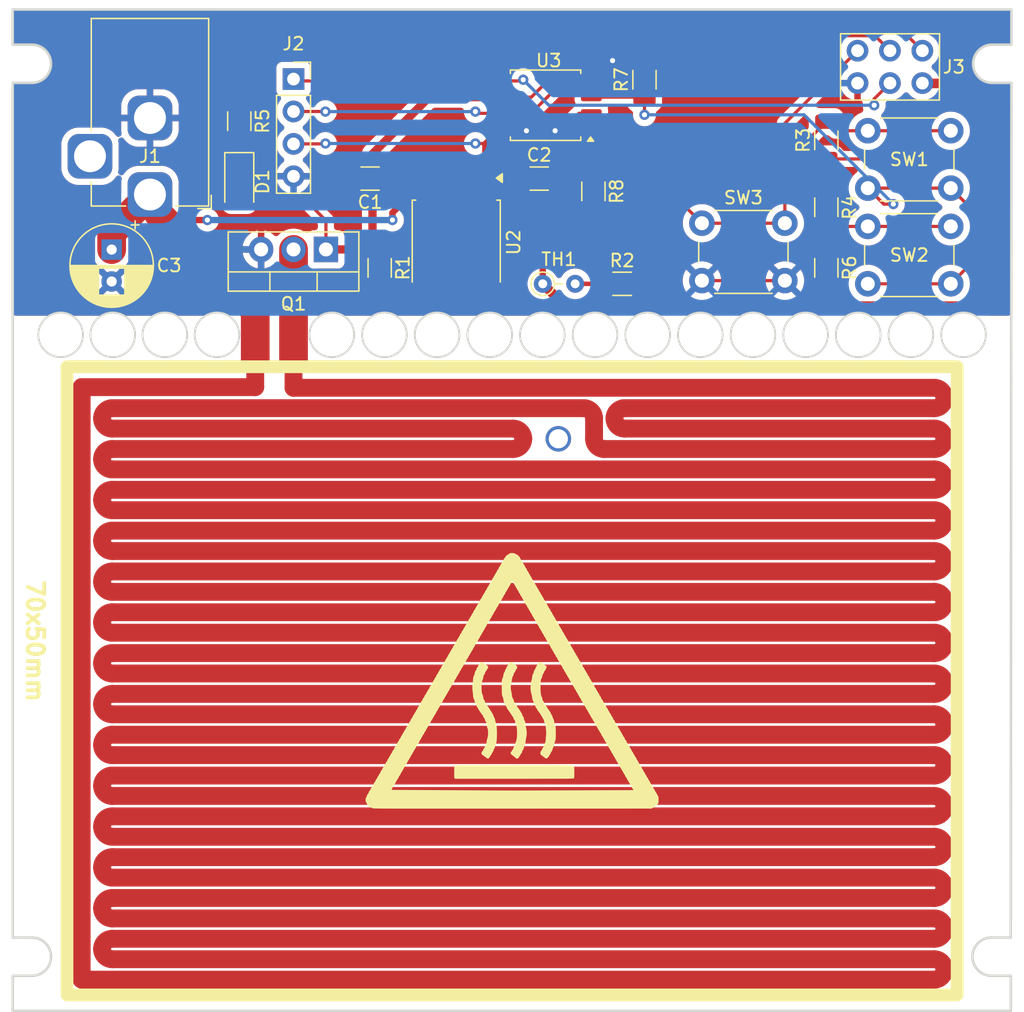
<source format=kicad_pcb>
(kicad_pcb (version 20241229) (generator "pcbnew") (generator_version "9.0")
  (title_block (title "ReFlow PCB with ATtiny85-20S_50 x 70") (date "2026-02-17") (rev "V2.0") (company "Z32IT"))
  (layers (0 "F.Cu" signal) (2 "B.Cu" signal) (13 "F.Paste" user) (15 "B.Paste" user) (5 "F.SilkS" user "F.Silkscreen") (7 "B.SilkS" user "B.Silkscreen") (1 "F.Mask" user) (3 "B.Mask" user) (25 "Edge.Cuts" user))
  (net 0 "")
  (net 1 "VCC")
  (net 2 "GND")
  (net 3 "+5V")
  (net 4 "Net-(D1-A)")
  (net 5 "Net-(D1-K)")
  (net 6 "Net-(J2-Pin_2)")
  (net 7 "Net-(J2-Pin_1)")
  (net 8 "Net-(J3-Pin_6)")
  (net 9 "Net-(R3-Pad2)")
  (net 10 "Net-(U3-XTAL1{slash}PB3)")
  (net 11 "Net-(R4-Pad2)")
  (net 12 "Net-(U3-XTAL2{slash}PB4)")
  (footprint "Connector_PinSocket_2.54mm:PinSocket_1x04_P2.54mm_Vertical" (layer "F.Cu") (at 128.75 75.45)
    (property "Reference" "J2")
    (property "Value" "Display OLED")
  )
  (footprint "Capacitor_SMD:C_1206_3216Metric" (layer "F.Cu") (at 134.75 83.25 180)
    (property "Reference" "C1")
    (property "Value" "330n" (hide yes))
  )
  (footprint "Connector_PinHeader_2.54mm:PinHeader_2x03_P2.54mm_Vertical" (layer "F.Cu") (at 178.025 73.225 -90)
    (property "Reference" "J3")
    (property "Value" "Conn_02x03_M" (hide yes))
  )
  (footprint "Resistor_SMD:R_1206_3216Metric" (layer "F.Cu") (at 170.5 85.5 -90)
    (property "Reference" "R4")
    (property "Value" "1k" (hide yes))
  )
  (footprint "Button_Switch_THT:SW_PUSH_6mm_H4.3mm" (layer "F.Cu") (at 160.75 86.75)
    (property "Reference" "SW3")
    (property "Value" "SW_MEC_5E")
  )
  (footprint "Package_TO_SOT_SMD:TO-252-2" (layer "F.Cu") (at 141.5 88.25 -90)
    (property "Reference" "U2")
    (property "Value" "L7805" (hide yes))
  )
  (footprint "Resistor_THT:R_Axial_DIN0204_L3.6mm_D1.6mm_P2.54mm_Vertical" (layer "F.Cu") (at 148.28 91.5)
    (property "Reference" "TH1")
    (property "Value" "10kΩ bead thermistor" (hide yes))
  )
  (footprint "Resistor_SMD:R_1206_3216Metric" (layer "F.Cu") (at 156.25 75.5 90)
    (property "Reference" "R7")
    (property "Value" "10k" (hide yes))
  )
  (footprint "Resistor_SMD:R_1206_3216Metric" (layer "F.Cu") (at 154.5 91.5)
    (property "Reference" "R2")
    (property "Value" "10k" (hide yes))
  )
  (footprint "Resistor_SMD:R_1206_3216Metric" (layer "F.Cu") (at 170.5 90.25 -90)
    (property "Reference" "R6")
    (property "Value" "2K2" (hide yes))
  )
  (footprint "" (layer "F.Cu") (at 149.5 103.65)
    (property "Reference" "" (hide yes))
    (property "Value" "" (hide yes))
  )
  (footprint "Package_SO:SOIC-8_5.3x5.3mm_P1.27mm" (layer "F.Cu") (at 148.5 77.5 180)
    (property "Reference" "U3")
    (property "Value" "ATtiny85-20S" (hide yes))
  )
  (footprint "Package_TO_SOT_THT:TO-220-3_Vertical" (layer "F.Cu") (at 131.29 88.805 180)
    (property "Reference" "Q1")
    (property "Value" "IRF3205N" (hide yes))
  )
  (footprint "Resistor_SMD:R_1206_3216Metric" (layer "F.Cu") (at 170.5 80.25 90)
    (property "Reference" "R3")
    (property "Value" "1k" (hide yes))
  )
  (footprint "Button_Switch_THT:SW_PUSH_6mm_H4.3mm" (layer "F.Cu") (at 180.25 84 180)
    (property "Reference" "SW1")
    (property "Value" "SW_MEC_5E")
  )
  (footprint "Resistor_SMD:R_1206_3216Metric" (layer "F.Cu") (at 124.5 78.75 -90)
    (property "Reference" "R5")
    (property "Value" "1k" (hide yes))
  )
  (footprint "Capacitor_THT:CP_Radial_D6.3mm_P2.50mm" (layer "F.Cu") (at 114.5 88.817621 -90)
    (property "Reference" "C3")
    (property "Value" "100µf")
  )
  (footprint "Connector_BarrelJack:BarrelJack_Horizontal" (layer "F.Cu") (at 117.5 84.5 -90)
    (property "Reference" "J1")
    (property "Value" "Barrel_Jack_MountingPin" (hide yes))
  )
  (footprint "Button_Switch_THT:SW_PUSH_6mm_H4.3mm" (layer "F.Cu") (at 180.25 91.5 180)
    (property "Reference" "SW2")
    (property "Value" "SW_MEC_5E")
  )
  (footprint "LED_SMD:LED_1206_3216Metric" (layer "F.Cu") (at 124.5 83.5 -90)
    (property "Reference" "D1")
    (property "Value" "LED")
  )
  (footprint "Resistor_SMD:R_1206_3216Metric" (layer "F.Cu") (at 135.5 90.25 -90)
    (property "Reference" "R1")
    (property "Value" "10k" (hide yes))
  )
  (footprint "Resistor_SMD:R_1206_3216Metric" (layer "F.Cu") (at 152.25 84.25 -90)
    (property "Reference" "R8")
    (property "Value" "10k" (hide yes))
  )
  (footprint "Capacitor_SMD:C_1206_3216Metric" (layer "F.Cu") (at 148 83.25)
    (property "Reference" "C2")
    (property "Value" "10n" (hide yes))
  )
  (gr_poly (pts (xy 145.907649 112.604924) (xy 145.936387 112.606333) (xy 145.964251 112.608816) (xy 145.991038 112.612353) (xy 146.016543 112.616919) (xy 146.040562 112.622493) (xy 146.062891 112.629053) (xy 146.083325 112.636575) (xy 146.101661 112.645037) (xy 146.109978 112.649614) (xy 146.117694 112.654418) (xy 146.124782 112.659445) (xy 146.131219 112.664693) (xy 146.136107 112.668774) (xy 146.141653 112.673008) (xy 146.147792 112.677362) (xy 146.154463 112.681802) (xy 146.169149 112.69081) (xy 146.18521 112.699767) (xy 146.202146 112.708407) (xy 146.219456 112.716467) (xy 146.236638 112.723679) (xy 146.245025 112.726885) (xy 146.253193 112.72978) (xy 146.264435 112.733688) (xy 146.274789 112.737503) (xy 146.28432 112.741272) (xy 146.293094 112.74504) (xy 146.301177 112.748854) (xy 146.308632 112.752759) (xy 146.315527 112.756801) (xy 146.321927 112.761026) (xy 146.327896 112.76548) (xy 146.3335 112.770208) (xy 146.338805 112.775256) (xy 146.343876 112.78067) (xy 146.348778 112.786497) (xy 146.353577 112.792781) (xy 146.358339 112.799569) (xy 146.363128 112.806906) (xy 146.366582 112.812188) (xy 146.370322 112.817539) (xy 146.374314 112.822923) (xy 146.37852 112.828305) (xy 146.382906 112.833645) (xy 146.387435 112.838909) (xy 146.392071 112.844059) (xy 146.396778 112.849058) (xy 146.401521 112.853869) (xy 146.406265 112.858456) (xy 146.410972 112.862782) (xy 146.415607 112.86681) (xy 146.420134 112.870503) (xy 146.424518 112.873824) (xy 146.428723 112.876737) (xy 146.432712 112.879204) (xy 146.437232 112.881974) (xy 146.441612 112.885023) (xy 146.445849 112.888346) (xy 146.449938 112.891937) (xy 146.453877 112.895792) (xy 146.457661 112.899905) (xy 146.461287 112.904272) (xy 146.464752 112.908887) (xy 146.468052 112.913745) (xy 146.471182 112.918842) (xy 146.474141 112.924172) (xy 146.476924 112.929731) (xy 146.479527 112.935513) (xy 146.481947 112.941513) (xy 146.484181 112.947726) (xy 146.486224 112.954147) (xy 146.490986 112.969401) (xy 146.496007 112.984187) (xy 146.50127 112.998472) (xy 146.506756 113.012224) (xy 146.512448 113.025413) (xy 146.518327 113.038006) (xy 146.524375 113.049972) (xy 146.530575 113.061279) (xy 146.536908 113.071895) (xy 146.543357 113.081788) (xy 146.549902 113.090928) (xy 146.556527 113.099282) (xy 146.563213 113.106819) (xy 146.569943 113.113507) (xy 146.576697 113.119314) (xy 146.580078 113.121877) (xy 146.583459 113.124208) (xy 146.587432 113.127051) (xy 146.591339 113.130318) (xy 146.595175 113.134002) (xy 146.598937 113.138099) (xy 146.602621 113.142601) (xy 146.606225 113.147504) (xy 146.609744 113.152802) (xy 146.613175 113.158488) (xy 146.616514 113.164557) (xy 146.619759 113.171004) (xy 146.622905 113.177821) (xy 146.625949 113.185004) (xy 146.628888 113.192547) (xy 146.631718 113.200444) (xy 146.634435 113.208688) (xy 146.637036 113.217275) (xy 146.63951 113.225224) (xy 146.642397 113.233481) (xy 146.645669 113.241995) (xy 146.649297 113.250715) (xy 146.653254 113.259588) (xy 146.657511 113.268562) (xy 146.662039 113.277585) (xy 146.666811 113.286604) (xy 146.671797 113.295569) (xy 146.676969 113.304427) (xy 146.682299 113.313126) (xy 146.687759 113.321613) (xy 146.69332 113.329837) (xy 146.698954 113.337747) (xy 146.704632 113.345289) (xy 146.710326 113.352411) (xy 146.715712 113.35908) (xy 146.721034 113.365956) (xy 146.726261 113.372986) (xy 146.731362 113.380118) (xy 146.736305 113.3873) (xy 146.741058 113.394478) (xy 146.745592 113.401602) (xy 146.749873 113.408619) (xy 146.753872 113.415475) (xy 146.757557 113.42212) (xy 146.760896 113.4285) (xy 146.763858 113.434564) (xy 146.766412 113.440259) (xy 146.768527 113.445532) (xy 146.770171 113.450332) (xy 146.771313 113.454606) (xy 146.772405 113.458801) (xy 146.773904 113.463368) (xy 146.775783 113.468263) (xy 146.778015 113.473441) (xy 146.780575 113.478859) (xy 146.783436 113.48447) (xy 146.786572 113.490231) (xy 146.789957 113.496096) (xy 146.793565 113.502023) (xy 146.797369 113.507965) (xy 146.801342 113.513879) (xy 146.80546 113.519719) (xy 146.809694 113.525441) (xy 146.81402 113.531001) (xy 146.818411 113.536354) (xy 146.822841 113.541456) (xy 146.827375 113.54678) (xy 146.832075 113.552761) (xy 146.836902 113.559333) (xy 146.841821 113.566433) (xy 146.851786 113.581952) (xy 146.861676 113.598796) (xy 146.871197 113.616443) (xy 146.880055 113.634371) (xy 146.887957 113.652059) (xy 146.891457 113.66065) (xy 146.894609 113.668985) (xy 146.897999 113.677951) (xy 146.901633 113.686869) (xy 146.90549 113.695704) (xy 146.909551 113.704425) (xy 146.913796 113.712998) (xy 146.918204 113.721389) (xy 146.922757 113.729566) (xy 146.927433 113.737496) (xy 146.932213 113.745145) (xy 146.937077 113.75248) (xy 146.942005 113.759469) (xy 146.946977 113.766077) (xy 146.951973 113.772272) (xy 146.956973 113.778021) (xy 146.961957 113.783291) (xy 146.966906 113.788047) (xy 146.972281 113.793164) (xy 146.977495 113.798569) (xy 146.982546 113.804261) (xy 146.987436 113.810242) (xy 146.992164 113.816513) (xy 146.996732 113.823074) (xy 147.001139 113.829926) (xy 147.005386 113.83707) (xy 147.009474 113.844505) (xy 147.013402 113.852234) (xy 147.017171 113.860256) (xy 147.020782 113.868573) (xy 147.024235 113.877184) (xy 147.02753 113.886091) (xy 147.030667 113.895295) (xy 147.033648 113.904795) (xy 147.036656 113.914334) (xy 147.039877 113.923677) (xy 147.04331 113.932825) (xy 147.046956 113.941778) (xy 147.050815 113.950534) (xy 147.054886 113.959095) (xy 147.059171 113.96746) (xy 147.063669 113.975629) (xy 147.06838 113.983602) (xy 147.073304 113.991378) (xy 147.078441 113.998958) (xy 147.083792 114.006342) (xy 147.089357 114.013529) (xy 147.095135 114.02052) (xy 147.101127 114.027314) (xy 147.107333 114.033911) (xy 147.112835 114.039748) (xy 147.11819 114.045776) (xy 147.123376 114.051961) (xy 147.128375 114.058271) (xy 147.133166 114.06467) (xy 147.137728 114.071126) (xy 147.142042 114.077606) (xy 147.146087 114.084075) (xy 147.149842 114.090499) (xy 147.153289 114.096846) (xy 147.156405 114.103082) (xy 147.159172 114.109172) (xy 147.161569 114.115084) (xy 147.163575 114.120783) (xy 147.16517 114.126236) (xy 147.166335 114.13141) (xy 147.16748 114.136406) (xy 147.16913 114.141976) (xy 147.171256 114.148061) (xy 147.173824 114.154602) (xy 147.176805 114.161539) (xy 147.180165 114.168814) (xy 147.183874 114.176366) (xy 147.187899 114.184137) (xy 147.196774 114.200096) (xy 147.206538 114.216215) (xy 147.211674 114.224186) (xy 147.216937 114.232019) (xy 147.222296 114.239655) (xy 147.227719 114.247033) (xy 147.233178 114.254455) (xy 147.238642 114.262193) (xy 147.249446 114.278367) (xy 147.25985 114.295057) (xy 147.269573 114.311765) (xy 147.278335 114.327993) (xy 147.282267 114.335771) (xy 147.285855 114.343242) (xy 147.289062 114.350343) (xy 147.291853 114.357013) (xy 147.294193 114.363188) (xy 147.296047 114.368808) (xy 147.297854 114.374283) (xy 147.300056 114.380036) (xy 147.302622 114.386019) (xy 147.305521 114.392182) (xy 147.308723 114.398479) (xy 147.312197 114.404862) (xy 147.315914 114.411281) (xy 147.319843 114.41769) (xy 147.323953 114.42404) (xy 147.328215 114.430282) (xy 147.332596 114.43637) (xy 147.337068 114.442255) (xy 147.3416 114.447888) (xy 147.346161 114.453222) (xy 147.35072 114.458209) (xy 147.355249 114.462801) (xy 147.360117 114.467767) (xy 147.365034 114.473261) (xy 147.369974 114.479243) (xy 147.374915 114.485673) (xy 147.379834 114.49251) (xy 147.384706 114.499713) (xy 147.389508 114.507242) (xy 147.394216 114.515056) (xy 147.398808 114.523116) (xy 147.403259 114.53138) (xy 147.407546 114.539807) (xy 147.411645 114.548359) (xy 147.415533 114.556993) (xy 147.419186 114.565669) (xy 147.422581 114.574348) (xy 147.425694 114.582988) (xy 147.428779 114.591524) (xy 147.432186 114.600185) (xy 147.435889 114.608922) (xy 147.439859 114.617688) (xy 147.444068 114.626434) (xy 147.44849 114.635113) (xy 147.453095 114.643677) (xy 147.457857 114.652077) (xy 147.462747 114.660267) (xy 147.467739 114.668199) (xy 147.472804 114.675823) (xy 147.477914 114.683094) (xy 147.483042 114.689962) (xy 147.48816 114.69638) (xy 147.493241 114.702299) (xy 147.498256 114.707673) (xy 147.503443 114.713217) (xy 147.508576 114.719136) (xy 147.513636 114.7254) (xy 147.518606 114.73198) (xy 147.523468 114.738844) (xy 147.528205 114.745962) (xy 147.532798 114.753303) (xy 147.537232 114.760838) (xy 147.541487 114.768535) (xy 147.545546 114.776365) (xy 147.549391 114.784297) (xy 147.553005 114.792301) (xy 147.556371 114.800345) (xy 147.55947 114.8084) (xy 147.562285 114.816435) (xy 147.564798 114.824421) (xy 147.56718 114.831934) (xy 147.569939 114.839704) (xy 147.573044 114.847676) (xy 147.576465 114.855795) (xy 147.580173 114.864006) (xy 147.584135 114.872253) (xy 147.588322 114.880483) (xy 147.592703 114.88864) (xy 147.597248 114.896668) (xy 147.601926 114.904514) (xy 147.606706 114.912123) (xy 147.611558 114.919438) (xy 147.616452 114.926406) (xy 147.621356 114.932971) (xy 147.626241 114.939079) (xy 147.631076 114.944674) (xy 147.635821 114.950098) (xy 147.640634 114.955943) (xy 147.645481 114.962152) (xy 147.650328 114.968671) (xy 147.655144 114.975446) (xy 147.659893 114.982421) (xy 147.664543 114.989543) (xy 147.66906 114.996755) (xy 147.673412 115.004004) (xy 147.677564 115.011235) (xy 147.681484 115.018392) (xy 147.685138 115.025422) (xy 147.688493 115.03227) (xy 147.691515 115.03888) (xy 147.694171 115.045197) (xy 147.696428 115.051169) (xy 147.698637 115.057117) (xy 147.701176 115.063344) (xy 147.704015 115.069799) (xy 147.707123 115.07643) (xy 147.710472 115.083186) (xy 147.714032 115.090015) (xy 147.717772 115.096866) (xy 147.721663 115.103688) (xy 147.725675 115.110429) (xy 147.729778 115.117039) (xy 147.733942 115.123465) (xy 147.738137 115.129656) (xy 147.742334 115.135562) (xy 147.746503 115.14113) (xy 147.750613 115.146309) (xy 147.754636 115.151048) (xy 147.758691 115.155908) (xy 147.762919 115.161415) (xy 147.767287 115.167509) (xy 147.77176 115.174127) (xy 147.780886 115.18869) (xy 147.790024 115.20461) (xy 147.798903 115.221392) (xy 147.807247 115.238541) (xy 147.814786 115.255563) (xy 147.818167 115.263872) (xy 147.821245 115.271963) (xy 147.824505 115.280517) (xy 147.828041 115.289088) (xy 147.831829 115.297636) (xy 147.835844 115.306121) (xy 147.840063 115.314505) (xy 147.844462 115.322748) (xy 147.849015 115.330811) (xy 147.853698 115.338655) (xy 147.858488 115.346239) (xy 147.86336 115.353525) (xy 147.868289 115.360474) (xy 147.873252 115.367046) (xy 147.878223 115.373201) (xy 147.883179 115.378901) (xy 147.888095 115.384106) (xy 147.892947 115.388776) (xy 147.898378 115.393938) (xy 147.903633 115.39938) (xy 147.908715 115.405108) (xy 147.913627 115.411125) (xy 147.918373 115.417436) (xy 147.922954 115.424045) (xy 147.927374 115.430958) (xy 147.931635 115.438179) (xy 147.93574 115.445712) (xy 147.939692 115.453563) (xy 147.943494 115.461734) (xy 147.947149 115.470232) (xy 147.950659 115.47906) (xy 147.954028 115.488224) (xy 147.957257 115.497727) (xy 147.96035 115.507574) (xy 147.963465 115.517509) (xy 147.966713 115.527079) (xy 147.970098 115.536293) (xy 147.973625 115.545159) (xy 147.977299 115.553685) (xy 147.981125 115.561882) (xy 147.985109 115.569756) (xy 147.989256 115.577317) (xy 147.99357 115.584573) (xy 147.998056 115.591534) (xy 148.00272 115.598207) (xy 148.007566 115.604601) (xy 148.0126 115.610725) (xy 148.017826 115.616588) (xy 148.02325 115.622198) (xy 148.028877 115.627563) (xy 148.034096 115.632547) (xy 148.039204 115.63784) (xy 148.044189 115.643421) (xy 148.049042 115.649275) (xy 148.053752 115.655384) (xy 148.058309 115.661728) (xy 148.062701 115.668292) (xy 148.066919 115.675056) (xy 148.070951 115.682003) (xy 148.074788 115.689115) (xy 148.078418 115.696374) (xy 148.081832 115.703763) (xy 148.085017 115.711264) (xy 148.087965 115.718858) (xy 148.090664 115.726528) (xy 148.093104 115.734256) (xy 148.095333 115.741242) (xy 148.097977 115.748589) (xy 148.101002 115.756235) (xy 148.104374 115.764119) (xy 148.10806 115.772179) (xy 148.112025 115.780353) (xy 148.116234 115.78858) (xy 148.120655 115.796797) (xy 148.125252 115.804943) (xy 148.129992 115.812955) (xy 148.13484 115.820773) (xy 148.139763 115.828334) (xy 148.144726 115.835576) (xy 148.149695 115.842438) (xy 148.154636 115.848858) (xy 148.159515 115.854774) (xy 148.164386 115.860655) (xy 148.169326 115.866951) (xy 148.174302 115.873604) (xy 148.179278 115.880557) (xy 148.189094 115.895135) (xy 148.1985 115.910229) (xy 148.207221 115.925382) (xy 148.211239 115.932837) (xy 148.214982 115.940136) (xy 148.218416 115.947222) (xy 148.221506 115.954037) (xy 148.22422 115.960524) (xy 148.226521 115.966627) (xy 148.228762 115.972641) (xy 148.231325 115.978891) (xy 148.234178 115.985329) (xy 148.237294 115.991905) (xy 148.240641 115.998568) (xy 148.244191 116.005269) (xy 148.247914 116.011957) (xy 148.25178 116.018584) (xy 148.255761 116.025099) (xy 148.259826 116.031453) (xy 148.263945 116.037596) (xy 148.26809 116.043478) (xy 148.272231 116.049048) (xy 148.276338 116.054258) (xy 148.280382 116.059058) (xy 148.284332 116.063398) (xy 148.288323 116.067886) (xy 148.292508 116.073099) (xy 148.296853 116.078973) (xy 148.301323 116.085445) (xy 148.305883 116.092452) (xy 148.310498 116.09993) (xy 148.319753 116.11605) (xy 148.32881 116.133298) (xy 148.337389 116.151169) (xy 148.345212 116.169159) (xy 148.348753 116.178039) (xy 148.351999 116.18676) (xy 148.355882 116.197247) (xy 148.359821 116.207258) (xy 148.36382 116.216801) (xy 148.367887 116.225886) (xy 148.372027 116.234522) (xy 148.376245 116.242718) (xy 148.380548 116.250483) (xy 148.384941 116.257826) (xy 148.38943 116.264755) (xy 148.394021 116.27128) (xy 148.39872 116.27741) (xy 148.403532 116.283154) (xy 148.408464 116.288521) (xy 148.413521 116.29352) (xy 148.418709 116.29816) (xy 148.424033 116.302449) (xy 148.429717 116.306976) (xy 148.435075 116.31165) (xy 148.44013 116.31651) (xy 148.444903 116.321595) (xy 148.449416 116.326942) (xy 148.45369 116.33259) (xy 148.457749 116.338576) (xy 148.461612 116.344939) (xy 148.465303 116.351717) (xy 148.468842 116.358947) (xy 148.472252 116.366668) (xy 148.475555 116.374919) (xy 148.478772 116.383736) (xy 148.481926 116.393158) (xy 148.485037 116.403224) (xy 148.488128 116.413971) (xy 148.491135 116.424366) (xy 148.494289 116.43436) (xy 148.497602 116.443979) (xy 148.501089 116.453248) (xy 148.504764 116.462192) (xy 148.508642 116.470838) (xy 148.512735 116.47921) (xy 148.517058 116.487335) (xy 148.521626 116.495236) (xy 148.526452 116.502941) (xy 148.53155 116.510475) (xy 148.536934 116.517862) (xy 148.542619 116.525129) (xy 148.548618 116.532301) (xy 148.554946 116.539403) (xy 148.561616 116.546461) (xy 148.567291 116.552481) (xy 148.572794 116.558665) (xy 148.578107 116.564981) (xy 148.583212 116.5714) (xy 148.588091 116.577891) (xy 148.592725 116.584424) (xy 148.597097 116.590968) (xy 148.601187 116.597493) (xy 148.604979 116.603968) (xy 148.608453 116.610363) (xy 148.611591 116.616647) (xy 148.614375 116.622791) (xy 148.616788 116.628764) (xy 148.61881 116.634535) (xy 148.620424 116.640073) (xy 148.621611 116.645349) (xy 148.622732 116.650343) (xy 148.624292 116.655812) (xy 148.626263 116.661703) (xy 148.628616 116.66796) (xy 148.631324 116.67453) (xy 148.634359 116.681358) (xy 148.637692 116.68839) (xy 148.641296 116.69557) (xy 148.645143 116.702845) (xy 148.649204 116.71016) (xy 148.653452 116.717461) (xy 148.657858 116.724693) (xy 148.662396 116.731802) (xy 148.667035 116.738733) (xy 148.67175 116.745432) (xy 148.676511 116.751844) (xy 148.686439 116.765423) (xy 148.696914 116.780802) (xy 148.70762 116.797451) (xy 148.718241 116.814839) (xy 148.728463 116.832435) (xy 148.737968 116.849707) (xy 148.746443 116.866125) (xy 148.753572 116.881159) (xy 148.756886 116.888318) (xy 148.760456 116.895598) (xy 148.76425 116.902947) (xy 148.768235 116.910315) (xy 148.772375 116.917649) (xy 148.776639 116.924898) (xy 148.780993 116.932011) (xy 148.785404 116.938937) (xy 148.789837 116.945624) (xy 148.794261 116.952021) (xy 148.798641 116.958077) (xy 148.802945 116.96374) (xy 148.807138 116.968958) (xy 148.811188 116.973682) (xy 148.815062 116.977858) (xy 148.818725 116.981436) (xy 148.82237 116.985094) (xy 148.826192 116.989482) (xy 148.830157 116.994541) (xy 148.834235 117.000213) (xy 148.838394 117.00644) (xy 148.842602 117.013164) (xy 148.846826 117.020327) (xy 148.851036 117.02787) (xy 148.859285 117.043866) (xy 148.867093 117.060687) (xy 148.870753 117.069261) (xy 148.874207 117.077867) (xy 148.877424 117.086447) (xy 148.880372 117.094942) (xy 148.883747 117.10468) (xy 148.887319 117.114239) (xy 148.891079 117.123605) (xy 148.895019 117.132762) (xy 148.89913 117.141696) (xy 148.903405 117.150393) (xy 148.907835 117.158838) (xy 148.912412 117.167016) (xy 148.917128 117.174913) (xy 148.921975 117.182514) (xy 148.926943 117.189804) (xy 148.932026 117.196768) (xy 148.937214 117.203393) (xy 148.9425 117.209663) (xy 148.947876 117.215565) (xy 148.953332 117.221082) (xy 148.958793 117.226593) (xy 148.964107 117.232379) (xy 148.96927 117.238429) (xy 148.974274 117.244733) (xy 148.979114 117.251281) (xy 148.983782 117.258061) (xy 148.988274 117.265064) (xy 148.992581 117.272279) (xy 148.996699 117.279695) (xy 149.00062 117.287303) (xy 149.004339 117.295091) (xy 149.007849 117.303049) (xy 149.011144 117.311167) (xy 149.014218 117.319434) (xy 149.017064 117.32784) (xy 149.019675 117.336374) (xy 149.022102 117.344197) (xy 149.024876 117.352206) (xy 149.027971 117.360355) (xy 149.031364 117.368598) (xy 149.035027 117.376888) (xy 149.038938 117.385179) (xy 149.04307 117.393424) (xy 149.047399 117.401578) (xy 149.051898 117.409594) (xy 149.056544 117.417425) (xy 149.061312 117.425026) (xy 149.066175 117.43235) (xy 149.071109 117.439351) (xy 149.076089 117.445982) (xy 149.081089 117.452197) (xy 149.086085 117.45795) (xy 149.090847 117.463409) (xy 149.095683 117.469305) (xy 149.10056 117.475582) (xy 149.105443 117.482185) (xy 149.1103 117.489057) (xy 149.115095 117.496143) (xy 149.119796 117.503388) (xy 149.124367 117.510735) (xy 149.128776 117.518128) (xy 149.132988 117.525512) (xy 149.13697 117.532831) (xy 149.140687 117.540029) (xy 149.144106 117.54705) (xy 149.147192 117.553839) (xy 149.149912 117.560339) (xy 149.152232 117.566496) (xy 149.154511 117.572606) (xy 149.15711 117.578949) (xy 149.16 117.585474) (xy 149.163152 117.592131) (xy 149.166534 117.598871) (xy 149.170119 117.605642) (xy 149.173875 117.612396) (xy 149.177773 117.619082) (xy 149.181783 117.62565) (xy 149.185877 117.63205) (xy 149.190023 117.638232) (xy 149.194192 117.644147) (xy 149.198355 117.649744) (xy 149.202482 117.654973) (xy 149.206543 117.659784) (xy 149.210507 117.664127) (xy 149.214482 117.668554) (xy 149.218594 117.673585) (xy 149.222813 117.679165) (xy 149.227107 117.685236) (xy 149.231442 117.691741) (xy 149.235788 117.698623) (xy 149.240112 117.705825) (xy 149.244382 117.71329) (xy 149.252631 117.728782) (xy 149.256547 117.736695) (xy 149.26028 117.744643) (xy 149.263799 117.752569) (xy 149.267072 117.760417) (xy 149.270066 117.768129) (xy 149.27275 117.775649) (xy 149.275577 117.78351) (xy 149.278755 117.791535) (xy 149.282256 117.799677) (xy 149.286053 117.807889) (xy 149.290116 117.816123) (xy 149.294418 117.824332) (xy 149.29893 117.832469) (xy 149.303623 117.840488) (xy 149.30847 117.848341) (xy 149.313442 117.855981) (xy 149.318511 117.863361) (xy 149.323649 117.870434) (xy 149.328827 117.877152) (xy 149.334017 117.883469) (xy 149.33919 117.889338) (xy 149.344319 117.894711) (xy 149.350045 117.90068) (xy 149.355611 117.906924) (xy 149.361015 117.913439) (xy 149.366253 117.920219) (xy 149.371323 117.927259) (xy 149.376222 117.934555) (xy 149.380948 117.942102) (xy 149.385496 117.949893) (xy 149.389864 117.957925) (xy 149.39405 117.966192) (xy 149.39805 117.97469) (xy 149.401861 117.983413) (xy 149.405481 117.992355) (xy 149.408906 118.001513) (xy 149.412134 118.010881) (xy 149.415162 118.020454) (xy 149.418307 118.030418) (xy 149.421568 118.039977) (xy 149.424954 118.049144) (xy 149.428472 118.057932) (xy 149.432128 118.066354) (xy 149.43593 118.074421) (xy 149.439885 118.082147) (xy 149.444001 118.089544) (xy 149.448284 118.096624) (xy 149.452742 118.103402) (xy 149.457381 118.109888) (xy 149.462209 118.116095) (xy 149.467234 118.122037) (xy 149.472462 118.127725) (xy 149.4779 118.133173) (xy 149.483556 118.138393) (xy 149.488964 118.143391) (xy 149.494197 118.148632) (xy 149.499253 118.154114) (xy 149.50413 118.159833) (xy 149.508826 118.165783) (xy 149.513337 118.171963) (xy 149.517661 118.178367) (xy 149.521797 118.184993) (xy 149.525741 118.191835) (xy 149.529491 118.19889) (xy 149.533045 118.206155) (xy 149.5364 118.213625) (xy 149.539554 118.221297) (xy 149.542504 118.229167) (xy 149.545248 118.23723) (xy 149.547784 118.245483) (xy 149.550028 118.252667) (xy 149.552693 118.260214) (xy 149.555744 118.268059) (xy 149.559148 118.276139) (xy 149.562869 118.284393) (xy 149.566873 118.292757) (xy 149.571125 118.301167) (xy 149.575591 118.309562) (xy 149.580235 118.317877) (xy 149.585025 118.32605) (xy 149.589924 118.334018) (xy 149.594898 118.341718) (xy 149.599913 118.349088) (xy 149.604934 118.356063) (xy 149.609926 118.362581) (xy 149.614856 118.36858) (xy 149.619797 118.374529) (xy 149.6248 118.380901) (xy 149.62983 118.38764) (xy 149.634854 118.394687) (xy 149.639837 118.401983) (xy 149.644744 118.40947) (xy 149.654195 118.424787) (xy 149.662933 118.440172) (xy 149.666949 118.447745) (xy 149.670684 118.455161) (xy 149.674104 118.46236) (xy 149.677173 118.469287) (xy 149.679859 118.475881) (xy 149.682126 118.482086) (xy 149.684336 118.488184) (xy 149.686879 118.494491) (xy 149.689725 118.500957) (xy 149.692844 118.507533) (xy 149.696205 118.514171) (xy 149.699778 118.520821) (xy 149.703535 118.527434) (xy 149.707443 118.533961) (xy 149.711475 118.540353) (xy 149.715598 118.546562) (xy 149.719784 118.552537) (xy 149.724003 118.558231) (xy 149.728224 118.563593) (xy 149.732417 118.568576) (xy 149.736552 118.573129) (xy 149.7406 118.577204) (xy 149.744908 118.58161) (xy 149.749309 118.586638) (xy 149.753778 118.592245) (xy 149.758293 118.598389) (xy 149.762828 118.605027) (xy 149.767362 118.612116) (xy 149.771869 118.619613) (xy 149.776326 118.627475) (xy 149.78071 118.635659) (xy 149.784997 118.644123) (xy 149.789162 118.652824) (xy 149.793182 118.661719) (xy 149.797034 118.670766) (xy 149.800693 118.67992) (xy 149.804136 118.68914) (xy 149.80734 118.698383) (xy 149.81111 118.709399) (xy 149.814893 118.719795) (xy 149.818703 118.729596) (xy 149.822558 118.73883) (xy 149.826474 118.747523) (xy 149.830467 118.755703) (xy 149.834554 118.763397) (xy 149.838751 118.770631) (xy 149.843074 118.777433) (xy 149.84754 118.783829) (xy 149.852165 118.789847) (xy 149.856965 118.795513) (xy 149.861957 118.800853) (xy 149.867157 118.805896) (xy 149.872582 118.810669) (xy 149.878247 118.815197) (xy 149.884126 118.819867) (xy 149.889647 118.824654) (xy 149.894837 118.829599) (xy 149.899719 118.834746) (xy 149.904319 118.840135) (xy 149.908661 118.84581) (xy 149.91277 118.851812) (xy 149.91667 118.858183) (xy 149.920387 118.864966) (xy 149.923944 118.872203) (xy 149.927368 118.879935) (xy 149.930682 118.888206) (xy 149.933911 118.897057) (xy 149.937079 118.90653) (xy 149.940213 118.916668) (xy 149.943336 118.927512) (xy 149.946343 118.937907) (xy 149.949497 118.947902) (xy 149.95281 118.957521) (xy 149.956297 118.96679) (xy 149.959972 118.975734) (xy 149.96385 118.98438) (xy 149.967943 118.992752) (xy 149.972266 119.000877) (xy 149.976834 119.008778) (xy 149.98166 119.016483) (xy 149.986758 119.024016) (xy 149.992142 119.031404) (xy 149.997827 119.03867) (xy 150.003826 119.045842) (xy 150.010154 119.052944) (xy 150.016824 119.060002) (xy 150.022445 119.065968) (xy 150.02791 119.07211) (xy 150.033197 119.078395) (xy 150.038288 119.084792) (xy 150.043162 119.091266) (xy 150.047799 119.097785) (xy 150.052178 119.104317) (xy 150.05628 119.110827) (xy 150.060084 119.117285) (xy 150.06357 119.123655) (xy 150.066719 119.129907) (xy 150.069509 119.136007) (xy 150.071921 119.141922) (xy 150.073935 119.147619) (xy 150.07553 119.153065) (xy 150.076686 119.158229) (xy 150.077814 119.16316) (xy 150.079418 119.168565) (xy 150.081467 119.174392) (xy 150.083932 119.180584) (xy 150.086782 119.187089) (xy 150.089989 119.193853) (xy 150.09352 119.20082) (xy 150.097348 119.207938) (xy 150.101442 119.215152) (xy 150.105772 119.222407) (xy 150.110307 119.229651) (xy 150.115019 119.236829) (xy 150.119877 119.243887) (xy 150.124851 119.25077) (xy 150.129911 119.257425) (xy 150.135028 119.263797) (xy 150.140224 119.27029) (xy 150.145516 119.277274) (xy 150.150868 119.284682) (xy 150.156242 119.292453) (xy 150.166902 119.308817) (xy 150.177195 119.325851) (xy 150.186818 119.343037) (xy 150.195469 119.359857) (xy 150.199336 119.367969) (xy 150.202846 119.375796) (xy 150.205962 119.383272) (xy 150.208646 119.390335) (xy 150.211262 119.397244) (xy 150.214177 119.404271) (xy 150.21736 119.411367) (xy 150.22078 119.418481) (xy 150.224405 119.425565) (xy 150.228205 119.432568) (xy 150.232149 119.439442) (xy 150.236205 119.446137) (xy 150.240343 119.452603) (xy 150.24453 119.458791) (xy 150.248737 119.464652) (xy 150.252932 119.470135) (xy 150.257084 119.475191) (xy 150.261162 119.479771) (xy 150.265135 119.483826) (xy 150.268972 119.487305) (xy 150.273268 119.491189) (xy 150.277591 119.495633) (xy 150.28193 119.500616) (xy 150.286271 119.506116) (xy 150.290604 119.512113) (xy 150.294917 119.518585) (xy 150.299198 119.525512) (xy 150.303434 119.532871) (xy 150.307615 119.540642) (xy 150.311728 119.548803) (xy 150.315762 119.557333) (xy 150.319704 119.566212) (xy 150.323543 119.575417) (xy 150.327268 119.584927) (xy 150.330866 119.594722) (xy 150.334325 119.60478) (xy 150.338045 119.6156) (xy 150.341867 119.626011) (xy 150.345793 119.63602) (xy 150.349827 119.645633) (xy 150.353972 119.654855) (xy 150.358231 119.663692) (xy 150.362609 119.67215) (xy 150.367108 119.680235) (xy 150.371732 119.687953) (xy 150.376484 119.695309) (xy 150.381368 119.702309) (xy 150.386386 119.708959) (xy 150.391543 119.715265) (xy 150.396842 119.721233) (xy 150.402286 119.726868) (xy 150.407878 119.732176) (xy 150.413486 119.737492) (xy 150.418877 119.743028) (xy 150.424056 119.748792) (xy 150.42903 119.754793) (xy 150.433802 119.761041) (xy 150.438378 119.767543) (xy 150.442763 119.774309) (xy 150.446962 119.781348) (xy 150.450981 119.788668) (xy 150.454824 119.796278) (xy 150.458497 119.804187) (xy 150.462005 119.812404) (xy 150.465352 119.820938) (xy 150.468545 119.829797) (xy 150.471588 119.838991) (xy 150.474486 119.848528) (xy 150.477205 119.85743) (xy 150.480121 119.866168) (xy 150.483224 119.874724) (xy 150.486505 119.883081) (xy 150.489955 119.891221) (xy 150.493565 119.899127) (xy 150.497325 119.906782) (xy 150.501226 119.914168) (xy 150.505259 119.921269) (xy 150.509415 119.928065) (xy 150.513683 119.934541) (xy 150.518056 119.940679) (xy 150.522523 119.946462) (xy 150.527075 119.951872) (xy 150.531704 119.956891) (xy 150.536399 119.961504) (xy 150.540591 119.96566) (xy 150.544933 119.970404) (xy 150.549392 119.97568) (xy 150.553934 119.981435) (xy 150.558525 119.987613) (xy 150.56313 119.994161) (xy 150.567717 120.001023) (xy 150.57225 120.008145) (xy 150.576697 120.015472) (xy 150.581023 120.02295) (xy 150.585195 120.030525) (xy 150.589178 120.038141) (xy 150.592938 120.045744) (xy 150.596442 120.053281) (xy 150.599656 120.060695) (xy 150.602546 120.067933) (xy 150.605439 120.075223) (xy 150.608687 120.082792) (xy 150.612255 120.090578) (xy 150.616108 120.098524) (xy 150.620209 120.106568) (xy 150.624523 120.114652) (xy 150.629016 120.122715) (xy 150.63365 120.130697) (xy 150.638392 120.138539) (xy 150.643206 120.14618) (xy 150.648055 120.153562) (xy 150.652905 120.160625) (xy 150.65772 120.167307) (xy 150.662465 120.173551) (xy 150.667104 120.179296) (xy 150.671601 120.184481) (xy 150.676056 120.189639) (xy 150.680567 120.195301) (xy 150.685104 120.20141) (xy 150.689636 120.20791) (xy 150.694132 120.214744) (xy 150.69856 120.221855) (xy 150.702889 120.229185) (xy 150.707088 120.236679) (xy 150.711126 120.244278) (xy 150.714972 120.251928) (xy 150.718594 120.259569) (xy 150.721961 120.267146) (xy 150.725042 120.274602) (xy 150.727806 120.28188) (xy 150.730221 120.288922) (xy 150.732257 120.295673) (xy 150.734541 120.303276) (xy 150.737119 120.31087) (xy 150.739982 120.318439) (xy 150.743121 120.325968) (xy 150.746526 120.333441) (xy 150.750187 120.340842) (xy 150.754097 120.348157) (xy 150.758244 120.355369) (xy 150.76262 120.362464) (xy 150.767215 120.369425) (xy 150.772021 120.376238) (xy 150.777026 120.382886) (xy 150.782223 120.389354) (xy 150.787601 120.395627) (xy 150.793152 120.401689) (xy 150.798865 120.407525) (xy 150.804771 120.413538) (xy 150.810456 120.41972) (xy 150.815917 120.426065) (xy 150.821152 120.432569) (xy 150.826159 120.439229) (xy 150.830935 120.446039) (xy 150.835478 120.452996) (xy 150.839786 120.460094) (xy 150.843855 120.467331) (xy 150.847685 120.474702) (xy 150.851271 120.482202) (xy 150.854612 120.489827) (xy 150.857706 120.497573) (xy 150.860549 120.505436) (xy 150.86314 120.513411) (xy 150.865476 120.521495) (xy 150.867705 120.529188) (xy 150.870265 120.536973) (xy 150.873142 120.544822) (xy 150.876321 120.552711) (xy 150.879788 120.560614) (xy 150.883527 120.568506) (xy 150.887526 120.57636) (xy 150.891768 120.584152) (xy 150.89624 120.591855) (xy 150.900927 120.599444) (xy 150.905814 120.606893) (xy 150.910887 120.614178) (xy 150.916131 120.621272) (xy 150.921532 120.628149) (xy 150.927075 120.634785) (xy 150.932746 120.641153) (xy 150.937933 120.646992) (xy 150.94325 120.653404) (xy 150.948658 120.660324) (xy 150.954116 120.667687) (xy 150.959586 120.675428) (xy 150.965029 120.683484) (xy 150.975673 120.700279) (xy 150.985735 120.717554) (xy 150.990448 120.726211) (xy 150.994898 120.734793) (xy 150.999045 120.743238) (xy 151.00285 120.751479) (xy 151.006273 120.759453) (xy 151.009275 120.767094) (xy 151.012232 120.774677) (xy 151.0155 120.782478) (xy 151.019044 120.79044) (xy 151.022832 120.798502) (xy 151.02683 120.806606) (xy 151.031003 120.814694) (xy 151.035319 120.822707) (xy 151.039744 120.830586) (xy 151.044244 120.838271) (xy 151.048786 120.845705) (xy 151.053335 120.852828) (xy 151.057859 120.859581) (xy 151.062323 120.865907) (xy 151.066695 120.871745) (xy 151.07094 120.877037) (xy 151.075025 120.881725) (xy 151.079084 120.886383) (xy 151.083255 120.891588) (xy 151.087506 120.897284) (xy 151.091806 120.903415) (xy 151.096123 120.909926) (xy 151.100427 120.916761) (xy 151.104685 120.923863) (xy 151.108867 120.931177) (xy 151.116876 120.946216) (xy 151.12064 120.95383) (xy 151.124204 120.961431) (xy 151.127534 120.968965) (xy 151.1306 120.976375) (xy 151.13337 120.983605) (xy 151.135814 120.9906) (xy 151.138327 120.997764) (xy 151.141113 121.004964) (xy 151.144148 121.012162) (xy 151.147406 121.019315) (xy 151.150863 121.026385) (xy 151.154494 121.03333) (xy 151.158275 121.04011) (xy 151.16218 121.046684) (xy 151.166185 121.053013) (xy 151.170266 121.059056) (xy 151.174397 121.064773) (xy 151.178554 121.070122) (xy 151.182712 121.075064) (xy 151.186847 121.079558) (xy 151.190934 121.083564) (xy 151.194947 121.087042) (xy 151.199513 121.091003) (xy 151.204029 121.095444) (xy 151.208496 121.100362) (xy 151.212912 121.105754) (xy 151.217273 121.111617) (xy 151.22158 121.11795) (xy 151.22583 121.124749) (xy 151.230021 121.132013) (xy 151.234151 121.139737) (xy 151.238219 121.14792) (xy 151.242224 121.156558) (xy 151.246162 121.165651) (xy 151.250034 121.175194) (xy 151.253836 121.185185) (xy 151.257567 121.195621) (xy 151.261226 121.206501) (xy 151.265253 121.218508) (xy 151.269237 121.229751) (xy 151.273203 121.240269) (xy 151.277172 121.250101) (xy 151.281168 121.259286) (xy 151.285214 121.267862) (xy 151.289332 121.275869) (xy 151.293546 121.283346) (xy 151.297879 121.290331) (xy 151.302353 121.296863) (xy 151.306992 121.302982) (xy 151.311818 121.308727) (xy 151.316855 121.314136) (xy 151.322125 121.319248) (xy 151.327651 121.324102) (xy 151.333457 121.328738) (xy 151.339259 121.333353) (xy 151.344722 121.338094) (xy 151.349868 121.342998) (xy 151.354719 121.348099) (xy 151.359296 121.353436) (xy 151.363621 121.359042) (xy 151.367714 121.364956) (xy 151.371598 121.371212) (xy 151.375293 121.377848) (xy 151.378821 121.384898) (xy 151.382204 121.3924) (xy 151.385463 121.40039) (xy 151.388619 121.408903) (xy 151.391694 121.417976) (xy 151.394709 121.427644) (xy 151.397685 121.437945) (xy 151.400529 121.447693) (xy 151.403583 121.457202) (xy 151.406855 121.466484) (xy 151.410353 121.475553) (xy 151.414083 121.484422) (xy 151.418054 121.493105) (xy 151.422273 121.501613) (xy 151.426747 121.509961) (xy 151.431484 121.518162) (xy 151.436491 121.526229) (xy 151.441776 121.534175) (xy 151.447346 121.542013) (xy 151.453209 121.549757) (xy 151.459371 121.557419) (xy 151.465842 121.565013) (xy 151.472627 121.572551) (xy 151.478103 121.578575) (xy 151.483424 121.584613) (xy 151.488563 121.590628) (xy 151.493493 121.59658) (xy 151.498186 121.60243) (xy 151.502615 121.608139) (xy 151.506752 121.613668) (xy 151.51057 121.618978) (xy 151.514042 121.62403) (xy 151.517139 121.628784) (xy 151.519836 121.633203) (xy 151.522103 121.637246) (xy 151.523915 121.640875) (xy 151.525243 121.64405) (xy 151.526059 121.646733) (xy 151.526268 121.647878) (xy 151.526338 121.648884) (xy 151.526473 121.651649) (xy 151.52687 121.654732) (xy 151.528406 121.661766) (xy 151.530851 121.669817) (xy 151.534112 121.678713) (xy 151.538097 121.688284) (xy 151.542711 121.698359) (xy 151.547863 121.708767) (xy 151.553458 121.719338) (xy 151.559404 121.7299) (xy 151.565606 121.740282) (xy 151.571973 121.750315) (xy 151.57841 121.759826) (xy 151.584825 121.768646) (xy 151.591124 121.776603) (xy 151.597214 121.783526) (xy 151.603002 121.789245) (xy 151.605863 121.792105) (xy 151.608944 121.795686) (xy 151.612217 121.799937) (xy 151.615654 121.804804) (xy 151.619224 121.810235) (xy 151.6229 121.816176) (xy 151.630452 121.829379) (xy 151.638078 121.84399) (xy 151.645547 121.859585) (xy 151.652629 121.875742) (xy 151.659093 121.892036) (xy 151.662371 121.900482) (xy 151.665909 121.908946) (xy 151.66968 121.917381) (xy 151.673654 121.92574) (xy 151.677803 121.933975) (xy 151.682097 121.94204) (xy 151.686508 121.949888) (xy 151.691007 121.957471) (xy 151.695565 121.964742) (xy 151.700152 121.971655) (xy 151.704741 121.978162) (xy 151.709303 121.984216) (xy 151.713807 121.989771) (xy 151.718227 121.994778) (xy 151.722531 121.999191) (xy 151.726693 122.002963) (xy 151.731411 122.007176) (xy 151.736038 122.011801) (xy 151.740573 122.016839) (xy 151.745018 122.022289) (xy 151.74937 122.028148) (xy 151.753629 122.034418) (xy 151.757794 122.041096) (xy 151.761866 122.048181) (xy 151.765843 122.055674) (xy 151.769725 122.063573) (xy 151.773512 122.071877) (xy 151.777202 122.080586) (xy 151.780795 122.089698) (xy 151.784291 122.099212) (xy 151.787689 122.109128) (xy 151.790988 122.119445) (xy 151.794459 122.130327) (xy 151.798011 122.140712) (xy 151.801654 122.15062) (xy 151.8054 122.160071) (xy 151.809262 122.169087) (xy 151.81325 122.177688) (xy 151.817377 122.185894) (xy 151.821654 122.193727) (xy 151.826094 122.201206) (xy 151.830707 122.208352) (xy 151.835505 122.215185) (xy 151.840501 122.221727) (xy 151.845705 122.227998) (xy 151.85113 122.234017) (xy 151.856788 122.239807) (xy 151.862689 122.245387) (xy 151.868288 122.250696) (xy 151.873723 122.25628) (xy 151.878994 122.262136) (xy 151.884098 122.268262) (xy 151.889036 122.274657) (xy 151.893806 122.281319) (xy 151.898408 122.288245) (xy 151.90284 122.295435) (xy 151.907102 122.302886) (xy 151.911192 122.310596) (xy 151.915109 122.318564) (xy 151.918853 122.326787) (xy 151.922423 122.335265) (xy 151.925818 122.343994) (xy 151.929036 122.352973) (xy 151.932077 122.362201) (xy 151.934678 122.370046) (xy 151.937573 122.378038) (xy 151.940734 122.38612) (xy 151.944128 122.394236) (xy 151.947725 122.40233) (xy 151.951494 122.410342) (xy 151.955406 122.418218) (xy 151.959428 122.4259) (xy 151.963532 122.43333) (xy 151.967685 122.440452) (xy 151.971857 122.447209) (xy 151.976019 122.453544) (xy 151.980138 122.4594) (xy 151.984185 122.46472) (xy 151.988129 122.469447) (xy 151.991939 122.473524) (xy 151.995792 122.477602) (xy 151.999887 122.482357) (xy 152.004187 122.48773) (xy 152.008656 122.493662) (xy 152.017957 122.506972) (xy 152.0275 122.521819) (xy 152.036997 122.537735) (xy 152.046158 122.554254) (xy 152.054695 122.570908) (xy 152.062318 122.587228) (xy 152.065973 122.595302) (xy 152.069848 122.603487) (xy 152.073907 122.611725) (xy 152.078117 122.619961) (xy 152.086854 122.636196) (xy 152.095788 122.651738) (xy 152.104647 122.666133) (xy 152.108964 122.672758) (xy 152.113161 122.678926) (xy 152.117204 122.68458) (xy 152.121058 122.689663) (xy 152.12469 122.694119) (xy 152.128066 122.697891) (xy 152.131416 122.701666) (xy 152.13497 122.706134) (xy 152.138698 122.711236) (xy 152.142567 122.716916) (xy 152.150607 122.729782) (xy 152.158841 122.744276) (xy 152.167019 122.759941) (xy 152.174892 122.776323) (xy 152.18221 122.792966) (xy 152.188724 122.809413) (xy 152.191982 122.8178) (xy 152.195561 122.826309) (xy 152.199426 122.834885) (xy 152.203546 122.843476) (xy 152.207889 122.852029) (xy 152.212422 122.860491) (xy 152.217112 122.868809) (xy 152.221928 122.876931) (xy 152.226837 122.884803) (xy 152.231807 122.892373) (xy 152.236805 122.899587) (xy 152.241799 122.906393) (xy 152.246756 122.912737) (xy 152.251645 122.918568) (xy 152.256432 122.923831) (xy 152.261087 122.928475) (xy 152.266451 122.93374) (xy 152.271632 122.939267) (xy 152.276631 122.945062) (xy 152.281451 122.951128) (xy 152.286095 122.957469) (xy 152.290564 122.964089) (xy 152.294861 122.970992) (xy 152.298988 122.978183) (xy 152.302947 122.985666) (xy 152.306742 122.993444) (xy 152.310374 123.001521) (xy 152.313845 123.009903) (xy 152.317159 123.018592) (xy 152.320316 123.027592) (xy 152.32332 123.036909) (xy 152.326173 123.046546) (xy 152.329077 123.056406) (xy 152.332114 123.06588) (xy 152.335292 123.074982) (xy 152.338619 123.083725) (xy 152.342102 123.092122) (xy 152.345749 123.100188) (xy 152.349567 123.107935) (xy 152.353565 123.115378) (xy 152.357749 123.122531) (xy 152.362128 123.129407) (xy 152.366709 123.136019) (xy 152.3715 123.142381) (xy 152.376508 123.148508) (xy 152.381741 123.154412) (xy 152.387207 123.160108) (xy 152.392913 123.165608) (xy 152.397736 123.170331) (xy 152.40266 123.175612) (xy 152.407653 123.1814) (xy 152.412683 123.187646) (xy 152.417721 123.194299) (xy 152.422734 123.201309) (xy 152.42769 123.208627) (xy 152.43256 123.216201) (xy 152.43731 123.223983) (xy 152.441911 123.231921) (xy 152.446331 123.239966) (xy 152.450538 123.248068) (xy 152.454501 123.256176) (xy 152.45819 123.264241) (xy 152.461572 123.272212) (xy 152.464616 123.280039) (xy 152.467561 123.287683) (xy 152.470816 123.295544) (xy 152.474349 123.303563) (xy 152.478125 123.31168) (xy 152.482111 123.319837) (xy 152.486273 123.327974) (xy 152.490579 123.336033) (xy 152.494994 123.343953) (xy 152.499485 123.351677) (xy 152.504019 123.359145) (xy 152.508561 123.366298) (xy 152.513079 123.373076) (xy 152.517539 123.379421) (xy 152.521907 123.385274) (xy 152.52615 123.390575) (xy 152.530234 123.395266) (xy 152.534295 123.399928) (xy 152.538468 123.405144) (xy 152.542723 123.410859) (xy 152.547028 123.417015) (xy 152.551353 123.423557) (xy 152.555667 123.430429) (xy 152.559937 123.437573) (xy 152.564133 123.444934) (xy 152.572178 123.460081) (xy 152.575964 123.467755) (xy 152.579551 123.47542) (xy 152.582909 123.48302) (xy 152.586004 123.4905) (xy 152.588807 123.497802) (xy 152.591287 123.50487) (xy 152.59394 123.512463) (xy 152.596804 123.519946) (xy 152.599863 123.527294) (xy 152.603102 123.534482) (xy 152.606505 123.541485) (xy 152.610057 123.548278) (xy 152.613743 123.554836) (xy 152.617546 123.561135) (xy 152.621452 123.56715) (xy 152.625445 123.572855) (xy 152.629508 123.578226) (xy 152.633628 123.583237) (xy 152.637788 123.587865) (xy 152.641972 123.592083) (xy 152.646166 123.595868) (xy 152.650354 123.599194) (xy 152.655009 123.602872) (xy 152.659529 123.606918) (xy 152.663919 123.61134) (xy 152.668184 123.616149) (xy 152.67233 123.621354) (xy 152.676361 123.626963) (xy 152.680285 123.632987) (xy 152.684105 123.639435) (xy 152.687827 123.646317) (xy 152.691457 123.653641) (xy 152.695001 123.661417) (xy 152.698463 123.669654) (xy 152.701849 123.678363) (xy 152.705165 123.687552) (xy 152.708415 123.69723) (xy 152.711606 123.707408) (xy 152.714847 123.717721) (xy 152.718226 123.72766) (xy 152.72175 123.737239) (xy 152.725427 123.746472) (xy 152.729265 123.755372) (xy 152.733271 123.763952) (xy 152.737452 123.772227) (xy 152.741817 123.78021) (xy 152.746372 123.787914) (xy 152.751126 123.795354) (xy 152.756085 123.802543) (xy 152.761258 123.809495) (xy 152.766652 123.816223) (xy 152.772274 123.822741) (xy 152.778132 123.829063) (xy 152.784234 123.835202) (xy 152.790295 123.841295) (xy 152.796105 123.847551) (xy 152.80167 123.853981) (xy 152.806996 123.860597) (xy 152.81209 123.867409) (xy 152.816957 123.874428) (xy 152.821605 123.881667) (xy 152.826038 123.889135) (xy 152.830263 123.896845) (xy 152.834288 123.904807) (xy 152.838116 123.913032) (xy 152.841756 123.921531) (xy 152.845212 123.930317) (xy 152.848492 123.939399) (xy 152.851602 123.948789) (xy 152.854547 123.958498) (xy 152.857461 123.968079) (xy 152.860575 123.977427) (xy 152.863893 123.986549) (xy 152.867416 123.995447) (xy 152.871147 124.004129) (xy 152.875091 124.012598) (xy 152.87925 124.020859) (xy 152.883626 124.028918) (xy 152.888223 124.036779) (xy 152.893045 124.044448) (xy 152.898093 124.051929) (xy 152.903371 124.059226) (xy 152.908883 124.066346) (xy 152.91463 124.073294) (xy 152.920616 124.080073) (xy 152.926845 124.086689) (xy 152.932023 124.092206) (xy 152.937217 124.098108) (xy 152.942393 124.104339) (xy 152.947518 124.110847) (xy 152.952556 124.117578) (xy 152.957475 124.124478) (xy 152.962241 124.131494) (xy 152.96682 124.138572) (xy 152.971178 124.145658) (xy 152.975282 124.1527) (xy 152.979097 124.159642) (xy 152.982589 124.166433) (xy 152.985725 124.173017) (xy 152.988472 124.179343) (xy 152.990795 124.185355) (xy 152.99266 124.191001) (xy 152.994509 124.196658) (xy 152.996763 124.202704) (xy 152.999391 124.209084) (xy 153.002362 124.215744) (xy 153.005644 124.222629) (xy 153.009206 124.229685) (xy 153.013018 124.236857) (xy 153.017049 124.244091) (xy 153.021268 124.251331) (xy 153.025643 124.258524) (xy 153.030144 124.265615) (xy 153.034739 124.272549) (xy 153.039398 124.279272) (xy 153.04409 124.285729) (xy 153.048783 124.291865) (xy 153.053447 124.297627) (xy 153.058144 124.303461) (xy 153.062935 124.309811) (xy 153.067786 124.316613) (xy 153.072662 124.323807) (xy 153.082352 124.33912) (xy 153.091729 124.355257) (xy 153.100516 124.371723) (xy 153.108439 124.388022) (xy 153.111989 124.395955) (xy 153.11522 124.403662) (xy 153.118096 124.411079) (xy 153.120584 124.418146) (xy 153.123258 124.4258) (xy 153.126138 124.43332) (xy 153.129209 124.440685) (xy 153.132459 124.447874) (xy 153.135874 124.454866) (xy 153.139441 124.46164) (xy 153.143146 124.468176) (xy 153.146976 124.474452) (xy 153.150918 124.480447) (xy 153.154958 124.486141) (xy 153.159083 124.491512) (xy 153.163279 124.49654) (xy 153.167534 124.501204) (xy 153.171833 124.505482) (xy 153.176164 124.509355) (xy 153.180513 124.5128) (xy 153.185465 124.516681) (xy 153.190235 124.520898) (xy 153.194835 124.525474) (xy 153.199279 124.530432) (xy 153.203578 124.535794) (xy 153.207747 124.541584) (xy 153.211798 124.547825) (xy 153.215744 124.554538) (xy 153.219597 124.561748) (xy 153.223371 124.569476) (xy 153.227079 124.577746) (xy 153.230733 124.586581) (xy 153.234347 124.596004) (xy 153.237932 124.606037) (xy 153.241503 124.616703) (xy 153.245072 124.628026) (xy 153.248777 124.639769) (xy 153.252517 124.650868) (xy 153.256315 124.661364) (xy 153.260196 124.671299) (xy 153.264183 124.680715) (xy 153.2683 124.689654) (xy 153.27257 124.698158) (xy 153.277019 124.706268) (xy 153.281669 124.714028) (xy 153.286545 124.721478) (xy 153.29167 124.728661) (xy 153.297068 124.735619) (xy 153.302762 124.742394) (xy 153.308778 124.749027) (xy 153.315138 124.755561) (xy 153.321866 124.762037) (xy 153.328385 124.768297) (xy 153.334532 124.774568) (xy 153.340322 124.780873) (xy 153.345768 124.787238) (xy 153.350884 124.793686) (xy 153.355685 124.800241) (xy 153.360185 124.806928) (xy 153.364398 124.813772) (xy 153.368338 124.820796) (xy 153.37202 124.828025) (xy 153.375457 124.835484) (xy 153.378663 124.843196) (xy 153.381653 124.851185) (xy 153.384442 124.859477) (xy 153.387042 124.868096) (xy 153.389468 124.877065) (xy 153.391668 124.885112) (xy 153.394143 124.893141) (xy 153.396882 124.901133) (xy 153.399875 124.909069) (xy 153.403112 124.91693) (xy 153.406582 124.924697) (xy 153.410276 124.93235) (xy 153.414182 124.93987) (xy 153.41829 124.947239) (xy 153.42259 124.954436) (xy 153.427072 124.961443) (xy 153.431725 124.968241) (xy 153.436539 124.97481) (xy 153.441503 124.981131) (xy 153.446608 124.987185) (xy 153.451842 124.992953) (xy 153.456496 124.998082) (xy 153.461183 125.003612) (xy 153.465873 125.009491) (xy 153.470534 125.015668) (xy 153.475135 125.02209) (xy 153.479644 125.028707) (xy 153.484031 125.035465) (xy 153.488264 125.042314) (xy 153.492311 125.049202) (xy 153.496142 125.056077) (xy 153.499725 125.062887) (xy 153.503029 125.069581) (xy 153.506023 125.076106) (xy 153.508675 125.082412) (xy 153.510953 125.088446) (xy 153.512828 125.094156) (xy 153.514662 125.099837) (xy 153.516846 125.105783) (xy 153.519352 125.111946) (xy 153.52215 125.118277) (xy 153.525212 125.124728) (xy 153.52851 125.131248) (xy 153.532015 125.137789) (xy 153.535699 125.144303) (xy 153.539534 125.15074) (xy 153.54349 125.157051) (xy 153.54754 125.163187) (xy 153.551655 125.1691) (xy 153.555806 125.174741) (xy 153.559965 125.18006) (xy 153.564103 125.185009) (xy 153.568193 125.189539) (xy 153.57236 125.194199) (xy 153.576727 125.199533) (xy 153.581257 125.205478) (xy 153.585915 125.211972) (xy 153.59547 125.226362) (xy 153.605102 125.242207) (xy 153.614523 125.259013) (xy 153.623446 125.276287) (xy 153.63158 125.293532) (xy 153.635262 125.30199) (xy 153.638639 125.310255) (xy 153.642044 125.318546) (xy 153.645808 125.327079) (xy 153.649893 125.335791) (xy 153.65426 125.344616) (xy 153.65887 125.35349) (xy 153.663685 125.36235) (xy 153.668664 125.371129) (xy 153.67377 125.379765) (xy 153.678964 125.388192) (xy 153.684206 125.396346) (xy 153.689458 125.404163) (xy 153.694682 125.411578) (xy 153.699837 125.418526) (xy 153.704886 125.424944) (xy 153.70979 125.430767) (xy 153.714509 125.435931) (xy 153.719692 125.441561) (xy 153.724788 125.447548) (xy 153.729787 125.453868) (xy 153.734673 125.460497) (xy 153.739436 125.467411) (xy 153.744061 125.474588) (xy 153.748536 125.482003) (xy 153.752848 125.489633) (xy 153.756984 125.497454) (xy 153.760931 125.505444) (xy 153.764677 125.513578) (xy 153.768208 125.521832) (xy 153.771511 125.530184) (xy 153.774574 125.53861) (xy 153.777384 125.547086) (xy 153.779927 125.555588) (xy 153.78263 125.564628) (xy 153.785531 125.57344) (xy 153.788629 125.582027) (xy 153.791926 125.59039) (xy 153.795423 125.598529) (xy 153.799119 125.606446) (xy 153.803015 125.614142) (xy 153.807113 125.621619) (xy 153.811412 125.628877) (xy 153.815913 125.635917) (xy 153.820617 125.642741) (xy 153.825525 125.64935) (xy 153.830636 125.655746) (xy 153.835951 125.661928) (xy 153.841472 125.667899) (xy 153.847198 125.673659) (xy 153.852123 125.678654) (xy 153.857105 125.68413) (xy 153.862111 125.690035) (xy 153.867111 125.696318) (xy 153.872072 125.702929) (xy 153.876963 125.709815) (xy 153.881751 125.716926) (xy 153.886405 125.724211) (xy 153.890893 125.731618) (xy 153.895184 125.739097) (xy 153.899245 125.746596) (xy 153.903045 125.754063) (xy 153.906552 125.761449) (xy 153.909734 125.768701) (xy 153.912559 125.775769) (xy 153.914996 125.782601) (xy 153.917382 125.789392) (xy 153.920151 125.79653) (xy 153.92327 125.803954) (xy 153.926705 125.811605) (xy 153.930423 125.819423) (xy 153.93439 125.827349) (xy 153.938572 125.835321) (xy 153.942935 125.843282) (xy 153.947447 125.85117) (xy 153.952073 125.858927) (xy 153.95678 125.866491) (xy 153.961534 125.873805) (xy 153.966301 125.880807) (xy 153.971049 125.887438) (xy 153.975743 125.893638) (xy 153.98035 125.899348) (xy 153.98496 125.905073) (xy 153.989667 125.911318) (xy 153.994436 125.918022) (xy 153.999234 125.925122) (xy 154.008778 125.940266) (xy 154.018026 125.956259) (xy 154.026707 125.972609) (xy 154.034549 125.988822) (xy 154.03807 125.996725) (xy 154.04128 126.004408) (xy 154.044143 126.011812) (xy 154.046626 126.018874) (xy 154.049322 126.026604) (xy 154.052217 126.03418) (xy 154.055301 126.041583) (xy 154.05856 126.048796) (xy 154.061985 126.055801) (xy 154.065563 126.06258) (xy 154.069284 126.069115) (xy 154.073135 126.075388) (xy 154.077106 126.081381) (xy 154.081184 126.087077) (xy 154.085359 126.092456) (xy 154.08962 126.097503) (xy 154.093953 126.102197) (xy 154.098349 126.106523) (xy 154.102796 126.110461) (xy 154.107282 126.113993) (xy 154.111191 126.11695) (xy 154.114991 126.119926) (xy 154.118664 126.122904) (xy 154.122189 126.125862) (xy 154.125545 126.128782) (xy 154.128715 126.131643) (xy 154.131676 126.134426) (xy 154.13441 126.137111) (xy 154.136897 126.139678) (xy 154.139117 126.142107) (xy 154.14105 126.144379) (xy 154.142675 126.146474) (xy 154.143975 126.148372) (xy 154.144495 126.149241) (xy 154.144927 126.150054) (xy 154.145267 126.150807) (xy 154.145513 126.151499) (xy 154.145663 126.152127) (xy 154.145713 126.152688) (xy 154.146441 126.160944) (xy 154.148534 126.171067) (xy 154.151856 126.182783) (xy 154.156273 126.195816) (xy 154.161648 126.209891) (xy 154.167845 126.224733) (xy 154.174731 126.240067) (xy 154.182168 126.255619) (xy 154.190021 126.271112) (xy 154.198155 126.286272) (xy 154.206434 126.300824) (xy 154.214722 126.314492) (xy 154.222885 126.327002) (xy 154.230786 126.338078) (xy 154.23829 126.347446) (xy 154.245261 126.35483) (xy 154.250167 126.359694) (xy 154.255049 126.364987) (xy 154.259892 126.370681) (xy 154.264677 126.376749) (xy 154.269388 126.383161) (xy 154.274008 126.389888) (xy 154.27852 126.396902) (xy 154.282908 126.404174) (xy 154.287153 126.411676) (xy 154.291239 126.419378) (xy 154.29515 126.427252) (xy 154.298868 126.43527) (xy 154.302376 126.443403) (xy 154.305658 126.451622) (xy 154.308696 126.459898) (xy 154.311473 126.468203) (xy 154.314196 126.47627) (xy 154.317288 126.484539) (xy 154.320722 126.492965) (xy 154.32447 126.501499) (xy 154.328506 126.510095) (xy 154.332804 126.518706) (xy 154.337335 126.527286) (xy 154.342074 126.535787) (xy 154.346994 126.544162) (xy 154.352068 126.552365) (xy 154.357268 126.560349) (xy 154.362569 126.568066) (xy 154.367942 126.575471) (xy 154.373362 126.582515) (xy 154.378802 126.589152) (xy 154.384235 126.595336) (xy 154.38933 126.601078) (xy 154.394377 126.607086) (xy 154.399344 126.613309) (xy 154.404202 126.619699) (xy 154.408921 126.626205) (xy 154.41347 126.632778) (xy 154.417819 126.639369) (xy 154.421938 126.645929) (xy 154.425796 126.652406) (xy 154.429364 126.658753) (xy 154.43261 126.66492) (xy 154.435506 126.670856) (xy 154.43802 126.676513) (xy 154.440122 126.681841) (xy 154.441783 126.68679) (xy 154.442971 126.691312) (xy 154.444171 126.695919) (xy 154.445863 126.701097) (xy 154.448017 126.706788) (xy 154.450601 126.712935) (xy 154.453585 126.719483) (xy 154.456936 126.726375) (xy 154.464618 126.740964) (xy 154.473398 126.75625) (xy 154.483026 126.771782) (xy 154.493252 126.787108) (xy 154.503827 126.801776) (xy 154.509205 126.809115) (xy 154.514648 126.8169) (xy 154.525579 126.833531) (xy 154.53632 126.851126) (xy 154.546573 126.869138) (xy 154.556039 126.887023) (xy 154.564418 126.904236) (xy 154.568106 126.91242) (xy 154.571411 126.920232) (xy 154.574294 126.927603) (xy 154.576718 126.934466) (xy 154.579279 126.941765) (xy 154.582064 126.948965) (xy 154.585059 126.956044) (xy 154.58825 126.962979) (xy 154.591623 126.969749) (xy 154.595163 126.976331) (xy 154.598857 126.982703) (xy 154.60269 126.988845) (xy 154.606647 126.994733) (xy 154.610715 127.000345) (xy 154.61488 127.00566) (xy 154.619126 127.010656) (xy 154.62344 127.01531) (xy 154.627808 127.0196) (xy 154.632215 127.023505) (xy 154.636647 127.027003) (xy 154.641853 127.031074) (xy 154.646819 127.035422) (xy 154.651563 127.040082) (xy 154.656105 127.045091) (xy 154.660466 127.050482) (xy 154.664665 127.056293) (xy 154.668722 127.062557) (xy 154.672655 127.069311) (xy 154.676486 127.07659) (xy 154.680233 127.084429) (xy 154.683916 127.092863) (xy 154.687556 127.101928) (xy 154.691171 127.11166) (xy 154.694781 127.122093) (xy 154.698406 127.133263) (xy 154.702066 127.145205) (xy 154.705919 127.157847) (xy 154.709688 127.169545) (xy 154.713411 127.180362) (xy 154.717123 127.190362) (xy 154.72086 127.199606) (xy 154.724658 127.208157) (xy 154.728554 127.216078) (xy 154.732584 127.223432) (xy 154.736783 127.230281) (xy 154.741188 127.236689) (xy 154.745835 127.242717) (xy 154.75076 127.248428) (xy 154.755999 127.253886) (xy 154.761589 127.259152) (xy 154.767566 127.26429) (xy 154.773965 127.269362) (xy 154.779979 127.274132) (xy 154.785654 127.279011) (xy 154.79101 127.284028) (xy 154.796065 127.289214) (xy 154.800837 127.294599) (xy 154.805346 127.300211) (xy 154.809609 127.306082) (xy 154.813644 127.312241) (xy 154.817472 127.318718) (xy 154.821109 127.325542) (xy 154.824575 127.332744) (xy 154.827888 127.340353) (xy 154.831067 127.348399) (xy 154.834129 127.356913) (xy 154.837094 127.365923) (xy 154.83998 127.37546) (xy 154.842295 127.382973) (xy 154.844929 127.390714) (xy 154.847852 127.398624) (xy 154.851033 127.406645) (xy 154.854444 127.414717) (xy 154.858054 127.422781) (xy 154.861833 127.43078) (xy 154.865752 127.438654) (xy 154.86978 127.446344) (xy 154.873887 127.453791) (xy 154.878043 127.460938) (xy 154.882219 127.467724) (xy 154.886385 127.474091) (xy 154.89051 127.47998) (xy 154.894564 127.485333) (xy 154.898519 127.49009) (xy 154.902571 127.494928) (xy 154.906911 127.500518) (xy 154.916301 127.513686) (xy 154.92637 127.529061) (xy 154.9368 127.546107) (xy 154.947273 127.564291) (xy 154.957472 127.58308) (xy 154.967079 127.601938) (xy 154.975776 127.620331) (xy 154.979899 127.629254) (xy 154.984113 127.638005) (xy 154.988386 127.646536) (xy 154.992688 127.654799) (xy 154.996988 127.662744) (xy 155.001255 127.670323) (xy 155.005459 127.677487) (xy 155.009569 127.684187) (xy 155.013554 127.690375) (xy 155.017383 127.696002) (xy 155.021026 127.701019) (xy 155.024453 127.705377) (xy 155.027632 127.709028) (xy 155.030532 127.711923) (xy 155.031868 127.713072) (xy 155.033123 127.714014) (xy 155.034293 127.714742) (xy 155.035375 127.715251) (xy 155.037605 127.716519) (xy 155.040136 127.718701) (xy 155.042938 127.721745) (xy 155.045984 127.7256) (xy 155.049243 127.730214) (xy 155.052688 127.735535) (xy 155.060022 127.748092) (xy 155.067756 127.762856) (xy 155.07566 127.779414) (xy 155.083508 127.797352) (xy 155.091069 127.816256) (xy 155.095349 127.827129) (xy 155.099747 127.837709) (xy 155.104251 127.847975) (xy 155.108849 127.857905) (xy 155.113529 127.86748) (xy 155.118278 127.876678) (xy 155.123085 127.885478) (xy 155.127937 127.893861) (xy 155.132823 127.901805) (xy 155.13773 127.90929) (xy 155.142646 127.916294) (xy 155.147558 127.922798) (xy 155.152456 127.928779) (xy 155.157327 127.934219) (xy 155.162158 127.939095) (xy 155.166938 127.943387) (xy 155.171955 127.947839) (xy 155.176839 127.952643) (xy 155.181591 127.957801) (xy 155.186215 127.96332) (xy 155.190713 127.969204) (xy 155.195087 127.975458) (xy 155.199341 127.982086) (xy 155.203476 127.989094) (xy 155.207496 127.996487) (xy 155.211403 128.004269) (xy 155.2152 128.012445) (xy 155.218889 128.02102) (xy 155.222473 128.029999) (xy 155.225955 128.039386) (xy 155.229337 128.049188) (xy 155.232621 128.059407) (xy 155.235761 128.069088) (xy 155.239121 128.078644) (xy 155.242689 128.088056) (xy 155.246454 128.097303) (xy 155.250406 128.106364) (xy 155.254532 128.11522) (xy 155.258822 128.12385) (xy 155.263264 128.132234) (xy 155.267847 128.140351) (xy 155.27256 128.148181) (xy 155.277391 128.155703) (xy 155.28233 128.162898) (xy 155.287365 128.169745) (xy 155.292485 128.176224) (xy 155.297678 128.182314) (xy 155.302934 128.187995) (xy 155.307626 128.193073) (xy 155.312453 128.198718) (xy 155.317379 128.20487) (xy 155.322366 128.211471) (xy 155.327378 128.218459) (xy 155.332381 128.225777) (xy 155.337336 128.233363) (xy 155.342208 128.24116) (xy 155.351558 128.257145) (xy 155.355963 128.265214) (xy 155.36014 128.273255) (xy 155.364053 128.281208) (xy 155.367666 128.289015) (xy 155.370941 128.296614) (xy 155.373843 128.303948) (xy 155.376723 128.31128) (xy 155.379933 128.318873) (xy 155.383439 128.326669) (xy 155.387207 128.334608) (xy 155.391202 128.342632) (xy 155.39539 128.35068) (xy 155.399738 128.358694) (xy 155.404211 128.366614) (xy 155.408774 128.374381) (xy 155.413394 128.381937) (xy 155.418036 128.389221) (xy 155.422667 128.396176) (xy 155.427251 128.40274) (xy 155.431755 128.408856) (xy 155.436144 128.414464) (xy 155.440385 128.419505) (xy 155.444573 128.424453) (xy 155.448808 128.429811) (xy 155.453061 128.435529) (xy 155.457303 128.441556) (xy 155.461505 128.44784) (xy 155.465639 128.454331) (xy 155.469674 128.460976) (xy 155.473583 128.467725) (xy 155.477335 128.474527) (xy 155.480903 128.481331) (xy 155.484257 128.488085) (xy 155.487369 128.494738) (xy 155.490209 128.501239) (xy 155.492748 128.507537) (xy 155.494957 128.513581) (xy 155.496808 128.51932) (xy 155.498717 128.525084) (xy 155.501073 128.531201) (xy 155.503842 128.537619) (xy 155.506992 128.544284) (xy 155.510488 128.551142) (xy 155.514297 128.558139) (xy 155.518386 128.565221) (xy 155.52272 128.572336) (xy 155.527267 128.579429) (xy 155.531992 128.586446) (xy 155.536863 128.593335) (xy 155.541846 128.60004) (xy 155.546907 128.606509) (xy 155.552013 128.612688) (xy 155.55713 128.618523) (xy 155.562224 128.623961) (xy 155.567285 128.629361) (xy 155.572302 128.635062) (xy 155.577244 128.641013) (xy 155.582082 128.647167) (xy 155.586786 128.653475) (xy 155.591325 128.659889) (xy 155.595669 128.666358) (xy 155.599788 128.672835) (xy 155.603653 128.679271) (xy 155.607232 128.685618) (xy 155.610496 128.691825) (xy 155.613414 128.697846) (xy 155.615957 128.70363) (xy 155.618094 128.709129) (xy 155.619795 128.714295) (xy 155.62103 128.719079) (xy 155.623791 128.730931) (xy 155.626936 128.742566) (xy 155.630458 128.753972) (xy 155.63435 128.765137) (xy 155.638604 128.776049) (xy 155.643214 128.786696) (xy 155.648173 128.797065) (xy 155.653474 128.807145) (xy 155.65911 128.816923) (xy 155.665074 128.826388) (xy 155.671358 128.835527) (xy 155.677956 128.844328) (xy 155.684862 128.852779) (xy 155.692067 128.860868) (xy 155.699565 128.868582) (xy 155.707349 128.87591) (xy 155.711382 128.879787) (xy 155.71548 128.884219) (xy 155.719618 128.889166) (xy 155.723775 128.894587) (xy 155.727927 128.900442) (xy 155.732051 128.906689) (xy 155.736125 128.913287) (xy 155.740126 128.920196) (xy 155.74403 128.927375) (xy 155.747815 128.934783) (xy 155.751459 128.942379) (xy 155.754938 128.950121) (xy 155.758229 128.95797) (xy 155.76131 128.965884) (xy 155.764158 128.973823) (xy 155.766749 128.981745) (xy 155.769366 128.989711) (xy 155.772311 128.997824) (xy 155.775558 129.00604) (xy 155.779083 129.01431) (xy 155.782857 129.022589) (xy 155.786856 129.030829) (xy 155.791053 129.038983) (xy 155.795422 129.047006) (xy 155.799937 129.054849) (xy 155.804571 129.062466) (xy 155.809298 129.069811) (xy 155.814093 129.076836) (xy 155.818929 129.083495) (xy 155.82378 129.089741) (xy 155.82862 129.095527) (xy 155.833423 129.100806) (xy 155.83802 129.105806) (xy 155.842684 129.11122) (xy 155.847385 129.116998) (xy 155.852088 129.123088) (xy 155.856761 129.129438) (xy 155.861372 129.135996) (xy 155.865888 129.142711) (xy 155.870276 129.149531) (xy 155.874503 129.156405) (xy 155.878538 129.16328) (xy 155.882346 129.170106) (xy 155.885896 129.17683) (xy 155.889155 129.183401) (xy 155.89209 129.189768) (xy 155.894669 129.195878) (xy 155.896859 129.20168) (xy 155.899059 129.207556) (xy 155.901666 129.213882) (xy 155.904649 129.220601) (xy 155.907973 129.227653) (xy 155.91551 129.24252) (xy 155.924011 129.258011) (xy 155.933205 129.273654) (xy 155.942827 129.288977) (xy 155.952606 129.303507) (xy 155.957471 129.310328) (xy 155.962276 129.316773) (xy 155.967096 129.323285) (xy 155.972008 129.3303) (xy 155.981969 129.345579) (xy 155.991876 129.362083) (xy 156.001451 129.379289) (xy 156.010411 129.396672) (xy 156.018477 129.413707) (xy 156.022087 129.421929) (xy 156.025368 129.429868) (xy 156.028285 129.437458) (xy 156.030803 129.444632) (xy 156.033543 129.452488) (xy 156.036472 129.46017) (xy 156.039582 129.467662) (xy 156.042862 129.474948) (xy 156.046303 129.482012) (xy 156.049893 129.488839) (xy 156.053623 129.495413) (xy 156.057484 129.501717) (xy 156.061465 129.507736) (xy 156.065556 129.513453) (xy 156.069747 129.518854) (xy 156.074028 129.523922) (xy 156.07839 129.52864) (xy 156.082822 129.532995) (xy 156.087314 129.536968) (xy 156.091857 129.540545) (xy 156.097063 129.544616) (xy 156.102028 129.548963) (xy 156.106772 129.553624) (xy 156.111314 129.558632) (xy 156.115675 129.564024) (xy 156.119873 129.569834) (xy 156.12393 129.576099) (xy 156.127863 129.582853) (xy 156.131694 129.590131) (xy 156.135441 129.59797) (xy 156.139124 129.606404) (xy 156.142763 129.615469) (xy 156.146378 129.625201) (xy 156.149989 129.635634) (xy 156.153614 129.646803) (xy 156.157273 129.658745) (xy 156.161126 129.671387) (xy 156.164896 129.683086) (xy 156.168619 129.693903) (xy 156.172331 129.703903) (xy 156.176068 129.713147) (xy 156.179866 129.721698) (xy 156.183762 129.729619) (xy 156.187792 129.736973) (xy 156.191991 129.743822) (xy 156.196396 129.750229) (xy 156.201043 129.756257) (xy 156.205969 129.761969) (xy 156.211208 129.767426) (xy 156.216798 129.772692) (xy 156.222775 129.77783) (xy 156.229175 129.782902) (xy 156.235188 129.787673) (xy 156.240863 129.792552) (xy 156.246219 129.797569) (xy 156.251274 129.802755) (xy 156.256046 129.80814) (xy 156.260555 129.813752) (xy 156.264817 129.819623) (xy 156.268853 129.825782) (xy 156.272681 129.832259) (xy 156.276318 129.839083) (xy 156.279784 129.846284) (xy 156.283097 129.853894) (xy 156.286275 129.86194) (xy 156.289337 129.870453) (xy 156.292302 129.879463) (xy 156.295188 129.889001) (xy 156.297512 129.896524) (xy 156.300173 129.904294) (xy 156.303139 129.912251) (xy 156.30638 129.920336) (xy 156.309864 129.928488) (xy 156.313562 129.936647) (xy 156.317442 129.944754) (xy 156.321472 129.952749) (xy 156.325623 129.960572) (xy 156.329863 129.968162) (xy 156.334162 129.975461) (xy 156.338487 129.982409) (xy 156.34281 129.988944) (xy 156.347098 129.995008) (xy 156.35132 130.000541) (xy 156.355447 130.005482) (xy 156.35961 130.010398) (xy 156.36394 130.015829) (xy 156.372963 130.028016) (xy 156.382241 130.041595) (xy 156.391497 130.056118) (xy 156.400455 130.071137) (xy 156.408839 130.086203) (xy 156.416374 130.10087) (xy 156.419737 130.107914) (xy 156.422784 130.11469) (xy 156.425805 130.121449) (xy 156.429117 130.128423) (xy 156.432686 130.135556) (xy 156.436479 130.142797) (xy 156.444605 130.157386) (xy 156.453226 130.171766) (xy 156.462077 130.18551) (xy 156.466506 130.19201) (xy 156.470892 130.198192) (xy 156.475201 130.204003) (xy 156.479402 130.209388) (xy 156.48346 130.214296) (xy 156.487342 130.218672) (xy 156.491243 130.22314) (xy 156.495333 130.228316) (xy 156.499579 130.234137) (xy 156.503947 130.240543) (xy 156.51291 130.254855) (xy 156.521952 130.270754) (xy 156.530803 130.287741) (xy 156.53919 130.305317) (xy 156.546842 130.322986) (xy 156.550308 130.331698) (xy 156.553489 130.340247) (xy 156.556943 130.349518) (xy 156.560622 130.358705) (xy 156.564506 130.367777) (xy 156.568575 130.3767) (xy 156.572812 130.385442) (xy 156.577195 130.393972) (xy 156.581707 130.402256) (xy 156.586329 130.410263) (xy 156.59104 130.417959) (xy 156.595822 130.425313) (xy 156.600655 130.432293) (xy 156.605521 130.438865) (xy 156.6104 130.444997) (xy 156.615273 130.450658) (xy 156.620121 130.455815) (xy 156.624925 130.460435) (xy 156.630158 130.465431) (xy 156.635243 130.470749) (xy 156.640182 130.476392) (xy 156.644975 130.482365) (xy 156.649627 130.48867) (xy 156.654137 130.495313) (xy 156.658509 130.502295) (xy 156.662744 130.509622) (xy 156.666844 130.517297) (xy 156.670811 130.525324) (xy 156.674647 130.533706) (xy 156.678354 130.542448) (xy 156.681934 130.551553) (xy 156.685389 130.561024) (xy 156.68872 130.570867) (xy 156.69193 130.581084) (xy 156.695096 130.591171) (xy 156.698367 130.600868) (xy 156.701743 130.610176) (xy 156.705225 130.619095) (xy 156.708811 130.627623) (xy 156.712503 130.635762) (xy 156.716299 130.64351) (xy 156.7202 130.650868) (xy 156.724206 130.657835) (xy 156.728316 130.664411) (xy 156.73253 130.670597) (xy 156.736849 130.676391) (xy 156.741272 130.681793) (xy 156.7458 130.686804) (xy 156.750431 130.691424) (xy 156.755166 130.695651) (xy 156.759247 130.699369) (xy 156.763528 130.703789) (xy 156.767975 130.708856) (xy 156.772552 130.714513) (xy 156.777224 130.720704) (xy 156.781957 130.727374) (xy 156.786715 130.734467) (xy 156.791463 130.741927) (xy 156.796166 130.749697) (xy 156.80079 130.757722) (xy 156.805298 130.765946) (xy 156.809655 130.774314) (xy 156.813828 130.782768) (xy 156.81778 130.791254) (xy 156.821477 130.799716) (xy 156.824884 130.808097) (xy 156.828299 130.816503) (xy 156.832022 130.825136) (xy 156.836017 130.833929) (xy 156.840247 130.84282) (xy 156.849267 130.860633) (xy 156.858792 130.878063) (xy 156.86853 130.894593) (xy 156.873389 130.90236) (xy 156.878192 130.909709) (xy 156.882904 130.916576) (xy 156.887487 130.922897) (xy 156.891905 130.928607) (xy 156.896123 130.933642) (xy 156.900252 130.938535) (xy 156.904434 130.943852) (xy 156.908641 130.949542) (xy 156.912843 130.955553) (xy 156.917012 130.961834) (xy 156.921119 130.968333) (xy 156.925134 130.974999) (xy 156.92903 130.98178) (xy 156.932777 130.988624) (xy 156.936346 130.995481) (xy 156.939709 131.002298) (xy 156.942836 131.009023) (xy 156.945699 131.015607) (xy 156.948268 131.021996) (xy 156.950516 131.028139) (xy 156.952413 131.033986) (xy 156.954314 131.039824) (xy 156.956599 131.045922) (xy 156.959236 131.052229) (xy 156.962196 131.058696) (xy 156.965447 131.065273) (xy 156.96896 131.071912) (xy 156.972704 131.078562) (xy 156.976648 131.085174) (xy 156.980761 131.091698) (xy 156.985014 131.098085) (xy 156.989375 131.104286) (xy 156.993815 131.110251) (xy 156.998302 131.11593) (xy 157.002807 131.121273) (xy 157.007298 131.126232) (xy 157.011745 131.130757) (xy 157.01665 131.135783) (xy 157.02163 131.141412) (xy 157.026664 131.147608) (xy 157.03173 131.154336) (xy 157.03681 131.161558) (xy 157.041882 131.16924) (xy 157.046925 131.177346) (xy 157.05192 131.18584) (xy 157.056847 131.194685) (xy 157.061683 131.203846) (xy 157.06641 131.213288) (xy 157.071007 131.222974) (xy 157.075453 131.232869) (xy 157.079728 131.242936) (xy 157.083811 131.25314) (xy 157.087682 131.263446) (xy 157.091847 131.274617) (xy 157.09606 131.285312) (xy 157.10032 131.295531) (xy 157.104629 131.305275) (xy 157.108986 131.314546) (xy 157.113393 131.323343) (xy 157.11785 131.331668) (xy 157.122358 131.339521) (xy 157.126916 131.346904) (xy 157.131527 131.353818) (xy 157.13619 131.360262) (xy 157.140905 131.366239) (xy 157.145674 131.371748) (xy 157.150497 131.376792) (xy 157.155375 131.38137) (xy 157.160308 131.385483) (xy 157.16528 131.389581) (xy 157.170077 131.393966) (xy 157.174703 131.398643) (xy 157.179162 131.403619) (xy 157.183458 131.4089) (xy 157.187593 131.414493) (xy 157.191573 131.420402) (xy 157.195399 131.426635) (xy 157.199077 131.433198) (xy 157.20261 131.440095) (xy 157.206001 131.447335) (xy 157.209255 131.454922) (xy 157.212374 131.462864) (xy 157.215363 131.471165) (xy 157.218225 131.479832) (xy 157.220964 131.488871) (xy 157.223302 131.496481) (xy 157.225956 131.504314) (xy 157.228896 131.512311) (xy 157.232092 131.520413) (xy 157.235512 131.528561) (xy 157.239129 131.536696) (xy 157.242911 131.54476) (xy 157.246828 131.552692) (xy 157.250851 131.560435) (xy 157.254949 131.567928) (xy 157.259092 131.575114) (xy 157.26325 131.581933) (xy 157.267394 131.588326) (xy 157.271493 131.594234) (xy 157.275518 131.599598) (xy 157.279437 131.604359) (xy 157.299224 131.627995) (xy 157.307451 131.638796) (xy 157.314677 131.64929) (xy 157.320985 131.659757) (xy 157.326458 131.670475) (xy 157.33118 131.681724) (xy 157.335232 131.693781) (xy 157.338699 131.706925) (xy 157.341662 131.721436) (xy 157.344205 131.737592) (xy 157.346411 131.755672) (xy 157.348363 131.775954) (xy 157.350144 131.798718) (xy 157.353522 131.852805) (xy 157.355539 131.894066) (xy 157.356806 131.933661) (xy 157.357335 131.971513) (xy 157.357134 132.007545) (xy 157.356214 132.04168) (xy 157.354583 132.073841) (xy 157.352252 132.10395) (xy 157.34923 132.131931) (xy 157.345527 132.157707) (xy 157.341152 132.181201) (xy 157.336115 132.202335) (xy 157.330425 132.221033) (xy 157.324093 132.237217) (xy 157.320688 132.244343) (xy 157.317127 132.250811) (xy 157.313409 132.256612) (xy 157.309537 132.261737) (xy 157.305512 132.266176) (xy 157.301334 132.269919) (xy 157.297582 132.273032) (xy 157.293644 132.276541) (xy 157.289551 132.280406) (xy 157.285336 132.284589) (xy 157.281032 132.289052) (xy 157.276672 132.293755) (xy 157.267912 132.303729) (xy 157.259321 132.314203) (xy 157.251159 132.324866) (xy 157.247321 132.330172) (xy 157.243689 132.335409) (xy 157.240295 132.34054) (xy 157.237172 132.345524) (xy 157.22901 132.357753) (xy 157.218845 132.371039) (xy 157.206951 132.385145) (xy 157.193599 132.399834) (xy 157.179063 132.414868) (xy 157.163616 132.430011) (xy 157.147531 132.445026) (xy 157.131081 132.459675) (xy 157.114539 132.47372) (xy 157.098177 132.486925) (xy 157.082269 132.499053) (xy 157.067088 132.509867) (xy 157.052906 132.519128) (xy 157.039997 132.5266) (xy 157.028633 132.532047) (xy 157.023616 132.533936) (xy 157.019088 132.535229) (xy 157.015003 132.536312) (xy 157.010158 132.537855) (xy 156.998434 132.542202) (xy 156.984416 132.548041) (xy 156.968602 132.55514) (xy 156.951492 132.563269) (xy 156.933586 132.572196) (xy 156.915381 132.58169) (xy 156.897378 132.591521) (xy 156.811389 132.639609) (xy 145.976703 132.643576) (xy 139.479453 132.645388) (xy 137.515681 132.644522) (xy 136.793409 132.643406) (xy 136.220747 132.641742) (xy 135.780094 132.639464) (xy 135.453852 132.636501) (xy 135.224419 132.632786) (xy 135.140507 132.630624) (xy 135.074197 132.628249) (xy 135.02329 132.625651) (xy 134.985585 132.622823) (xy 134.958884 132.619754) (xy 134.940984 132.616438) (xy 134.929688 132.612864) (xy 134.922795 132.609026) (xy 134.913416 132.600518) (xy 134.909249 132.597281) (xy 134.904208 132.593816) (xy 134.898364 132.590156) (xy 134.891783 132.586331) (xy 134.876687 132.578316) (xy 134.859466 132.570024) (xy 134.840666 132.561707) (xy 134.820836 132.553618) (xy 134.800519 132.546009) (xy 134.780264 132.539134) (xy 134.766193 132.53452) (xy 134.753244 132.530073) (xy 134.741333 132.525743) (xy 134.730377 132.521479) (xy 134.720294 132.517234) (xy 134.711 132.512956) (xy 134.702413 132.508598) (xy 134.694448 132.50411) (xy 134.687025 132.499441) (xy 134.680058 132.494543) (xy 134.673466 132.489367) (xy 134.667164 132.483863) (xy 134.661071 132.477981) (xy 134.655103 132.471672) (xy 134.649177 132.464886) (xy 134.64321 132.457575) (xy 134.638962 132.452355) (xy 134.634454 132.447084) (xy 134.629726 132.4418) (xy 134.624818 132.436537) (xy 134.619768 132.431332) (xy 134.614617 132.42622) (xy 134.609403 132.421236) (xy 134.604168 132.416417) (xy 134.598949 132.411797) (xy 134.593787 132.407414) (xy 134.588721 132.403301) (xy 134.583791 132.399496) (xy 134.579035 132.396033) (xy 134.574495 132.392948) (xy 134.570209 132.390278) (xy 134.566216 132.388056) (xy 134.561761 132.385608) (xy 134.557498 132.382952) (xy 134.553432 132.380093) (xy 134.549565 132.377034) (xy 134.5459 132.37378) (xy 134.54244 132.370334) (xy 134.539187 132.366699) (xy 134.536145 132.36288) (xy 134.533316 132.358881) (xy 134.530702 132.354704) (xy 134.528308 132.350355) (xy 134.526135 132.345836) (xy 134.524187 132.341152) (xy 134.522466 132.336306) (xy 134.520974 132.331302) (xy 134.519716 132.326144) (xy 134.516696 132.313598) (xy 134.513059 132.300505) (xy 134.508866 132.286998) (xy 134.504178 132.273209) (xy 134.499055 132.25927) (xy 134.493557 132.245314) (xy 134.487746 132.231473) (xy 134.481682 132.21788) (xy 134.475426 132.204666) (xy 134.469038 132.191965) (xy 134.46258 132.179908) (xy 134.456111 132.168628) (xy 134.449692 132.158257) (xy 134.443384 132.148928) (xy 134.437249 132.140772) (xy 134.431345 132.133923) (xy 134.426682 132.128293) (xy 134.422319 132.121723) (xy 134.418254 132.114272) (xy 134.414488 132.106001) (xy 134.407855 132.087233) (xy 134.402419 132.065896) (xy 134.398181 132.042463) (xy 134.395143 132.017411) (xy 134.393304 131.991215) (xy 134.392666 131.964351) (xy 134.39323 131.937293) (xy 134.394996 131.910518) (xy 134.397965 131.884501) (xy 134.402138 131.859718) (xy 134.407515 131.836643) (xy 134.414098 131.815752) (xy 134.421886 131.797521) (xy 134.426233 131.789552) (xy 134.430882 131.782426) (xy 134.438112 131.771805) (xy 134.445415 131.760081) (xy 134.452716 131.747435) (xy 134.459941 131.734047) (xy 134.467016 131.720098) (xy 134.473866 131.705769) (xy 134.480416 131.691239) (xy 134.486593 131.67669) (xy 134.492323 131.662303) (xy 134.497529 131.648257) (xy 134.502139 131.634733) (xy 134.506078 131.621913) (xy 134.50927 131.609976) (xy 134.511643 131.599104) (xy 134.513121 131.589477) (xy 134.513631 131.581275) (xy 134.513929 131.579004) (xy 134.514804 131.576139) (xy 134.516226 131.572722) (xy 134.518166 131.568796) (xy 134.520594 131.564405) (xy 134.523481 131.559591) (xy 134.526798 131.554396) (xy 134.530514 131.548864) (xy 134.53903 131.536959) (xy 134.548791 131.524219) (xy 134.559564 131.510985) (xy 134.571111 131.497601) (xy 134.57811 131.489534) (xy 134.584793 131.481456) (xy 134.59116 131.473369) (xy 134.597209 131.465274) (xy 134.60294 131.457173) (xy 134.608352 131.449068) (xy 134.613444 131.440961) (xy 134.618215 131.432853) (xy 134.622665 131.424745) (xy 134.626792 131.41664) (xy 134.630596 131.408539) (xy 134.634075 131.400444) (xy 134.637229 131.392356) (xy 134.640057 131.384277) (xy 134.642558 131.376209) (xy 134.644732 131.368153) (xy 134.646764 131.360565) (xy 134.649085 131.352967) (xy 134.651682 131.345381) (xy 134.654545 131.337826) (xy 134.657661 131.330325) (xy 134.66102 131.322897) (xy 134.66461 131.315562) (xy 134.66842 131.308342) (xy 134.672438 131.301257) (xy 134.676654 131.294327) (xy 134.681055 131.287573) (xy 134.685631 131.281015) (xy 134.69037 131.274675) (xy 134.695261 131.268572) (xy 134.700293 131.262727) (xy 134.705453 131.257161) (xy 134.710149 131.252038) (xy 134.715009 131.246261) (xy 134.719995 131.239894) (xy 134.725069 131.233) (xy 134.730194 131.225645) (xy 134.735332 131.21789) (xy 134.745497 131.201442) (xy 134.755261 131.184165) (xy 134.761034 131.172959) (xy 136.445221 131.172959) (xy 145.871374 131.224097) (xy 155.350757 131.192734) (xy 155.356639 131.18762) (xy 155.361513 131.182561) (xy 155.363561 131.180023) (xy 155.365345 131.177465) (xy 155.366861 131.174875) (xy 155.368104 131.172242) (xy 155.36907 131.169554) (xy 155.369756 131.1668) (xy 155.370156 131.163969) (xy 155.370268 131.161049) (xy 155.370086 131.158028) (xy 155.369607 131.154896) (xy 155.368826 131.151641) (xy 155.36774 131.148252) (xy 155.366344 131.144717) (xy 155.364635 131.141025) (xy 155.360258 131.133124) (xy 155.354576 131.124458) (xy 155.347557 131.114935) (xy 155.339168 131.104466) (xy 155.329375 131.092958) (xy 155.318146 131.08032) (xy 155.305448 131.066462) (xy 155.302101 131.062561) (xy 155.298628 131.05799) (xy 155.295057 131.052805) (xy 155.291415 131.047064) (xy 155.287729 131.040824) (xy 155.284026 131.03414) (xy 155.276682 131.019673) (xy 155.269601 131.004117) (xy 155.263003 130.987928) (xy 155.259954 130.979738) (xy 155.257108 130.971561) (xy 155.254492 130.963452) (xy 155.252133 130.95547) (xy 155.249323 130.945876) (xy 155.246347 130.936588) (xy 155.243202 130.927599) (xy 155.239885 130.918903) (xy 155.236392 130.910494) (xy 155.232721 130.902366) (xy 155.228869 130.894512) (xy 155.224833 130.886926) (xy 155.220608 130.879602) (xy 155.216194 130.872534) (xy 155.211585 130.865715) (xy 155.206779 130.85914) (xy 155.201774 130.852803) (xy 155.196565 130.846696) (xy 155.191151 130.840814) (xy 155.185527 130.83515) (xy 155.180564 130.83009) (xy 155.175518 130.824465) (xy 155.170415 130.818322) (xy 155.165284 130.811707) (xy 155.160153 130.804666) (xy 155.15505 130.797245) (xy 155.150001 130.78949) (xy 155.145036 130.781449) (xy 155.140182 130.773166) (xy 155.135466 130.764688) (xy 155.130917 130.756062) (xy 155.126562 130.747333) (xy 155.122429 130.738548) (xy 155.118547 130.729753) (xy 155.114941 130.720994) (xy 155.111642 130.712317) (xy 155.108563 130.704153) (xy 155.105298 130.695991) (xy 155.101877 130.687884) (xy 155.098327 130.679883) (xy 155.094677 130.672042) (xy 155.090956 130.664411) (xy 155.087192 130.657044) (xy 155.083413 130.649991) (xy 155.079648 130.643307) (xy 155.075926 130.637042) (xy 155.072274 130.631248) (xy 155.068722 130.625979) (xy 155.065298 130.621285) (xy 155.062031 130.61722) (xy 155.058948 130.613835) (xy 155.056079 130.611182) (xy 155.053135 130.608448) (xy 155.049836 130.604848) (xy 155.046216 130.600442) (xy 155.042311 130.595288) (xy 155.033793 130.582972) (xy 155.024568 130.568369) (xy 155.014925 130.551949) (xy 155.005151 130.534181) (xy 154.995533 130.515536) (xy 154.98636 130.496483) (xy 154.981829 130.486921) (xy 154.977141 130.477371) (xy 154.972331 130.467897) (xy 154.967436 130.458556) (xy 154.962493 130.449411) (xy 154.957536 130.440521) (xy 154.952604 130.431946) (xy 154.947731 130.423748) (xy 154.942955 130.415986) (xy 154.93831 130.40872) (xy 154.933835 130.402012) (xy 154.929564 130.395922) (xy 154.925534 130.390509) (xy 154.921782 130.385834) (xy 154.918343 130.381958) (xy 154.915254 130.378941) (xy 154.912244 130.376008) (xy 154.909038 130.372403) (xy 154.905664 130.368174) (xy 154.902151 130.363375) (xy 154.898527 130.358054) (xy 154.89482 130.352264) (xy 154.887274 130.339479) (xy 154.879741 130.325425) (xy 154.872447 130.310509) (xy 154.865622 130.29514) (xy 154.862456 130.287412) (xy 154.859492 130.279723) (xy 154.856458 130.271912) (xy 154.853061 130.26385) (xy 154.849338 130.255598) (xy 154.845325 130.247218) (xy 154.841061 130.238772) (xy 154.83658 130.230321) (xy 154.831922 130.221928) (xy 154.827122 130.213653) (xy 154.822217 130.205559) (xy 154.817245 130.197707) (xy 154.812242 130.190159) (xy 154.807245 130.182977) (xy 154.802291 130.176222) (xy 154.797417 130.169957) (xy 154.79266 130.164242) (xy 154.788056 130.15914) (xy 154.783381 130.153958) (xy 154.778628 130.148222) (xy 154.773828 130.141984) (xy 154.769012 130.1353) (xy 154.764211 130.128225) (xy 154.759455 130.120812) (xy 154.754776 130.113115) (xy 154.750203 130.10519) (xy 154.745769 130.097091) (xy 154.741504 130.088871) (xy 154.737438 130.080586) (xy 154.733603 130.07229) (xy 154.730028 130.064036) (xy 154.726746 130.05588) (xy 154.723787 130.047876) (xy 154.721181 130.040078) (xy 154.718575 130.03228) (xy 154.715616 130.024276) (xy 154.712334 130.01612) (xy 154.70876 130.007866) (xy 154.704925 129.99957) (xy 154.700859 129.991285) (xy 154.696594 129.983066) (xy 154.69216 129.974966) (xy 154.687588 129.967041) (xy 154.682909 129.959345) (xy 154.678153 129.951932) (xy 154.673352 129.944856) (xy 154.668537 129.938172) (xy 154.663737 129.931935) (xy 154.658984 129.926198) (xy 154.654309 129.921015) (xy 154.649705 129.915912) (xy 154.644948 129.910193) (xy 154.640073 129.90392) (xy 154.635117 129.897156) (xy 154.630118 129.889962) (xy 154.625111 129.8824) (xy 154.615224 129.86642) (xy 154.60575 129.849711) (xy 154.596981 129.832769) (xy 154.592954 129.824365) (xy 154.589213 129.816089) (xy 154.585795 129.808002) (xy 154.582738 129.800166) (xy 154.579746 129.792382) (xy 154.576495 129.784447) (xy 154.573018 129.776419) (xy 154.569345 129.768353) (xy 154.565508 129.760307) (xy 154.561539 129.752338) (xy 154.557468 129.744502) (xy 154.553329 129.736857) (xy 154.549151 129.729458) (xy 154.544966 129.722364) (xy 154.540807 129.715631) (xy 154.536704 129.709316) (xy 154.532689 129.703476) (xy 154.528794 129.698167) (xy 154.525049 129.693447) (xy 154.521487 129.689372) (xy 154.517887 129.685298) (xy 154.514054 129.68058) (xy 154.510023 129.675275) (xy 154.505826 129.66944) (xy 154.497076 129.656405) (xy 154.488075 129.64193) (xy 154.479096 129.626469) (xy 154.470411 129.610476) (xy 154.462292 129.594405) (xy 154.45501 129.578711) (xy 154.451477 129.570943) (xy 154.447696 129.563029) (xy 154.443701 129.555027) (xy 154.439526 129.546993) (xy 154.430777 129.531055) (xy 154.421723 129.515666) (xy 154.417167 129.508319) (xy 154.412637 129.501279) (xy 154.408169 129.494602) (xy 154.403795 129.488345) (xy 154.399551 129.482564) (xy 154.395471 129.477316) (xy 154.391588 129.472657) (xy 154.387939 129.468644) (xy 154.38434 129.464652) (xy 154.380608 129.46008) (xy 154.376771 129.454979) (xy 154.372859 129.449405) (xy 154.368902 129.443409) (xy 154.364929 129.437045) (xy 154.357049 129.423425) (xy 154.349454 129.408971) (xy 154.342379 129.394109) (xy 154.33911 129.386658) (xy 154.336058 129.379264) (xy 154.333253 129.371981) (xy 154.330724 129.364861) (xy 154.328131 129.357653) (xy 154.325137 129.350134) (xy 154.32178 129.342364) (xy 154.318094 129.334404) (xy 154.314115 129.326315) (xy 154.309878 129.318158) (xy 154.30542 129.309993) (xy 154.300776 129.301882) (xy 154.295981 129.293884) (xy 154.291072 129.286061) (xy 154.286084 129.278474) (xy 154.281052 129.271183) (xy 154.276013 129.264249) (xy 154.271001 129.257732) (xy 154.266053 129.251694) (xy 154.261205 129.246195) (xy 154.256343 129.240673) (xy 154.251382 129.234589) (xy 154.246358 129.228005) (xy 154.241305 129.220984) (xy 154.23626 129.213586) (xy 154.231257 129.205875) (xy 154.226334 129.197911) (xy 154.221524 129.189757) (xy 154.216864 129.181474) (xy 154.212389 129.173124) (xy 154.208134 129.164769) (xy 154.204137 129.156471) (xy 154.20043 129.148292) (xy 154.197052 129.140292) (xy 154.194036 129.132536) (xy 154.191419 129.125083) (xy 154.188783 129.117595) (xy 154.185714 129.109735) (xy 154.182248 129.10157) (xy 154.178422 129.093164) (xy 154.174274 129.084584) (xy 154.169842 129.075894) (xy 154.165162 129.067161) (xy 154.160272 129.058449) (xy 154.15521 129.049825) (xy 154.150011 129.041355) (xy 154.144715 129.033103) (xy 154.139357 129.025136) (xy 154.133976 129.017518) (xy 154.128609 129.010317) (xy 154.123292 129.003596) (xy 154.118064 128.997422) (xy 154.112923 128.991399) (xy 154.107838 128.985144) (xy 154.10284 128.978708) (xy 154.097958 128.972139) (xy 154.093222 128.965488) (xy 154.088664 128.958803) (xy 154.084311 128.952134) (xy 154.080196 128.94553) (xy 154.076347 128.939041) (xy 154.072794 128.932716) (xy 154.069569 128.926604) (xy 154.0667 128.920756) (xy 154.064218 128.91522) (xy 154.062152 128.910046) (xy 154.060534 128.905283) (xy 154.059392 128.900981) (xy 154.058275 128.896652) (xy 154.056702 128.89181) (xy 154.054704 128.886508) (xy 154.05231 128.880798) (xy 154.049547 128.874731) (xy 154.046446 128.868359) (xy 154.039342 128.85491) (xy 154.031231 128.840865) (xy 154.022344 128.826641) (xy 154.012913 128.812652) (xy 154.008066 128.805876) (xy 154.003169 128.799315) (xy 153.998188 128.792626) (xy 153.993092 128.78545) (xy 153.982705 128.769905) (xy 153.972308 128.753206) (xy 153.962199 128.735881) (xy 153.952676 128.718457) (xy 153.944037 128.70146) (xy 153.936581 128.685419) (xy 153.93339 128.677921) (xy 153.930606 128.670859) (xy 153.92784 128.663881) (xy 153.9247 128.656626) (xy 153.921222 128.649154) (xy 153.917441 128.641522) (xy 153.913393 128.633787) (xy 153.909112 128.626007) (xy 153.904635 128.618239) (xy 153.899997 128.610542) (xy 153.895234 128.602972) (xy 153.89038 128.595589) (xy 153.885472 128.588448) (xy 153.880544 128.581608) (xy 153.875633 128.575127) (xy 153.870774 128.569062) (xy 153.866001 128.563471) (xy 153.861352 128.558411) (xy 153.85616 128.552754) (xy 153.85106 128.546736) (xy 153.846061 128.540376) (xy 153.841174 128.533694) (xy 153.836411 128.52671) (xy 153.83178 128.519445) (xy 153.827294 128.511917) (xy 153.822963 128.504146) (xy 153.818796 128.496154) (xy 153.814805 128.487958) (xy 153.811001 128.47958) (xy 153.807393 128.471039) (xy 153.803992 128.462356) (xy 153.80081 128.453549) (xy 153.797855 128.444638) (xy 153.79514 128.435645) (xy 153.792219 128.425836) (xy 153.78923 128.416538) (xy 153.786162 128.407737) (xy 153.783007 128.399414) (xy 153.779755 128.391554) (xy 153.776395 128.384139) (xy 153.77292 128.377154) (xy 153.769318 128.370582) (xy 153.76558 128.364405) (xy 153.761698 128.358609) (xy 153.75766 128.353175) (xy 153.753458 128.348087) (xy 153.749082 128.34333) (xy 153.744523 128.338885) (xy 153.73977 128.334738) (xy 153.734815 128.33087) (xy 153.730147 128.327147) (xy 153.725474 128.322904) (xy 153.720801 128.31815) (xy 153.716134 128.312892) (xy 153.711478 128.307141) (xy 153.706839 128.300903) (xy 153.702222 128.294189) (xy 153.697633 128.287007) (xy 153.693078 128.279365) (xy 153.688561 128.271272) (xy 153.684088 128.262737) (xy 153.679665 128.253768) (xy 153.675298 128.244373) (xy 153.670991 128.234563) (xy 153.666751 128.224344) (xy 153.662583 128.213727) (xy 153.658984 128.204545) (xy 153.655203 128.195371) (xy 153.651272 128.186261) (xy 153.647222 128.177275) (xy 153.643085 128.16847) (xy 153.638892 128.159905) (xy 153.634677 128.151638) (xy 153.63047 128.143726) (xy 153.626304 128.136229) (xy 153.622209 128.129203) (xy 153.618218 128.122708) (xy 153.614363 128.116801) (xy 153.610676 128.111541) (xy 153.607188 128.106985) (xy 153.60393 128.103192) (xy 153.600936 128.10022) (xy 153.597932 128.097297) (xy 153.594645 128.093647) (xy 153.59111 128.089323) (xy 153.587358 128.084381) (xy 153.579335 128.07285) (xy 153.570839 128.059482) (xy 153.562133 128.044703) (xy 153.553478 128.02894) (xy 153.545136 128.012621) (xy 153.53737 127.996173) (xy 153.529407 127.979345) (xy 153.520548 127.961942) (xy 153.511088 127.944467) (xy 153.501321 127.927421) (xy 153.491541 127.911309) (xy 153.482043 127.896634) (xy 153.477492 127.889992) (xy 153.473122 127.883898) (xy 153.46897 127.878414) (xy 153.465072 127.873604) (xy 153.461225 127.868847) (xy 153.45722 127.863517) (xy 153.453091 127.857674) (xy 153.448868 127.851374) (xy 153.440271 127.837635) (xy 153.431685 127.822762) (xy 153.423366 127.807216) (xy 153.415568 127.791459) (xy 153.408549 127.775951) (xy 153.405412 127.768435) (xy 153.402564 127.761155) (xy 153.399679 127.753858) (xy 153.396429 127.746295) (xy 153.392851 127.738525) (xy 153.38898 127.730607) (xy 153.384852 127.7226) (xy 153.380504 127.714564) (xy 153.375969 127.706557) (xy 153.371285 127.698639) (xy 153.366487 127.690869) (xy 153.361611 127.683307) (xy 153.356693 127.676011) (xy 153.351768 127.66904) (xy 153.346872 127.662454) (xy 153.34204 127.656313) (xy 153.33731 127.650674) (xy 153.332715 127.645598) (xy 153.328074 127.640436) (xy 153.323349 127.634709) (xy 153.318573 127.628474) (xy 153.313775 127.621786) (xy 153.308988 127.614701) (xy 153.304243 127.607275) (xy 153.299571 127.599564) (xy 153.295003 127.591624) (xy 153.290571 127.583509) (xy 153.286306 127.575277) (xy 153.282239 127.566983) (xy 153.278402 127.558683) (xy 153.274825 127.550432) (xy 153.271541 127.542287) (xy 153.26858 127.534303) (xy 153.265973 127.526536) (xy 153.263367 127.518748) (xy 153.260408 127.510749) (xy 153.257126 127.502596) (xy 153.253553 127.494342) (xy 153.249718 127.486043) (xy 153.245654 127.477754) (xy 153.241391 127.469529) (xy 153.236959 127.461424) (xy 153.232391 127.453493) (xy 153.227716 127.445791) (xy 153.222966 127.438374) (xy 153.218171 127.431296) (xy 153.213363 127.424612) (xy 153.208572 127.418377) (xy 153.20383 127.412647) (xy 153.199166 127.407475) (xy 153.194549 127.402381) (xy 153.189774 127.396689) (xy 153.184879 127.39046) (xy 153.1799 127.383755) (xy 153.174875 127.376636) (xy 153.169839 127.369163) (xy 153.159884 127.3534) (xy 153.150329 127.336956) (xy 153.141468 127.320317) (xy 153.137389 127.312077) (xy 153.133594 127.303972) (xy 153.130119 127.296063) (xy 153.127002 127.288411) (xy 153.123962 127.280828) (xy 153.120692 127.27312) (xy 153.117223 127.265343) (xy 153.113585 127.257551) (xy 153.109809 127.249797) (xy 153.105925 127.242136) (xy 153.101963 127.234622) (xy 153.097955 127.22731) (xy 153.09393 127.220253) (xy 153.08992 127.213507) (xy 153.085954 127.207125) (xy 153.082064 127.201161) (xy 153.07828 127.19567) (xy 153.074632 127.190707) (xy 153.07115 127.186324) (xy 153.067866 127.182578) (xy 153.064514 127.178753) (xy 153.060855 127.174143) (xy 153.05276 127.162812) (xy 153.04387 127.149079) (xy 153.034472 127.13344) (xy 153.024854 127.11639) (xy 153.015303 127.098425) (xy 153.006107 127.080039) (xy 152.997554 127.061728) (xy 152.993434 127.052726) (xy 152.989232 127.04386) (xy 152.984976 127.03518) (xy 152.980698 127.026739) (xy 152.976427 127.018586) (xy 152.972194 127.010773) (xy 152.968028 127.00335) (xy 152.96396 126.996369) (xy 152.96002 126.98988) (xy 152.956238 126.983934) (xy 152.952644 126.978581) (xy 152.949269 126.973874) (xy 152.946142 126.969862) (xy 152.943293 126.966597) (xy 152.940753 126.964129) (xy 152.939608 126.96321) (xy 152.938552 126.96251) (xy 152.933923 126.9593) (xy 152.929142 126.955031) (xy 152.924251 126.949784) (xy 152.919293 126.94364) (xy 152.914308 126.93668) (xy 152.909339 126.928984) (xy 152.904428 126.920634) (xy 152.899617 126.91171) (xy 152.894948 126.902294) (xy 152.890462 126.892464) (xy 152.886202 126.882304) (xy 152.882211 126.871893) (xy 152.878528 126.861312) (xy 152.875198 126.850643) (xy 152.872261 126.839965) (xy 152.86976 126.82936) (xy 152.868579 126.824778) (xy 152.866917 126.819797) (xy 152.864805 126.814464) (xy 152.862273 126.808828) (xy 152.859352 126.802936) (xy 152.856072 126.796838) (xy 152.852465 126.790582) (xy 152.84856 126.784215) (xy 152.844389 126.777786) (xy 152.839981 126.771344) (xy 152.835368 126.764936) (xy 152.830581 126.758611) (xy 152.825649 126.752416) (xy 152.820603 126.746401) (xy 152.815475 126.740614) (xy 152.810294 126.735102) (xy 152.804617 126.729035) (xy 152.798983 126.722589) (xy 152.793415 126.715798) (xy 152.787934 126.708698) (xy 152.78256 126.701323) (xy 152.777314 126.693709) (xy 152.772218 126.685891) (xy 152.767292 126.677902) (xy 152.762557 126.669779) (xy 152.758035 126.661555) (xy 152.753747 126.653267) (xy 152.749713 126.644948) (xy 152.745954 126.636634) (xy 152.742493 126.62836) (xy 152.739348 126.62016) (xy 152.736543 126.612069) (xy 152.733881 126.604443) (xy 152.730806 126.596512) (xy 152.727352 126.588336) (xy 152.723553 126.579972) (xy 152.719445 126.571481) (xy 152.71506 126.562921) (xy 152.710435 126.554353) (xy 152.705603 126.545834) (xy 152.700599 126.537425) (xy 152.695457 126.529184) (xy 152.690213 126.521171) (xy 152.684899 126.513445) (xy 152.679552 126.506064) (xy 152.674205 126.499089) (xy 152.668892 126.492579) (xy 152.66365 126.486592) (xy 152.658554 126.480849) (xy 152.653508 126.474841) (xy 152.64854 126.468618) (xy 152.643682 126.462228) (xy 152.638963 126.455722) (xy 152.634414 126.449148) (xy 152.630065 126.442557) (xy 152.625946 126.435998) (xy 152.622088 126.42952) (xy 152.618521 126.423174) (xy 152.615274 126.417007) (xy 152.612378 126.411071) (xy 152.609864 126.405414) (xy 152.607762 126.400085) (xy 152.606101 126.395136) (xy 152.604913 126.390614) (xy 152.60371 126.386004) (xy 152.602009 126.380818) (xy 152.59984 126.375113) (xy 152.597236 126.368946) (xy 152.594229 126.362373) (xy 152.590849 126.355452) (xy 152.583099 126.34079) (xy 152.57424 126.325415) (xy 152.564523 126.309782) (xy 152.554202 126.294344) (xy 152.543529 126.279555) (xy 152.538132 126.272236) (xy 152.532732 126.264609) (xy 152.522058 126.248672) (xy 152.511784 126.232239) (xy 152.502187 126.215799) (xy 152.493546 126.199846) (xy 152.48967 126.192206) (xy 152.486137 126.184872) (xy 152.482981 126.177907) (xy 152.480238 126.17137) (xy 152.477942 126.165324) (xy 152.476127 126.159831) (xy 152.474326 126.154406) (xy 152.472072 126.148562) (xy 152.469397 126.142352) (xy 152.466336 126.135832) (xy 152.46292 126.129055) (xy 152.459184 126.122077) (xy 152.455161 126.114951) (xy 152.450883 126.107733) (xy 152.446385 126.100477) (xy 152.441699 126.093238) (xy 152.436858 126.08607) (xy 152.431896 126.079027) (xy 152.426847 126.072165) (xy 152.421742 126.065537) (xy 152.416616 126.059199) (xy 152.411502 126.053204) (xy 152.405922 126.046646) (xy 152.400406 126.03972) (xy 152.394974 126.032463) (xy 152.389645 126.024909) (xy 152.384438 126.017094) (xy 152.379373 126.009054) (xy 152.37447 126.000824) (xy 152.369747 125.992441) (xy 152.365224 125.983938) (xy 152.36092 125.975353) (xy 152.356856 125.96672) (xy 152.353049 125.958075) (xy 152.34952 125.949454) (xy 152.346287 125.940892) (xy 152.343371 125.932425) (xy 152.340791 125.924088) (xy 152.338079 125.915209) (xy 152.335156 125.906509) (xy 152.332024 125.897994) (xy 152.328686 125.889671) (xy 152.325146 125.881544) (xy 152.321408 125.873621) (xy 152.317475 125.865905) (xy 152.31335 125.858404) (xy 152.309036 125.851124) (xy 152.304538 125.844069) (xy 152.299858 125.837246) (xy 152.295 125.83066) (xy 152.289967 125.824318) (xy 152.284762 125.818226) (xy 152.27939 125.812388) (xy 152.273852 125.806811) (xy 152.269 125.801884) (xy 152.264087 125.796464) (xy 152.259145 125.790602) (xy 152.254205 125.784349) (xy 152.249298 125.777756) (xy 152.244456 125.770874) (xy 152.23971 125.763755) (xy 152.235091 125.756448) (xy 152.23063 125.749007) (xy 152.226358 125.74148) (xy 152.222306 125.73392) (xy 152.218507 125.726378) (xy 152.21499 125.718904) (xy 152.211787 125.71155) (xy 152.20893 125.704367) (xy 152.206449 125.697405) (xy 152.204063 125.690559) (xy 152.201364 125.683474) (xy 152.198383 125.676206) (xy 152.195151 125.668809) (xy 152.191696 125.66134) (xy 152.188051 125.653852) (xy 152.184243 125.646401) (xy 152.180305 125.639041) (xy 152.176266 125.631828) (xy 152.172157 125.624816) (xy 152.168007 125.61806) (xy 152.163847 125.611616) (xy 152.159708 125.605538) (xy 152.155618 125.599881) (xy 152.15161 125.5947) (xy 152.147712 125.59005) (xy 152.14376 125.585363) (xy 152.139592 125.580071) (xy 152.130752 125.567908) (xy 152.121474 125.554034) (xy 152.112043 125.53892) (xy 152.102741 125.523037) (xy 152.093854 125.506856) (xy 152.085664 125.490849) (xy 152.078456 125.475487) (xy 152.075008 125.467901) (xy 152.071285 125.460088) (xy 152.063154 125.44402) (xy 152.054344 125.427757) (xy 152.045136 125.411772) (xy 152.03581 125.396537) (xy 152.026646 125.382525) (xy 152.022214 125.376125) (xy 152.017927 125.370209) (xy 152.013821 125.364834) (xy 152.009931 125.360061) (xy 152.006083 125.355304) (xy 152.002076 125.349975) (xy 151.997944 125.344131) (xy 151.993717 125.337832) (xy 151.985109 125.324093) (xy 151.976511 125.30922) (xy 151.968179 125.293675) (xy 151.960371 125.277918) (xy 151.953344 125.26241) (xy 151.950204 125.254894) (xy 151.947356 125.247614) (xy 151.944471 125.240317) (xy 151.941221 125.232754) (xy 151.937643 125.224984) (xy 151.933772 125.217065) (xy 151.929645 125.209059) (xy 151.925296 125.201022) (xy 151.920761 125.193015) (xy 151.916077 125.185098) (xy 151.911279 125.177328) (xy 151.906403 125.169765) (xy 151.901484 125.162469) (xy 151.896559 125.155499) (xy 151.891663 125.148913) (xy 151.886831 125.142772) (xy 151.8821 125.137133) (xy 151.877505 125.132058) (xy 151.872864 125.126895) (xy 151.86814 125.121168) (xy 151.863364 125.114933) (xy 151.858566 125.108245) (xy 151.853779 125.10116) (xy 151.849034 125.093734) (xy 151.844362 125.086023) (xy 151.839794 125.078082) (xy 151.835362 125.069968) (xy 151.831097 125.061736) (xy 151.82703 125.053442) (xy 151.823193 125.045141) (xy 151.819617 125.036891) (xy 151.816332 125.028745) (xy 151.813371 125.020761) (xy 151.810765 125.012994) (xy 151.80816 125.005207) (xy 151.8052 124.997208) (xy 151.801919 124.989055) (xy 151.798345 124.980802) (xy 151.79451 124.972503) (xy 151.790446 124.964213) (xy 151.786183 124.955988) (xy 151.781751 124.947883) (xy 151.777183 124.939952) (xy 151.772508 124.93225) (xy 151.767758 124.924833) (xy 151.762963 124.917754) (xy 151.758155 124.91107) (xy 151.753364 124.904835) (xy 151.748622 124.899104) (xy 151.743959 124.893932) (xy 151.739341 124.888838) (xy 151.734566 124.883146) (xy 151.72967 124.876917) (xy 151.724692 124.870213) (xy 151.719666 124.863094) (xy 151.71463 124.855621) (xy 151.704676 124.839858) (xy 151.695121 124.823414) (xy 151.68626 124.806775) (xy 151.682181 124.798536) (xy 151.678386 124.790431) (xy 151.674912 124.782522) (xy 151.671794 124.77487) (xy 151.668753 124.767286) (xy 151.665481 124.759579) (xy 151.662008 124.751801) (xy 151.658364 124.744008) (xy 151.654581 124.736254) (xy 151.650688 124.728593) (xy 151.646716 124.72108) (xy 151.642696 124.713767) (xy 151.638659 124.706711) (xy 151.634634 124.699965) (xy 151.630652 124.693583) (xy 151.626744 124.687619) (xy 151.62294 124.682129) (xy 151.619272 124.677165) (xy 151.615768 124.672783) (xy 151.61246 124.669037) (xy 151.609119 124.66529) (xy 151.605543 124.660908) (xy 151.601763 124.655944) (xy 151.597812 124.650453) (xy 151.589528 124.638108) (xy 151.58095 124.624305) (xy 151.572338 124.609479) (xy 151.563951 124.594064) (xy 151.55605 124.578494) (xy 151.548894 124.563203) (xy 151.545379 124.555564) (xy 151.541558 124.547696) (xy 151.537466 124.539657) (xy 151.533141 124.531507) (xy 151.523943 124.515113) (xy 151.514258 124.498992) (xy 151.504384 124.483621) (xy 151.499469 124.476367) (xy 151.494618 124.469479) (xy 151.489868 124.463017) (xy 151.485256 124.457041) (xy 151.48082 124.451611) (xy 151.476596 124.446787) (xy 151.472454 124.442017) (xy 151.46826 124.436748) (xy 151.464041 124.431034) (xy 151.459827 124.424929) (xy 151.455646 124.418488) (xy 151.451529 124.411765) (xy 151.447503 124.404814) (xy 151.443597 124.397689) (xy 151.439841 124.390445) (xy 151.436264 124.383136) (xy 151.432894 124.375816) (xy 151.429761 124.36854) (xy 151.426893 124.361361) (xy 151.42432 124.354334) (xy 151.42207 124.347513) (xy 151.420173 124.340953) (xy 151.418052 124.333623) (xy 151.415592 124.32621) (xy 151.412805 124.318734) (xy 151.409705 124.311216) (xy 151.406303 124.303678) (xy 151.402613 124.296142) (xy 151.398647 124.288628) (xy 151.394418 124.281157) (xy 151.389939 124.273752) (xy 151.385222 124.266433) (xy 151.38028 124.259222) (xy 151.375126 124.25214) (xy 151.369772 124.245208) (xy 151.364231 124.238448) (xy 151.358516 124.231881) (xy 151.352639 124.225528) (xy 151.346595 124.218995) (xy 151.340719 124.212229) (xy 151.335019 124.205243) (xy 151.329503 124.198049) (xy 151.324179 124.190662) (xy 151.319053 124.183094) (xy 151.314134 124.175359) (xy 151.30943 124.167469) (xy 151.304947 124.159439) (xy 151.300693 124.15128) (xy 151.296676 124.143007) (xy 151.292903 124.134632) (xy 151.289383 124.126169) (xy 151.286121 124.11763) (xy 151.283127 124.10903) (xy 151.280408 124.100381) (xy 151.277828 124.092219) (xy 151.27489 124.083882) (xy 151.271616 124.07541) (xy 151.268027 124.066842) (xy 151.264146 124.058216) (xy 151.259994 124.049573) (xy 151.255593 124.040952) (xy 151.250965 124.032391) (xy 151.246131 124.02393) (xy 151.241114 124.015609) (xy 151.235935 124.007466) (xy 151.230615 123.99954) (xy 151.225178 123.991872) (xy 151.219644 123.9845) (xy 151.214036 123.977463) (xy 151.208375 123.970801) (xy 151.203161 123.964731) (xy 151.198007 123.958434) (xy 151.192942 123.95196) (xy 151.187999 123.94536) (xy 151.183206 123.938682) (xy 151.178594 123.931975) (xy 151.174193 123.925291) (xy 151.170035 123.918678) (xy 151.166148 123.912186) (xy 151.162564 123.905864) (xy 151.159313 123.899763) (xy 151.156424 123.893931) (xy 151.153929 123.888419) (xy 151.151858 123.883276) (xy 151.150241 123.878551) (xy 151.149108 123.874295) (xy 151.147967 123.869977) (xy 151.146325 123.865073) (xy 151.144214 123.859639) (xy 151.141666 123.85373) (xy 151.13871 123.847401) (xy 151.13538 123.840708) (xy 151.127718 123.826455) (xy 151.118931 123.811413) (xy 151.109269 123.79603) (xy 151.098982 123.780748) (xy 151.088321 123.766014) (xy 151.082925 123.758695) (xy 151.077524 123.751067) (xy 151.06685 123.735131) (xy 151.056576 123.718697) (xy 151.04698 123.702258) (xy 151.038338 123.686305) (xy 151.034462 123.678665) (xy 151.030929 123.671331) (xy 151.027774 123.664365) (xy 151.02503 123.657829) (xy 151.022734 123.651783) (xy 151.020919 123.64629) (xy 151.019123 123.640869) (xy 151.016882 123.635036) (xy 151.014229 123.628844) (xy 151.011197 123.622349) (xy 151.007818 123.615604) (xy 151.004126 123.608664) (xy 151.000152 123.601583) (xy 150.995931 123.594415) (xy 150.991494 123.587215) (xy 150.986874 123.580036) (xy 150.982104 123.572933) (xy 150.977217 123.56596) (xy 150.972246 123.559172) (xy 150.967223 123.552622) (xy 150.962181 123.546366) (xy 150.957152 123.540456) (xy 150.952079 123.534431) (xy 150.946905 123.527835) (xy 150.941667 123.520732) (xy 150.936402 123.51319) (xy 150.931147 123.505273) (xy 150.925939 123.497047) (xy 150.915812 123.479933) (xy 150.906318 123.462372) (xy 150.9019 123.453588) (xy 150.897752 123.44489) (xy 150.89391 123.436343) (xy 150.890411 123.428013) (xy 150.887293 123.419966) (xy 150.884591 123.412266) (xy 150.881943 123.404669) (xy 150.878981 123.396921) (xy 150.875737 123.389079) (xy 150.872243 123.381197) (xy 150.868531 123.373333) (xy 150.864633 123.36554) (xy 150.86058 123.357876) (xy 150.856404 123.350395) (xy 150.852138 123.343154) (xy 150.847813 123.336208) (xy 150.843462 123.329613) (xy 150.839115 123.323425) (xy 150.834805 123.317699) (xy 150.830564 123.312491) (xy 150.826423 123.307857) (xy 150.822415 123.303853) (xy 150.818346 123.299782) (xy 150.814049 123.294976) (xy 150.809563 123.289498) (xy 150.804923 123.283407) (xy 150.800166 123.276766) (xy 150.79533 123.269634) (xy 150.785564 123.254144) (xy 150.775918 123.237426) (xy 150.766688 123.219969) (xy 150.758166 123.202261) (xy 150.754262 123.193465) (xy 150.750646 123.184789) (xy 150.747056 123.176116) (xy 150.743254 123.167351) (xy 150.739273 123.158553) (xy 150.735145 123.149781) (xy 150.726583 123.132557) (xy 150.717829 123.116156) (xy 150.713462 123.108412) (xy 150.709146 123.101053) (xy 150.704914 123.094138) (xy 150.700798 123.087727) (xy 150.696831 123.081878) (xy 150.693046 123.076652) (xy 150.689476 123.072109) (xy 150.686154 123.068308) (xy 150.682851 123.064561) (xy 150.679314 123.060179) (xy 150.671666 123.049724) (xy 150.663469 123.037379) (xy 150.654982 123.023576) (xy 150.646464 123.00875) (xy 150.638175 122.993335) (xy 150.630372 122.977765) (xy 150.623315 122.962475) (xy 150.619855 122.954838) (xy 150.616122 122.946977) (xy 150.607975 122.930813) (xy 150.599153 122.914461) (xy 150.589937 122.898395) (xy 150.580606 122.883093) (xy 150.57144 122.869028) (xy 150.567006 122.86261) (xy 150.562719 122.856679) (xy 150.558613 122.851296) (xy 150.554723 122.84652) (xy 150.550875 122.841763) (xy 150.546868 122.836434) (xy 150.542736 122.83059) (xy 150.538509 122.82429) (xy 150.529901 122.810552) (xy 150.521302 122.795679) (xy 150.51297 122.780134) (xy 150.505162 122.764377) (xy 150.498136 122.748869) (xy 150.494996 122.741353) (xy 150.492148 122.734072) (xy 150.489263 122.726776) (xy 150.486013 122.719213) (xy 150.482435 122.711442) (xy 150.478564 122.703524) (xy 150.474437 122.695517) (xy 150.470088 122.687481) (xy 150.465553 122.679474) (xy 150.460869 122.671556) (xy 150.456071 122.663786) (xy 150.451195 122.656224) (xy 150.446277 122.648928) (xy 150.441351 122.641957) (xy 150.436455 122.635371) (xy 150.431623 122.62923) (xy 150.426892 122.623591) (xy 150.422298 122.618516) (xy 150.417657 122.613353) (xy 150.412932 122.607627) (xy 150.408156 122.601391) (xy 150.403358 122.594703) (xy 150.398572 122.587619) (xy 150.393826 122.580193) (xy 150.389154 122.572482) (xy 150.384586 122.564541) (xy 150.380154 122.556427) (xy 150.375889 122.548195) (xy 150.371822 122.5399) (xy 150.367984 122.5316) (xy 150.364408 122.523349) (xy 150.361123 122.515204) (xy 150.358162 122.50722) (xy 150.355556 122.499453) (xy 150.35295 122.491665) (xy 150.349991 122.483667) (xy 150.34671 122.475514) (xy 150.343136 122.46726) (xy 150.339302 122.458961) (xy 150.335238 122.450672) (xy 150.330975 122.442447) (xy 150.326543 122.434341) (xy 150.321975 122.42641) (xy 150.3173 122.418708) (xy 150.31255 122.411291) (xy 150.307755 122.404213) (xy 150.302947 122.397529) (xy 150.298157 122.391294) (xy 150.293414 122.385563) (xy 150.288751 122.380391) (xy 150.284133 122.375297) (xy 150.279358 122.369605) (xy 150.274463 122.363376) (xy 150.269484 122.356671) (xy 150.264458 122.349552) (xy 150.259423 122.342079) (xy 150.249467 122.326317) (xy 150.239912 122.309872) (xy 150.231051 122.293233) (xy 150.226972 122.284994) (xy 150.223177 122.276889) (xy 150.219702 122.268981) (xy 150.216584 122.261328) (xy 150.213544 122.253745) (xy 150.210272 122.246037) (xy 150.206799 122.23826) (xy 150.203155 122.230467) (xy 150.199372 122.222713) (xy 150.19548 122.215052) (xy 150.191508 122.207538) (xy 150.187488 122.200226) (xy 150.183451 122.19317) (xy 150.179426 122.186423) (xy 150.175444 122.180041) (xy 150.171536 122.174078) (xy 150.167733 122.168587) (xy 150.164064 122.163624) (xy 150.16056 122.159242) (xy 150.157252 122.155495) (xy 150.1539 122.151716) (xy 150.15029 122.147237) (xy 150.146455 122.142117) (xy 150.142429 122.136413) (xy 150.13394 122.123482) (xy 150.125089 122.108904) (xy 150.116145 122.093138) (xy 150.107376 122.076644) (xy 150.099051 122.059882) (xy 150.091437 122.043312) (xy 150.087697 122.035066) (xy 150.083694 122.02669) (xy 150.079464 122.018243) (xy 150.075043 122.009783) (xy 150.070469 122.001369) (xy 150.065776 121.99306) (xy 150.061001 121.984915) (xy 150.056181 121.976992) (xy 150.051352 121.969351) (xy 150.046549 121.96205) (xy 150.04181 121.955148) (xy 150.03717 121.948704) (xy 150.032666 121.942776) (xy 150.028333 121.937424) (xy 150.024209 121.932706) (xy 150.02033 121.928681) (xy 150.016525 121.924698) (xy 150.012597 121.920103) (xy 150.008576 121.914951) (xy 150.004493 121.909296) (xy 150.000378 121.903193) (xy 149.996261 121.896697) (xy 149.992172 121.889862) (xy 149.988142 121.882743) (xy 149.984201 121.875394) (xy 149.98038 121.867871) (xy 149.976708 121.860227) (xy 149.973217 121.852518) (xy 149.969936 121.844798) (xy 149.966896 121.837122) (xy 149.964127 121.829544) (xy 149.96166 121.822119) (xy 149.958914 121.813852) (xy 149.955898 121.80561) (xy 149.952625 121.797417) (xy 149.949108 121.789297) (xy 149.945363 121.781274) (xy 149.941402 121.773371) (xy 149.937241 121.765614) (xy 149.932893 121.758024) (xy 149.928372 121.750627) (xy 149.923692 121.743446) (xy 149.918867 121.736505) (xy 149.913912 121.729828) (xy 149.90884 121.723438) (xy 149.903665 121.717359) (xy 149.898402 121.711616) (xy 149.893064 121.706232) (xy 149.887527 121.700637) (xy 149.882082 121.694674) (xy 149.876737 121.688357) (xy 149.8715 121.681698) (xy 149.866376 121.674708) (xy 149.861375 121.667401) (xy 149.856502 121.65979) (xy 149.851765 121.651886) (xy 149.847171 121.643702) (xy 149.842729 121.63525) (xy 149.838444 121.626544) (xy 149.834324 121.617596) (xy 149.830377 121.608418) (xy 149.82661 121.599022) (xy 149.82303 121.589421) (xy 149.819644 121.579629) (xy 149.816699 121.571134) (xy 149.813491 121.562554) (xy 149.810051 121.553948) (xy 149.80641 121.545374) (xy 149.802601 121.53689) (xy 149.798654 121.528553) (xy 149.794601 121.520423) (xy 149.790474 121.512558) (xy 149.786302 121.505014) (xy 149.782119 121.497852) (xy 149.777955 121.491128) (xy 149.773842 121.484901) (xy 149.769811 121.479228) (xy 149.765894 121.474169) (xy 149.762121 121.469782) (xy 149.758525 121.466123) (xy 149.754873 121.462468) (xy 149.750938 121.458063) (xy 149.746755 121.45297) (xy 149.742361 121.447246) (xy 149.73309 121.434145) (xy 149.723418 121.419234) (xy 149.713641 121.402987) (xy 149.704054 121.385877) (xy 149.694949 121.368378) (xy 149.686624 121.350963) (xy 149.678314 121.333368) (xy 149.669254 121.315397) (xy 149.659737 121.297554) (xy 149.650054 121.280344) (xy 149.640499 121.264273) (xy 149.631363 121.249844) (xy 149.627043 121.243403) (xy 149.622938 121.237562) (xy 149.619084 121.232384) (xy 149.615518 121.227932) (xy 149.612054 121.223649) (xy 149.608525 121.218944) (xy 149.604957 121.213865) (xy 149.601374 121.208458) (xy 149.597803 121.202771) (xy 149.594267 121.196852) (xy 149.590793 121.190749) (xy 149.587405 121.184507) (xy 149.580989 121.171802) (xy 149.578012 121.165434) (xy 149.575222 121.159118) (xy 149.572644 121.152902) (xy 149.570304 121.146833) (xy 149.568227 121.140959) (xy 149.566438 121.135328) (xy 149.564552 121.129621) (xy 149.562216 121.123526) (xy 149.559463 121.117097) (xy 149.556328 121.110389) (xy 149.552844 121.103457) (xy 149.549044 121.096356) (xy 149.544962 121.08914) (xy 149.540632 121.081865) (xy 149.536087 121.074586) (xy 149.531361 121.067357) (xy 149.526487 121.060232) (xy 149.5215 121.053268) (xy 149.516432 121.046518) (xy 149.511318 121.040038) (xy 149.506191 121.033882) (xy 149.501084 121.028105) (xy 149.495081 121.021314) (xy 149.489274 121.014313) (xy 149.483668 121.007106) (xy 149.478263 120.999698) (xy 149.473063 120.992091) (xy 149.468069 120.984291) (xy 149.463284 120.976302) (xy 149.45871 120.968127) (xy 149.454349 120.959771) (xy 149.450203 120.951238) (xy 149.446276 120.942531) (xy 149.442567 120.933655) (xy 149.439081 120.924614) (xy 149.43582 120.915412) (xy 149.432785 120.906053) (xy 149.429978 120.896541) (xy 149.427053 120.886483) (xy 149.424071 120.876983) (xy 149.421023 120.868018) (xy 149.417895 120.859569) (xy 149.414677 120.851614) (xy 149.411355 120.844132) (xy 149.407919 120.837102) (xy 149.404355 120.830503) (xy 149.400653 120.824314) (xy 149.3968 120.818514) (xy 149.392785 120.813083) (xy 149.388595 120.807998) (xy 149.384218 120.803239) (xy 149.379643 120.798785) (xy 149.374858 120.794615) (xy 149.369851 120.790708) (xy 149.365291 120.78707) (xy 149.360674 120.782864) (xy 149.356011 120.778111) (xy 149.351315 120.772828) (xy 149.346597 120.767035) (xy 149.341871 120.760752) (xy 149.337147 120.753996) (xy 149.332438 120.746787) (xy 149.327756 120.739144) (xy 149.323114 120.731086) (xy 149.318523 120.722632) (xy 149.313995 120.713801) (xy 149.309543 120.704612) (xy 149.305179 120.695084) (xy 149.300914 120.685235) (xy 149.296762 120.675086) (xy 149.293059 120.666031) (xy 149.289142 120.656893) (xy 149.285044 120.647733) (xy 149.2808 120.638612) (xy 149.272008 120.620737) (xy 149.263034 120.603763) (xy 149.258565 120.595769) (xy 149.254151 120.588185) (xy 149.249828 120.581073) (xy 149.245629 120.574496) (xy 149.241587 120.568515) (xy 149.237737 120.563192) (xy 149.234112 120.558588) (xy 149.230746 120.554766) (xy 149.227399 120.551054) (xy 149.223852 120.546773) (xy 149.220135 120.541973) (xy 149.216279 120.536705) (xy 149.208276 120.524971) (xy 149.200088 120.511978) (xy 149.191962 120.498132) (xy 149.184145 120.48384) (xy 149.176883 120.46951) (xy 149.170423 120.455548) (xy 149.167269 120.448592) (xy 149.163835 120.441405) (xy 149.156254 120.426558) (xy 149.147949 120.411449) (xy 149.139185 120.396521) (xy 149.130228 120.382215) (xy 149.121346 120.368976) (xy 149.117016 120.362894) (xy 149.112804 120.357245) (xy 149.108745 120.352084) (xy 149.104871 120.347465) (xy 149.10101 120.342801) (xy 149.096965 120.337482) (xy 149.092771 120.331568) (xy 149.088459 120.325122) (xy 149.079617 120.310874) (xy 149.070707 120.295226) (xy 149.061996 120.278667) (xy 149.053749 120.261684) (xy 149.046234 120.244767) (xy 149.039718 120.228403) (xy 149.036567 120.220307) (xy 149.033043 120.211961) (xy 149.029184 120.20343) (xy 149.025028 120.194777) (xy 149.020613 120.186065) (xy 149.015976 120.177358) (xy 149.011156 120.16872) (xy 149.00619 120.160214) (xy 149.001117 120.151905) (xy 148.995974 120.143855) (xy 148.990798 120.136129) (xy 148.985629 120.12879) (xy 148.980503 120.121902) (xy 148.975459 120.115528) (xy 148.970535 120.109732) (xy 148.965768 120.104578) (xy 148.960555 120.098969) (xy 148.955418 120.092999) (xy 148.950371 120.086693) (xy 148.945428 120.080076) (xy 148.940604 120.073174) (xy 148.935912 120.06601) (xy 148.931366 120.05861) (xy 148.92698 120.050999) (xy 148.922769 120.043202) (xy 148.918746 120.035244) (xy 148.914926 120.027151) (xy 148.911323 120.018946) (xy 148.90795 120.010655) (xy 148.904822 120.002303) (xy 148.901953 119.993914) (xy 148.899356 119.985515) (xy 148.896872 119.977493) (xy 148.894073 119.969355) (xy 148.890982 119.961143) (xy 148.887622 119.9529) (xy 148.884018 119.944667) (xy 148.880191 119.936486) (xy 148.876165 119.928401) (xy 148.871964 119.920452) (xy 148.867609 119.912682) (xy 148.863125 119.905134) (xy 148.858535 119.897849) (xy 148.853861 119.890869) (xy 148.849128 119.884237) (xy 148.844357 119.877995) (xy 148.839573 119.872185) (xy 148.834798 119.866849) (xy 148.830191 119.86172) (xy 148.825352 119.855928) (xy 148.82032 119.849536) (xy 148.815137 119.842609) (xy 148.804478 119.827408) (xy 148.793697 119.810841) (xy 148.783117 119.793424) (xy 148.773063 119.775674) (xy 148.763856 119.758106) (xy 148.75582 119.741238) (xy 148.748169 119.724754) (xy 148.740062 119.708331) (xy 148.731746 119.692405) (xy 148.723467 119.677408) (xy 148.715469 119.663776) (xy 148.711653 119.657607) (xy 148.708 119.651942) (xy 148.704539 119.646835) (xy 148.701303 119.64234) (xy 148.698322 119.638512) (xy 148.695626 119.635405) (xy 148.692958 119.632321) (xy 148.690032 119.628583) (xy 148.683527 119.619352) (xy 148.676345 119.608118) (xy 148.668723 119.595287) (xy 148.660896 119.581266) (xy 148.6531 119.56646) (xy 148.64557 119.551276) (xy 148.638543 119.53612) (xy 148.635022 119.528488) (xy 148.631206 119.520637) (xy 148.627132 119.512627) (xy 148.622835 119.504517) (xy 148.61372 119.488232) (xy 148.604156 119.472256) (xy 148.594433 119.457062) (xy 148.589604 119.449905) (xy 148.584844 119.443121) (xy 148.580192 119.436769) (xy 148.575682 119.430907) (xy 148.571352 119.425596) (xy 148.567238 119.420893) (xy 148.563167 119.416192) (xy 148.558985 119.410906) (xy 148.554725 119.405094) (xy 148.550416 119.398814) (xy 148.546091 119.392122) (xy 148.541779 119.385078) (xy 148.537512 119.377738) (xy 148.533322 119.37016) (xy 148.525292 119.354524) (xy 148.521516 119.34658) (xy 148.517939 119.338629) (xy 148.514593 119.33073) (xy 148.511509 119.32294) (xy 148.508718 119.315316) (xy 148.506251 119.307917) (xy 148.503517 119.299688) (xy 148.500508 119.291486) (xy 148.497238 119.283332) (xy 148.493719 119.275249) (xy 148.489965 119.267259) (xy 148.48599 119.259385) (xy 148.481807 119.251648) (xy 148.477428 119.244069) (xy 148.472869 119.236673) (xy 148.468141 119.22948) (xy 148.463259 119.222512) (xy 148.458236 119.215792) (xy 148.453085 119.209342) (xy 148.447819 119.203183) (xy 148.442452 119.197339) (xy 148.436997 119.19183) (xy 148.431295 119.186105) (xy 148.425774 119.180146) (xy 148.420438 119.173957) (xy 148.415289 119.167544) (xy 148.410331 119.160913) (xy 148.405566 119.15407) (xy 148.400999 119.147019) (xy 148.396631 119.139766) (xy 148.392467 119.132318) (xy 148.388509 119.124679) (xy 148.38476 119.116854) (xy 148.381224 119.10885) (xy 148.377903 119.100673) (xy 148.3748 119.092326) (xy 148.37192 119.083817) (xy 148.369264 119.07515) (xy 148.366924 119.067607) (xy 148.364218 119.0598) (xy 148.361176 119.051789) (xy 148.357831 119.043632) (xy 148.354214 119.035389) (xy 148.350356 119.027119) (xy 148.346289 119.01888) (xy 148.342045 119.010732) (xy 148.337655 119.002733) (xy 148.333151 118.994943) (xy 148.328565 118.987421) (xy 148.323927 118.980225) (xy 148.31927 118.973415) (xy 148.314626 118.967049) (xy 148.310025 118.961188) (xy 148.305499 118.955888) (xy 148.300974 118.950662) (xy 148.296304 118.944965) (xy 148.286671 118.932384) (xy 148.276888 118.918591) (xy 148.267242 118.90403) (xy 148.25802 118.889147) (xy 148.249512 118.874387) (xy 148.242002 118.860194) (xy 148.238713 118.853449) (xy 148.235781 118.847013) (xy 148.229485 118.83344) (xy 148.22176 118.818079) (xy 148.212907 118.801461) (xy 148.20323 118.784116) (xy 148.193028 118.766576) (xy 148.182603 118.749372) (xy 148.172258 118.733034) (xy 148.162294 118.718095) (xy 148.157458 118.710939) (xy 148.15267 118.703575) (xy 148.143349 118.68844) (xy 148.134558 118.673136) (xy 148.126525 118.658109) (xy 148.122864 118.650838) (xy 148.119478 118.643804) (xy 148.116396 118.637062) (xy 148.113645 118.630668) (xy 148.111255 118.624677) (xy 148.109254 118.619145) (xy 148.10767 118.614128) (xy 148.106532 118.609682) (xy 148.105396 118.605354) (xy 148.10384 118.60071) (xy 148.101892 118.595791) (xy 148.09958 118.590641) (xy 148.09693 118.585302) (xy 148.093969 118.579817) (xy 148.090726 118.574229) (xy 148.087226 118.56858) (xy 148.083498 118.562914) (xy 148.079568 118.557272) (xy 148.075465 118.551698) (xy 148.071214 118.546235) (xy 148.066843 118.540924) (xy 148.06238 118.535809) (xy 148.057851 118.530933) (xy 148.053285 118.526338) (xy 148.048216 118.521151) (xy 148.043096 118.515411) (xy 148.037944 118.509153) (xy 148.03278 118.502412) (xy 148.027626 118.495222) (xy 148.022501 118.487617) (xy 148.017427 118.479633) (xy 148.012424 118.471305) (xy 148.007512 118.462666) (xy 148.002712 118.453752) (xy 147.998045 118.444597) (xy 147.993531 118.435237) (xy 147.98919 118.425705) (xy 147.985044 118.416036) (xy 147.981112 118.406266) (xy 147.977416 118.396428) (xy 147.973689 118.386543) (xy 147.969716 118.376704) (xy 147.965517 118.366947) (xy 147.961111 118.357305) (xy 147.956519 118.347814) (xy 147.951761 118.338507) (xy 147.946858 118.329418) (xy 147.941829 118.320583) (xy 147.936695 118.312036) (xy 147.931475 118.30381) (xy 147.926191 118.295941) (xy 147.920861 118.288462) (xy 147.915507 118.281409) (xy 147.910148 118.274815) (xy 147.904804 118.268716) (xy 147.899496 118.263144) (xy 147.894229 118.25767) (xy 147.889053 118.251882) (xy 147.883986 118.245808) (xy 147.879043 118.239475) (xy 147.87424 118.23291) (xy 147.869593 118.226142) (xy 147.865119 118.219197) (xy 147.860834 118.212104) (xy 147.856753 118.204888) (xy 147.852893 118.197578) (xy 147.84927 118.190202) (xy 147.8459 118.182786) (xy 147.842799 118.175358) (xy 147.839982 118.167945) (xy 147.837467 118.160576) (xy 147.835269 118.153276) (xy 147.833262 118.146586) (xy 147.830931 118.139647) (xy 147.828305 118.132516) (xy 147.825411 118.125245) (xy 147.822277 118.117891) (xy 147.818932 118.110507) (xy 147.815404 118.103149) (xy 147.81172 118.095869) (xy 147.80791 118.088724) (xy 147.804 118.081768) (xy 147.800019 118.075054) (xy 147.795996 118.068639) (xy 147.791958 118.062576) (xy 147.787933 118.056919) (xy 147.78395 118.051724) (xy 147.780036 118.047045) (xy 147.776079 118.042374) (xy 147.771945 118.037178) (xy 147.76328 118.025432) (xy 147.754312 118.012248) (xy 147.74531 117.998065) (xy 147.736543 117.983323) (xy 147.728282 117.968464) (xy 147.720795 117.953928) (xy 147.714354 117.940154) (xy 147.711295 117.93338) (xy 147.707946 117.926367) (xy 147.70051 117.911837) (xy 147.692312 117.897) (xy 147.683621 117.882292) (xy 147.674703 117.868149) (xy 147.665826 117.855005) (xy 147.661487 117.848944) (xy 147.657258 117.843297) (xy 147.653173 117.838118) (xy 147.649265 117.833461) (xy 147.645356 117.828728) (xy 147.641265 117.82333) (xy 147.637025 117.817326) (xy 147.632671 117.810781) (xy 147.623753 117.796309) (xy 147.61478 117.780411) (xy 147.60602 117.763583) (xy 147.597744 117.746321) (xy 147.590219 117.729121) (xy 147.586823 117.7207) (xy 147.583716 117.712479) (xy 147.580416 117.703818) (xy 147.57681 117.69508) (xy 147.572926 117.686308) (xy 147.56879 117.677548) (xy 147.56443 117.668845) (xy 147.559873 117.660243) (xy 147.555147 117.651787) (xy 147.550279 117.643523) (xy 147.545297 117.635493) (xy 147.540227 117.627745) (xy 147.535096 117.620321) (xy 147.529933 117.613267) (xy 147.524765 117.606628) (xy 147.519619 117.600449) (xy 147.514521 117.594773) (xy 147.509501 117.589647) (xy 147.504052 117.58417) (xy 147.498749 117.578413) (xy 147.493598 117.572385) (xy 147.488605 117.566099) (xy 147.483776 117.559565) (xy 147.479117 117.552794) (xy 147.474634 117.545796) (xy 147.470333 117.538583) (xy 147.466221 117.531165) (xy 147.462303 117.523553) (xy 147.458586 117.515758) (xy 147.455075 117.507791) (xy 147.451778 117.499663) (xy 147.448699 117.491385) (xy 147.445845 117.482967) (xy 147.443222 117.47442) (xy 147.440893 117.466919) (xy 147.438193 117.459138) (xy 147.435155 117.451141) (xy 147.431812 117.442987) (xy 147.428196 117.434737) (xy 147.42434 117.426454) (xy 147.420276 117.418197) (xy 147.416036 117.410028) (xy 147.411654 117.402007) (xy 147.407162 117.394197) (xy 147.402593 117.386657) (xy 147.397978 117.37945) (xy 147.393351 117.372635) (xy 147.388745 117.366274) (xy 147.38419 117.360429) (xy 147.379722 117.355159) (xy 147.375162 117.349836) (xy 147.370365 117.343855) (xy 147.360222 117.330183) (xy 147.349616 117.314667) (xy 147.338869 117.297828) (xy 147.328305 117.280189) (xy 147.318247 117.262272) (xy 147.309018 117.244601) (xy 147.300943 117.227697) (xy 147.29322 117.211212) (xy 147.285049 117.194789) (xy 147.276677 117.178863) (xy 147.268349 117.163866) (xy 147.260313 117.150234) (xy 147.256481 117.144065) (xy 147.252815 117.1384) (xy 147.249345 117.133293) (xy 147.246101 117.128798) (xy 147.243116 117.12497) (xy 147.240419 117.121863) (xy 147.237747 117.118767) (xy 147.234812 117.114993) (xy 147.228273 117.105624) (xy 147.221038 117.094169) (xy 147.213349 117.081043) (xy 147.205442 117.066662) (xy 147.197556 117.05144) (xy 147.189932 117.035791) (xy 147.182806 117.020131) (xy 147.179262 117.012322) (xy 147.175472 117.004433) (xy 147.171473 116.996518) (xy 147.167297 116.98863) (xy 147.162979 116.980824) (xy 147.158554 116.973152) (xy 147.154055 116.965668) (xy 147.149518 116.958425) (xy 147.144976 116.951479) (xy 147.140463 116.944881) (xy 147.136015 116.938685) (xy 147.131665 116.932946) (xy 147.127447 116.927716) (xy 147.123396 116.92305) (xy 147.119547 116.919) (xy 147.115933 116.915621) (xy 147.112297 116.912162) (xy 147.108504 116.907995) (xy 147.104583 116.903173) (xy 147.100562 116.897747) (xy 147.096469 116.89177) (xy 147.092334 116.885295) (xy 147.088185 116.878372) (xy 147.08405 116.871055) (xy 147.079959 116.863395) (xy 147.07594 116.855445) (xy 147.072022 116.847256) (xy 147.068234 116.838881) (xy 147.064603 116.830372) (xy 147.061159 116.821781) (xy 147.057931 116.81316) (xy 147.054947 116.804562) (xy 147.051593 116.794847) (xy 147.048038 116.785308) (xy 147.04429 116.775961) (xy 147.040358 116.766819) (xy 147.036251 116.757899) (xy 147.031979 116.749214) (xy 147.02755 116.74078) (xy 147.022973 116.732612) (xy 147.018257 116.724724) (xy 147.013412 116.717132) (xy 147.008445 116.70985) (xy 147.003367 116.702894) (xy 146.998187 116.696278) (xy 146.992912 116.690017) (xy 146.987553 116.684126) (xy 146.982119 116.67862) (xy 146.976673 116.673115) (xy 146.971306 116.667224) (xy 146.966026 116.660962) (xy 146.960842 116.654345) (xy 146.955762 116.647386) (xy 146.950794 116.640102) (xy 146.945949 116.632505) (xy 146.941233 116.624612) (xy 146.936656 116.616437) (xy 146.932227 116.607994) (xy 146.927953 116.599299) (xy 146.923844 116.590365) (xy 146.919909 116.581209) (xy 146.916155 116.571844) (xy 146.912592 116.562285) (xy 146.909227 116.552547) (xy 146.906282 116.544051) (xy 146.903074 116.535472) (xy 146.899634 116.526865) (xy 146.895994 116.518291) (xy 146.892185 116.509807) (xy 146.888238 116.50147) (xy 146.884185 116.49334) (xy 146.880057 116.485474) (xy 146.875885 116.477931) (xy 146.871702 116.470768) (xy 146.867538 116.464044) (xy 146.863425 116.457817) (xy 146.859394 116.452145) (xy 146.855476 116.447086) (xy 146.851704 116.442698) (xy 146.848107 116.43904) (xy 146.844456 116.435384) (xy 146.84052 116.43098) (xy 146.836337 116.425886) (xy 146.831943 116.420162) (xy 146.822672 116.407062) (xy 146.813001 116.392151) (xy 146.803224 116.375904) (xy 146.793637 116.358794) (xy 146.784533 116.341295) (xy 146.776208 116.32388) (xy 146.767897 116.306285) (xy 146.758837 116.288313) (xy 146.74932 116.270471) (xy 146.739637 116.253261) (xy 146.730082 116.23719) (xy 146.720946 116.222761) (xy 146.716626 116.21632) (xy 146.712521 116.210479) (xy 146.708668 116.205301) (xy 146.705101 116.200849) (xy 146.701637 116.196566) (xy 146.698109 116.191862) (xy 146.694541 116.186783) (xy 146.690958 116.181377) (xy 146.687387 116.175692) (xy 146.683851 116.169776) (xy 146.676989 116.157441) (xy 146.670573 116.144751) (xy 146.667596 116.138394) (xy 146.664806 116.13209) (xy 146.662228 116.125889) (xy 146.659887 116.119838) (xy 146.65781 116.113985) (xy 146.65602 116.108377) (xy 146.654147 116.102699) (xy 146.651824 116.096663) (xy 146.649084 116.090323) (xy 146.645961 116.083732) (xy 146.642489 116.076943) (xy 146.638702 116.07001) (xy 146.634632 116.062985) (xy 146.630314 116.055924) (xy 146.625782 116.048877) (xy 146.621068 116.041899) (xy 146.616207 116.035044) (xy 146.611232 116.028364) (xy 146.606177 116.021912) (xy 146.601076 116.015742) (xy 146.595961 116.009908) (xy 146.590867 116.004462) (xy 146.584919 115.998135) (xy 146.579158 115.991586) (xy 146.573588 115.984821) (xy 146.568213 115.97785) (xy 146.563037 115.970677) (xy 146.558063 115.963312) (xy 146.553296 115.955761) (xy 146.54874 115.948031) (xy 146.544399 115.94013) (xy 146.540276 115.932065) (xy 146.536376 115.923843) (xy 146.532703 115.915472) (xy 146.529261 115.906958) (xy 146.526053 115.89831) (xy 146.523083 115.889534) (xy 146.520356 115.880637) (xy 146.517604 115.871658) (xy 146.514607 115.862808) (xy 146.511369 115.854089) (xy 146.50789 115.845506) (xy 146.504174 115.837063) (xy 146.500223 115.828765) (xy 146.496039 115.820613) (xy 146.491623 115.812614) (xy 146.48698 115.804771) (xy 146.482109 115.797087) (xy 146.477015 115.789567) (xy 146.471698 115.782215) (xy 146.466162 115.775035) (xy 146.460408 115.76803) (xy 146.454439 115.761205) (xy 146.448257 115.754563) (xy 146.442451 115.748325) (xy 146.436777 115.741833) (xy 146.431251 115.735113) (xy 146.425887 115.72819) (xy 146.420701 115.721093) (xy 146.41571 115.713846) (xy 146.410927 115.706476) (xy 146.40637 115.699009) (xy 146.402052 115.691471) (xy 146.397991 115.68389) (xy 146.394201 115.67629) (xy 146.390697 115.668698) (xy 146.387496 115.661141) (xy 146.384613 115.653645) (xy 146.382063 115.646236) (xy 146.379862 115.63894) (xy 146.377879 115.632324) (xy 146.375571 115.625459) (xy 146.372966 115.618401) (xy 146.370091 115.611201) (xy 146.366975 115.603916) (xy 146.363647 115.596597) (xy 146.360133 115.589301) (xy 146.356463 115.58208) (xy 146.352664 115.574988) (xy 146.348764 115.56808) (xy 146.344792 115.561409) (xy 146.340776 115.555029) (xy 146.336743 115.548995) (xy 146.332722 115.54336) (xy 146.328741 115.538178) (xy 146.324828 115.533504) (xy 146.32087 115.528833) (xy 146.316734 115.523637) (xy 146.308062 115.511891) (xy 146.299083 115.498706) (xy 146.290068 115.484523) (xy 146.281289 115.469782) (xy 146.273017 115.454923) (xy 146.265523 115.440386) (xy 146.259079 115.426612) (xy 146.255967 115.419798) (xy 146.252508 115.412666) (xy 146.244695 115.397682) (xy 146.23593 115.382126) (xy 146.226502 115.366469) (xy 146.216703 115.351178) (xy 146.206822 115.33672) (xy 146.197148 115.323565) (xy 146.19248 115.317622) (xy 146.187972 115.31218) (xy 146.183522 115.306753) (xy 146.179024 115.300855) (xy 146.174508 115.294543) (xy 146.170004 115.287874) (xy 146.165543 115.280906) (xy 146.161156 115.273695) (xy 146.156873 115.266299) (xy 146.152725 115.258775) (xy 146.148741 115.251181) (xy 146.144954 115.243573) (xy 146.141392 115.23601) (xy 146.138087 115.228547) (xy 146.13507 115.221244) (xy 146.13237 115.214156) (xy 146.130018 115.207341) (xy 146.128045 115.200856) (xy 146.125921 115.193907) (xy 146.123358 115.186658) (xy 146.120382 115.179148) (xy 146.117016 115.17142) (xy 146.113285 115.163515) (xy 146.109212 115.155474) (xy 146.104823 115.147339) (xy 146.10014 115.13915) (xy 146.095188 115.13095) (xy 146.089991 115.12278) (xy 146.084573 115.114681) (xy 146.078959 115.106695) (xy 146.073173 115.098862) (xy 146.067238 115.091224) (xy 146.061179 115.083823) (xy 146.055019 115.0767) (xy 146.049274 115.070053) (xy 146.043592 115.063146) (xy 146.038009 115.056034) (xy 146.032557 115.048771) (xy 146.02727 115.041411) (xy 146.022182 115.03401) (xy 146.017326 115.026623) (xy 146.012736 115.019303) (xy 146.008445 115.012105) (xy 146.004486 115.005085) (xy 146.000894 114.998296) (xy 145.997702 114.991794) (xy 145.994943 114.985633) (xy 145.992651 114.979868) (xy 145.990859 114.974553) (xy 145.989601 114.969743) (xy 145.987313 114.960158) (xy 145.984447 114.949781) (xy 145.981117 114.938942) (xy 145.977438 114.927972) (xy 145.973528 114.917199) (xy 145.9695 114.906956) (xy 145.96547 114.897571) (xy 145.961555 114.889375) (xy 145.957248 114.881025) (xy 145.953339 114.87385) (xy 145.94965 114.867907) (xy 145.947833 114.865417) (xy 145.946005 114.863257) (xy 145.944143 114.861436) (xy 145.942227 114.85996) (xy 145.940233 114.858837) (xy 145.93814 114.858074) (xy 145.935926 114.857679) (xy 145.933568 114.857659) (xy 145.931045 114.858022) (xy 145.928333 114.858775) (xy 145.925413 114.859925) (xy 145.92226 114.861481) (xy 145.918854 114.863448) (xy 145.915172 114.865835) (xy 145.906891 114.871899) (xy 145.897243 114.87973) (xy 145.886049 114.889389) (xy 145.873135 114.900934) (xy 145.841435 114.929923) (xy 145.829556 114.940978) (xy 145.818658 114.951408) (xy 145.808674 114.961304) (xy 145.79954 114.970758) (xy 145.79119 114.979861) (xy 145.783559 114.988703) (xy 145.776583 114.997378) (xy 145.770195 115.005974) (xy 145.764332 115.014585) (xy 145.758928 115.023301) (xy 145.753917 115.032214) (xy 145.749235 115.041414) (xy 145.744817 115.050993) (xy 145.740597 115.061043) (xy 145.736511 115.071654) (xy 145.732493 115.082918) (xy 145.729552 115.091053) (xy 145.726238 115.099466) (xy 145.722586 115.108091) (xy 145.718632 115.116863) (xy 145.714414 115.125718) (xy 145.709967 115.134589) (xy 145.705329 115.143413) (xy 145.700536 115.152123) (xy 145.695624 115.160655) (xy 145.69063 115.168944) (xy 145.685591 115.176924) (xy 145.680542 115.184531) (xy 145.675521 115.191698) (xy 145.670564 115.198362) (xy 145.665708 115.204457) (xy 145.660989 115.209918) (xy 145.656332 115.215256) (xy 145.651633 115.220965) (xy 145.646926 115.226994) (xy 145.642241 115.233291) (xy 145.63761 115.239806) (xy 145.633065 115.246485) (xy 145.628638 115.253277) (xy 145.624361 115.260131) (xy 145.620265 115.266995) (xy 145.616382 115.273818) (xy 145.612744 115.280548) (xy 145.609383 115.287132) (xy 145.60633 115.29352) (xy 145.603618 115.29966) (xy 145.601277 115.3055) (xy 145.599341 115.310989) (xy 145.597467 115.316424) (xy 145.59531 115.322108) (xy 145.592896 115.327994) (xy 145.59025 115.334035) (xy 145.587398 115.340185) (xy 145.584365 115.346399) (xy 145.581178 115.352629) (xy 145.57786 115.358829) (xy 145.574439 115.364953) (xy 145.57094 115.370956) (xy 145.567388 115.376789) (xy 145.563808 115.382408) (xy 145.560228 115.387765) (xy 145.556671 115.392815) (xy 145.553163 115.397511) (xy 145.549731 115.401807) (xy 145.546153 115.406307) (xy 145.542239 115.411626) (xy 145.533563 115.42445) (xy 145.524012 115.439735) (xy 145.513897 115.45694) (xy 145.503528 115.475521) (xy 145.493214 115.494937) (xy 145.483267 115.514643) (xy 145.473995 115.534099) (xy 145.469494 115.543628) (xy 145.464846 115.553052) (xy 145.460087 115.562317) (xy 145.455251 115.571366) (xy 145.450375 115.580142) (xy 145.445495 115.588591) (xy 145.440645 115.596655) (xy 145.435862 115.60428) (xy 145.431181 115.611408) (xy 145.426639 115.617984) (xy 145.42227 115.623952) (xy 145.41811 115.629256) (xy 145.414195 115.63384) (xy 145.410561 115.637647) (xy 145.407243 115.640623) (xy 145.405714 115.641781) (xy 145.404277 115.64271) (xy 145.401209 115.644855) (xy 145.397994 115.647744) (xy 145.394652 115.651345) (xy 145.391199 115.655623) (xy 145.387655 115.660546) (xy 145.384037 115.666079) (xy 145.380363 115.672189) (xy 145.376652 115.678843) (xy 145.372922 115.686006) (xy 145.36919 115.693647) (xy 145.365475 115.70173) (xy 145.361796 115.710223) (xy 145.358169 115.719091) (xy 145.354613 115.728302) (xy 145.351147 115.737822) (xy 145.347789 115.747618) (xy 145.343985 115.758693) (xy 145.340086 115.76935) (xy 145.33609 115.779593) (xy 145.331994 115.789428) (xy 145.327795 115.798859) (xy 145.32349 115.807891) (xy 145.319076 115.816529) (xy 145.31455 115.824777) (xy 145.309909 115.832641) (xy 145.305151 115.840125) (xy 145.300273 115.847235) (xy 145.29527 115.853974) (xy 145.290142 115.860349) (xy 145.284884 115.866363) (xy 145.279495 115.872022) (xy 145.27397 115.87733) (xy 145.268867 115.882268) (xy 145.263789 115.88764) (xy 145.258749 115.893422) (xy 145.253764 115.899589) (xy 145.248848 115.906116) (xy 145.244016 115.912978) (xy 145.239282 115.92015) (xy 145.234662 115.927609) (xy 145.230171 115.935329) (xy 145.225824 115.943285) (xy 145.221635 115.951453) (xy 145.217619 115.959808) (xy 145.213792 115.968326) (xy 145.210168 115.976981) (xy 145.206762 115.98575) (xy 145.20359 115.994606) (xy 145.20068 116.002702) (xy 145.197382 116.011118) (xy 145.193734 116.019787) (xy 145.189772 116.028644) (xy 145.185533 116.037621) (xy 145.181054 116.046652) (xy 145.176373 116.055669) (xy 145.171526 116.064605) (xy 145.16655 116.073394) (xy 145.161483 116.081969) (xy 145.156361 116.090263) (xy 145.151221 116.098209) (xy 145.146101 116.105741) (xy 145.141037 116.112791) (xy 145.136067 116.119292) (xy 145.131227 116.125179) (xy 145.126491 116.130864) (xy 145.121801 116.136777) (xy 145.117187 116.142871) (xy 145.112675 116.149098) (xy 145.108294 116.155413) (xy 145.104073 116.161767) (xy 145.100038 116.168114) (xy 145.096219 116.174407) (xy 145.092644 116.1806) (xy 145.089339 116.186645) (xy 145.086335 116.192495) (xy 145.083658 116.198104) (xy 145.081337 116.203425) (xy 145.079399 116.20841) (xy 145.077874 116.213013) (xy 145.076789 116.217187) (xy 145.075701 116.221347) (xy 145.074192 116.22593) (xy 145.07229 116.230892) (xy 145.07002 116.236183) (xy 145.067411 116.241759) (xy 145.064488 116.247571) (xy 145.06128 116.253574) (xy 145.057813 116.259719) (xy 145.054114 116.26596) (xy 145.050211 116.272251) (xy 145.04613 116.278544) (xy 145.041898 116.284792) (xy 145.037542 116.290949) (xy 145.03309 116.296968) (xy 145.028568 116.302801) (xy 145.024004 116.308402) (xy 145.019338 116.31421) (xy 145.014516 116.320627) (xy 145.009576 116.327585) (xy 145.004555 116.335021) (xy 144.994418 116.351057) (xy 144.9844 116.368206) (xy 144.974797 116.385942) (xy 144.965905 116.403736) (xy 144.958022 116.42106) (xy 144.95455 116.429381) (xy 144.951442 116.437386) (xy 144.94834 116.445359) (xy 144.944863 116.453584) (xy 144.94105 116.461997) (xy 144.936937 116.470537) (xy 144.932562 116.47914) (xy 144.927964 116.487743) (xy 144.923179 116.496283) (xy 144.918246 116.504698) (xy 144.913201 116.512925) (xy 144.908084 116.5209) (xy 144.902931 116.528561) (xy 144.897781 116.535846) (xy 144.89267 116.54269) (xy 144.887637 116.549032) (xy 144.882719 116.554807) (xy 144.877955 116.559955) (xy 144.872881 116.565415) (xy 144.867842 116.571279) (xy 144.862858 116.577512) (xy 144.857948 116.584081) (xy 144.853132 116.590951) (xy 144.848429 116.598087) (xy 144.843859 116.605455) (xy 144.839441 116.61302) (xy 144.835196 116.620748) (xy 144.831143 116.628604) (xy 144.8273 116.636554) (xy 144.823689 116.644563) (xy 144.820327 116.652598) (xy 144.817236 116.660622) (xy 144.814434 116.668602) (xy 144.811941 116.676504) (xy 144.809583 116.683907) (xy 144.806847 116.691593) (xy 144.803763 116.6995) (xy 144.800366 116.707571) (xy 144.796686 116.715744) (xy 144.792756 116.723962) (xy 144.788609 116.732165) (xy 144.784275 116.740293) (xy 144.779789 116.748287) (xy 144.775181 116.756087) (xy 144.770484 116.763635) (xy 144.76573 116.77087) (xy 144.760951 116.777733) (xy 144.756179 116.784166) (xy 144.751447 116.790108) (xy 144.746787 116.7955) (xy 144.742085 116.80092) (xy 144.737159 116.80699) (xy 144.726796 116.82082) (xy 144.716025 116.836466) (xy 144.705173 116.853402) (xy 144.694566 116.871104) (xy 144.684531 116.889048) (xy 144.675393 116.906707) (xy 144.667479 116.923558) (xy 144.65996 116.939953) (xy 144.651956 116.956305) (xy 144.643711 116.972179) (xy 144.635472 116.987141) (xy 144.627484 117.000758) (xy 144.623661 117.006926) (xy 144.619993 117.012595) (xy 144.61651 117.01771) (xy 144.613244 117.022218) (xy 144.610225 117.026064) (xy 144.607484 117.029194) (xy 144.604756 117.03229) (xy 144.601778 117.03604) (xy 144.595183 117.045294) (xy 144.587934 117.056548) (xy 144.580265 117.069393) (xy 144.57241 117.083424) (xy 144.564603 117.098231) (xy 144.557078 117.113407) (xy 144.55007 117.128545) (xy 144.546598 117.136108) (xy 144.542878 117.143781) (xy 144.538944 117.15151) (xy 144.534829 117.159241) (xy 144.530566 117.166922) (xy 144.526191 117.174498) (xy 144.521737 117.181918) (xy 144.517237 117.189126) (xy 144.512725 117.196069) (xy 144.508236 117.202695) (xy 144.503803 117.20895) (xy 144.499459 117.214781) (xy 144.495239 117.220133) (xy 144.491177 117.224955) (xy 144.487306 117.229192) (xy 144.48366 117.23279) (xy 144.480051 117.236448) (xy 144.476266 117.240836) (xy 144.472337 117.245895) (xy 144.468294 117.251567) (xy 144.464169 117.257794) (xy 144.459995 117.264518) (xy 144.455801 117.271681) (xy 144.45162 117.279224) (xy 144.443422 117.29522) (xy 144.435653 117.312041) (xy 144.432008 117.320615) (xy 144.428564 117.329222) (xy 144.425354 117.337801) (xy 144.422408 117.346296) (xy 144.419044 117.356034) (xy 144.41548 117.365593) (xy 144.411727 117.374959) (xy 144.407791 117.384115) (xy 144.403682 117.393049) (xy 144.399408 117.401744) (xy 144.394979 117.410187) (xy 144.390402 117.418362) (xy 144.385686 117.426255) (xy 144.380841 117.433852) (xy 144.375873 117.441136) (xy 144.370793 117.448095) (xy 144.365609 117.454712) (xy 144.360329 117.460973) (xy 144.354962 117.466864) (xy 144.349516 117.47237) (xy 144.344081 117.477876) (xy 144.338722 117.483766) (xy 144.333448 117.490027) (xy 144.328267 117.496642) (xy 144.323189 117.503598) (xy 144.318223 117.510878) (xy 144.313378 117.518468) (xy 144.308662 117.526353) (xy 144.304085 117.534518) (xy 144.299656 117.542948) (xy 144.295384 117.551627) (xy 144.291277 117.560541) (xy 144.287345 117.569675) (xy 144.283597 117.579014) (xy 144.280042 117.588542) (xy 144.276689 117.598245) (xy 144.273655 117.606973) (xy 144.270352 117.61576) (xy 144.266807 117.624554) (xy 144.263049 117.633305) (xy 144.259107 117.641959) (xy 144.255008 117.650468) (xy 144.25078 117.658778) (xy 144.246452 117.666838) (xy 144.242052 117.674598) (xy 144.237608 117.682006) (xy 144.233148 117.689011) (xy 144.228701 117.69556) (xy 144.224295 117.701604) (xy 144.219957 117.70709) (xy 144.215717 117.711967) (xy 144.211601 117.716183) (xy 144.207611 117.720203) (xy 144.203501 117.724739) (xy 144.1993 117.72974) (xy 144.195041 117.735156) (xy 144.190755 117.740937) (xy 144.186472 117.747032) (xy 144.182223 117.753391) (xy 144.178041 117.759964) (xy 144.173955 117.7667) (xy 144.169997 117.77355) (xy 144.166199 117.780463) (xy 144.16259 117.787388) (xy 144.159203 117.794276) (xy 144.156068 117.801076) (xy 144.153217 117.807738) (xy 144.150681 117.814212) (xy 144.148182 117.820667) (xy 144.145443 117.827278) (xy 144.142491 117.833995) (xy 144.139352 117.840769) (xy 144.136055 117.847553) (xy 144.132627 117.854297) (xy 144.129096 117.860954) (xy 144.125488 117.867475) (xy 144.121831 117.873812) (xy 144.118153 117.879916) (xy 144.11448 117.885738) (xy 144.110842 117.89123) (xy 144.107264 117.896345) (xy 144.103774 117.901032) (xy 144.1004 117.905245) (xy 144.097169 117.908933) (xy 144.093865 117.912714) (xy 144.0903 117.917197) (xy 144.08252 117.928038) (xy 144.074099 117.940995) (xy 144.065304 117.955607) (xy 144.056403 117.971413) (xy 144.047666 117.987951) (xy 144.039359 118.004761) (xy 144.031752 118.021381) (xy 144.027972 118.029707) (xy 144.023852 118.038271) (xy 144.019433 118.047008) (xy 144.014755 118.055854) (xy 144.009858 118.064745) (xy 144.004782 118.073616) (xy 143.994255 118.091041) (xy 143.988884 118.099465) (xy 143.983495 118.107612) (xy 143.978128 118.115417) (xy 143.972824 118.122816) (xy 143.967623 118.129744) (xy 143.962565 118.136136) (xy 143.957689 118.141929) (xy 143.953037 118.147057) (xy 143.94797 118.15264) (xy 143.942972 118.158608) (xy 143.938057 118.164934) (xy 143.933238 118.171594) (xy 143.928529 118.178564) (xy 143.923943 118.185817) (xy 143.919493 118.193329) (xy 143.915194 118.201074) (xy 143.911058 118.209028) (xy 143.907099 118.217165) (xy 143.903331 118.225461) (xy 143.899766 118.23389) (xy 143.896419 118.242427) (xy 143.893303 118.251047) (xy 143.890431 118.259724) (xy 143.887817 118.268435) (xy 143.885009 118.277897) (xy 143.882038 118.287042) (xy 143.878899 118.295877) (xy 143.875587 118.304413) (xy 143.872097 118.312657) (xy 143.868426 118.320621) (xy 143.864567 118.328312) (xy 143.860516 118.335739) (xy 143.856268 118.342912) (xy 143.851819 118.34984) (xy 143.847163 118.356532) (xy 143.842295 118.362998) (xy 143.837211 118.369245) (xy 143.831906 118.375283) (xy 143.826376 118.381122) (xy 143.820614 118.386771) (xy 143.815223 118.39208) (xy 143.809898 118.397776) (xy 143.80465 118.40384) (xy 143.799492 118.41025) (xy 143.794433 118.416989) (xy 143.789486 118.424035) (xy 143.784663 118.431371) (xy 143.779975 118.438976) (xy 143.775433 118.44683) (xy 143.77105 118.454914) (xy 143.766836 118.463209) (xy 143.762803 118.471695) (xy 143.758962 118.480352) (xy 143.755326 118.489161) (xy 143.751906 118.498102) (xy 143.748713 118.507155) (xy 143.745814 118.515289) (xy 143.742527 118.523747) (xy 143.738887 118.53246) (xy 143.734931 118.541362) (xy 143.730697 118.550386) (xy 143.72622 118.559463) (xy 143.721539 118.568527) (xy 143.71669 118.57751) (xy 143.71171 118.586345) (xy 143.706636 118.594965) (xy 143.701505 118.603302) (xy 143.696353 118.611289) (xy 143.691218 118.618858) (xy 143.686137 118.625943) (xy 143.681146 118.632476) (xy 143.676283 118.638389) (xy 143.671522 118.6441) (xy 143.666808 118.65004) (xy 143.662169 118.656161) (xy 143.657634 118.662416) (xy 143.653231 118.668758) (xy 143.648987 118.67514) (xy 143.644932 118.681514) (xy 143.641094 118.687833) (xy 143.6375 118.694049) (xy 143.63418 118.700116) (xy 143.631161 118.705986) (xy 143.628472 118.711612) (xy 143.626142 118.716947) (xy 143.624197 118.721943) (xy 143.622668 118.726552) (xy 143.621581 118.730729) (xy 143.62049 118.734892) (xy 143.618972 118.739487) (xy 143.617055 118.744467) (xy 143.614765 118.749785) (xy 143.612129 118.755393) (xy 143.609176 118.761245) (xy 143.605931 118.767294) (xy 143.602423 118.773492) (xy 143.598679 118.779792) (xy 143.594725 118.786148) (xy 143.59059 118.792511) (xy 143.586299 118.798836) (xy 143.581881 118.805074) (xy 143.577363 118.81118) (xy 143.572772 118.817105) (xy 143.568135 118.822803) (xy 143.56342 118.828652) (xy 143.558601 118.835018) (xy 143.553712 118.84184) (xy 143.548788 118.849056) (xy 143.538978 118.864423) (xy 143.529448 118.880623) (xy 143.52048 118.897161) (xy 143.512353 118.913542) (xy 143.508692 118.921519) (xy 143.505346 118.92927) (xy 143.502351 118.936735) (xy 143.499741 118.94385) (xy 143.497107 118.950967) (xy 143.494042 118.95841) (xy 143.490584 118.966119) (xy 143.48677 118.974034) (xy 143.482637 118.982094) (xy 143.478223 118.990237) (xy 143.473565 118.998403) (xy 143.468701 119.006532) (xy 143.463668 119.014562) (xy 143.458504 119.022433) (xy 143.453245 119.030084) (xy 143.44793 119.037454) (xy 143.442595 119.044483) (xy 143.437278 119.05111) (xy 143.432016 119.057274) (xy 143.426848 119.062914) (xy 143.420852 119.0694) (xy 143.415045 119.076104) (xy 143.409432 119.083022) (xy 143.404015 119.090146) (xy 143.398798 119.09747) (xy 143.393784 119.104988) (xy 143.388978 119.112695) (xy 143.384382 119.120584) (xy 143.38 119.128649) (xy 143.375835 119.136883) (xy 143.371891 119.145282) (xy 143.368172 119.153838) (xy 143.364681 119.162545) (xy 143.361421 119.171399) (xy 143.358396 119.180391) (xy 143.355609 119.189517) (xy 143.353012 119.197996) (xy 143.350194 119.206397) (xy 143.347169 119.214693) (xy 143.343952 119.222854) (xy 143.34056 119.23085) (xy 143.337007 119.238652) (xy 143.333309 119.246233) (xy 143.32948 119.253561) (xy 143.325537 119.26061) (xy 143.321495 119.267348) (xy 143.317369 119.273748) (xy 143.313173 119.27978) (xy 143.308925 119.285415) (xy 143.304638 119.290624) (xy 143.300328 119.295379) (xy 143.296011 119.299649) (xy 143.291953 119.303721) (xy 143.287594 119.308601) (xy 143.282975 119.314225) (xy 143.278136 119.320527) (xy 143.26796 119.334911) (xy 143.25739 119.351235) (xy 143.246748 119.368981) (xy 143.236359 119.387634) (xy 143.226544 119.406677) (xy 143.217629 119.425591) (xy 143.208954 119.44435) (xy 143.199879 119.4629) (xy 143.190673 119.480761) (xy 143.181603 119.49745) (xy 143.17294 119.512486) (xy 143.168845 119.519235) (xy 143.164952 119.525389) (xy 143.161295 119.53089) (xy 143.157908 119.535677) (xy 143.154824 119.539689) (xy 143.152077 119.542867) (xy 143.149373 119.545952) (xy 143.146417 119.549689) (xy 143.139863 119.558919) (xy 143.132648 119.57015) (xy 143.125007 119.582976) (xy 143.117174 119.59699) (xy 143.109383 119.611784) (xy 143.101867 119.626951) (xy 143.094862 119.642086) (xy 143.09139 119.649649) (xy 143.08767 119.657322) (xy 143.083736 119.665051) (xy 143.07962 119.672783) (xy 143.075358 119.680464) (xy 143.070983 119.68804) (xy 143.066528 119.695459) (xy 143.062028 119.702667) (xy 143.057517 119.709611) (xy 143.053028 119.716237) (xy 143.048594 119.722492) (xy 143.044251 119.728323) (xy 143.040031 119.733675) (xy 143.035968 119.738497) (xy 143.032097 119.742733) (xy 143.028451 119.746332) (xy 143.024842 119.74999) (xy 143.021058 119.754378) (xy 143.017128 119.759437) (xy 143.013085 119.765109) (xy 143.008961 119.771336) (xy 143.004786 119.77806) (xy 143.000592 119.785223) (xy 142.996411 119.792766) (xy 142.988213 119.808762) (xy 142.980444 119.825582) (xy 142.976799 119.834157) (xy 142.973355 119.842763) (xy 142.970145 119.851342) (xy 142.967199 119.859837) (xy 142.963835 119.869575) (xy 142.960272 119.879135) (xy 142.956518 119.8885) (xy 142.952582 119.897657) (xy 142.948474 119.90659) (xy 142.9442 119.915286) (xy 142.939771 119.923729) (xy 142.935194 119.931904) (xy 142.930478 119.939797) (xy 142.925632 119.947394) (xy 142.920665 119.954678) (xy 142.915585 119.961637) (xy 142.9104 119.968254) (xy 142.90512 119.974515) (xy 142.899753 119.980406) (xy 142.894307 119.985912) (xy 142.888862 119.991418) (xy 142.883495 119.997309) (xy 142.878215 120.00357) (xy 142.87303 120.010187) (xy 142.86795 120.017145) (xy 142.862983 120.02443) (xy 142.858137 120.032026) (xy 142.853421 120.03992) (xy 142.848844 120.048095) (xy 142.844415 120.056538) (xy 142.840141 120.065233) (xy 142.836032 120.074167) (xy 142.832096 120.083323) (xy 142.828343 120.092689) (xy 142.824779 120.102248) (xy 142.821415 120.111986) (xy 142.818468 120.120481) (xy 142.815253 120.129061) (xy 142.811802 120.137667) (xy 142.808148 120.146241) (xy 142.80432 120.154725) (xy 142.800352 120.163062) (xy 142.796275 120.171192) (xy 142.79212 120.179058) (xy 142.78792 120.186601) (xy 142.783706 120.193764) (xy 142.779509 120.200487) (xy 142.775361 120.206715) (xy 142.771295 120.212387) (xy 142.767341 120.217445) (xy 142.763532 120.221833) (xy 142.759898 120.225491) (xy 142.756205 120.229134) (xy 142.752242 120.233501) (xy 142.748046 120.238533) (xy 142.743654 120.244174) (xy 142.734423 120.257048) (xy 142.724841 120.271661) (xy 142.715197 120.287552) (xy 142.705781 120.304259) (xy 142.696883 120.321319) (xy 142.688792 120.33827) (xy 142.684973 120.346579) (xy 142.681099 120.354756) (xy 142.677197 120.362754) (xy 142.673294 120.370526) (xy 142.669417 120.378026) (xy 142.665594 120.385206) (xy 142.661851 120.392021) (xy 142.658217 120.398422) (xy 142.654717 120.404364) (xy 142.651379 120.409799) (xy 142.64823 120.414681) (xy 142.645297 120.418963) (xy 142.642608 120.422599) (xy 142.64019 120.42554) (xy 142.638069 120.427741) (xy 142.637128 120.428549) (xy 142.636272 120.429155) (xy 142.634397 120.430705) (xy 142.632066 120.433307) (xy 142.629315 120.4369) (xy 142.626175 120.441424) (xy 142.618867 120.453025) (xy 142.610409 120.467627) (xy 142.601072 120.484751) (xy 142.591121 120.503913) (xy 142.580827 120.524634) (xy 142.570457 120.546431) (xy 142.565233 120.557467) (xy 142.559884 120.568355) (xy 142.554447 120.579032) (xy 142.548963 120.589435) (xy 142.54347 120.599501) (xy 142.538009 120.609166) (xy 142.532619 120.618366) (xy 142.527338 120.627038) (xy 142.522208 120.635119) (xy 142.517266 120.642545) (xy 142.512553 120.649252) (xy 142.508108 120.655178) (xy 142.50397 120.660259) (xy 142.500179 120.66443) (xy 142.496774 120.66763) (xy 142.495228 120.668845) (xy 142.493795 120.669794) (xy 142.490795 120.671896) (xy 142.48764 120.674732) (xy 142.48435 120.678262) (xy 142.480946 120.682448) (xy 142.47745 120.687253) (xy 142.473883 120.692638) (xy 142.470264 120.698567) (xy 142.466616 120.704999) (xy 142.46296 120.711899) (xy 142.459316 120.719227) (xy 142.455706 120.726946) (xy 142.45215 120.735017) (xy 142.44867 120.743404) (xy 142.445287 120.752067) (xy 142.442021 120.760968) (xy 142.438893 120.770071) (xy 142.435383 120.780236) (xy 142.431701 120.790162) (xy 142.427853 120.79984) (xy 142.423844 120.80926) (xy 142.419679 120.818413) (xy 142.415365 120.827288) (xy 142.410906 120.835878) (xy 142.406308 120.844171) (xy 142.401575 120.852159) (xy 142.396714 120.859831) (xy 142.391729 120.86718) (xy 142.386626 120.874195) (xy 142.381411 120.880866) (xy 142.376088 120.887184) (xy 142.370663 120.89314) (xy 142.365141 120.898724) (xy 142.359706 120.90423) (xy 142.354347 120.91012) (xy 142.349073 120.916381) (xy 142.343892 120.922996) (xy 142.338815 120.929952) (xy 142.333848 120.937232) (xy 142.329003 120.944822) (xy 142.324287 120.952707) (xy 142.31971 120.960872) (xy 142.315281 120.969302) (xy 142.311009 120.977981) (xy 142.306902 120.986896) (xy 142.30297 120.99603) (xy 142.299222 121.005368) (xy 142.295667 121.014897) (xy 142.292314 121.0246) (xy 142.289236 121.033447) (xy 142.285899 121.042322) (xy 142.282328 121.051178) (xy 142.27855 121.059968) (xy 142.27459 121.068645) (xy 142.270474 121.077163) (xy 142.266228 121.085474) (xy 142.261878 121.093532) (xy 142.25745 121.10129) (xy 142.252969 121.108701) (xy 142.248462 121.115719) (xy 142.243954 121.122296) (xy 142.239471 121.128386) (xy 142.23504 121.133942) (xy 142.230685 121.138918) (xy 142.226433 121.143265) (xy 142.222385 121.147344) (xy 142.218247 121.151906) (xy 142.21405 121.156903) (xy 142.209824 121.162286) (xy 142.205598 121.168006) (xy 142.201404 121.174012) (xy 142.19727 121.180257) (xy 142.193227 121.18669) (xy 142.189305 121.193263) (xy 142.185535 121.199926) (xy 142.181945 121.20663) (xy 142.178566 121.213326) (xy 142.175428 121.219965) (xy 142.172561 121.226497) (xy 142.169995 121.232874) (xy 142.167761 121.239045) (xy 142.165511 121.245256) (xy 142.162924 121.251752) (xy 142.16003 121.258477) (xy 142.15686 121.265379) (xy 142.153442 121.272405) (xy 142.149809 121.279503) (xy 142.145989 121.286618) (xy 142.142014 121.293698) (xy 142.137913 121.300689) (xy 142.133717 121.307539) (xy 142.129456 121.314195) (xy 142.125159 121.320602) (xy 142.120859 121.326709) (xy 142.116583 121.332463) (xy 142.112364 121.337809) (xy 142.108231 121.342695) (xy 142.104088 121.347634) (xy 142.099819 121.353134) (xy 142.095455 121.359139) (xy 142.091029 121.365589) (xy 142.086575 121.372425) (xy 142.082124 121.379591) (xy 142.073363 121.394677) (xy 142.065009 121.41038) (xy 142.057322 121.426234) (xy 142.05381 121.434072) (xy 142.050563 121.441773) (xy 142.047614 121.449279) (xy 142.044994 121.456532) (xy 142.042334 121.463778) (xy 142.039287 121.471287) (xy 142.035889 121.479001) (xy 142.032176 121.48686) (xy 142.028182 121.494806) (xy 142.023943 121.502781) (xy 142.019495 121.510724) (xy 142.014873 121.518577) (xy 142.010112 121.526281) (xy 142.005248 121.533778) (xy 142.000316 121.541008) (xy 141.995351 121.547913) (xy 141.990389 121.554433) (xy 141.985465 121.560509) (xy 141.980614 121.566083) (xy 141.975872 121.571096) (xy 141.970855 121.576421) (xy 141.965745 121.582344) (xy 141.96057 121.588816) (xy 141.955356 121.595791) (xy 141.950132 121.60322) (xy 141.944925 121.611056) (xy 141.939762 121.619252) (xy 141.934672 121.627759) (xy 141.929682 121.636531) (xy 141.92482 121.645519) (xy 141.920112 121.654677) (xy 141.915588 121.663956) (xy 141.911274 121.67331) (xy 141.907198 121.68269) (xy 141.903387 121.692048) (xy 141.89987 121.701338) (xy 141.896345 121.710678) (xy 141.892536 121.720062) (xy 141.888467 121.729446) (xy 141.884166 121.738784) (xy 141.87966 121.748032) (xy 141.874973 121.757145) (xy 141.870134 121.766078) (xy 141.865169 121.774785) (xy 141.860104 121.783222) (xy 141.854964 121.791342) (xy 141.849778 121.799103) (xy 141.844572 121.806457) (xy 141.839371 121.813361) (xy 141.834202 121.819769) (xy 141.829092 121.825637) (xy 141.824067 121.830918) (xy 141.819415 121.835736) (xy 141.814803 121.840834) (xy 141.810258 121.846167) (xy 141.805808 121.851693) (xy 141.801482 121.857366) (xy 141.797305 121.863142) (xy 141.793307 121.868979) (xy 141.789515 121.87483) (xy 141.785955 121.880653) (xy 141.782657 121.886403) (xy 141.779647 121.892037) (xy 141.776954 121.897509) (xy 141.774604 121.902776) (xy 141.772626 121.907794) (xy 141.771046 121.912519) (xy 141.769894 121.916907) (xy 141.768743 121.921431) (xy 141.767145 121.92653) (xy 141.765128 121.93215) (xy 141.762723 121.938233) (xy 141.75686 121.951563) (xy 141.749785 121.96607) (xy 141.741731 121.981302) (xy 141.732929 121.996809) (xy 141.723608 122.012139) (xy 141.714001 122.026841) (xy 141.703946 122.042081) (xy 141.693387 122.058906) (xy 141.682641 122.076762) (xy 141.672023 122.095095) (xy 141.661848 122.113351) (xy 141.652433 122.130975) (xy 141.644091 122.147412) (xy 141.637139 122.162109) (xy 141.633925 122.169011) (xy 141.630455 122.176042) (xy 141.626761 122.18315) (xy 141.622877 122.190287) (xy 141.618835 122.197401) (xy 141.614667 122.204443) (xy 141.610406 122.211363) (xy 141.606084 122.21811) (xy 141.601735 122.224635) (xy 141.59739 122.230888) (xy 141.593083 122.236818) (xy 141.588845 122.242375) (xy 141.58471 122.247509) (xy 141.580709 122.25217) (xy 141.576876 122.256308) (xy 141.573243 122.259873) (xy 141.569635 122.263531) (xy 141.56585 122.267919) (xy 141.56192 122.272978) (xy 141.557877 122.27865) (xy 141.553753 122.284878) (xy 141.549578 122.291602) (xy 141.545384 122.298764) (xy 141.541203 122.306308) (xy 141.533005 122.322304) (xy 141.525236 122.339124) (xy 141.521591 122.347698) (xy 141.518148 122.356304) (xy 141.514937 122.364884) (xy 141.511992 122.373379) (xy 141.508627 122.383117) (xy 141.505064 122.392676) (xy 141.50131 122.402042) (xy 141.497374 122.411198) (xy 141.493265 122.420132) (xy 141.488992 122.428827) (xy 141.484562 122.43727) (xy 141.479985 122.445445) (xy 141.47527 122.453339) (xy 141.470424 122.460935) (xy 141.465457 122.46822) (xy 141.460377 122.475178) (xy 141.455192 122.481795) (xy 141.449912 122.488057) (xy 141.444545 122.493948) (xy 141.433654 122.504959) (xy 141.428287 122.51085) (xy 141.423007 122.517111) (xy 141.417822 122.523729) (xy 141.412742 122.530687) (xy 141.407774 122.537972) (xy 141.402929 122.545568) (xy 141.398213 122.553461) (xy 141.393636 122.561637) (xy 141.389206 122.57008) (xy 141.384933 122.578775) (xy 141.380824 122.587709) (xy 141.376888 122.596865) (xy 141.373134 122.606231) (xy 141.369571 122.61579) (xy 141.366206 122.625528) (xy 141.363258 122.634023) (xy 141.360041 122.642603) (xy 141.356587 122.651209) (xy 141.352928 122.659783) (xy 141.349094 122.668267) (xy 141.345119 122.676603) (xy 141.341034 122.684733) (xy 141.336871 122.692599) (xy 141.332661 122.700142) (xy 141.328436 122.707305) (xy 141.324228 122.714029) (xy 141.320069 122.720256) (xy 141.315991 122.725928) (xy 141.312025 122.730987) (xy 141.308204 122.735375) (xy 141.304558 122.739033) (xy 141.300886 122.742633) (xy 141.296989 122.746872) (xy 141.292898 122.751696) (xy 141.28865 122.757054) (xy 141.284278 122.76289) (xy 141.279816 122.769152) (xy 141.270758 122.782739) (xy 141.26175 122.797386) (xy 141.253064 122.812666) (xy 141.244973 122.82815) (xy 141.241237 122.835835) (xy 141.237751 122.843411) (xy 141.230749 122.858567) (xy 141.223244 122.873751) (xy 141.21547 122.888557) (xy 141.207663 122.902579) (xy 141.200058 122.91541) (xy 141.196404 122.921252) (xy 141.192889 122.926644) (xy 141.189541 122.931535) (xy 141.186391 122.935875) (xy 141.183467 122.939613) (xy 141.1808 122.942697) (xy 141.178103 122.945804) (xy 141.175117 122.949632) (xy 141.168404 122.959234) (xy 141.160905 122.971067) (xy 141.152869 122.9847) (xy 141.144542 122.999696) (xy 141.136169 123.015622) (xy 141.127998 123.032045) (xy 141.120276 123.048529) (xy 141.116402 123.056853) (xy 141.1122 123.065434) (xy 141.102972 123.083106) (xy 141.092914 123.101022) (xy 141.08235 123.118661) (xy 141.071603 123.1355) (xy 141.060996 123.151017) (xy 141.055846 123.158116) (xy 141.050853 123.164688) (xy 141.046056 123.170669) (xy 141.041496 123.175993) (xy 141.037028 123.181262) (xy 141.032474 123.187108) (xy 141.027867 123.193468) (xy 141.02324 123.200283) (xy 141.018626 123.207491) (xy 141.014056 123.21503) (xy 141.009564 123.222841) (xy 141.005182 123.230861) (xy 141.000943 123.23903) (xy 140.996879 123.247287) (xy 140.993022 123.255571) (xy 140.989406 123.26382) (xy 140.986063 123.271974) (xy 140.983025 123.279972) (xy 140.980325 123.287753) (xy 140.977996 123.295254) (xy 140.975373 123.303801) (xy 140.972519 123.312219) (xy 140.96944 123.320497) (xy 140.966143 123.328625) (xy 140.962632 123.336591) (xy 140.958915 123.344386) (xy 140.954997 123.351998) (xy 140.950885 123.359415) (xy 140.946584 123.366628) (xy 140.942101 123.373626) (xy 140.937442 123.380397) (xy 140.932613 123.386932) (xy 140.92762 123.393218) (xy 140.922469 123.399245) (xy 140.917167 123.405002) (xy 140.911718 123.410479) (xy 140.906698 123.415606) (xy 140.9016 123.421281) (xy 140.896454 123.427461) (xy 140.891286 123.4341) (xy 140.886123 123.441153) (xy 140.880992 123.448577) (xy 140.875922 123.456326) (xy 140.870939 123.464355) (xy 140.866071 123.47262) (xy 140.861345 123.481076) (xy 140.856789 123.489678) (xy 140.852429 123.498381) (xy 140.848293 123.507141) (xy 140.844408 123.515913) (xy 140.840802 123.524652) (xy 140.837503 123.533312) (xy 140.834395 123.541533) (xy 140.830999 123.549955) (xy 140.827348 123.558516) (xy 140.823475 123.567155) (xy 140.819414 123.575809) (xy 140.815198 123.584417) (xy 140.810862 123.592916) (xy 140.806439 123.601245) (xy 140.801962 123.609341) (xy 140.797466 123.617142) (xy 140.792983 123.624587) (xy 140.788548 123.631614) (xy 140.784193 123.63816) (xy 140.779953 123.644163) (xy 140.775862 123.649562) (xy 140.771952 123.654294) (xy 140.768044 123.658951) (xy 140.76396 123.66413) (xy 140.755392 123.675838) (xy 140.746515 123.688982) (xy 140.737597 123.703126) (xy 140.728906 123.717834) (xy 140.720709 123.73267) (xy 140.713272 123.7472) (xy 140.706864 123.760987) (xy 140.703791 123.767751) (xy 140.700423 123.774761) (xy 140.692937 123.789297) (xy 140.684675 123.804156) (xy 140.675908 123.818897) (xy 140.666906 123.833081) (xy 140.657937 123.846265) (xy 140.65355 123.852346) (xy 140.649273 123.858011) (xy 140.645139 123.863207) (xy 140.641182 123.867879) (xy 140.637271 123.872546) (xy 140.633297 123.877707) (xy 140.629287 123.883309) (xy 140.625269 123.889298) (xy 140.62127 123.895621) (xy 140.617319 123.902224) (xy 140.613444 123.909054) (xy 140.609671 123.916058) (xy 140.60603 123.923181) (xy 140.602548 123.930372) (xy 140.599252 123.937575) (xy 140.59617 123.944739) (xy 140.593331 123.951809) (xy 140.590762 123.958733) (xy 140.588491 123.965456) (xy 140.586545 123.971925) (xy 140.584355 123.979139) (xy 140.581787 123.9865) (xy 140.578856 123.993984) (xy 140.575576 124.001568) (xy 140.571963 124.009226) (xy 140.568031 124.016935) (xy 140.563795 124.024671) (xy 140.559268 124.032407) (xy 140.554467 124.040122) (xy 140.549405 124.04779) (xy 140.544097 124.055386) (xy 140.538558 124.062887) (xy 140.532802 124.070268) (xy 140.526844 124.077506) (xy 140.520699 124.084574) (xy 140.514381 124.09145) (xy 140.507378 124.099045) (xy 140.500749 124.106608) (xy 140.494485 124.114159) (xy 140.488574 124.121715) (xy 140.483008 124.129293) (xy 140.477774 124.136911) (xy 140.472865 124.144587) (xy 140.468268 124.152338) (xy 140.463975 124.160183) (xy 140.459975 124.168137) (xy 140.456257 124.176221) (xy 140.452812 124.18445) (xy 140.449629 124.192842) (xy 140.446699 124.201416) (xy 140.44401 124.210189) (xy 140.441554 124.219178) (xy 140.439161 124.228001) (xy 140.436545 124.236616) (xy 140.4337 124.245033) (xy 140.43062 124.253261) (xy 140.4273 124.261309) (xy 140.423735 124.269188) (xy 140.419919 124.276906) (xy 140.415848 124.284473) (xy 140.411515 124.291897) (xy 140.406916 124.29919) (xy 140.402044 124.306359) (xy 140.396896 124.313414) (xy 140.391465 124.320366) (xy 140.385746 124.327222) (xy 140.379734 124.333993) (xy 140.373423 124.340688) (xy 140.368246 124.346172) (xy 140.363126 124.3519) (xy 140.358095 124.357826) (xy 140.353183 124.363904) (xy 140.348419 124.370086) (xy 140.343835 124.376326) (xy 140.339459 124.382577) (xy 140.335323 124.388793) (xy 140.331457 124.394927) (xy 140.327891 124.400932) (xy 140.324656 124.406761) (xy 140.32178 124.412368) (xy 140.319295 124.417706) (xy 140.317232 124.422728) (xy 140.315619 124.427388) (xy 140.314488 124.431639) (xy 140.313363 124.435975) (xy 140.311793 124.440883) (xy 140.309808 124.446309) (xy 140.307434 124.452198) (xy 140.301634 124.465144) (xy 140.294619 124.479281) (xy 140.286615 124.494168) (xy 140.277848 124.509364) (xy 140.268543 124.524431) (xy 140.258925 124.538927) (xy 140.24896 124.553867) (xy 140.238615 124.570205) (xy 140.228191 124.587409) (xy 140.217989 124.604949) (xy 140.208311 124.622294) (xy 140.199459 124.638912) (xy 140.191734 124.654273) (xy 140.185437 124.667845) (xy 140.182505 124.674282) (xy 140.179216 124.681026) (xy 140.175604 124.688024) (xy 140.171707 124.69522) (xy 140.163198 124.70998) (xy 140.153976 124.724863) (xy 140.14433 124.739424) (xy 140.134547 124.753217) (xy 140.129694 124.759687) (xy 140.124914 124.765798) (xy 140.120244 124.771495) (xy 140.115719 124.776722) (xy 140.111194 124.782021) (xy 140.106593 124.787883) (xy 140.101948 124.794248) (xy 140.097292 124.801058) (xy 140.092654 124.808254) (xy 140.088068 124.815776) (xy 140.083564 124.823566) (xy 140.079174 124.831565) (xy 140.07493 124.839713) (xy 140.070863 124.847952) (xy 140.067005 124.856222) (xy 140.063388 124.864465) (xy 140.060042 124.872622) (xy 140.057001 124.880633) (xy 140.054294 124.88844) (xy 140.051955 124.895983) (xy 140.04931 124.904606) (xy 140.046438 124.913083) (xy 140.043344 124.921404) (xy 140.040031 124.929564) (xy 140.036504 124.937554) (xy 140.032767 124.945367) (xy 140.028823 124.952997) (xy 140.024678 124.960434) (xy 140.020335 124.967672) (xy 140.015799 124.974704) (xy 140.011073 124.981521) (xy 140.006162 124.988117) (xy 140.00107 124.994484) (xy 139.995802 125.000614) (xy 139.99036 125.0065) (xy 139.98475 125.012135) (xy 139.979156 125.017797) (xy 139.973662 125.023813) (xy 139.968276 125.030171) (xy 139.963004 125.036861) (xy 139.957852 125.043872) (xy 139.952828 125.051193) (xy 139.947937 125.058813) (xy 139.943186 125.066722) (xy 139.938582 125.074908) (xy 139.93413 125.083361) (xy 139.929838 125.092069) (xy 139.925712 125.101023) (xy 139.921759 125.110211) (xy 139.917984 125.119621) (xy 139.914395 125.129245) (xy 139.910998 125.139069) (xy 139.90805 125.147564) (xy 139.904833 125.156144) (xy 139.901379 125.16475) (xy 139.897719 125.173324) (xy 139.893886 125.181808) (xy 139.889911 125.190145) (xy 139.885826 125.198275) (xy 139.881662 125.206141) (xy 139.877452 125.213684) (xy 139.873228 125.220847) (xy 139.86902 125.227571) (xy 139.864861 125.233798) (xy 139.860783 125.23947) (xy 139.856817 125.244529) (xy 139.852996 125.248916) (xy 139.84935 125.252575) (xy 139.845678 125.256174) (xy 139.841781 125.260413) (xy 139.83769 125.265238) (xy 139.833442 125.270595) (xy 139.82907 125.276432) (xy 139.824607 125.282694) (xy 139.815549 125.296281) (xy 139.806541 125.310928) (xy 139.797855 125.326208) (xy 139.789765 125.341692) (xy 139.786028 125.349377) (xy 139.782543 125.356953) (xy 139.775541 125.372109) (xy 139.768035 125.387293) (xy 139.760262 125.402099) (xy 139.752455 125.41612) (xy 139.74485 125.428951) (xy 139.741196 125.434793) (xy 139.737681 125.440185) (xy 139.734333 125.445076) (xy 139.731183 125.449416) (xy 139.728259 125.453154) (xy 139.725591 125.456238) (xy 139.722894 125.459345) (xy 139.719909 125.463173) (xy 139.713195 125.472775) (xy 139.705697 125.484609) (xy 139.697661 125.498241) (xy 139.689334 125.513237) (xy 139.680961 125.529164) (xy 139.672791 125.545587) (xy 139.665068 125.562071) (xy 139.661194 125.570395) (xy 139.656992 125.578976) (xy 139.647763 125.596647) (xy 139.637705 125.614564) (xy 139.627141 125.632203) (xy 139.616394 125.649042) (xy 139.605788 125.664558) (xy 139.600638 125.671657) (xy 139.595644 125.67823) (xy 139.590848 125.68421) (xy 139.586288 125.689534) (xy 139.581819 125.694803) (xy 139.577265 125.700649) (xy 139.572659 125.707009) (xy 139.568032 125.713824) (xy 139.563418 125.721032) (xy 139.558848 125.728571) (xy 139.554356 125.736382) (xy 139.549974 125.744402) (xy 139.545735 125.752572) (xy 139.541671 125.760829) (xy 139.537814 125.769112) (xy 139.534198 125.777362) (xy 139.530855 125.785516) (xy 139.527817 125.793514) (xy 139.525117 125.801295) (xy 139.522788 125.808797) (xy 139.520165 125.817343) (xy 139.517311 125.825761) (xy 139.514232 125.834039) (xy 139.510935 125.842167) (xy 139.507424 125.850133) (xy 139.503707 125.857928) (xy 139.499789 125.865539) (xy 139.495677 125.872957) (xy 139.491376 125.88017) (xy 139.486893 125.887168) (xy 139.482234 125.893939) (xy 139.477405 125.900474) (xy 139.472412 125.90676) (xy 139.467261 125.912787) (xy 139.461958 125.918545) (xy 139.45651 125.924021) (xy 139.451489 125.929148) (xy 139.446392 125.934823) (xy 139.441246 125.941003) (xy 139.436077 125.947642) (xy 139.430914 125.954695) (xy 139.425784 125.962119) (xy 139.420714 125.969868) (xy 139.415731 125.977897) (xy 139.410863 125.986162) (xy 139.406137 125.994618) (xy 139.401581 126.00322) (xy 139.397221 126.011923) (xy 139.393085 126.020683) (xy 139.3892 126.029455) (xy 139.385594 126.038194) (xy 139.382294 126.046855) (xy 139.379187 126.055075) (xy 139.375791 126.063497) (xy 139.372139 126.072058) (xy 139.368266 126.080697) (xy 139.364205 126.089351) (xy 139.35999 126.097959) (xy 139.355654 126.106458) (xy 139.351231 126.114787) (xy 139.346754 126.122883) (xy 139.342257 126.130684) (xy 139.337775 126.138129) (xy 139.333339 126.145155) (xy 139.328985 126.151701) (xy 139.324745 126.157704) (xy 139.320654 126.163102) (xy 139.316744 126.167834) (xy 139.312837 126.172491) (xy 139.308752 126.177671) (xy 139.300184 126.189379) (xy 139.291307 126.202523) (xy 139.282389 126.216667) (xy 139.273698 126.231375) (xy 139.2655 126.246212) (xy 139.258064 126.260742) (xy 139.251656 126.274529) (xy 139.248583 126.281293) (xy 139.245215 126.288302) (xy 139.237728 126.302839) (xy 139.229467 126.317698) (xy 139.2207 126.332439) (xy 139.211698 126.346622) (xy 139.202729 126.359806) (xy 139.198342 126.365887) (xy 139.194065 126.371552) (xy 139.189931 126.376748) (xy 139.185974 126.381419) (xy 139.182061 126.386094) (xy 139.17808 126.391275) (xy 139.174059 126.396911) (xy 139.170026 126.402945) (xy 139.16601 126.409325) (xy 139.162038 126.415996) (xy 139.158138 126.422904) (xy 139.154339 126.429996) (xy 139.150669 126.437217) (xy 139.147155 126.444514) (xy 139.143827 126.451832) (xy 139.140711 126.459118) (xy 139.137837 126.466317) (xy 139.135231 126.473376) (xy 139.132923 126.480241) (xy 139.130941 126.486857) (xy 139.128751 126.494087) (xy 139.126213 126.501444) (xy 139.123343 126.508899) (xy 139.120157 126.516423) (xy 139.116674 126.523987) (xy 139.11291 126.531562) (xy 139.108881 126.539119) (xy 139.104606 126.546628) (xy 139.1001 126.55406) (xy 139.095381 126.561386) (xy 139.090465 126.568578) (xy 139.085371 126.575605) (xy 139.080113 126.582439) (xy 139.074711 126.58905) (xy 139.06918 126.59541) (xy 139.063537 126.601489) (xy 139.058031 126.607437) (xy 139.052541 126.613795) (xy 139.047093 126.620522) (xy 139.04171 126.627577) (xy 139.036418 126.634918) (xy 139.031241 126.642505) (xy 139.026203 126.650295) (xy 139.021328 126.658249) (xy 139.016642 126.666324) (xy 139.012169 126.67448) (xy 139.007934 126.682675) (xy 139.00396 126.690868) (xy 139.000273 126.699018) (xy 138.996896 126.707084) (xy 138.993855 126.715024) (xy 138.991174 126.722798) (xy 138.988657 126.73012) (xy 138.985765 126.737707) (xy 138.982534 126.745502) (xy 138.978996 126.753443) (xy 138.975186 126.761473) (xy 138.971137 126.769531) (xy 138.966883 126.777559) (xy 138.962459 126.785496) (xy 138.957897 126.793284) (xy 138.953231 126.800863) (xy 138.948497 126.808173) (xy 138.943726 126.815155) (xy 138.938953 126.821751) (xy 138.934213 126.8279) (xy 138.929538 126.833542) (xy 138.924962 126.83862) (xy 138.92037 126.843689) (xy 138.915646 126.849307) (xy 138.910826 126.855415) (xy 138.905945 126.861956) (xy 138.90104 126.868871) (xy 138.896145 126.8761) (xy 138.886531 126.891271) (xy 138.877389 126.907) (xy 138.873083 126.914927) (xy 138.869003 126.922818) (xy 138.865182 126.930615) (xy 138.861658 126.938259) (xy 138.858466 126.945691) (xy 138.855641 126.952853) (xy 138.852819 126.96004) (xy 138.849659 126.967546) (xy 138.846195 126.975309) (xy 138.842462 126.98327) (xy 138.834322 126.999536) (xy 138.825512 127.015857) (xy 138.816305 127.031744) (xy 138.806974 127.046708) (xy 138.802348 127.053692) (xy 138.797793 127.060262) (xy 138.793343 127.066358) (xy 138.789033 127.071917) (xy 138.784746 127.077433) (xy 138.780365 127.0834) (xy 138.775923 127.089762) (xy 138.771451 127.096462) (xy 138.762545 127.110648) (xy 138.753901 127.125503) (xy 138.745775 127.140572) (xy 138.738422 127.1554) (xy 138.735114 127.162581) (xy 138.732096 127.169532) (xy 138.729399 127.176195) (xy 138.727054 127.182513) (xy 138.724721 127.188785) (xy 138.722059 127.195287) (xy 138.719099 127.20197) (xy 138.71587 127.208783) (xy 138.712404 127.215673) (xy 138.708731 127.222591) (xy 138.704881 127.229486) (xy 138.700885 127.236305) (xy 138.696773 127.243) (xy 138.692577 127.249517) (xy 138.688326 127.255807) (xy 138.684052 127.261819) (xy 138.679784 127.267501) (xy 138.675553 127.272803) (xy 138.671389 127.277673) (xy 138.667324 127.282061) (xy 138.663238 127.28655) (xy 138.658988 127.291716) (xy 138.65461 127.297498) (xy 138.650137 127.303835) (xy 138.645602 127.310666) (xy 138.64104 127.31793) (xy 138.631969 127.333515) (xy 138.623196 127.350101) (xy 138.614993 127.3672) (xy 138.611189 127.375791) (xy 138.607629 127.384326) (xy 138.604347 127.392746) (xy 138.601377 127.40099) (xy 138.598246 127.409667) (xy 138.594802 127.41845) (xy 138.591071 127.427293) (xy 138.587079 127.43615) (xy 138.582854 127.444974) (xy 138.578422 127.453719) (xy 138.573811 127.462338) (xy 138.569048 127.470783) (xy 138.564159 127.479009) (xy 138.559171 127.48697) (xy 138.554112 127.494617) (xy 138.549008 127.501906) (xy 138.543886 127.508789) (xy 138.538773 127.515219) (xy 138.533696 127.52115) (xy 138.528682 127.526536) (xy 138.523658 127.531932) (xy 138.518572 127.537872) (xy 138.513453 127.54431) (xy 138.508327 127.551199) (xy 138.503219 127.558494) (xy 138.498157 127.566149) (xy 138.493167 127.574118) (xy 138.488275 127.582355) (xy 138.483509 127.590815) (xy 138.478893 127.599452) (xy 138.474455 127.608219) (xy 138.470221 127.617071) (xy 138.466218 127.625963) (xy 138.462471 127.634847) (xy 138.459009 127.643679) (xy 138.455856 127.652413) (xy 138.452909 127.660639) (xy 138.449694 127.668959) (xy 138.446243 127.677316) (xy 138.442589 127.685652) (xy 138.438761 127.693911) (xy 138.434793 127.702037) (xy 138.430716 127.709971) (xy 138.426561 127.717657) (xy 138.422361 127.725039) (xy 138.418147 127.732059) (xy 138.41395 127.738661) (xy 138.409803 127.744788) (xy 138.405736 127.750382) (xy 138.401783 127.755388) (xy 138.397973 127.759747) (xy 138.39434 127.763404) (xy 138.390679 127.767034) (xy 138.38679 127.771316) (xy 138.382705 127.776194) (xy 138.37846 127.781615) (xy 138.374089 127.787525) (xy 138.369626 127.793868) (xy 138.360564 127.80764) (xy 138.351549 127.822497) (xy 138.342855 127.838005) (xy 138.334758 127.85373) (xy 138.331019 127.861539) (xy 138.327533 127.869239) (xy 138.324064 127.876945) (xy 138.320377 127.884773) (xy 138.312476 127.900574) (xy 138.304089 127.916202) (xy 138.295477 127.931216) (xy 138.286899 127.945176) (xy 138.282704 127.951623) (xy 138.278615 127.957641) (xy 138.274664 127.963176) (xy 138.270884 127.968172) (xy 138.267308 127.972574) (xy 138.263967 127.976327) (xy 138.26066 127.98007) (xy 138.257158 127.984441) (xy 138.253492 127.989387) (xy 138.249693 127.994854) (xy 138.241813 128.007135) (xy 138.233763 128.020853) (xy 138.225784 128.035579) (xy 138.218118 128.050883) (xy 138.21101 128.066334) (xy 138.204701 128.081502) (xy 138.201592 128.089094) (xy 138.198121 128.096971) (xy 138.194325 128.105072) (xy 138.19024 128.113333) (xy 138.185905 128.121693) (xy 138.181356 128.13009) (xy 138.176632 128.138462) (xy 138.171768 128.146746) (xy 138.166803 128.15488) (xy 138.161773 128.162803) (xy 138.156717 128.170452) (xy 138.151671 128.177765) (xy 138.146672 128.184679) (xy 138.141759 128.191134) (xy 138.136968 128.197066) (xy 138.132337 128.202414) (xy 138.127618 128.207874) (xy 138.122856 128.21385) (xy 138.118079 128.220291) (xy 138.113317 128.227142) (xy 138.108596 128.234353) (xy 138.103947 128.24187) (xy 138.099396 128.249641) (xy 138.094973 128.257613) (xy 138.090705 128.265734) (xy 138.086622 128.273951) (xy 138.082751 128.282212) (xy 138.079121 128.290464) (xy 138.075761 128.298656) (xy 138.072698 128.306733) (xy 138.069962 128.314644) (xy 138.06758 128.322337) (xy 138.064957 128.330883) (xy 138.062103 128.339301) (xy 138.059024 128.34758) (xy 138.055726 128.355708) (xy 138.052216 128.363674) (xy 138.048498 128.371469) (xy 138.044581 128.379081) (xy 138.040468 128.386498) (xy 138.036168 128.393712) (xy 138.031685 128.400709) (xy 138.027026 128.407481) (xy 138.022197 128.414015) (xy 138.017204 128.420301) (xy 138.012053 128.426329) (xy 138.00675 128.432086) (xy 138.001302 128.437564) (xy 137.996443 128.442526) (xy 137.991466 128.448076) (xy 137.986403 128.454156) (xy 137.981288 128.460714) (xy 137.976157 128.467692) (xy 137.971043 128.475037) (xy 137.96598 128.482693) (xy 137.961002 128.490605) (xy 137.956144 128.498717) (xy 137.951439 128.506975) (xy 137.946922 128.515324) (xy 137.942626 128.523708) (xy 137.938586 128.532072) (xy 137.934836 128.540361) (xy 137.931411 128.54852) (xy 137.928343 128.556494) (xy 137.925358 128.564308) (xy 137.922103 128.572306) (xy 137.918612 128.580431) (xy 137.914915 128.588623) (xy 137.911045 128.596824) (xy 137.907032 128.604975) (xy 137.90291 128.613018) (xy 137.898709 128.620894) (xy 137.894462 128.628545) (xy 137.8902 128.635911) (xy 137.885956 128.642935) (xy 137.88176 128.649557) (xy 137.877644 128.655719) (xy 137.873641 128.661363) (xy 137.869782 128.666429) (xy 137.866099 128.670859) (xy 137.862391 128.67528) (xy 137.858456 128.680317) (xy 137.850047 128.692011) (xy 137.841148 128.70548) (xy 137.832035 128.720262) (xy 137.822983 128.735897) (xy 137.81427 128.751924) (xy 137.806171 128.767881) (xy 137.798962 128.783307) (xy 137.795502 128.790891) (xy 137.791818 128.798598) (xy 137.787943 128.806376) (xy 137.783909 128.814169) (xy 137.775498 128.829584) (xy 137.766848 128.84441) (xy 137.758222 128.858213) (xy 137.754001 128.864595) (xy 137.749885 128.870559) (xy 137.745907 128.876049) (xy 137.7421 128.881013) (xy 137.738497 128.885395) (xy 137.735131 128.889142) (xy 137.73178 128.892921) (xy 137.728224 128.897399) (xy 137.724493 128.902518) (xy 137.720618 128.908222) (xy 137.712563 128.921151) (xy 137.704307 128.935724) (xy 137.696101 128.951482) (xy 137.688194 128.967965) (xy 137.680836 128.98471) (xy 137.674276 129.00126) (xy 137.670781 129.01028) (xy 137.667054 129.019216) (xy 137.663114 129.028039) (xy 137.658977 129.036721) (xy 137.654663 129.045231) (xy 137.650189 129.053543) (xy 137.645572 129.061627) (xy 137.640832 129.069454) (xy 137.635985 129.076996) (xy 137.63105 129.084223) (xy 137.626045 129.091109) (xy 137.620987 129.097623) (xy 137.615895 129.103737) (xy 137.610786 129.109423) (xy 137.605678 129.114651) (xy 137.60059 129.119393) (xy 137.594928 129.124613) (xy 137.589518 129.130013) (xy 137.584353 129.135609) (xy 137.579422 129.141417) (xy 137.574718 129.147454) (xy 137.57023 129.153735) (xy 137.565951 129.160277) (xy 137.56187 129.167094) (xy 137.557979 129.174204) (xy 137.554269 129.181622) (xy 137.550732 129.189364) (xy 137.547356 129.197446) (xy 137.544135 129.205885) (xy 137.541059 129.214695) (xy 137.538118 129.223894) (xy 137.535305 129.233496) (xy 137.53262 129.242562) (xy 137.529679 129.251543) (xy 137.526488 129.26043) (xy 137.523052 129.269212) (xy 137.519378 129.277878) (xy 137.515472 129.286418) (xy 137.511339 129.29482) (xy 137.506986 129.303073) (xy 137.502418 129.311168) (xy 137.497641 129.319094) (xy 137.492661 129.326838) (xy 137.487484 129.334392) (xy 137.482116 129.341744) (xy 137.476563 129.348883) (xy 137.470831 129.355799) (xy 137.464925 129.362481) (xy 137.459822 129.368248) (xy 137.454703 129.374376) (xy 137.449604 129.380812) (xy 137.444556 129.387502) (xy 137.439594 129.39439) (xy 137.43475 129.401424) (xy 137.430059 129.408549) (xy 137.425552 129.415711) (xy 137.421264 129.422855) (xy 137.417228 129.429929) (xy 137.413477 129.436878) (xy 137.410045 129.443647) (xy 137.406965 129.450183) (xy 137.40427 129.456432) (xy 137.401993 129.462339) (xy 137.400169 129.46785) (xy 137.398369 129.473398) (xy 137.396166 129.479387) (xy 137.393591 129.48576) (xy 137.390673 129.492462) (xy 137.383936 129.506624) (xy 137.376199 129.521421) (xy 137.367709 129.5364) (xy 137.358711 129.551111) (xy 137.349451 129.565101) (xy 137.344799 129.571684) (xy 137.340174 129.577918) (xy 137.33077 129.590921) (xy 137.321096 129.6054) (xy 137.311431 129.620869) (xy 137.302049 129.636844) (xy 137.293229 129.652841) (xy 137.285247 129.668376) (xy 137.27838 129.682963) (xy 137.27545 129.68975) (xy 137.272904 129.696118) (xy 137.270358 129.702423) (xy 137.267434 129.709023) (xy 137.264164 129.715862) (xy 137.260584 129.722888) (xy 137.256728 129.730046) (xy 137.252631 129.737281) (xy 137.248326 129.744539) (xy 137.243849 129.751766) (xy 137.239234 129.758907) (xy 137.234516 129.76591) (xy 137.229729 129.772718) (xy 137.224907 129.779278) (xy 137.220085 129.785536) (xy 137.215298 129.791437) (xy 137.210579 129.796928) (xy 137.205964 129.801953) (xy 137.200988 129.807397) (xy 137.196045 129.813263) (xy 137.191153 129.819516) (xy 137.18633 129.826124) (xy 137.181595 129.833052) (xy 137.176967 129.840266) (xy 137.172464 129.847732) (xy 137.168104 129.855416) (xy 137.163906 129.863285) (xy 137.159889 129.871305) (xy 137.15607 129.879441) (xy 137.15247 129.88766) (xy 137.149105 129.895928) (xy 137.145995 129.904211) (xy 137.143158 129.912474) (xy 137.140612 129.920685) (xy 137.137889 129.929488) (xy 137.134907 129.938204) (xy 137.131671 129.946826) (xy 137.128185 129.955344) (xy 137.124454 129.963751) (xy 137.120483 129.972037) (xy 137.116276 129.980193) (xy 137.111839 129.988212) (xy 137.107175 129.996084) (xy 137.102289 130.003801) (xy 137.097186 130.011354) (xy 137.091871 130.018735) (xy 137.086348 130.025935) (xy 137.080622 130.032945) (xy 137.074698 130.039757) (xy 137.068579 130.046363) (xy 137.062703 130.052715) (xy 137.056988 130.059282) (xy 137.051447 130.066041) (xy 137.046093 130.072973) (xy 137.040938 130.080055) (xy 137.035996 130.087266) (xy 137.031279 130.094585) (xy 137.0268 130.10199) (xy 137.022571 130.10946) (xy 137.018605 130.116974) (xy 137.014915 130.124511) (xy 137.011513 130.132049) (xy 137.008412 130.139567) (xy 137.005626 130.147043) (xy 137.003165 130.154456) (xy 137.001044 130.161786) (xy 136.999147 130.168346) (xy 136.996897 130.175167) (xy 136.994324 130.182194) (xy 136.991456 130.189373) (xy 136.988323 130.196649) (xy 136.984954 130.203969) (xy 136.981376 130.211278) (xy 136.977621 130.218522) (xy 136.973715 130.225647) (xy 136.969689 130.232598) (xy 136.965572 130.239321) (xy 136.961391 130.245762) (xy 136.957177 130.251867) (xy 136.952958 130.257581) (xy 136.948764 130.262849) (xy 136.944622 130.267619) (xy 136.940398 130.272444) (xy 136.935962 130.277874) (xy 136.9266 130.290311) (xy 136.916834 130.304454) (xy 136.90696 130.319825) (xy 136.897276 130.335946) (xy 136.888077 130.35234) (xy 136.879661 130.36853) (xy 136.872325 130.384038) (xy 136.868856 130.391621) (xy 136.865168 130.399328) (xy 136.857267 130.414898) (xy 136.848881 130.430312) (xy 136.840269 130.445138) (xy 136.831691 130.458941) (xy 136.827496 130.465322) (xy 136.823407 130.471286) (xy 136.819456 130.476777) (xy 136.815676 130.48174) (xy 136.812099 130.486122) (xy 136.808758 130.489869) (xy 136.80545 130.493616) (xy 136.801947 130.497998) (xy 136.798278 130.502962) (xy 136.794474 130.508453) (xy 136.786584 130.520799) (xy 136.778522 130.534601) (xy 136.77053 130.549427) (xy 136.762854 130.564842) (xy 136.755738 130.580411) (xy 136.749426 130.595702) (xy 136.746308 130.603354) (xy 136.742833 130.611263) (xy 136.739038 130.619368) (xy 136.734959 130.627608) (xy 136.730634 130.635921) (xy 136.726098 130.644247) (xy 136.721389 130.652524) (xy 136.716543 130.660691) (xy 136.711597 130.668689) (xy 136.706588 130.676454) (xy 136.701552 130.683927) (xy 136.696526 130.691046) (xy 136.691548 130.697751) (xy 136.686653 130.70398) (xy 136.681878 130.709672) (xy 136.67726 130.714766) (xy 136.672597 130.719938) (xy 136.667854 130.725668) (xy 136.663063 130.731903) (xy 136.658255 130.738587) (xy 136.65346 130.745665) (xy 136.64871 130.753082) (xy 136.644035 130.760784) (xy 136.639466 130.768715) (xy 136.635035 130.77682) (xy 136.630772 130.785045) (xy 136.626707 130.793335) (xy 136.622873 130.801634) (xy 136.6193 130.809888) (xy 136.616018 130.818042) (xy 136.613059 130.82604) (xy 136.610453 130.833829) (xy 136.607783 130.84182) (xy 136.604777 130.849964) (xy 136.601461 130.858213) (xy 136.597862 130.866522) (xy 136.594005 130.874845) (xy 136.589919 130.883134) (xy 136.585628 130.891344) (xy 136.581159 130.899428) (xy 136.576539 130.90734) (xy 136.571795 130.915033) (xy 136.566952 130.922462) (xy 136.562038 130.92958) (xy 136.557078 130.93634) (xy 136.552099 130.942697) (xy 136.547128 130.948604) (xy 136.542191 130.954014) (xy 136.535343 130.962) (xy 136.528051 130.971987) (xy 136.520432 130.98371) (xy 136.512603 130.996902) (xy 136.504683 131.011298) (xy 136.496789 131.026632) (xy 136.489039 131.042636) (xy 136.481552 131.059046) (xy 136.474444 131.075594) (xy 136.467834 131.092015) (xy 136.461839 131.108042) (xy 136.456578 131.12341) (xy 136.452167 131.137851) (xy 136.448726 131.151101) (xy 136.446371 131.162892) (xy 136.445221 131.172959) (xy 134.761034 131.172959) (xy 134.764324 131.166572) (xy 134.768499 131.157816) (xy 134.772385 131.149172) (xy 134.775944 131.140705) (xy 134.77914 131.132477) (xy 134.782277 131.124342) (xy 134.785638 131.116145) (xy 134.789194 131.107941) (xy 134.792914 131.099785) (xy 134.796766 131.091731) (xy 134.800721 131.083833) (xy 134.804748 131.076148) (xy 134.808815 131.068729) (xy 134.812892 131.06163) (xy 134.816948 131.054908) (xy 134.820954 131.048615) (xy 134.824877 131.042807) (xy 134.828687 131.037539) (xy 134.832354 131.032866) (xy 134.835846 131.028841) (xy 134.839134 131.025519) (xy 134.84247 131.022164) (xy 134.846103 131.01804) (xy 134.849999 131.013206) (xy 134.854122 131.007719) (xy 134.862907 130.995021) (xy 134.872174 130.980407) (xy 134.881639 130.964343) (xy 134.891019 130.947291) (xy 134.90003 130.929715) (xy 134.908389 130.91208) (xy 134.912485 130.903268) (xy 134.91681 130.894386) (xy 134.921329 130.885492) (xy 134.926002 130.876647) (xy 134.930795 130.86791) (xy 134.935669 130.859339) (xy 134.940587 130.850996) (xy 134.945513 130.842939) (xy 134.95041 130.835228) (xy 134.95524 130.827922) (xy 134.959967 130.82108) (xy 134.964553 130.814763) (xy 134.968962 130.80903) (xy 134.973156 130.803939) (xy 134.977098 130.799551) (xy 134.980753 130.795926) (xy 134.984445 130.792268) (xy 134.988167 130.788093) (xy 134.991897 130.783439) (xy 134.995617 130.778345) (xy 134.999304 130.772851) (xy 135.002939 130.766995) (xy 135.006502 130.760816) (xy 135.009972 130.754353) (xy 135.013329 130.747645) (xy 135.016553 130.740732) (xy 135.019622 130.733651) (xy 135.022517 130.726442) (xy 135.025218 130.719145) (xy 135.027704 130.711797) (xy 135.029954 130.704437) (xy 135.031949 130.697106) (xy 135.034344 130.688306) (xy 135.036921 130.679826) (xy 135.039693 130.671644) (xy 135.042674 130.663741) (xy 135.045876 130.656094) (xy 135.04931 130.648682) (xy 135.05299 130.641485) (xy 135.056928 130.634481) (xy 135.061136 130.627649) (xy 135.065627 130.620968) (xy 135.070414 130.614417) (xy 135.075509 130.607974) (xy 135.080925 130.60162) (xy 135.086673 130.595331) (xy 135.092767 130.589088) (xy 135.099219 130.582869) (xy 135.105954 130.576376) (xy 135.112309 130.569839) (xy 135.118308 130.563216) (xy 135.123976 130.556463) (xy 135.129337 130.549536) (xy 135.134416 130.542393) (xy 135.139238 130.53499) (xy 135.143827 130.527284) (xy 135.148207 130.519231) (xy 135.152403 130.510788) (xy 135.15644 130.501912) (xy 135.160341 130.49256) (xy 135.164133 130.482688) (xy 135.167838 130.472253) (xy 135.171482 130.461212) (xy 135.175089 130.449521) (xy 135.178614 130.438099) (xy 135.182131 130.42738) (xy 135.185656 130.417332) (xy 135.189206 130.407927) (xy 135.192797 130.399134) (xy 135.196447 130.390924) (xy 135.200171 130.383266) (xy 135.203986 130.376131) (xy 135.207909 130.369489) (xy 135.211957 130.363311) (xy 135.216145 130.357565) (xy 135.220491 130.352223) (xy 135.22501 130.347255) (xy 135.229721 130.342631) (xy 135.234638 130.33832) (xy 135.239779 130.334294) (xy 135.244333 130.330705) (xy 135.248833 130.326721) (xy 135.253271 130.322355) (xy 135.257637 130.317625) (xy 135.261921 130.312544) (xy 135.266115 130.307128) (xy 135.270208 130.301392) (xy 135.274192 130.29535) (xy 135.278056 130.289019) (xy 135.281791 130.282413) (xy 135.285388 130.275547) (xy 135.288837 130.268437) (xy 135.292129 130.261097) (xy 135.295253 130.253543) (xy 135.298202 130.24579) (xy 135.300964 130.237853) (xy 135.303456 130.230714) (xy 135.306248 130.223352) (xy 135.309309 130.215821) (xy 135.31261 130.208178) (xy 135.31612 130.200479) (xy 135.31981 130.192781) (xy 135.323648 130.185139) (xy 135.327605 130.17761) (xy 135.33165 130.17025) (xy 135.335753 130.163116) (xy 135.339884 130.156262) (xy 135.344013 130.149747) (xy 135.348109 130.143625) (xy 135.352143 130.137953) (xy 135.356083 130.132787) (xy 135.3599 130.128184) (xy 135.367816 130.11879) (xy 135.375558 130.109019) (xy 135.38308 130.098958) (xy 135.390336 130.088691) (xy 135.397278 130.078305) (xy 135.403861 130.067886) (xy 135.410037 130.057518) (xy 135.415761 130.047288) (xy 135.420985 130.037281) (xy 135.425664 130.027583) (xy 135.42975 130.018279) (xy 135.433198 130.009456) (xy 135.435961 130.001199) (xy 135.437992 129.993593) (xy 135.439244 129.986725) (xy 135.439672 129.980679) (xy 135.439937 129.97826) (xy 135.440713 129.975369) (xy 135.441976 129.972044) (xy 135.443698 129.968322) (xy 135.445854 129.964243) (xy 135.448417 129.959843) (xy 135.451362 129.955162) (xy 135.454663 129.950236) (xy 135.458292 129.945104) (xy 135.462226 129.939803) (xy 135.466436 129.934373) (xy 135.470898 129.92885) (xy 135.475585 129.923273) (xy 135.480471 129.91768) (xy 135.485531 129.912108) (xy 135.490737 129.906596) (xy 135.49707 129.899787) (xy 135.503173 129.892802) (xy 135.509049 129.885635) (xy 135.514699 129.878282) (xy 135.520127 129.870739) (xy 135.525334 129.863002) (xy 135.530323 129.855065) (xy 135.535096 129.846924) (xy 135.539656 129.838574) (xy 135.544006 129.830011) (xy 135.548147 129.821231) (xy 135.552082 129.812229) (xy 135.555814 129.803) (xy 135.559344 129.79354) (xy 135.562676 129.783844) (xy 135.565812 129.773907) (xy 135.568909 129.76405) (xy 135.572097 129.754616) (xy 135.57538 129.745603) (xy 135.578759 129.737005) (xy 135.582238 129.728819) (xy 135.585817 129.721042) (xy 135.5895 129.713668) (xy 135.593288 129.706695) (xy 135.597183 129.700117) (xy 135.601189 129.693932) (xy 135.605307 129.688135) (xy 135.60954 129.682722) (xy 135.613889 129.677689) (xy 135.618357 129.673032) (xy 135.622946 129.668748) (xy 135.627659 129.664832) (xy 135.63421 129.658777) (xy 135.641457 129.650459) (xy 135.649248 129.640178) (xy 135.657429 129.628233) (xy 135.665849 129.614921) (xy 135.674352 129.600543) (xy 135.682788 129.585396) (xy 135.691002 129.569781) (xy 135.698841 129.553994) (xy 135.706153 129.538336) (xy 135.712785 129.523105) (xy 135.718583 129.5086) (xy 135.723395 129.495119) (xy 135.727068 129.482962) (xy 135.729448 129.472428) (xy 135.730383 129.463814) (xy 135.730452 129.463056) (xy 135.730619 129.462234) (xy 135.73124 129.460408) (xy 135.732226 129.458359) (xy 135.733556 129.456109) (xy 135.735211 129.453678) (xy 135.737171 129.45109) (xy 135.739416 129.448365) (xy 135.741926 129.445525) (xy 135.74468 129.442593) (xy 135.74766 129.439589) (xy 135.750845 129.436535) (xy 135.754214 129.433453) (xy 135.757749 129.430366) (xy 135.761429 129.427293) (xy 135.765234 129.424259) (xy 135.769145 129.421282) (xy 135.773642 129.417739) (xy 135.778097 129.41379) (xy 135.782499 129.409454) (xy 135.786838 129.404749) (xy 135.791101 129.39969) (xy 135.795279 129.394297) (xy 135.79936 129.388585) (xy 135.803334 129.382572) (xy 135.807189 129.376275) (xy 135.810914 129.369712) (xy 135.814499 129.362899) (xy 135.817932 129.355855) (xy 135.821203 129.348596) (xy 135.824301 129.34114) (xy 135.827214 129.333503) (xy 135.829933 129.325703) (xy 135.832412 129.318635) (xy 135.835215 129.311333) (xy 135.83831 129.303853) (xy 135.841667 129.296253) (xy 135.845254 129.288587) (xy 135.849041 129.280914) (xy 135.852995 129.273288) (xy 135.857085 129.265767) (xy 135.861281 129.258405) (xy 135.865552 129.251261) (xy 135.869865 129.24439) (xy 135.87419 129.237848) (xy 135.878496 129.231692) (xy 135.882751 129.225977) (xy 135.886925 129.220761) (xy 135.890985 129.216099) (xy 135.89507 129.211412) (xy 135.899315 129.20612) (xy 135.903686 129.200281) (xy 135.908151 129.193956) (xy 135.917224 129.18008) (xy 135.926266 129.164961) (xy 135.935006 129.149069) (xy 135.943177 129.132876) (xy 135.95051 129.116852) (xy 135.953777 129.109051) (xy 135.956734 129.101468) (xy 135.95974 129.093823) (xy 135.963174 129.085838) (xy 135.966996 129.077579) (xy 135.971167 129.069109) (xy 135.975648 129.060495) (xy 135.980397 129.0518) (xy 135.985375 129.04309) (xy 135.990543 129.03443) (xy 135.99586 129.025885) (xy 136.001288 129.017519) (xy 136.006785 129.009398) (xy 136.012312 129.001587) (xy 136.01783 128.994149) (xy 136.023298 128.987152) (xy 136.028677 128.980658) (xy 136.033926 128.974734) (xy 136.040069 128.967877) (xy 136.045944 128.960924) (xy 136.051553 128.953875) (xy 136.056894 128.94673) (xy 136.061969 128.939488) (xy 136.066777 128.932151) (xy 136.071317 128.924717) (xy 136.07559 128.917187) (xy 136.079595 128.909561) (xy 136.083333 128.901839) (xy 136.086804 128.894021) (xy 136.090007 128.886107) (xy 136.092941 128.878096) (xy 136.095608 128.869989) (xy 136.098007 128.861787) (xy 136.100138 128.853488) (xy 136.102288 128.845084) (xy 136.104645 128.836909) (xy 136.107215 128.828956) (xy 136.11 128.821218) (xy 136.113005 128.813689) (xy 136.116233 128.806362) (xy 136.119687 128.79923) (xy 136.123372 128.792286) (xy 136.127291 128.785523) (xy 136.131448 128.778935) (xy 136.135846 128.772514) (xy 136.140489 128.766255) (xy 136.145381 128.76015) (xy 136.150526 128.754193) (xy 136.155927 128.748376) (xy 136.161588 128.742694) (xy 136.16636 128.737829) (xy 136.171277 128.732353) (xy 136.1763 128.726326) (xy 136.181393 128.719808) (xy 136.186518 128.71286) (xy 136.191638 128.705541) (xy 136.196716 128.697912) (xy 136.201714 128.690033) (xy 136.206594 128.681964) (xy 136.211321 128.673766) (xy 136.215855 128.665498) (xy 136.220161 128.65722) (xy 136.2242 128.648993) (xy 136.227936 128.640877) (xy 136.231331 128.632932) (xy 136.234348 128.625218) (xy 136.237304 128.617573) (xy 136.240497 128.609804) (xy 136.243896 128.601966) (xy 136.247471 128.594114) (xy 136.251192 128.586303) (xy 136.255029 128.578588) (xy 136.258953 128.571022) (xy 136.262931 128.563662) (xy 136.266936 128.556561) (xy 136.270936 128.549774) (xy 136.274901 128.543357) (xy 136.278801 128.537363) (xy 136.282607 128.531848) (xy 136.286287 128.526867) (xy 136.289812 128.522474) (xy 136.293152 128.518723) (xy 136.296528 128.514952) (xy 136.30016 128.510496) (xy 136.304015 128.505413) (xy 136.308057 128.499758) (xy 136.316571 128.486965) (xy 136.325431 128.47257) (xy 136.334365 128.457028) (xy 136.343102 128.440793) (xy 136.351371 128.424319) (xy 136.358901 128.408061) (xy 136.36258 128.399971) (xy 136.366524 128.39174) (xy 136.370696 128.383426) (xy 136.37506 128.375087) (xy 136.379581 128.366782) (xy 136.384221 128.358568) (xy 136.388946 128.350506) (xy 136.393718 128.342652) (xy 136.398502 128.335066) (xy 136.403262 128.327805) (xy 136.407961 128.320929) (xy 136.412563 128.314496) (xy 136.417032 128.308563) (xy 136.421332 128.303191) (xy 136.425426 128.298436) (xy 136.42928 128.294358) (xy 136.43309 128.290281) (xy 136.437034 128.285553) (xy 136.441081 128.280233) (xy 136.4452 128.274377) (xy 136.449362 128.268042) (xy 136.453534 128.261285) (xy 136.457687 128.254162) (xy 136.461791 128.246732) (xy 136.465813 128.23905) (xy 136.469724 128.231174) (xy 136.473494 128.223161) (xy 136.477091 128.215068) (xy 136.480485 128.206952) (xy 136.483645 128.19887) (xy 136.486541 128.190878) (xy 136.489142 128.183034) (xy 136.492183 128.173806) (xy 136.495401 128.164826) (xy 136.498795 128.156097) (xy 136.502365 128.147619) (xy 136.506109 128.139396) (xy 136.510027 128.131428) (xy 136.514117 128.123718) (xy 136.518378 128.116267) (xy 136.522811 128.109077) (xy 136.527412 128.102151) (xy 136.532182 128.095489) (xy 136.53712 128.089095) (xy 136.542225 128.082968) (xy 136.547495 128.077113) (xy 136.55293 128.071529) (xy 136.558529 128.06622) (xy 136.56443 128.06064) (xy 136.570088 128.054851) (xy 136.575513 128.048831) (xy 136.580718 128.042561) (xy 136.585713 128.036019) (xy 136.590512 128.029186) (xy 136.595125 128.02204) (xy 136.599564 128.014561) (xy 136.603841 128.006729) (xy 136.607968 127.998522) (xy 136.611957 127.989921) (xy 136.615818 127.980905) (xy 136.619565 127.971454) (xy 136.623208 127.961546) (xy 136.626759 127.951161) (xy 136.630231 127.94028) (xy 136.633519 127.930017) (xy 136.636908 127.920141) (xy 136.640396 127.910655) (xy 136.643983 127.901562) (xy 136.647667 127.892865) (xy 136.651446 127.884565) (xy 136.655319 127.876666) (xy 136.659285 127.869171) (xy 136.663343 127.862082) (xy 136.667491 127.855402) (xy 136.671727 127.849133) (xy 136.676051 127.843279) (xy 136.680461 127.837842) (xy 136.684956 127.832824) (xy 136.689534 127.828229) (xy 136.694194 127.824059) (xy 136.698202 127.820423) (xy 136.70239 127.816124) (xy 136.706723 127.811217) (xy 136.711169 127.805756) (xy 136.715691 127.799797) (xy 136.720257 127.793395) (xy 136.724833 127.786604) (xy 136.729383 127.779478) (xy 136.733875 127.772074) (xy 136.738274 127.764445) (xy 136.742545 127.756647) (xy 136.746656 127.748735) (xy 136.750571 127.740762) (xy 136.754256 127.732785) (xy 136.757678 127.724858) (xy 136.760803 127.717036) (xy 136.763928 127.709155) (xy 136.767352 127.701056) (xy 136.771041 127.692799) (xy 136.774961 127.684444) (xy 136.779078 127.676053) (xy 136.783356 127.667685) (xy 136.792264 127.651263) (xy 136.796824 127.64333) (xy 136.80141 127.635663) (xy 136.805987 127.628322) (xy 136.810521 127.621368) (xy 136.814978 127.614862) (xy 136.819323 127.608864) (xy 136.823523 127.603435) (xy 136.827544 127.598635) (xy 136.831515 127.593901) (xy 136.835595 127.588642) (xy 136.839754 127.582911) (xy 136.843959 127.576766) (xy 136.848182 127.570261) (xy 136.85239 127.563452) (xy 136.860642 127.549142) (xy 136.868468 127.53428) (xy 136.875625 127.51931) (xy 136.878875 127.511923) (xy 136.881865 127.504674) (xy 136.884564 127.497621) (xy 136.886943 127.490817) (xy 136.889404 127.483884) (xy 136.892227 127.476762) (xy 136.895382 127.469497) (xy 136.89884 127.462139) (xy 136.90257 127.454736) (xy 136.906543 127.447336) (xy 136.910728 127.439989) (xy 136.915096 127.432741) (xy 136.919617 127.425643) (xy 136.924261 127.418742) (xy 136.928997 127.412086) (xy 136.933796 127.405725) (xy 136.938628 127.399706) (xy 136.943463 127.394078) (xy 136.948271 127.38889) (xy 136.953023 127.38419) (xy 136.958596 127.378715) (xy 136.963982 127.372977) (xy 136.969184 127.366971) (xy 136.974206 127.36069) (xy 136.979051 127.354129) (xy 136.983723 127.347283) (xy 136.988225 127.340146) (xy 136.992561 127.332713) (xy 136.996734 127.324977) (xy 137.000748 127.316933) (xy 137.004606 127.308575) (xy 137.008312 127.299898) (xy 137.011869 127.290897) (xy 137.015281 127.281565) (xy 137.01855 127.271897) (xy 137.021682 127.261887) (xy 137.024986 127.251204) (xy 137.028315 127.241159) (xy 137.031687 127.23172) (xy 137.035121 127.222855) (xy 137.038637 127.214529) (xy 137.042254 127.206711) (xy 137.045991 127.199368) (xy 137.049868 127.192467) (xy 137.053904 127.185975) (xy 137.058118 127.17986) (xy 137.06253 127.174088) (xy 137.067158 127.168627) (xy 137.072022 127.163445) (xy 137.077142 127.158508) (xy 137.082536 127.153784) (xy 137.088224 127.149239) (xy 137.093939 127.144669) (xy 137.09939 127.139864) (xy 137.104599 127.134787) (xy 137.109587 127.129401) (xy 137.114375 127.12367) (xy 137.118984 127.117557) (xy 137.123437 127.111025) (xy 137.127755 127.104038) (xy 137.131959 127.096558) (xy 137.13607 127.08855) (xy 137.14011 127.079975) (xy 137.1441 127.070799) (xy 137.148062 127.060983) (xy 137.152017 127.050492) (xy 137.155987 127.039288) (xy 137.159993 127.027335) (xy 137.163651 127.016455) (xy 137.167382 127.006019) (xy 137.171184 126.996028) (xy 137.175056 126.986485) (xy 137.178994 126.977392) (xy 137.182998 126.968753) (xy 137.187067 126.96057) (xy 137.191197 126.952846) (xy 137.195388 126.945583) (xy 137.199638 126.938783) (xy 137.203944 126.93245) (xy 137.208306 126.926586) (xy 137.212722 126.921194) (xy 137.217189 126.916276) (xy 137.221706 126.911835) (xy 137.226271 126.907874) (xy 137.230262 126.904408) (xy 137.23433 126.900413) (xy 137.238449 126.89593) (xy 137.242595 126.891) (xy 137.246743 126.885664) (xy 137.250866 126.879964) (xy 137.25494 126.87394) (xy 137.258939 126.867634) (xy 137.262838 126.861086) (xy 137.266611 126.854339) (xy 137.270235 126.847433) (xy 137.273682 126.84041) (xy 137.276928 126.83331) (xy 137.279948 126.826174) (xy 137.282716 126.819045) (xy 137.285207 126.811963) (xy 137.287667 126.804963) (xy 137.290507 126.79762) (xy 137.293695 126.789997) (xy 137.297197 126.782154) (xy 137.300978 126.774152) (xy 137.305005 126.766052) (xy 137.309243 126.757915) (xy 137.313658 126.749802) (xy 137.318217 126.741775) (xy 137.322885 126.733894) (xy 137.327629 126.72622) (xy 137.332414 126.718815) (xy 137.337206 126.711739) (xy 137.341972 126.705054) (xy 137.346677 126.69882) (xy 137.351287 126.693099) (xy 137.355893 126.687391) (xy 137.360584 126.681198) (xy 137.365328 126.674578) (xy 137.370091 126.667592) (xy 137.379539 126.652758) (xy 137.388659 126.637173) (xy 137.397185 126.621316) (xy 137.40114 126.613434) (xy 137.404846 126.605663) (xy 137.40827 126.598062) (xy 137.411377 126.590692) (xy 137.414133 126.583611) (xy 137.416507 126.57688) (xy 137.418946 126.57001) (xy 137.421755 126.562949) (xy 137.424904 126.555744) (xy 137.428364 126.54844) (xy 137.432108 126.541084) (xy 137.436104 126.533723) (xy 137.440326 126.526402) (xy 137.444743 126.519169) (xy 137.449326 126.512069) (xy 137.454047 126.505148) (xy 137.458878 126.498453) (xy 137.463787 126.492031) (xy 137.468748 126.485927) (xy 137.47373 126.480188) (xy 137.478705 126.474861) (xy 137.483645 126.46999) (xy 137.489441 126.464318) (xy 137.495003 126.458456) (xy 137.500335 126.452396) (xy 137.505443 126.446129) (xy 137.510331 126.439646) (xy 137.515006 126.432937) (xy 137.519473 126.425994) (xy 137.523737 126.418808) (xy 137.527803 126.411368) (xy 137.531677 126.403668) (xy 137.535364 126.395696) (xy 137.538869 126.387444) (xy 137.542198 126.378903) (xy 137.545356 126.370064) (xy 137.548348 126.360917) (xy 137.551179 126.351454) (xy 137.55404 126.34187) (xy 137.557072 126.332603) (xy 137.560282 126.32364) (xy 137.563678 126.314967) (xy 137.567268 126.306569) (xy 137.571061 126.298432) (xy 137.575063 126.290543) (xy 137.579283 126.282887) (xy 137.583729 126.275451) (xy 137.588408 126.26822) (xy 137.593328 126.26118) (xy 137.598497 126.254317) (xy 137.603924 126.247618) (xy 137.609615 126.241068) (xy 137.615579 126.234652) (xy 137.621823 126.228358) (xy 137.627661 126.222473) (xy 137.633313 126.216384) (xy 137.638773 126.210104) (xy 137.644034 126.203645) (xy 137.649087 126.197018) (xy 137.653926 126.190235) (xy 137.658543 126.183309) (xy 137.662933 126.176252) (xy 137.667086 126.169075) (xy 137.670997 126.161791) (xy 137.674658 126.154412) (xy 137.678062 126.146949) (xy 137.681201 126.139415) (xy 137.684069 126.131822) (xy 137.686658 126.124181) (xy 137.688961 126.116505) (xy 137.690997 126.109755) (xy 137.693412 126.102712) (xy 137.696176 126.095435) (xy 137.699257 126.087979) (xy 137.702624 126.080402) (xy 137.706246 126.07276) (xy 137.710092 126.065111) (xy 137.71413 126.057512) (xy 137.718329 126.050018) (xy 137.722658 126.042688) (xy 137.727086 126.035577) (xy 137.731582 126.028744) (xy 137.736114 126.022244) (xy 137.740651 126.016134) (xy 137.745163 126.010472) (xy 137.749617 126.005315) (xy 137.754113 126.000132) (xy 137.758748 125.994396) (xy 137.763486 125.988167) (xy 137.768292 125.981504) (xy 137.777967 125.967114) (xy 137.787494 125.951703) (xy 137.796589 125.935746) (xy 137.804972 125.91972) (xy 137.808808 125.911829) (xy 137.812361 125.904099) (xy 137.815594 125.89659) (xy 137.818474 125.889361) (xy 137.821335 125.882175) (xy 137.824511 125.874794) (xy 137.827969 125.867272) (xy 137.831676 125.859665) (xy 137.835599 125.852028) (xy 137.839705 125.844416) (xy 137.84396 125.836885) (xy 137.848331 125.829491) (xy 137.852786 125.822288) (xy 137.85729 125.815331) (xy 137.86181 125.808677) (xy 137.866314 125.80238) (xy 137.870767 125.796496) (xy 137.875138 125.79108) (xy 137.879392 125.786188) (xy 137.883496 125.781874) (xy 137.887618 125.777477) (xy 137.891855 125.772457) (xy 137.896174 125.766871) (xy 137.900546 125.760774) (xy 137.90494 125.75422) (xy 137.909326 125.747267) (xy 137.913673 125.739968) (xy 137.91795 125.73238) (xy 137.922127 125.724558) (xy 137.926174 125.716557) (xy 137.930059 125.708433) (xy 137.933754 125.700242) (xy 137.937226 125.692037) (xy 137.940445 125.683876) (xy 137.943381 125.675813) (xy 137.946004 125.667905) (xy 137.948978 125.658842) (xy 137.952143 125.649991) (xy 137.955494 125.641358) (xy 137.959025 125.632952) (xy 137.962734 125.62478) (xy 137.966613 125.616851) (xy 137.97066 125.609172) (xy 137.974868 125.601751) (xy 137.979234 125.594596) (xy 137.983753 125.587714) (xy 137.988419 125.581114) (xy 137.993229 125.574804) (xy 137.998177 125.568791) (xy 138.003259 125.563082) (xy 138.008469 125.557687) (xy 138.013804 125.552613) (xy 138.019316 125.547371) (xy 138.024692 125.541787) (xy 138.029935 125.535857) (xy 138.035046 125.529579) (xy 138.040028 125.522947) (xy 138.044883 125.515958) (xy 138.049612 125.508609) (xy 138.054218 125.500895) (xy 138.058704 125.492813) (xy 138.06307 125.484359) (xy 138.06732 125.475529) (xy 138.071455 125.46632) (xy 138.075478 125.456728) (xy 138.079391 125.446748) (xy 138.083196 125.436377) (xy 138.086894 125.425612) (xy 138.090417 125.415359) (xy 138.094062 125.405419) (xy 138.097819 125.395807) (xy 138.101681 125.386537) (xy 138.10564 125.377623) (xy 138.109689 125.369081) (xy 138.11382 125.360924) (xy 138.118024 125.353166) (xy 138.122294 125.345823) (xy 138.126622 125.338907) (xy 138.131001 125.332435) (xy 138.135422 125.326419) (xy 138.139877 125.320874) (xy 138.144359 125.315815) (xy 138.148859 125.311256) (xy 138.153371 125.307212) (xy 138.157326 125.303636) (xy 138.161407 125.29949) (xy 138.165581 125.294824) (xy 138.16982 125.289687) (xy 138.17409 125.284131) (xy 138.178361 125.278204) (xy 138.182603 125.271958) (xy 138.186783 125.265441) (xy 138.190871 125.258704) (xy 138.194836 125.251797) (xy 138.198646 125.244769) (xy 138.20227 125.237672) (xy 138.205678 125.230554) (xy 138.208838 125.223466) (xy 138.21172 125.216458) (xy 138.214291 125.20958) (xy 138.216924 125.202546) (xy 138.219984 125.195102) (xy 138.223435 125.187315) (xy 138.227238 125.179247) (xy 138.231358 125.170964) (xy 138.235756 125.162528) (xy 138.24524 125.14546) (xy 138.255389 125.128556) (xy 138.265907 125.11233) (xy 138.271211 125.104632) (xy 138.276495 125.097297) (xy 138.281721 125.090387) (xy 138.286853 125.083969) (xy 138.291908 125.077658) (xy 138.296906 125.071064) (xy 138.30182 125.064241) (xy 138.306618 125.057243) (xy 138.311273 125.050122) (xy 138.315754 125.042933) (xy 138.320032 125.035729) (xy 138.324077 125.028563) (xy 138.32786 125.02149) (xy 138.331352 125.014563) (xy 138.334523 125.007835) (xy 138.337343 125.00136) (xy 138.339784 124.995192) (xy 138.341815 124.989383) (xy 138.343408 124.983989) (xy 138.344533 124.979062) (xy 138.345689 124.973899) (xy 138.347284 124.968452) (xy 138.349297 124.962755) (xy 138.351709 124.95684) (xy 138.354499 124.95074) (xy 138.357648 124.944488) (xy 138.361134 124.938117) (xy 138.364938 124.93166) (xy 138.36904 124.925149) (xy 138.37342 124.918618) (xy 138.378056 124.912099) (xy 138.38293 124.905624) (xy 138.388021 124.899228) (xy 138.393309 124.892943) (xy 138.398774 124.886801) (xy 138.404395 124.880835) (xy 138.411065 124.873777) (xy 138.417392 124.866675) (xy 138.423392 124.859504) (xy 138.429076 124.852237) (xy 138.434461 124.84485) (xy 138.439559 124.837316) (xy 138.444384 124.829611) (xy 138.448952 124.821709) (xy 138.453275 124.813585) (xy 138.457369 124.805213) (xy 138.461246 124.796567) (xy 138.464921 124.787622) (xy 138.468408 124.778353) (xy 138.471722 124.768734) (xy 138.474875 124.75874) (xy 138.477882 124.748345) (xy 138.481005 124.737501) (xy 138.484138 124.727363) (xy 138.487307 124.71789) (xy 138.490536 124.709039) (xy 138.49385 124.700768) (xy 138.497273 124.693036) (xy 138.500831 124.685799) (xy 138.504548 124.679016) (xy 138.508448 124.672645) (xy 138.512557 124.666643) (xy 138.516899 124.660968) (xy 138.521499 124.655579) (xy 138.526381 124.650432) (xy 138.531571 124.645487) (xy 138.537092 124.6407) (xy 138.54297 124.63603) (xy 138.548703 124.631456) (xy 138.55418 124.626641) (xy 138.559422 124.621555) (xy 138.564448 124.616163) (xy 138.569277 124.610434) (xy 138.57393 124.604336) (xy 138.578425 124.597836) (xy 138.582781 124.590902) (xy 138.58702 124.583501) (xy 138.591159 124.575601) (xy 138.595218 124.567169) (xy 138.599218 124.558174) (xy 138.603176 124.548583) (xy 138.607114 124.538363) (xy 138.611049 124.527483) (xy 138.615003 124.515909) (xy 138.61845 124.505894) (xy 138.622062 124.496082) (xy 138.625822 124.486501) (xy 138.629717 124.477176) (xy 138.633732 124.468136) (xy 138.637851 124.459405) (xy 138.642061 124.451012) (xy 138.646348 124.442983) (xy 138.650695 124.435345) (xy 138.655089 124.428124) (xy 138.659515 124.421347) (xy 138.663958 124.415041) (xy 138.668404 124.409233) (xy 138.672838 124.403949) (xy 138.677245 124.399216) (xy 138.681612 124.395061) (xy 138.685527 124.391348) (xy 138.68954 124.387137) (xy 138.693621 124.382475) (xy 138.69774 124.377409) (xy 138.701866 124.371987) (xy 138.705972 124.366257) (xy 138.710025 124.360265) (xy 138.713998 124.354059) (xy 138.71786 124.347686) (xy 138.721581 124.341194) (xy 138.725132 124.33463) (xy 138.728483 124.328041) (xy 138.731604 124.321476) (xy 138.734465 124.314981) (xy 138.737037 124.308603) (xy 138.73929 124.302391) (xy 138.741588 124.296086) (xy 138.74429 124.289437) (xy 138.747363 124.282502) (xy 138.750773 124.275337) (xy 138.754486 124.267998) (xy 138.758469 124.260542) (xy 138.762686 124.253025) (xy 138.767105 124.245505) (xy 138.771691 124.238037) (xy 138.776411 124.230679) (xy 138.781231 124.223486) (xy 138.786116 124.216516) (xy 138.791033 124.209825) (xy 138.795947 124.20347) (xy 138.800826 124.197507) (xy 138.805635 124.191992) (xy 138.810667 124.186194) (xy 138.8157 124.179943) (xy 138.82071 124.173283) (xy 138.82567 124.166262) (xy 138.830556 124.158924) (xy 138.835344 124.151316) (xy 138.840007 124.143483) (xy 138.84452 124.135471) (xy 138.84886 124.127326) (xy 138.853 124.119093) (xy 138.856915 124.110818) (xy 138.86058 124.102547) (xy 138.863971 124.094326) (xy 138.867062 124.0862) (xy 138.869828 124.078215) (xy 138.872244 124.070417) (xy 138.874882 124.061811) (xy 138.877735 124.053382) (xy 138.8808 124.045135) (xy 138.884075 124.037075) (xy 138.887557 124.029206) (xy 138.891244 124.021532) (xy 138.895134 124.014056) (xy 138.899223 124.006785) (xy 138.903511 123.999721) (xy 138.907993 123.992869) (xy 138.912669 123.986233) (xy 138.917534 123.979818) (xy 138.922588 123.973627) (xy 138.927827 123.967666) (xy 138.93325 123.961938) (xy 138.938853 123.956447) (xy 138.944649 123.950775) (xy 138.950211 123.944913) (xy 138.955543 123.938854) (xy 138.960651 123.932587) (xy 138.96554 123.926104) (xy 138.970215 123.919396) (xy 138.974682 123.912453) (xy 138.978945 123.905267) (xy 138.983011 123.897828) (xy 138.986885 123.890127) (xy 138.990572 123.882156) (xy 138.994077 123.873904) (xy 138.997406 123.865363) (xy 139.000564 123.856524) (xy 139.003556 123.847377) (xy 139.006387 123.837914) (xy 139.009217 123.828457) (xy 139.012226 123.819278) (xy 139.01542 123.81037) (xy 139.018803 123.801725) (xy 139.022381 123.793334) (xy 139.026157 123.78519) (xy 139.030137 123.777285) (xy 139.034326 123.76961) (xy 139.038728 123.762158) (xy 139.043347 123.754919) (xy 139.048189 123.747888) (xy 139.053259 123.741055) (xy 139.058561 123.734412) (xy 139.0641 123.727951) (xy 139.06988 123.721665) (xy 139.075907 123.715544) (xy 139.081292 123.710023) (xy 139.086667 123.704074) (xy 139.092011 123.697736) (xy 139.0973 123.691043) (xy 139.102513 123.684034) (xy 139.107627 123.676744) (xy 139.112621 123.669211) (xy 139.117471 123.66147) (xy 139.122157 123.653559) (xy 139.126655 123.645514) (xy 139.130944 123.637371) (xy 139.135001 123.629168) (xy 139.138804 123.620941) (xy 139.142332 123.612727) (xy 139.14556 123.604561) (xy 139.148469 123.596482) (xy 139.151153 123.588962) (xy 139.154147 123.58125) (xy 139.157419 123.573403) (xy 139.160938 123.565476) (xy 139.164672 123.557528) (xy 139.168587 123.549615) (xy 139.172653 123.541794) (xy 139.176837 123.534123) (xy 139.181107 123.526658) (xy 139.185431 123.519455) (xy 139.189777 123.512574) (xy 139.194113 123.506069) (xy 139.198406 123.499998) (xy 139.202625 123.494418) (xy 139.206738 123.489387) (xy 139.210713 123.48496) (xy 139.214677 123.480617) (xy 139.218737 123.475806) (xy 139.222864 123.470577) (xy 139.227027 123.46498) (xy 139.231196 123.459065) (xy 139.235342 123.452883) (xy 139.239435 123.446483) (xy 139.243446 123.439915) (xy 139.247344 123.433229) (xy 139.251101 123.426475) (xy 139.254685 123.419704) (xy 139.258068 123.412964) (xy 139.261219 123.406307) (xy 139.264109 123.399782) (xy 139.266708 123.393439) (xy 139.268987 123.387329) (xy 139.271306 123.381173) (xy 139.274026 123.374672) (xy 139.277113 123.367883) (xy 139.280531 123.360862) (xy 139.284248 123.353664) (xy 139.28823 123.346345) (xy 139.292442 123.338961) (xy 139.29685 123.331568) (xy 139.301422 123.324221) (xy 139.306122 123.316976) (xy 139.310918 123.30989) (xy 139.315774 123.303018) (xy 139.320658 123.296415) (xy 139.325535 123.290138) (xy 139.330371 123.284242) (xy 139.335132 123.278783) (xy 139.340249 123.272898) (xy 139.34534 123.266578) (xy 139.350385 123.259863) (xy 139.355364 123.25279) (xy 139.360255 123.245399) (xy 139.365039 123.237728) (xy 139.369694 123.229815) (xy 139.3742 123.2217) (xy 139.378536 123.21342) (xy 139.382682 123.205014) (xy 139.386616 123.196521) (xy 139.39032 123.18798) (xy 139.39377 123.179428) (xy 139.396948 123.170905) (xy 139.399832 123.162449) (xy 139.402402 123.154099) (xy 139.405223 123.144852) (xy 139.408205 123.135907) (xy 139.41135 123.12726) (xy 139.414663 123.118905) (xy 139.418146 123.110838) (xy 139.421803 123.103051) (xy 139.425635 123.09554) (xy 139.429646 123.0883) (xy 139.43384 123.081325) (xy 139.438219 123.07461) (xy 139.442786 123.068149) (xy 139.447544 123.061937) (xy 139.452496 123.055968) (xy 139.457646 123.050237) (xy 139.462996 123.044739) (xy 139.468548 123.039468) (xy 139.474031 123.03426) (xy 139.479389 123.028712) (xy 139.484622 123.022824) (xy 139.489728 123.016601) (xy 139.494706 123.010043) (xy 139.499555 123.003155) (xy 139.504272 122.995938) (xy 139.508856 122.988395) (xy 139.513306 122.980529) (xy 139.517621 122.972342) (xy 139.521799 122.963838) (xy 139.525838 122.955017) (xy 139.529737 122.945885) (xy 139.533495 122.936441) (xy 139.53711 122.926691) (xy 139.540581 122.916635) (xy 139.543682 122.907694) (xy 139.54704 122.898735) (xy 139.550628 122.889805) (xy 139.554421 122.880951) (xy 139.558394 122.872217) (xy 139.562521 122.863651) (xy 139.566775 122.855299) (xy 139.571133 122.847207) (xy 139.575566 122.839421) (xy 139.580051 122.831987) (xy 139.584562 122.824952) (xy 139.589072 122.818362) (xy 139.593556 122.812263) (xy 139.597988 122.806701) (xy 139.602343 122.801723) (xy 139.606595 122.797374) (xy 139.610648 122.793267) (xy 139.614825 122.788619) (xy 139.619093 122.783483) (xy 139.62342 122.777911) (xy 139.627774 122.771954) (xy 139.632125 122.765664) (xy 139.636439 122.759094) (xy 139.640685 122.752296) (xy 139.644831 122.74532) (xy 139.648845 122.73822) (xy 139.652695 122.731047) (xy 139.65635 122.723853) (xy 139.659777 122.71669) (xy 139.662945 122.70961) (xy 139.665822 122.702665) (xy 139.668375 122.695906) (xy 139.670998 122.689016) (xy 139.674055 122.681707) (xy 139.677508 122.674043) (xy 139.68132 122.666088) (xy 139.68987 122.649559) (xy 139.699406 122.632629) (xy 139.709626 122.615808) (xy 139.720232 122.599605) (xy 139.725586 122.591894) (xy 139.730923 122.584529) (xy 139.736207 122.577572) (xy 139.7414 122.571088) (xy 139.746516 122.564716) (xy 139.751576 122.558061) (xy 139.75655 122.551178) (xy 139.761408 122.54412) (xy 139.76612 122.536942) (xy 139.770655 122.529699) (xy 139.774985 122.522443) (xy 139.779079 122.515229) (xy 139.782906 122.508111) (xy 139.786438 122.501144) (xy 139.789644 122.494381) (xy 139.792495 122.487876) (xy 139.79496 122.481683) (xy 139.797009 122.475857) (xy 139.798613 122.470452) (xy 139.799741 122.465521) (xy 139.800897 122.460357) (xy 139.802492 122.45491) (xy 139.804506 122.449213) (xy 139.806918 122.443298) (xy 139.809708 122.437199) (xy 139.812856 122.430947) (xy 139.816342 122.424576) (xy 139.820147 122.418119) (xy 139.824248 122.411608) (xy 139.828628 122.405076) (xy 139.833264 122.398557) (xy 139.838138 122.392083) (xy 139.843229 122.385687) (xy 139.848517 122.379401) (xy 139.853981 122.37326) (xy 139.859603 122.367294) (xy 139.866273 122.360236) (xy 139.8726 122.353134) (xy 139.8786 122.345962) (xy 139.884284 122.338695) (xy 139.889669 122.331308) (xy 139.894767 122.323775) (xy 139.899593 122.31607) (xy 139.90416 122.308168) (xy 139.908484 122.300044) (xy 139.912577 122.291671) (xy 139.916454 122.283026) (xy 139.920129 122.274081) (xy 139.923617 122.264812) (xy 139.92693 122.255193) (xy 139.930083 122.245199) (xy 139.933091 122.234804) (xy 139.936213 122.22396) (xy 139.939347 122.213822) (xy 139.942515 122.204349) (xy 139.945744 122.195498) (xy 139.949058 122.187227) (xy 139.952482 122.179495) (xy 139.956039 122.172258) (xy 139.959756 122.165475) (xy 139.963656 122.159103) (xy 139.967765 122.153101) (xy 139.972107 122.147427) (xy 139.976707 122.142037) (xy 139.981589 122.136891) (xy 139.986779 122.131945) (xy 139.9923 122.127158) (xy 139.998178 122.122488) (xy 140.003844 122.11796) (xy 140.009269 122.113187) (xy 140.014469 122.108144) (xy 140.019461 122.102804) (xy 140.024262 122.097138) (xy 140.028887 122.09112) (xy 140.033352 122.084724) (xy 140.037675 122.077923) (xy 140.041872 122.070688) (xy 140.045959 122.062995) (xy 140.049952 122.054815) (xy 140.053868 122.046121) (xy 140.057723 122.036887) (xy 140.061533 122.027086) (xy 140.065316 122.016691) (xy 140.069087 122.005675) (xy 140.07229 121.996432) (xy 140.075734 121.987212) (xy 140.079393 121.978058) (xy 140.083245 121.969011) (xy 140.087265 121.960116) (xy 140.091431 121.951415) (xy 140.095717 121.942951) (xy 140.100101 121.934766) (xy 140.104558 121.926904) (xy 140.109066 121.919407) (xy 140.113599 121.912318) (xy 140.118135 121.905681) (xy 140.12265 121.899537) (xy 140.127119 121.893929) (xy 140.13152 121.888901) (xy 140.135828 121.884495) (xy 140.139875 121.88042) (xy 140.144011 121.875867) (xy 140.148204 121.870885) (xy 140.152424 121.865522) (xy 140.156643 121.859829) (xy 140.160829 121.853853) (xy 140.164952 121.847645) (xy 140.168983 121.841253) (xy 140.172892 121.834726) (xy 140.176648 121.828113) (xy 140.180222 121.821463) (xy 140.183583 121.814825) (xy 140.186701 121.808249) (xy 140.189547 121.801783) (xy 140.19209 121.795476) (xy 140.1943 121.789378) (xy 140.196567 121.783174) (xy 140.19925 121.776582) (xy 140.202315 121.769659) (xy 140.205729 121.762465) (xy 140.209457 121.755056) (xy 140.213464 121.747492) (xy 140.217717 121.73983) (xy 140.222181 121.732128) (xy 140.231605 121.71684) (xy 140.236496 121.709368) (xy 140.24146 121.70209) (xy 140.246465 121.695063) (xy 140.251474 121.688345) (xy 140.256455 121.681995) (xy 140.261372 121.67607) (xy 140.266288 121.670106) (xy 140.271264 121.663639) (xy 140.276266 121.656732) (xy 140.281261 121.649447) (xy 140.286213 121.641845) (xy 140.291088 121.633989) (xy 140.295853 121.625941) (xy 140.300473 121.617763) (xy 140.304914 121.609516) (xy 140.309141 121.601263) (xy 140.313122 121.593067) (xy 140.31682 121.584987) (xy 140.320203 121.577088) (xy 140.323235 121.569431) (xy 140.325884 121.562077) (xy 140.328114 121.55509) (xy 140.330554 121.547361) (xy 140.333253 121.539691) (xy 140.3362 121.532097) (xy 140.339386 121.524596) (xy 140.3428 121.517208) (xy 140.34643 121.509948) (xy 140.350267 121.502836) (xy 140.354299 121.495889) (xy 140.358517 121.489125) (xy 140.362909 121.482562) (xy 140.367466 121.476217) (xy 140.372176 121.470109) (xy 140.377029 121.464255) (xy 140.382015 121.458673) (xy 140.387122 121.453381) (xy 140.392341 121.448396) (xy 140.397968 121.443031) (xy 140.403392 121.437421) (xy 140.408619 121.431558) (xy 140.413653 121.425434) (xy 140.418499 121.41904) (xy 140.423163 121.412367) (xy 140.427649 121.405406) (xy 140.431963 121.39815) (xy 140.436109 121.390589) (xy 140.440093 121.382715) (xy 140.443919 121.374518) (xy 140.447594 121.365992) (xy 140.45112 121.357126) (xy 140.454505 121.347913) (xy 140.457753 121.338343) (xy 140.460868 121.328408) (xy 140.463961 121.31856) (xy 140.467191 121.309057) (xy 140.470559 121.299894) (xy 140.474069 121.291065) (xy 140.477724 121.282568) (xy 140.481526 121.274396) (xy 140.485479 121.266546) (xy 140.489584 121.259012) (xy 140.493845 121.251791) (xy 140.498265 121.244878) (xy 140.502846 121.238269) (xy 140.507591 121.231958) (xy 140.512503 121.225941) (xy 140.517586 121.220213) (xy 140.52284 121.214771) (xy 140.528271 121.20961) (xy 140.533249 121.204824) (xy 140.538249 121.199542) (xy 140.543252 121.193794) (xy 140.548241 121.187611) (xy 140.553196 121.181022) (xy 140.558099 121.174059) (xy 140.562933 121.166752) (xy 140.567677 121.159132) (xy 140.572315 121.151228) (xy 140.576827 121.143073) (xy 140.581196 121.134695) (xy 140.585402 121.126126) (xy 140.589428 121.117396) (xy 140.593255 121.108536) (xy 140.596864 121.099576) (xy 140.600237 121.090547) (xy 140.603335 121.082256) (xy 140.606728 121.073792) (xy 140.610382 121.065218) (xy 140.614263 121.056595) (xy 140.618338 121.047982) (xy 140.622572 121.039442) (xy 140.626932 121.031035) (xy 140.631384 121.022822) (xy 140.635894 121.014864) (xy 140.640428 121.007222) (xy 140.644953 120.999957) (xy 140.649435 120.99313) (xy 140.653839 120.986802) (xy 140.658132 120.981033) (xy 140.662281 120.975885) (xy 140.666251 120.971419) (xy 140.670179 120.967076) (xy 140.674205 120.962264) (xy 140.678298 120.957035) (xy 140.68243 120.951439) (xy 140.68657 120.945524) (xy 140.690689 120.939342) (xy 140.694757 120.932941) (xy 140.698745 120.926373) (xy 140.702623 120.919688) (xy 140.706361 120.912934) (xy 140.70993 120.906162) (xy 140.713299 120.899423) (xy 140.71644 120.892766) (xy 140.719323 120.886241) (xy 140.721918 120.879898) (xy 140.724195 120.873788) (xy 140.726514 120.867631) (xy 140.729234 120.861131) (xy 140.732321 120.854342) (xy 140.735739 120.847321) (xy 140.739456 120.840123) (xy 140.743438 120.832804) (xy 140.74765 120.82542) (xy 140.752059 120.818026) (xy 140.75663 120.810679) (xy 140.761331 120.803435) (xy 140.766126 120.796348) (xy 140.770983 120.789476) (xy 140.775866 120.782873) (xy 140.780743 120.776596) (xy 140.785579 120.7707) (xy 140.790341 120.765241) (xy 140.795337 120.759488) (xy 140.800337 120.753273) (xy 140.805317 120.746642) (xy 140.810251 120.739641) (xy 140.815114 120.732317) (xy 140.819881 120.724716) (xy 140.824527 120.716885) (xy 140.829027 120.708869) (xy 140.833356 120.700715) (xy 140.837488 120.69247) (xy 140.841398 120.684179) (xy 140.845062 120.675889) (xy 140.848455 120.667647) (xy 140.85155 120.659498) (xy 140.854324 120.651489) (xy 140.856751 120.643666) (xy 140.859363 120.635132) (xy 140.862209 120.626726) (xy 140.865282 120.618459) (xy 140.868578 120.610341) (xy 140.872088 120.602383) (xy 140.875807 120.594595) (xy 140.879728 120.586987) (xy 140.883846 120.579571) (xy 140.888154 120.572356) (xy 140.892645 120.565353) (xy 140.897313 120.558573) (xy 140.902153 120.552025) (xy 140.907157 120.545721) (xy 140.91232 120.539671) (xy 140.917635 120.533885) (xy 140.923096 120.528374) (xy 140.928619 120.52279) (xy 140.934046 120.516835) (xy 140.939372 120.510517) (xy 140.944591 120.503847) (xy 140.949698 120.496834) (xy 140.954687 120.489488) (xy 140.959552 120.481819) (xy 140.964288 120.473837) (xy 140.968889 120.465551) (xy 140.97335 120.45697) (xy 140.977664 120.448105) (xy 140.981827 120.438965) (xy 140.985832 120.429561) (xy 140.989675 120.4199) (xy 140.993349 120.409994) (xy 140.996848 120.399852) (xy 141.000144 120.390261) (xy 141.003547 120.380973) (xy 141.007045 120.372012) (xy 141.010624 120.3634) (xy 141.014272 120.355162) (xy 141.017976 120.347319) (xy 141.021722 120.339895) (xy 141.025498 120.332913) (xy 141.029289 120.326397) (xy 141.033084 120.320368) (xy 141.036869 120.314851) (xy 141.040631 120.309868) (xy 141.044357 120.305442) (xy 141.048034 120.301596) (xy 141.051649 120.298354) (xy 141.053429 120.296967) (xy 141.055188 120.295739) (xy 141.058455 120.293305) (xy 141.061981 120.29013) (xy 141.065734 120.286264) (xy 141.06968 120.281758) (xy 141.073786 120.276664) (xy 141.078019 120.271032) (xy 141.082345 120.264913) (xy 141.086732 120.258358) (xy 141.091146 120.251418) (xy 141.095554 120.244143) (xy 141.099922 120.236585) (xy 141.104218 120.228794) (xy 141.108408 120.220821) (xy 141.112459 120.212718) (xy 141.116338 120.204534) (xy 141.120011 120.196321) (xy 141.127885 120.179122) (xy 141.137046 120.160697) (xy 141.147165 120.141619) (xy 141.157913 120.122462) (xy 141.168958 120.103797) (xy 141.17997 120.086198) (xy 141.19062 120.070238) (xy 141.195706 120.063052) (xy 141.200577 120.05649) (xy 141.205312 120.050119) (xy 141.21 120.043471) (xy 141.214611 120.036599) (xy 141.21912 120.029557) (xy 141.223496 120.022399) (xy 141.227714 120.015179) (xy 141.231744 120.007951) (xy 141.23556 120.00077) (xy 141.239133 119.993688) (xy 141.242436 119.98676) (xy 141.24544 119.980041) (xy 141.248118 119.973583) (xy 141.250443 119.967441) (xy 141.252386 119.961669) (xy 141.253919 119.956321) (xy 141.255015 119.95145) (xy 141.256162 119.946422) (xy 141.257751 119.941087) (xy 141.259761 119.935482) (xy 141.262168 119.929642) (xy 141.26495 119.923606) (xy 141.268084 119.91741) (xy 141.271549 119.911091) (xy 141.275322 119.904685) (xy 141.27938 119.898229) (xy 141.283701 119.891761) (xy 141.288262 119.885317) (xy 141.293041 119.878933) (xy 141.298015 119.872648) (xy 141.303162 119.866496) (xy 141.308459 119.860516) (xy 141.313885 119.854745) (xy 141.320091 119.848147) (xy 141.326083 119.841353) (xy 141.331861 119.834363) (xy 141.337426 119.827175) (xy 141.342777 119.819791) (xy 141.347914 119.812211) (xy 141.352839 119.804435) (xy 141.35755 119.796462) (xy 141.362047 119.788293) (xy 141.366332 119.779928) (xy 141.370404 119.771367) (xy 141.374263 119.762611) (xy 141.377909 119.753659) (xy 141.381342 119.744511) (xy 141.384563 119.735167) (xy 141.387571 119.725629) (xy 141.390583 119.716033) (xy 141.393739 119.706765) (xy 141.397043 119.697819) (xy 141.400499 119.689192) (xy 141.404107 119.680879) (xy 141.407872 119.672876) (xy 141.411796 119.665177) (xy 141.415882 119.657779) (xy 141.420131 119.650677) (xy 141.424548 119.643867) (xy 141.429135 119.637344) (xy 141.433894 119.631103) (xy 141.438828 119.625141) (xy 141.44394 119.619453) (xy 141.449233 119.614035) (xy 141.454709 119.608881) (xy 141.459959 119.603917) (xy 141.465135 119.598562) (xy 141.47023 119.592827) (xy 141.475236 119.586728) (xy 141.480145 119.580277) (xy 141.484948 119.57349) (xy 141.489638 119.566378) (xy 141.494207 119.558957) (xy 141.498646 119.55124) (xy 141.502947 119.54324) (xy 141.507103 119.534971) (xy 141.511106 119.526448) (xy 141.514947 119.517684) (xy 141.518618 119.508692) (xy 141.522112 119.499487) (xy 141.525419 119.490082) (xy 141.528351 119.481826) (xy 141.531591 119.473393) (xy 141.535108 119.464845) (xy 141.538867 119.456243) (xy 141.542834 119.447648) (xy 141.546977 119.439121) (xy 141.551263 119.430723) (xy 141.555656 119.422515) (xy 141.560125 119.414558) (xy 141.564636 119.406913) (xy 141.569155 119.399642) (xy 141.573649 119.392805) (xy 141.578084 119.386463) (xy 141.582428 119.380678) (xy 141.586646 119.37551) (xy 141.590705 119.37102) (xy 141.59478 119.366616) (xy 141.599022 119.361675) (xy 141.603396 119.356251) (xy 141.607869 119.350398) (xy 141.616974 119.337619) (xy 141.626068 119.323767) (xy 141.63488 119.309274) (xy 141.643139 119.294569) (xy 141.650575 119.280082) (xy 141.6539 119.273055) (xy 141.656918 119.266245) (xy 141.659949 119.259411) (xy 141.66329 119.252317) (xy 141.666908 119.245019) (xy 141.670768 119.237573) (xy 141.679077 119.222459) (xy 141.687948 119.207425) (xy 141.697106 119.192917) (xy 141.706281 119.179385) (xy 141.71079 119.173125) (xy 141.715201 119.167276) (xy 141.719479 119.161895) (xy 141.723592 119.157038) (xy 141.727656 119.152152) (xy 141.731817 119.146684) (xy 141.736044 119.140693) (xy 141.740305 119.13424) (xy 141.744571 119.127382) (xy 141.74881 119.120179) (xy 141.752992 119.11269) (xy 141.757086 119.104973) (xy 141.761062 119.097088) (xy 141.764888 119.089094) (xy 141.768535 119.08105) (xy 141.77197 119.073015) (xy 141.775164 119.065048) (xy 141.778086 119.057207) (xy 141.780705 119.049552) (xy 141.782991 119.042143) (xy 141.785671 119.033383) (xy 141.788527 119.024887) (xy 141.791563 119.016653) (xy 141.794779 119.008677) (xy 141.798177 119.000957) (xy 141.801759 118.99349) (xy 141.805527 118.986274) (xy 141.809482 118.979305) (xy 141.813626 118.972581) (xy 141.817962 118.966099) (xy 141.822489 118.959857) (xy 141.827212 118.953851) (xy 141.83213 118.94808) (xy 141.837246 118.94254) (xy 141.842562 118.937228) (xy 141.848079 118.932143) (xy 141.853756 118.926914) (xy 141.859208 118.921462) (xy 141.864443 118.915774) (xy 141.869468 118.909836) (xy 141.874293 118.903635) (xy 141.878923 118.897158) (xy 141.883367 118.89039) (xy 141.887634 118.883319) (xy 141.891729 118.875931) (xy 141.895662 118.868212) (xy 141.89944 118.860149) (xy 141.903071 118.851729) (xy 141.906562 118.842938) (xy 141.909921 118.833762) (xy 141.913156 118.824189) (xy 141.916275 118.814204) (xy 141.919335 118.804472) (xy 141.922538 118.795069) (xy 141.925885 118.785991) (xy 141.92938 118.777235) (xy 141.933023 118.768798) (xy 141.936818 118.760676) (xy 141.940765 118.752865) (xy 141.944866 118.745364) (xy 141.949124 118.738167) (xy 141.953541 118.731273) (xy 141.958118 118.724678) (xy 141.962858 118.718378) (xy 141.967762 118.712371) (xy 141.972832 118.706652) (xy 141.978071 118.701219) (xy 141.98348 118.696068) (xy 141.988332 118.691398) (xy 141.993248 118.686193) (xy 141.998204 118.680493) (xy 142.003175 118.674337) (xy 142.008138 118.667765) (xy 142.013067 118.660816) (xy 142.017939 118.65353) (xy 142.022728 118.645946) (xy 142.027412 118.638102) (xy 142.031965 118.630039) (xy 142.036363 118.621796) (xy 142.040583 118.613412) (xy 142.044598 118.604926) (xy 142.048386 118.596379) (xy 142.051922 118.587808) (xy 142.055182 118.579254) (xy 142.058259 118.571162) (xy 142.061641 118.562854) (xy 142.065292 118.55439) (xy 142.06918 118.545832) (xy 142.073268 118.537243) (xy 142.077524 118.528683) (xy 142.081914 118.520216) (xy 142.086402 118.511902) (xy 142.090956 118.503803) (xy 142.095541 118.495982) (xy 142.100122 118.4885) (xy 142.104667 118.481419) (xy 142.10914 118.474801) (xy 142.113507 118.468707) (xy 142.117736 118.4632) (xy 142.12179 118.45834) (xy 142.125813 118.453601) (xy 142.129923 118.448422) (xy 142.134092 118.442854) (xy 142.138289 118.436948) (xy 142.142485 118.430757) (xy 142.146649 118.424331) (xy 142.154764 118.41098) (xy 142.162395 118.397306) (xy 142.165954 118.390477) (xy 142.169303 118.383721) (xy 142.172412 118.37709) (xy 142.175251 118.370635) (xy 142.17779 118.364408) (xy 142.179998 118.358459) (xy 142.182257 118.352487) (xy 142.184918 118.346164) (xy 142.187947 118.339547) (xy 142.19131 118.33269) (xy 142.194975 118.325649) (xy 142.198908 118.318477) (xy 142.203074 118.311231) (xy 142.207441 118.303964) (xy 142.211974 118.296732) (xy 142.21664 118.28959) (xy 142.221406 118.282593) (xy 142.226237 118.275795) (xy 142.231101 118.269252) (xy 142.235964 118.263019) (xy 142.240791 118.25715) (xy 142.245549 118.2517) (xy 142.250567 118.245914) (xy 142.255585 118.239673) (xy 142.260577 118.233022) (xy 142.265519 118.226006) (xy 142.270388 118.218668) (xy 142.275159 118.211053) (xy 142.279808 118.203205) (xy 142.284311 118.19517) (xy 142.288643 118.186992) (xy 142.29278 118.178714) (xy 142.296698 118.170382) (xy 142.300374 118.16204) (xy 142.303781 118.153733) (xy 142.306897 118.145505) (xy 142.309698 118.1374) (xy 142.312158 118.129463) (xy 142.314844 118.120653) (xy 142.317717 118.112082) (xy 142.320777 118.10375) (xy 142.324024 118.095658) (xy 142.327457 118.087807) (xy 142.331076 118.080196) (xy 142.334881 118.072827) (xy 142.338872 118.065698) (xy 142.343048 118.058812) (xy 142.347409 118.052168) (xy 142.351955 118.045766) (xy 142.356685 118.039608) (xy 142.361599 118.033693) (xy 142.366697 118.028021) (xy 142.371979 118.022594) (xy 142.377443 118.017412) (xy 142.383013 118.012114) (xy 142.388436 118.006487) (xy 142.393718 118.000522) (xy 142.398861 117.994216) (xy 142.403869 117.98756) (xy 142.408745 117.980549) (xy 142.413493 117.973177) (xy 142.418115 117.965438) (xy 142.422616 117.957325) (xy 142.426998 117.948833) (xy 142.431266 117.939954) (xy 142.435421 117.930683) (xy 142.439469 117.921013) (xy 142.443412 117.910939) (xy 142.447254 117.900455) (xy 142.450997 117.889553) (xy 142.454444 117.87948) (xy 142.457978 117.869763) (xy 142.461588 117.860422) (xy 142.465265 117.851477) (xy 142.468995 117.842948) (xy 142.472769 117.834853) (xy 142.476574 117.827214) (xy 142.4804 117.820049) (xy 142.484235 117.813379) (xy 142.488068 117.807224) (xy 142.491888 117.801602) (xy 142.495684 117.796535) (xy 142.499444 117.79204) (xy 142.503157 117.78814) (xy 142.506811 117.784852) (xy 142.508614 117.783445) (xy 142.510397 117.782198) (xy 142.513659 117.779774) (xy 142.517172 117.77663) (xy 142.520902 117.772816) (xy 142.524818 117.76838) (xy 142.528886 117.763374) (xy 142.533074 117.757846) (xy 142.537348 117.751848) (xy 142.541676 117.745428) (xy 142.546024 117.738637) (xy 142.550361 117.731525) (xy 142.554654 117.724141) (xy 142.558868 117.716536) (xy 142.562972 117.708759) (xy 142.566933 117.70086) (xy 142.570718 117.692889) (xy 142.574293 117.684896) (xy 142.582009 117.66809) (xy 142.591046 117.649998) (xy 142.601077 117.631187) (xy 142.611774 117.612227) (xy 142.622808 117.593686) (xy 142.633853 117.576131) (xy 142.64458 117.560131) (xy 142.654661 117.546255) (xy 142.659471 117.539781) (xy 142.664232 117.533021) (xy 142.668917 117.526029) (xy 142.673497 117.518861) (xy 142.677944 117.511572) (xy 142.68223 117.504217) (xy 142.686327 117.49685) (xy 142.690206 117.489527) (xy 142.693839 117.482302) (xy 142.697199 117.475231) (xy 142.700256 117.468367) (xy 142.702983 117.461767) (xy 142.705352 117.455486) (xy 142.707334 117.449577) (xy 142.708901 117.444097) (xy 142.710025 117.439099) (xy 142.711201 117.433798) (xy 142.712784 117.428283) (xy 142.714758 117.422579) (xy 142.717106 117.416714) (xy 142.719811 117.410714) (xy 142.722858 117.404607) (xy 142.72623 117.398419) (xy 142.72991 117.392177) (xy 142.733883 117.385907) (xy 142.738131 117.379638) (xy 142.742639 117.373395) (xy 142.74739 117.367206) (xy 142.752368 117.361096) (xy 142.757556 117.355094) (xy 142.762938 117.349226) (xy 142.768498 117.343518) (xy 142.774647 117.337165) (xy 142.780618 117.330554) (xy 142.786411 117.323688) (xy 142.792027 117.316564) (xy 142.797465 117.309183) (xy 142.802726 117.301544) (xy 142.80781 117.293647) (xy 142.812716 117.285492) (xy 142.817446 117.277078) (xy 142.822 117.268404) (xy 142.826377 117.259471) (xy 142.830578 117.250278) (xy 142.834603 117.240824) (xy 142.838452 117.231109) (xy 142.842126 117.221133) (xy 142.845624 117.210896) (xy 142.848968 117.201066) (xy 142.852448 117.191527) (xy 142.856056 117.182293) (xy 142.859785 117.173375) (xy 142.863629 117.164787) (xy 142.867578 117.15654) (xy 142.871628 117.148647) (xy 142.87577 117.14112) (xy 142.879997 117.133973) (xy 142.884302 117.127217) (xy 142.888679 117.120865) (xy 142.893119 117.114929) (xy 142.897615 117.109423) (xy 142.902161 117.104358) (xy 142.90675 117.099748) (xy 142.911373 117.095604) (xy 142.915812 117.091613) (xy 142.92031 117.087052) (xy 142.924851 117.08195) (xy 142.929417 117.076339) (xy 142.933991 117.070246) (xy 142.938554 117.063703) (xy 142.943089 117.056739) (xy 142.947579 117.049384) (xy 142.952007 117.041668) (xy 142.956354 117.03362) (xy 142.960603 117.025271) (xy 142.964737 117.01665) (xy 142.968738 117.007788) (xy 142.972588 116.998713) (xy 142.976271 116.989456) (xy 142.979768 116.980047) (xy 142.982997 116.971375) (xy 142.98651 116.962541) (xy 142.990272 116.953609) (xy 142.99425 116.944641) (xy 142.998409 116.935701) (xy 143.002715 116.926851) (xy 143.007135 116.918155) (xy 143.011634 116.909676) (xy 143.016177 116.901476) (xy 143.020732 116.89362) (xy 143.025263 116.886169) (xy 143.029737 116.879188) (xy 143.034119 116.872738) (xy 143.038376 116.866884) (xy 143.042473 116.861688) (xy 143.046376 116.857214) (xy 143.050258 116.852838) (xy 143.054316 116.84793) (xy 143.058516 116.842545) (xy 143.062826 116.836735) (xy 143.07164 116.824052) (xy 143.080491 116.810308) (xy 143.089112 116.795929) (xy 143.097238 116.78134) (xy 143.104601 116.766966) (xy 143.107913 116.759992) (xy 143.110934 116.753233) (xy 143.113981 116.746457) (xy 143.117344 116.739414) (xy 143.120988 116.732158) (xy 143.124879 116.724747) (xy 143.133263 116.70968) (xy 143.142221 116.694661) (xy 143.151477 116.680138) (xy 143.160755 116.666559) (xy 143.165316 116.660264) (xy 143.169778 116.654372) (xy 143.174108 116.648941) (xy 143.178271 116.644026) (xy 143.182398 116.639084) (xy 143.18662 116.633551) (xy 143.190908 116.627487) (xy 143.19523 116.620951) (xy 143.199556 116.614004) (xy 143.203854 116.606705) (xy 143.208094 116.599114) (xy 143.212245 116.591291) (xy 143.216276 116.583296) (xy 143.220156 116.575189) (xy 143.223853 116.56703) (xy 143.227338 116.558878) (xy 143.230579 116.550793) (xy 143.233545 116.542836) (xy 143.236206 116.535066) (xy 143.23853 116.527543) (xy 143.241394 116.518082) (xy 143.244341 116.509128) (xy 143.247388 116.500654) (xy 143.250551 116.492634) (xy 143.253847 116.485041) (xy 143.257293 116.47785) (xy 143.260905 116.471033) (xy 143.264699 116.464564) (xy 143.268693 116.458417) (xy 143.272902 116.452565) (xy 143.277344 116.446982) (xy 143.282034 116.441642) (xy 143.286991 116.436517) (xy 143.292229 116.431581) (xy 143.297766 116.426809) (xy 143.303618 116.422173) (xy 143.309815 116.41725) (xy 143.31563 116.412216) (xy 143.321094 116.407013) (xy 143.326242 116.401586) (xy 143.331106 116.395877) (xy 143.335719 116.38983) (xy 143.340113 116.383386) (xy 143.344322 116.376491) (xy 143.348378 116.369086) (xy 143.352314 116.361115) (xy 143.356163 116.352521) (xy 143.359958 116.343248) (xy 143.363732 116.333237) (xy 143.367517 116.322433) (xy 143.371347 116.310778) (xy 143.375254 116.298216) (xy 143.378999 116.286222) (xy 143.382706 116.274999) (xy 143.386395 116.26451) (xy 143.390085 116.254723) (xy 143.393796 116.245601) (xy 143.397548 116.23711) (xy 143.401359 116.229216) (xy 143.405251 116.221883) (xy 143.409241 116.215078) (xy 143.413351 116.208765) (xy 143.417598 116.20291) (xy 143.422004 116.197477) (xy 143.426587 116.192434) (xy 143.431367 116.187743) (xy 143.436364 116.183372) (xy 143.441597 116.179285) (xy 143.446185 116.175675) (xy 143.450716 116.171675) (xy 143.45518 116.1673) (xy 143.459568 116.162566) (xy 143.463871 116.157487) (xy 143.46808 116.152079) (xy 143.472184 116.146356) (xy 143.476175 116.140334) (xy 143.480044 116.134027) (xy 143.483781 116.127451) (xy 143.487377 116.12062) (xy 143.490823 116.11355) (xy 143.494108 116.106255) (xy 143.497225 116.098752) (xy 143.500164 116.091053) (xy 143.502915 116.083176) (xy 143.505433 116.076001) (xy 143.50835 116.068411) (xy 143.511631 116.060472) (xy 143.515241 116.05225) (xy 143.523307 116.035215) (xy 143.532267 116.017832) (xy 143.541842 116.000626) (xy 143.55175 115.984121) (xy 143.556741 115.976296) (xy 143.56171 115.968843) (xy 143.566622 115.961828) (xy 143.571443 115.955316) (xy 143.576244 115.948878) (xy 143.5811 115.942082) (xy 143.590846 115.927646) (xy 143.600415 115.912472) (xy 143.609542 115.897025) (xy 143.617963 115.88177) (xy 143.625411 115.867172) (xy 143.628688 115.860265) (xy 143.631622 115.853697) (xy 143.634181 115.847526) (xy 143.636331 115.841809) (xy 143.638466 115.836147) (xy 143.641003 115.830135) (xy 143.64391 115.823824) (xy 143.647153 115.817269) (xy 143.6507 115.810522) (xy 143.654517 115.803635) (xy 143.658572 115.796661) (xy 143.662831 115.789653) (xy 143.667261 115.782664) (xy 143.67183 115.775746) (xy 143.676503 115.768952) (xy 143.681249 115.762335) (xy 143.686035 115.755947) (xy 143.690826 115.749842) (xy 143.69559 115.744071) (xy 143.700295 115.738688) (xy 143.705064 115.733167) (xy 143.709927 115.727062) (xy 143.714847 115.720433) (xy 143.719794 115.713343) (xy 143.724732 115.705851) (xy 143.729628 115.69802) (xy 143.73445 115.689909) (xy 143.739163 115.68158) (xy 143.743734 115.673093) (xy 143.74813 115.66451) (xy 143.752318 115.655891) (xy 143.756263 115.647298) (xy 143.759932 115.638792) (xy 143.763293 115.630433) (xy 143.766311 115.622282) (xy 143.768953 115.6144) (xy 143.772081 115.60484) (xy 143.775296 115.595745) (xy 143.778609 115.587096) (xy 143.782031 115.578877) (xy 143.785572 115.571068) (xy 143.789244 115.563653) (xy 143.793058 115.556614) (xy 143.797024 115.549933) (xy 143.801154 115.543592) (xy 143.805458 115.537573) (xy 143.809948 115.53186) (xy 143.814635 115.526433) (xy 143.819528 115.521276) (xy 143.82464 115.516371) (xy 143.829981 115.511699) (xy 143.835563 115.507244) (xy 143.84152 115.502501) (xy 143.84713 115.497615) (xy 143.852423 115.492539) (xy 143.857425 115.487225) (xy 143.862163 115.481626) (xy 143.866666 115.475693) (xy 143.870961 115.46938) (xy 143.875076 115.462637) (xy 143.879038 115.455417) (xy 143.882875 115.447673) (xy 143.886615 115.439357) (xy 143.890284 115.430421) (xy 143.893912 115.420817) (xy 143.897525 115.410497) (xy 143.90115 115.399414) (xy 143.904817 115.38752) (xy 143.908227 115.376554) (xy 143.91174 115.366023) (xy 143.915362 115.355914) (xy 143.919101 115.346215) (xy 143.922963 115.336914) (xy 143.926954 115.327999) (xy 143.931081 115.319458) (xy 143.935351 115.311278) (xy 143.939771 115.303449) (xy 143.944347 115.295956) (xy 143.949087 115.288789) (xy 143.953995 115.281936) (xy 143.959081 115.275383) (xy 143.964349 115.26912) (xy 143.969807 115.263133) (xy 143.975461 115.257411) (xy 143.980076 115.252733) (xy 143.984721 115.247662) (xy 143.989367 115.242247) (xy 143.993981 115.236535) (xy 143.998533 115.230575) (xy 144.002991 115.224417) (xy 144.007324 115.218107) (xy 144.011502 115.211696) (xy 144.015493 115.205231) (xy 144.019267 115.198762) (xy 144.022791 115.192335) (xy 144.026035 115.186002) (xy 144.028967 115.179808) (xy 144.031558 115.173804) (xy 144.033775 115.168038) (xy 144.035587 115.162558) (xy 144.037439 115.156942) (xy 144.03977 115.150778) (xy 144.042547 115.144127) (xy 144.045733 115.137051) (xy 144.053199 115.121875) (xy 144.061889 115.105747) (xy 144.071524 115.089163) (xy 144.081827 115.072619) (xy 144.092518 115.056614) (xy 144.103321 115.041643) (xy 144.108686 115.034359) (xy 144.113994 115.026855) (xy 144.119215 115.019189) (xy 144.124316 115.011417) (xy 144.129266 115.003596) (xy 144.134033 114.995783) (xy 144.138585 114.988035) (xy 144.142892 114.980409) (xy 144.146922 114.972961) (xy 144.150642 114.965747) (xy 144.154022 114.958826) (xy 144.157029 114.952253) (xy 144.159633 114.946086) (xy 144.161801 114.940381) (xy 144.163502 114.935195) (xy 144.164704 114.930584) (xy 144.165901 114.926057) (xy 144.167584 114.921091) (xy 144.169724 114.915737) (xy 144.172288 114.910044) (xy 144.175248 114.904062) (xy 144.178571 114.89784) (xy 144.182227 114.891429) (xy 144.186185 114.884878) (xy 144.190415 114.878237) (xy 144.194885 114.871556) (xy 144.199564 114.864884) (xy 144.204423 114.858273) (xy 144.209429 114.85177) (xy 144.214553 114.845427) (xy 144.219763 114.839292) (xy 144.225029 114.833416) (xy 144.231178 114.826521) (xy 144.23717 114.819359) (xy 144.242998 114.811942) (xy 144.248657 114.804279) (xy 144.254143 114.79638) (xy 144.259448 114.788256) (xy 144.264567 114.779917) (xy 144.269495 114.771371) (xy 144.274227 114.762631) (xy 144.278756 114.753705) (xy 144.283076 114.744605) (xy 144.287183 114.735339) (xy 144.291071 114.725918) (xy 144.294733 114.716352) (xy 144.298165 114.706651) (xy 144.301361 114.696825) (xy 144.304558 114.686922) (xy 144.307871 114.67738) (xy 144.3113 114.668202) (xy 144.314844 114.659388) (xy 144.318501 114.65094) (xy 144.32227 114.64286) (xy 144.326152 114.635149) (xy 144.330143 114.62781) (xy 144.334244 114.620844) (xy 144.338453 114.614252) (xy 144.342769 114.608036) (xy 144.347191 114.602198) (xy 144.351719 114.59674) (xy 144.35635 114.591662) (xy 144.361084 114.586968) (xy 144.36592 114.582658) (xy 144.370502 114.578541) (xy 144.37511 114.573895) (xy 144.379731 114.568745) (xy 144.384351 114.563113) (xy 144.388955 114.557023) (xy 144.393531 114.550499) (xy 144.398064 114.543563) (xy 144.40254 114.53624) (xy 144.406945 114.528552) (xy 144.411266 114.520523) (xy 144.415489 114.512177) (xy 144.4196 114.503537) (xy 144.423585 114.494626) (xy 144.42743 114.485468) (xy 144.431121 114.476087) (xy 144.434645 114.466505) (xy 144.43782 114.457902) (xy 144.441223 114.44927) (xy 144.444823 114.440665) (xy 144.448589 114.432144) (xy 144.45249 114.423762) (xy 144.456495 114.415577) (xy 144.460572 114.407644) (xy 144.464692 114.400021) (xy 144.468822 114.392762) (xy 144.472932 114.385924) (xy 144.476991 114.379565) (xy 144.480968 114.373739) (xy 144.484831 114.368504) (xy 144.488551 114.363915) (xy 144.492095 114.360029) (xy 144.495433 114.356902) (xy 144.498799 114.353798) (xy 144.502426 114.349979) (xy 144.506279 114.345498) (xy 144.510325 114.340411) (xy 144.514529 114.33477) (xy 144.518858 114.328629) (xy 144.527754 114.315064) (xy 144.536739 114.300148) (xy 144.545542 114.284311) (xy 144.55389 114.267984) (xy 144.561512 114.251598) (xy 144.565263 114.243347) (xy 144.569298 114.234882) (xy 144.578069 114.217566) (xy 144.587526 114.20015) (xy 144.597372 114.183137) (xy 144.607308 114.167029) (xy 144.617035 114.152329) (xy 144.621727 114.145664) (xy 144.626255 114.139539) (xy 144.630581 114.134017) (xy 144.634669 114.129162) (xy 144.638674 114.124355) (xy 144.642778 114.118953) (xy 144.646951 114.113015) (xy 144.651164 114.106601) (xy 144.655386 114.099769) (xy 144.659586 114.092579) (xy 144.663734 114.08509) (xy 144.667801 114.077361) (xy 144.675566 114.061421) (xy 144.679204 114.053328) (xy 144.682639 114.045232) (xy 144.68584 114.037192) (xy 144.688777 114.029268) (xy 144.69142 114.021518) (xy 144.693738 114.014002) (xy 144.696602 114.004541) (xy 144.699549 113.995586) (xy 144.702596 113.987112) (xy 144.705759 113.979092) (xy 144.709055 113.9715) (xy 144.712501 113.964308) (xy 144.716113 113.957491) (xy 144.719907 113.951022) (xy 144.723901 113.944875) (xy 144.72811 113.939024) (xy 144.732552 113.933441) (xy 144.737242 113.9281) (xy 144.742198 113.922975) (xy 144.747437 113.91804) (xy 144.752973 113.913267) (xy 144.758825 113.908631) (xy 144.765023 113.903708) (xy 144.770838 113.898674) (xy 144.776303 113.893472) (xy 144.781451 113.888044) (xy 144.786315 113.882335) (xy 144.790927 113.876288) (xy 144.795322 113.869845) (xy 144.79953 113.862949) (xy 144.803586 113.855545) (xy 144.807523 113.847574) (xy 144.811372 113.83898) (xy 144.815167 113.829706) (xy 144.81894 113.819695) (xy 144.822725 113.808891) (xy 144.826555 113.797236) (xy 144.830462 113.784674) (xy 144.834207 113.772681) (xy 144.837914 113.761457) (xy 144.841603 113.750969) (xy 144.845293 113.741181) (xy 144.849004 113.732059) (xy 144.852756 113.723568) (xy 144.856568 113.715674) (xy 144.860459 113.708342) (xy 144.86445 113.701536) (xy 144.868559 113.695223) (xy 144.872807 113.689368) (xy 144.877212 113.683936) (xy 144.881796 113.678892) (xy 144.886576 113.674202) (xy 144.891573 113.66983) (xy 144.896806 113.665744) (xy 144.901284 113.662213) (xy 144.90573 113.658283) (xy 144.91013 113.653975) (xy 144.914471 113.64931) (xy 144.918739 113.644307) (xy 144.922921 113.638988) (xy 144.927002 113.633375) (xy 144.93097 113.627487) (xy 144.934811 113.621345) (xy 144.938512 113.614971) (xy 144.942058 113.608385) (xy 144.945436 113.601608) (xy 144.948633 113.594661) (xy 144.951634 113.587565) (xy 144.954428 113.58034) (xy 144.956999 113.573007) (xy 144.959424 113.566145) (xy 144.962307 113.558773) (xy 144.965611 113.550962) (xy 144.9693 113.542778) (xy 144.977679 113.525565) (xy 144.987145 113.50768) (xy 144.997398 113.489668) (xy 145.00814 113.472074) (xy 145.019071 113.455443) (xy 145.024514 113.447658) (xy 145.029892 113.440319) (xy 145.035207 113.433095) (xy 145.040466 113.425651) (xy 145.045639 113.418042) (xy 145.050692 113.410325) (xy 145.055596 113.402556) (xy 145.06032 113.394793) (xy 145.064831 113.38709) (xy 145.069099 113.379506) (xy 145.073093 113.372096) (xy 145.076781 113.364917) (xy 145.080133 113.358026) (xy 145.083116 113.351478) (xy 145.0857 113.34533) (xy 145.087854 113.33964) (xy 145.089547 113.334463) (xy 145.090746 113.329855) (xy 145.091935 113.325334) (xy 145.093595 113.320384) (xy 145.095698 113.315056) (xy 145.098212 113.309399) (xy 145.101107 113.303462) (xy 145.104354 113.297296) (xy 145.107922 113.290949) (xy 145.11178 113.284471) (xy 145.115899 113.277912) (xy 145.120247 113.271321) (xy 145.124796 113.264747) (xy 145.129515 113.258241) (xy 145.134373 113.251852) (xy 145.139341 113.245628) (xy 145.144387 113.23962) (xy 145.149483 113.233878) (xy 145.154885 113.227724) (xy 145.160307 113.221101) (xy 145.16572 113.214059) (xy 145.171096 113.206646) (xy 145.176408 113.198913) (xy 145.181626 113.190908) (xy 145.186722 113.182681) (xy 145.191668 113.17428) (xy 145.196436 113.165756) (xy 145.200997 113.157156) (xy 145.205323 113.148531) (xy 145.209386 113.13993) (xy 145.213158 113.131402) (xy 145.21661 113.122995) (xy 145.219714 113.11476) (xy 145.222442 113.106745) (xy 145.225431 113.097909) (xy 145.228665 113.089188) (xy 145.232139 113.080593) (xy 145.235849 113.072131) (xy 145.23979 113.063809) (xy 145.243957 113.055637) (xy 145.248346 113.047622) (xy 145.252952 113.039773) (xy 145.25777 113.032097) (xy 145.262796 113.024603) (xy 145.268025 113.017299) (xy 145.273453 113.010193) (xy 145.279074 113.003294) (xy 145.284885 112.996608) (xy 145.29088 112.990145) (xy 145.297054 112.983913) (xy 145.302274 112.978712) (xy 145.307347 112.973476) (xy 145.312249 112.96824) (xy 145.316952 112.963038) (xy 145.32143 112.957905) (xy 145.325657 112.952875) (xy 145.329607 112.947984) (xy 145.333253 112.943266) (xy 145.336568 112.938756) (xy 145.339527 112.934488) (xy 145.342103 112.930497) (xy 145.34427 112.926819) (xy 145.346001 112.923486) (xy 145.34727 112.920535) (xy 145.347723 112.919213) (xy 145.348051 112.918) (xy 145.34825 112.916899) (xy 145.348317 112.915915) (xy 145.348716 112.912261) (xy 145.34989 112.908108) (xy 145.3518 112.903488) (xy 145.354411 112.898435) (xy 145.361586 112.887169) (xy 145.37112 112.874579) (xy 145.382719 112.860937) (xy 145.396088 112.846513) (xy 145.410932 112.83158) (xy 145.426957 112.816407) (xy 145.443867 112.801266) (xy 145.46137 112.786427) (xy 145.479168 112.772163) (xy 145.496969 112.758743) (xy 145.514477 112.746439) (xy 145.531398 112.735522) (xy 145.547437 112.726263) (xy 145.562299 112.718933) (xy 145.569992 112.715428) (xy 145.577611 112.711755) (xy 145.585112 112.707944) (xy 145.592448 112.704026) (xy 145.599575 112.700031) (xy 145.606446 112.695989) (xy 145.613017 112.69193) (xy 145.619242 112.687885) (xy 145.625076 112.683885) (xy 145.630473 112.679959) (xy 145.635387 112.676138) (xy 145.639773 112.672452) (xy 145.643587 112.668931) (xy 145.646781 112.665607) (xy 145.649312 112.662508) (xy 145.650314 112.661053) (xy 145.651133 112.659666) (xy 145.65302 112.65658) (xy 145.655351 112.65355) (xy 145.658113 112.650583) (xy 145.661297 112.647684) (xy 145.664891 112.64486) (xy 145.668883 112.642115) (xy 145.673264 112.639455) (xy 145.678022 112.636887) (xy 145.683145 112.634416) (xy 145.688623 112.632047) (xy 145.694445 112.629786) (xy 145.7006 112.62764) (xy 145.707077 112.625613) (xy 145.713864 112.623712) (xy 145.720951 112.621942) (xy 145.728326 112.620309) (xy 145.758013 112.614795) (xy 145.788053 112.610491) (xy 145.81824 112.607374) (xy 145.848372 112.605422) (xy 145.878243 112.604613)) (fill yes) (layer "F.SilkS"))
  (gr_poly (pts (xy 146.008783 129.246394) (xy 147.602718 129.246444) (xy 148.787011 129.247088) (xy 149.244734 129.247888) (xy 149.623076 129.249144) (xy 149.929714 129.250957) (xy 150.172325 129.25343) (xy 150.272019 129.254946) (xy 150.358585 129.256665) (xy 150.432982 129.2586) (xy 150.496171 129.260764) (xy 150.54911 129.26317) (xy 150.592759 129.26583) (xy 150.628077 129.268757) (xy 150.656026 129.271964) (xy 150.677563 129.275464) (xy 150.686227 129.277328) (xy 150.693648 129.279269) (xy 150.699946 129.28129) (xy 150.705241 129.283393) (xy 150.709653 129.285578) (xy 150.713302 129.287847) (xy 150.716308 129.290203) (xy 150.71879 129.292646) (xy 150.722665 129.297801) (xy 150.729413 129.309231) (xy 150.73472 129.326712) (xy 150.739445 129.360537) (xy 150.747083 129.467917) (xy 150.752206 129.612766) (xy 150.75469 129.776478) (xy 150.75441 129.940447) (xy 150.751245 130.086068) (xy 150.745071 130.194735) (xy 150.740817 130.229396) (xy 150.735765 130.247842) (xy 150.71992 130.266913) (xy 150.657937 130.281145) (xy 150.159733 130.297922) (xy 146.015596 130.304595) (xy 141.410987 130.304661) (xy 141.382214 130.277806) (xy 141.36795 130.263129) (xy 141.362168 130.255) (xy 141.357214 130.245386) (xy 141.353032 130.23357) (xy 141.34957 130.218834) (xy 141.346772 130.200462) (xy 141.344585 130.177736) (xy 141.341822 130.11635) (xy 141.340848 130.028938) (xy 141.342526 129.753071) (xy 141.346495 129.314591) (xy 141.378575 129.280459) (xy 141.410656 129.246327)) (fill yes) (layer "F.SilkS"))
  (gr_rect (start 111 98) (end 180.75 147.25) (stroke (width 1)) (fill no) (layer "F.SilkS"))
  (gr_poly (pts (xy 145.820077 121.15778) (xy 145.828021 121.158554) (xy 145.835979 121.159773) (xy 145.843964 121.161439) (xy 145.851989 121.163556) (xy 145.860067 121.166127) (xy 145.868211 121.169155) (xy 145.876433 121.172643) (xy 145.884748 121.176594) (xy 145.893169 121.181011) (xy 145.910377 121.191254) (xy 145.928163 121.203399) (xy 145.94663 121.217468) (xy 145.965885 121.233487) (xy 145.98603 121.25148) (xy 145.998772 121.263003) (xy 146.011102 121.273751) (xy 146.022716 121.28349) (xy 146.028162 121.287908) (xy 146.033315 121.291986) (xy 146.038139 121.295693) (xy 146.042596 121.299002) (xy 146.046648 121.301882) (xy 146.050258 121.304304) (xy 146.053387 121.306239) (xy 146.055999 121.307658) (xy 146.058054 121.308531) (xy 146.058862 121.308753) (xy 146.059517 121.308828) (xy 146.061003 121.309154) (xy 146.063126 121.310112) (xy 146.065847 121.311668) (xy 146.069126 121.313791) (xy 146.077199 121.319607) (xy 146.087026 121.327299) (xy 146.098288 121.336611) (xy 146.110668 121.347282) (xy 146.123845 121.359053) (xy 146.137503 121.371667) (xy 146.151628 121.384766) (xy 146.16619 121.39793) (xy 146.18077 121.410801) (xy 146.194951 121.423021) (xy 146.208313 121.434233) (xy 146.220438 121.444081) (xy 146.230907 121.452206) (xy 146.239302 121.458252) (xy 146.245346 121.462939) (xy 146.250832 121.468384) (xy 146.255769 121.474536) (xy 146.260165 121.481344) (xy 146.264027 121.488758) (xy 146.267364 121.496725) (xy 146.270185 121.505196) (xy 146.272496 121.514119) (xy 146.274306 121.523444) (xy 146.275623 121.533119) (xy 146.276455 121.543094) (xy 146.27681 121.553317) (xy 146.276696 121.563738) (xy 146.276122 121.574306) (xy 146.273623 121.595678) (xy 146.269378 121.617027) (xy 146.263451 121.637943) (xy 146.259877 121.648113) (xy 146.255906 121.658021) (xy 146.251547 121.667618) (xy 146.246808 121.676853) (xy 146.241697 121.685674) (xy 146.236222 121.694031) (xy 146.230391 121.701872) (xy 146.224211 121.709147) (xy 146.217692 121.715805) (xy 146.210841 121.721795) (xy 146.203666 121.727066) (xy 146.196175 121.731567) (xy 146.192967 121.73359) (xy 146.189699 121.736275) (xy 146.186378 121.739607) (xy 146.183012 121.743571) (xy 146.179609 121.748152) (xy 146.176176 121.753334) (xy 146.172722 121.759102) (xy 146.169254 121.765441) (xy 146.165779 121.772337) (xy 146.162306 121.779772) (xy 146.158843 121.787733) (xy 146.155396 121.796204) (xy 146.151974 121.805171) (xy 146.148585 121.814616) (xy 146.141935 121.834886) (xy 146.138388 121.846009) (xy 146.134713 121.85676) (xy 146.130907 121.867145) (xy 146.126967 121.877169) (xy 146.122889 121.88684) (xy 146.11867 121.896163) (xy 146.114307 121.905144) (xy 146.109797 121.91379) (xy 146.105135 121.922107) (xy 146.100318 121.9301) (xy 146.095344 121.937775) (xy 146.090208 121.94514) (xy 146.084908 121.9522) (xy 146.079439 121.958961) (xy 146.073799 121.965428) (xy 146.067985 121.97161) (xy 146.061386 121.978556) (xy 146.055285 121.98538) (xy 146.049647 121.992153) (xy 146.044437 121.998949) (xy 146.039622 122.005839) (xy 146.035166 122.012896) (xy 146.031036 122.020192) (xy 146.027197 122.027801) (xy 146.023614 122.035794) (xy 146.020254 122.044244) (xy 146.017081 122.053223) (xy 146.014062 122.062804) (xy 146.011162 122.07306) (xy 146.008346 122.084062) (xy 146.00558 122.095884) (xy 146.002831 122.108597) (xy 146.000781 122.117916) (xy 145.998518 122.127397) (xy 145.993442 122.146577) (xy 145.98779 122.1656) (xy 145.981747 122.18393) (xy 145.975499 122.201028) (xy 145.972357 122.208948) (xy 145.969233 122.216359) (xy 145.966151 122.223193) (xy 145.963134 122.229384) (xy 145.960206 122.234864) (xy 145.957389 122.239566) (xy 145.948268 122.25405) (xy 145.939834 122.268097) (xy 145.932052 122.281803) (xy 145.924888 122.295266) (xy 145.918308 122.308582) (xy 145.912277 122.321848) (xy 145.906762 122.335161) (xy 145.901727 122.348616) (xy 145.897138 122.362311) (xy 145.892962 122.376342) (xy 145.889164 122.390805) (xy 145.885709 122.405798) (xy 145.882563 122.421417) (xy 145.879693 122.437758) (xy 145.877063 122.454919) (xy 145.87464 122.472995) (xy 145.867084 122.529749) (xy 145.858759 122.585778) (xy 145.849741 122.640659) (xy 145.840112 122.693972) (xy 145.829949 122.745294) (xy 145.819331 122.794203) (xy 145.808339 122.840279) (xy 145.797051 122.883099) (xy 145.790651 122.909881) (xy 145.785285 122.940175) (xy 145.780939 122.973467) (xy 145.7776 123.009244) (xy 145.775254 123.046992) (xy 145.773889 123.086197) (xy 145.773492 123.126345) (xy 145.774049 123.166923) (xy 145.775546 123.207416) (xy 145.777972 123.24731) (xy 145.781312 123.286093) (xy 145.785554 123.323249) (xy 145.790684 123.358266) (xy 145.796689 123.390629) (xy 145.803557 123.419825) (xy 145.811273 123.445339) (xy 145.817196 123.464794) (xy 145.823524 123.489729) (xy 145.830059 123.519113) (xy 145.836606 123.551916) (xy 145.842967 123.587106) (xy 145.848944 123.623653) (xy 145.854342 123.660526) (xy 145.858963 123.696693) (xy 145.867681 123.770517) (xy 145.871324 123.80036) (xy 145.874656 123.82613) (xy 145.877803 123.848309) (xy 145.880888 123.867378) (xy 145.884036 123.883817) (xy 145.885673 123.8912) (xy 145.887373 123.898107) (xy 145.889151 123.904596) (xy 145.891023 123.910729) (xy 145.893005 123.916565) (xy 145.895111 123.922164) (xy 145.897358 123.927586) (xy 145.899762 123.932892) (xy 145.902337 123.938141) (xy 145.9051 123.943394) (xy 145.911251 123.954152) (xy 145.918338 123.965645) (xy 145.935824 123.992762) (xy 145.940588 124.00035) (xy 145.945359 124.008383) (xy 145.950105 124.016791) (xy 145.954797 124.025505) (xy 145.963896 124.043571) (xy 145.972411 124.062025) (xy 145.980099 124.080307) (xy 145.986715 124.097862) (xy 145.989544 124.106192) (xy 145.992014 124.114132) (xy 145.994094 124.12161) (xy 145.995753 124.128559) (xy 145.999249 124.144066) (xy 146.003028 124.159283) (xy 146.007072 124.174166) (xy 146.011363 124.188673) (xy 146.015884 124.202764) (xy 146.020616 124.216396) (xy 146.025543 124.229527) (xy 146.030645 124.242115) (xy 146.035905 124.254119) (xy 146.041306 124.265496) (xy 146.046829 124.276206) (xy 146.052456 124.286205) (xy 146.058171 124.295453) (xy 146.063954 124.303906) (xy 146.069789 124.311524) (xy 146.075657 124.318265) (xy 146.078337 124.32132) (xy 146.081226 124.324949) (xy 146.084297 124.329105) (xy 146.087521 124.33374) (xy 146.094322 124.344262) (xy 146.101412 124.356142) (xy 146.108574 124.369004) (xy 146.115589 124.382475) (xy 146.12224 124.39618) (xy 146.128309 124.409745) (xy 146.131353 124.416592) (xy 146.13473 124.423726) (xy 146.138405 124.43109) (xy 146.142344 124.438625) (xy 146.150867 124.453981) (xy 146.160018 124.469334) (xy 146.169513 124.484225) (xy 146.179069 124.498195) (xy 146.183782 124.504691) (xy 146.188403 124.510784) (xy 146.192899 124.516417) (xy 146.197233 124.521532) (xy 146.201594 124.52667) (xy 146.206145 124.532372) (xy 146.215668 124.545228) (xy 146.225509 124.559622) (xy 146.235374 124.575077) (xy 146.24497 124.591114) (xy 146.254001 124.607256) (xy 146.262176 124.623027) (xy 146.269199 124.637948) (xy 146.272496 124.645147) (xy 146.276016 124.65235) (xy 146.279727 124.659513) (xy 146.283597 124.666588) (xy 146.287595 124.673529) (xy 146.291689 124.68029) (xy 146.295848 124.686826) (xy 146.300041 124.693088) (xy 146.304234 124.699033) (xy 146.308398 124.704612) (xy 146.3125 124.709781) (xy 146.316509 124.714492) (xy 146.320393 124.7187) (xy 146.32412 124.722358) (xy 146.32766 124.72542) (xy 146.33098 124.72784) (xy 146.33429 124.730203) (xy 146.337821 124.733074) (xy 146.341543 124.736413) (xy 146.345424 124.740182) (xy 146.349431 124.744339) (xy 146.353533 124.748847) (xy 146.357698 124.753666) (xy 146.361895 124.758755) (xy 146.36609 124.764077) (xy 146.370253 124.76959) (xy 146.374352 124.775257) (xy 146.378354 124.781037) (xy 146.382227 124.786892) (xy 146.385941 124.79278) (xy 146.389463 124.798664) (xy 146.39276 124.804504) (xy 146.396121 124.810489) (xy 146.399829 124.816777) (xy 146.40813 124.83005) (xy 146.41736 124.843903) (xy 146.427214 124.857916) (xy 146.437387 124.871668) (xy 146.447575 124.88474) (xy 146.457474 124.896711) (xy 146.462219 124.902153) (xy 146.466777 124.907161) (xy 146.471289 124.912218) (xy 146.475898 124.917798) (xy 146.480569 124.923845) (xy 146.485271 124.930302) (xy 146.489969 124.937112) (xy 146.494629 124.944218) (xy 146.499218 124.951561) (xy 146.503703 124.959086) (xy 146.50805 124.966735) (xy 146.512225 124.974451) (xy 146.516196 124.982176) (xy 146.519927 124.989854) (xy 146.523387 124.997427) (xy 146.526541 125.004839) (xy 146.529356 125.012031) (xy 146.531798 125.018947) (xy 146.534287 125.025893) (xy 146.537213 125.033197) (xy 146.54054 125.040795) (xy 146.544231 125.048629) (xy 146.54825 125.056635) (xy 146.552559 125.064752) (xy 146.557122 125.072919) (xy 146.561903 125.081075) (xy 146.566865 125.089158) (xy 146.57197 125.097107) (xy 146.577182 125.10486) (xy 146.582465 125.112356) (xy 146.587782 125.119533) (xy 146.593096 125.12633) (xy 146.59837 125.132686) (xy 146.603567 125.138539) (xy 146.610613 125.146353) (xy 146.617112 125.15394) (xy 146.6231 125.161372) (xy 146.628611 125.168718) (xy 146.633677 125.176049) (xy 146.638334 125.183434) (xy 146.642614 125.190945) (xy 146.646554 125.19865) (xy 146.650185 125.20662) (xy 146.653543 125.214925) (xy 146.656661 125.223636) (xy 146.659573 125.232822) (xy 146.662313 125.242554) (xy 146.664916 125.252902) (xy 146.667415 125.263936) (xy 146.669845 125.275726) (xy 146.672191 125.287142) (xy 146.674631 125.297909) (xy 146.677189 125.30808) (xy 146.679891 125.317708) (xy 146.68276 125.326844) (xy 146.685821 125.335541) (xy 146.689098 125.343851) (xy 146.692616 125.351826) (xy 146.696398 125.35952) (xy 146.700471 125.366984) (xy 146.704857 125.37427) (xy 146.709582 125.381431) (xy 146.714669 125.388519) (xy 146.720144 125.395586) (xy 146.72603 125.402686) (xy 146.732352 125.409869) (xy 146.739137 125.417545) (xy 146.74533 125.424934) (xy 146.750971 125.43213) (xy 146.7561 125.43923) (xy 146.760759 125.446326) (xy 146.764987 125.453513) (xy 146.768825 125.460887) (xy 146.772313 125.468541) (xy 146.775492 125.47657) (xy 146.778403 125.485069) (xy 146.781084 125.494132) (xy 146.783578 125.503855) (xy 146.785924 125.51433) (xy 146.788162 125.525654) (xy 146.79248 125.551222) (xy 146.795763 125.570266) (xy 146.799755 125.589864) (xy 146.804303 125.609457) (xy 146.809256 125.628482) (xy 146.81446 125.646378) (xy 146.819762 125.662584) (xy 146.822402 125.669878) (xy 146.82501 125.676539) (xy 146.827565 125.682497) (xy 146.830051 125.687682) (xy 146.855533 125.737391) (xy 146.883695 125.791861) (xy 146.891915 125.809383) (xy 146.895621 125.818763) (xy 146.899089 125.828721) (xy 146.902343 125.83938) (xy 146.905406 125.850862) (xy 146.911054 125.876792) (xy 146.916221 125.907498) (xy 146.921097 125.943964) (xy 146.925868 125.987177) (xy 146.930724 126.038123) (xy 146.935094 126.081842) (xy 146.940349 126.125924) (xy 146.946387 126.16976) (xy 146.953106 126.21274) (xy 146.960405 126.254253) (xy 146.968182 126.293689) (xy 146.976336 126.330439) (xy 146.984765 126.363892) (xy 146.994291 126.402758) (xy 147.002553 126.443796) (xy 147.009551 126.486704) (xy 147.015284 126.531179) (xy 147.019753 126.576917) (xy 147.022957 126.623615) (xy 147.024896 126.670971) (xy 147.025569 126.718681) (xy 147.024977 126.766442) (xy 147.023118 126.813952) (xy 147.019993 126.860906) (xy 147.015601 126.907002) (xy 147.009942 126.951937) (xy 147.003016 126.995408) (xy 146.994823 127.037112) (xy 146.985361 127.076745) (xy 146.977508 127.109127) (xy 146.969557 127.146373) (xy 146.9617 127.187331) (xy 146.954132 127.230848) (xy 146.947043 127.275772) (xy 146.940628 127.320953) (xy 146.93508 127.365238) (xy 146.930592 127.407475) (xy 146.924587 127.468375) (xy 146.921839 127.493892) (xy 146.91914 127.516612) (xy 146.916401 127.536904) (xy 146.913532 127.555134) (xy 146.910443 127.571673) (xy 146.907044 127.586887) (xy 146.903245 127.601146) (xy 146.898955 127.614817) (xy 146.894087 127.628269) (xy 146.888548 127.64187) (xy 146.88225 127.655988) (xy 146.875102 127.670992) (xy 146.857898 127.70513) (xy 146.844937 127.731357) (xy 146.833243 127.757153) (xy 146.822815 127.782513) (xy 146.818076 127.795028) (xy 146.813654 127.807433) (xy 146.80955 127.819727) (xy 146.805762 127.83191) (xy 146.802292 127.843981) (xy 146.799139 127.85594) (xy 146.796303 127.867786) (xy 146.793785 127.879518) (xy 146.791584 127.891137) (xy 146.789702 127.902642) (xy 146.787559 127.916188) (xy 146.785397 127.928663) (xy 146.783174 127.940162) (xy 146.78085 127.950781) (xy 146.778385 127.960617) (xy 146.775739 127.969766) (xy 146.772872 127.978322) (xy 146.769742 127.986382) (xy 146.76631 127.994043) (xy 146.762535 128.001399) (xy 146.758378 128.008548) (xy 146.753797 128.015584) (xy 146.748752 128.022603) (xy 146.743204 128.029703) (xy 146.737111 128.036978) (xy 146.730434 128.044524) (xy 146.725784 128.049835) (xy 146.721179 128.055369) (xy 146.716646 128.061083) (xy 146.712212 128.066932) (xy 146.707907 128.072871) (xy 146.703756 128.078856) (xy 146.699788 128.084842) (xy 146.69603 128.090785) (xy 146.692511 128.09664) (xy 146.689257 128.102364) (xy 146.686296 128.107911) (xy 146.683656 128.113236) (xy 146.681365 128.118297) (xy 146.679449 128.123047) (xy 146.677938 128.127443) (xy 146.676857 128.13144) (xy 146.672169 128.151914) (xy 146.667733 128.170504) (xy 146.66348 128.187365) (xy 146.659342 128.202654) (xy 146.655249 128.216526) (xy 146.651132 128.229136) (xy 146.646923 128.240641) (xy 146.642552 128.251197) (xy 146.637951 128.260958) (xy 146.633051 128.270082) (xy 146.627783 128.278724) (xy 146.622079 128.287039) (xy 146.615868 128.295184) (xy 146.609083 128.303314) (xy 146.601654 128.311585) (xy 146.593513 128.320153) (xy 146.58835 128.325657) (xy 146.583176 128.331519) (xy 146.578027 128.337686) (xy 146.572934 128.344106) (xy 146.567932 128.350729) (xy 146.563053 128.3575) (xy 146.558332 128.36437) (xy 146.553801 128.371285) (xy 146.549494 128.378194) (xy 146.545444 128.385044) (xy 146.541686 128.391785) (xy 146.538251 128.398363) (xy 146.535175 128.404728) (xy 146.532489 128.410827) (xy 146.530228 128.416608) (xy 146.528425 128.422019) (xy 146.52656 128.427564) (xy 146.524139 128.433762) (xy 146.521201 128.440546) (xy 146.517784 128.44785) (xy 146.509668 128.46375) (xy 146.500098 128.48093) (xy 146.489381 128.498857) (xy 146.477824 128.516998) (xy 146.465733 128.534823) (xy 146.453416 128.551797) (xy 146.441427 128.567994) (xy 146.430231 128.583591) (xy 146.420075 128.598214) (xy 146.411207 128.611485) (xy 146.403873 128.623029) (xy 146.400859 128.628036) (xy 146.398322 128.63247) (xy 146.396292 128.636285) (xy 146.3948 128.639433) (xy 146.393877 128.641867) (xy 146.393638 128.642801) (xy 146.393554 128.64354) (xy 146.392887 128.651689) (xy 146.391115 128.659366) (xy 146.388299 128.666567) (xy 146.384504 128.673291) (xy 146.379791 128.679533) (xy 146.374223 128.685291) (xy 146.367864 128.690562) (xy 146.360777 128.695344) (xy 146.353023 128.699632) (xy 146.344666 128.703425) (xy 146.335768 128.706719) (xy 146.326393 128.709512) (xy 146.316603 128.7118) (xy 146.306461 128.71358) (xy 146.29603 128.714851) (xy 146.285372 128.715607) (xy 146.274551 128.715848) (xy 146.26363 128.715569) (xy 146.25267 128.714768) (xy 146.241735 128.713443) (xy 146.230888 128.711589) (xy 146.220191 128.709204) (xy 146.209708 128.706286) (xy 146.199501 128.70283) (xy 146.189632 128.698835) (xy 146.180166 128.694298) (xy 146.171164 128.689214) (xy 146.162689 128.683583) (xy 146.154805 128.6774) (xy 146.147573 128.670662) (xy 146.141058 128.663367) (xy 146.135321 128.655513) (xy 146.13295 128.65217) (xy 146.13008 128.648563) (xy 146.12675 128.644726) (xy 146.122999 128.640694) (xy 146.118865 128.6365) (xy 146.114389 128.632177) (xy 146.109608 128.62776) (xy 146.104562 128.623283) (xy 146.093831 128.614284) (xy 146.082505 128.605451) (xy 146.076717 128.601181) (xy 146.070898 128.597055) (xy 146.065085 128.593106) (xy 146.05932 128.589368) (xy 146.05352 128.585628) (xy 146.047632 128.581674) (xy 146.041698 128.57754) (xy 146.035759 128.57326) (xy 146.029855 128.568869) (xy 146.024028 128.564399) (xy 146.018319 128.559885) (xy 146.012769 128.555361) (xy 146.007419 128.550861) (xy 146.00231 128.546419) (xy 145.997483 128.542069) (xy 145.992979 128.537846) (xy 145.98884 128.533782) (xy 145.985106 128.529912) (xy 145.981818 128.52627) (xy 145.979018 128.522891) (xy 145.976245 128.51956) (xy 145.973036 128.516062) (xy 145.969429 128.512425) (xy 145.965464 128.508679) (xy 145.961179 128.504852) (xy 145.956612 128.500975) (xy 145.951802 128.497075) (xy 145.946788 128.493183) (xy 145.941608 128.489328) (xy 145.936301 128.485537) (xy 145.930905 128.481842) (xy 145.925458 128.478271) (xy 145.920001 128.474852) (xy 145.91457 128.471616) (xy 145.909204 128.468592) (xy 145.903943 128.465808) (xy 145.89223 128.459549) (xy 145.880959 128.452955) (xy 145.87014 128.446046) (xy 145.859782 128.438843) (xy 145.849892 128.431369) (xy 145.840482 128.423645) (xy 145.831559 128.415691) (xy 145.823133 128.40753) (xy 145.815213 128.399182) (xy 145.807807 128.39067) (xy 145.800925 128.382014) (xy 145.794577 128.373235) (xy 145.78877 128.364356) (xy 145.783515 128.355398) (xy 145.778819 128.346381) (xy 145.774693 128.337328) (xy 145.771145 128.328259) (xy 145.768185 128.319196) (xy 145.76582 128.310161) (xy 145.764062 128.301175) (xy 145.762917 128.292259) (xy 145.762397 128.283434) (xy 145.762509 128.274723) (xy 145.763262 128.266146) (xy 145.764666 128.257724) (xy 145.76673 128.24948) (xy 145.769463 128.241433) (xy 145.772874 128.233607) (xy 145.776972 128.226022) (xy 145.781766 128.2187) (xy 145.787265 128.211661) (xy 145.793478 128.204928) (xy 145.798353 128.199902) (xy 145.803331 128.194459) (xy 145.808374 128.188649) (xy 145.813447 128.182526) (xy 145.818515 128.176142) (xy 145.823541 128.169548) (xy 145.828489 128.162796) (xy 145.833323 128.155939) (xy 145.838008 128.149028) (xy 145.842508 128.142116) (xy 145.846785 128.135254) (xy 145.850806 128.128495) (xy 145.854533 128.121891) (xy 145.85793 128.115493) (xy 145.860963 128.109354) (xy 145.863594 128.103526) (xy 145.866101 128.097842) (xy 145.868768 128.092129) (xy 145.871572 128.086422) (xy 145.87449 128.080759) (xy 145.877497 128.075179) (xy 145.88057 128.069719) (xy 145.883685 128.064416) (xy 145.886819 128.059308) (xy 145.889947 128.054432) (xy 145.893046 128.049827) (xy 145.896092 128.045529) (xy 145.899061 128.041577) (xy 145.90193 128.038008) (xy 145.904675 128.034859) (xy 145.907271 128.032168) (xy 145.909697 128.029973) (xy 145.91527 128.024849) (xy 145.921002 128.018634) (xy 145.926851 128.011405) (xy 145.93278 128.003239) (xy 145.938748 127.994213) (xy 145.944716 127.984405) (xy 145.950645 127.973892) (xy 145.956495 127.962751) (xy 145.962228 127.95106) (xy 145.967803 127.938896) (xy 145.973182 127.926336) (xy 145.978326 127.913458) (xy 145.983194 127.900339) (xy 145.987747 127.887056) (xy 145.991947 127.873687) (xy 145.995753 127.860308) (xy 145.997494 127.854351) (xy 145.999571 127.84812) (xy 146.001958 127.841667) (xy 146.004628 127.835044) (xy 146.007554 127.828301) (xy 146.010707 127.821489) (xy 146.014061 127.814659) (xy 146.01759 127.807863) (xy 146.021264 127.801151) (xy 146.025058 127.794575) (xy 146.028944 127.788186) (xy 146.032895 127.782034) (xy 146.036883 127.776171) (xy 146.040882 127.770648) (xy 146.044864 127.765515) (xy 146.048801 127.760825) (xy 146.056037 127.751915) (xy 146.063101 127.741881) (xy 146.069976 127.730766) (xy 146.07665 127.718613) (xy 146.083107 127.705464) (xy 146.089333 127.691361) (xy 146.095313 127.676348) (xy 146.101032 127.660465) (xy 146.106476 127.643756) (xy 146.11163 127.626263) (xy 146.11648 127.608029) (xy 146.121011 127.589096) (xy 146.125208 127.569506) (xy 146.129057 127.549302) (xy 146.132543 127.528527) (xy 146.135651 127.507222) (xy 146.136797 127.500067) (xy 146.138382 127.492177) (xy 146.142754 127.47451) (xy 146.148542 127.454868) (xy 146.15552 127.433898) (xy 146.163462 127.412246) (xy 146.172142 127.390558) (xy 146.181336 127.369481) (xy 146.190817 127.349662) (xy 146.208787 127.304395) (xy 146.224351 127.245969) (xy 146.23751 127.176251) (xy 146.248265 127.097112) (xy 146.256616 127.010421) (xy 146.262566 126.918047) (xy 146.266115 126.821861) (xy 146.267265 126.723732) (xy 146.266016 126.625529) (xy 146.26237 126.529122) (xy 146.256329 126.436381) (xy 146.247892 126.349174) (xy 146.237062 126.269373) (xy 146.223839 126.198845) (xy 146.208225 126.139461) (xy 146.190221 126.093091) (xy 146.179066 126.069056) (xy 146.168674 126.044001) (xy 146.159051 126.017952) (xy 146.150203 125.990936) (xy 146.142136 125.962981) (xy 146.134857 125.934114) (xy 146.128372 125.904362) (xy 146.122686 125.873751) (xy 146.115349 125.831707) (xy 146.112001 125.814065) (xy 146.108735 125.798357) (xy 146.105452 125.784343) (xy 146.102054 125.771785) (xy 146.098442 125.760442) (xy 146.096525 125.755151) (xy 146.094517 125.750075) (xy 146.092406 125.745182) (xy 146.09018 125.740444) (xy 146.087827 125.73583) (xy 146.085333 125.73131) (xy 146.082687 125.726854) (xy 146.079877 125.722433) (xy 146.073713 125.713575) (xy 146.066742 125.704494) (xy 146.058866 125.694953) (xy 146.049987 125.68471) (xy 146.040004 125.673527) (xy 146.036765 125.669616) (xy 146.033369 125.66492) (xy 146.029843 125.6595) (xy 146.026216 125.65342) (xy 146.022515 125.646742) (xy 146.01877 125.639528) (xy 146.011256 125.623744) (xy 146.0039 125.606568) (xy 145.996929 125.5885) (xy 145.990566 125.570039) (xy 145.985038 125.551686) (xy 145.981829 125.54048) (xy 145.978547 125.529794) (xy 145.975183 125.519613) (xy 145.971729 125.50992) (xy 145.968177 125.500702) (xy 145.964519 125.49194) (xy 145.960747 125.48362) (xy 145.956851 125.475726) (xy 145.952825 125.468242) (xy 145.948659 125.461152) (xy 145.944346 125.454441) (xy 145.939878 125.448092) (xy 145.935245 125.442091) (xy 145.93044 125.43642) (xy 145.925455 125.431065) (xy 145.920281 125.426009) (xy 145.916065 125.421926) (xy 145.911773 125.417496) (xy 145.907435 125.41276) (xy 145.903081 125.407762) (xy 145.898743 125.402544) (xy 145.894451 125.39715) (xy 145.890234 125.39162) (xy 145.886124 125.385999) (xy 145.882152 125.38033) (xy 145.878347 125.374654) (xy 145.87474 125.369015) (xy 145.871363 125.363455) (xy 145.868244 125.358017) (xy 145.865415 125.352744) (xy 145.862907 125.347679) (xy 145.860749 125.342864) (xy 145.858547 125.33793) (xy 145.855909 125.332542) (xy 145.849464 125.320612) (xy 145.841693 125.307501) (xy 145.832877 125.293635) (xy 145.823294 125.27944) (xy 145.813226 125.265343) (xy 145.802952 125.25177) (xy 145.792751 125.239148) (xy 145.787662 125.23296) (xy 145.782514 125.226461) (xy 145.772181 125.212751) (xy 145.762035 125.198453) (xy 145.752361 125.183999) (xy 145.74344 125.169824) (xy 145.735555 125.156362) (xy 145.732089 125.150034) (xy 145.728989 125.144047) (xy 145.72629 125.138456) (xy 145.724026 125.133314) (xy 145.721776 125.128223) (xy 145.719139 125.122805) (xy 145.71615 125.117107) (xy 145.71284 125.111179) (xy 145.709242 125.105067) (xy 145.705389 125.09882) (xy 145.701313 125.092485) (xy 145.697047 125.086111) (xy 145.688075 125.073436) (xy 145.683435 125.067231) (xy 145.678736 125.061179) (xy 145.67401 125.055327) (xy 145.669289 125.049723) (xy 145.664608 125.044416) (xy 145.659997 125.039453) (xy 145.655381 125.034496) (xy 145.650658 125.029207) (xy 145.641031 125.017821) (xy 145.631393 125.005676) (xy 145.622021 124.993151) (xy 145.613192 124.980626) (xy 145.605182 124.96848) (xy 145.601571 124.962669) (xy 145.598268 124.957095) (xy 145.595308 124.951805) (xy 145.592727 124.946849) (xy 145.59015 124.941883) (xy 145.587207 124.936567) (xy 145.580352 124.925077) (xy 145.572436 124.912765) (xy 145.56373 124.900018) (xy 145.554506 124.887221) (xy 145.545036 124.874761) (xy 145.535593 124.863022) (xy 145.526448 124.852393) (xy 145.521791 124.846938) (xy 145.517089 124.840951) (xy 145.51237 124.834481) (xy 145.50766 124.827581) (xy 145.502986 124.820299) (xy 145.498374 124.812687) (xy 145.493853 124.804795) (xy 145.489448 124.796673) (xy 145.485186 124.788372) (xy 145.481095 124.779943) (xy 145.477201 124.771436) (xy 145.47353 124.762901) (xy 145.470111 124.754388) (xy 145.466969 124.74595) (xy 145.464131 124.737635) (xy 145.461625 124.729494) (xy 145.459022 124.721039) (xy 145.456111 124.712494) (xy 145.452913 124.703894) (xy 145.449448 124.695279) (xy 145.445736 124.686685) (xy 145.441797 124.678149) (xy 145.43765 124.66971) (xy 145.433315 124.661405) (xy 145.428813 124.653271) (xy 145.424164 124.645346) (xy 145.419387 124.637667) (xy 145.414503 124.630272) (xy 145.409531 124.623198) (xy 145.404491 124.616483) (xy 145.399404 124.610165) (xy 145.394289 124.60428) (xy 145.388022 124.597142) (xy 145.382174 124.590053) (xy 145.376722 124.582956) (xy 145.371638 124.575794) (xy 145.366897 124.56851) (xy 145.362472 124.561048) (xy 145.358338 124.55335) (xy 145.354469 124.545361) (xy 145.350838 124.537022) (xy 145.347421 124.528278) (xy 145.34419 124.519072) (xy 145.34112 124.509346) (xy 145.338184 124.499045) (xy 145.335358 124.488111) (xy 145.332615 124.476487) (xy 145.329928 124.464117) (xy 145.327863 124.454798) (xy 145.325576 124.445387) (xy 145.323091 124.43595) (xy 145.320432 124.426549) (xy 145.317622 124.417248) (xy 145.314684 124.408112) (xy 145.311643 124.399204) (xy 145.308522 124.390587) (xy 145.305345 124.382327) (xy 145.302134 124.374486) (xy 145.298914 124.367128) (xy 145.295708 124.360318) (xy 145.292539 124.354119) (xy 145.289432 124.348596) (xy 145.286409 124.34381) (xy 145.283495 124.339828) (xy 145.273949 124.327591) (xy 145.265237 124.315771) (xy 145.2573 124.304197) (xy 145.250074 124.292701) (xy 145.2435 124.281111) (xy 145.237516 124.26926) (xy 145.23206 124.256976) (xy 145.227072 124.244091) (xy 145.22249 124.230434) (xy 145.218253 124.215837) (xy 145.214299 124.200129) (xy 145.210569 124.18314) (xy 145.206999 124.164702) (xy 145.203529 124.144645) (xy 145.196645 124.098992) (xy 145.191477 124.065171) (xy 145.185797 124.033731) (xy 145.182743 124.018822) (xy 145.179534 124.004412) (xy 145.176162 123.990466) (xy 145.172617 123.976953) (xy 145.168891 123.96384) (xy 145.164975 123.951094) (xy 145.16086 123.938683) (xy 145.156536 123.926574) (xy 145.151995 123.914736) (xy 145.147229 123.903134) (xy 145.142227 123.891737) (xy 145.136982 123.880512) (xy 145.115183 123.832299) (xy 145.106194 123.808879) (xy 145.098372 123.784786) (xy 145.091637 123.759171) (xy 145.085907 123.731188) (xy 145.081103 123.699987) (xy 145.077144 123.66472) (xy 145.071442 123.578597) (xy 145.068158 123.466035) (xy 145.066649 123.320249) (xy 145.066272 123.134453) (xy 145.066627 122.948764) (xy 145.067205 122.871193) (xy 145.068156 122.802714) (xy 145.069555 122.742509) (xy 145.071482 122.689762) (xy 145.074013 122.643654) (xy 145.077227 122.603369) (xy 145.081201 122.568087) (xy 145.086014 122.536992) (xy 145.088759 122.52276) (xy 145.091743 122.509267) (xy 145.094975 122.496412) (xy 145.098465 122.484093) (xy 145.106259 122.460653) (xy 145.115203 122.43813) (xy 145.125374 122.415705) (xy 145.136849 122.392562) (xy 145.146354 122.372503) (xy 145.155119 122.350911) (xy 145.163209 122.327538) (xy 145.170691 122.302141) (xy 145.177631 122.274474) (xy 145.184093 122.244292) (xy 145.190145 122.211351) (xy 145.195851 122.175405) (xy 145.203504 122.124254) (xy 145.206751 122.103447) (xy 145.209769 122.085366) (xy 145.212672 122.06967) (xy 145.215578 122.056019) (xy 145.217068 122.049854) (xy 145.218603 122.044072) (xy 145.220196 122.038632) (xy 145.221863 122.033489) (xy 145.223618 122.028603) (xy 145.225475 122.023929) (xy 145.22745 122.019426) (xy 145.229556 122.015052) (xy 145.231808 122.010763) (xy 145.234221 122.006517) (xy 145.23681 122.002271) (xy 145.239588 121.997983) (xy 145.245773 121.989111) (xy 145.252892 121.97956) (xy 145.270398 121.957058) (xy 145.274658 121.951347) (xy 145.278824 121.945218) (xy 145.282889 121.938689) (xy 145.286846 121.93178) (xy 145.290685 121.924512) (xy 145.294399 121.916903) (xy 145.29798 121.908973) (xy 145.30142 121.900742) (xy 145.304712 121.89223) (xy 145.307846 121.883456) (xy 145.310816 121.874441) (xy 145.313614 121.865202) (xy 145.31623 121.855762) (xy 145.318658 121.846138) (xy 145.32089 121.83635) (xy 145.322917 121.82642) (xy 145.325146 121.815484) (xy 145.32755 121.804911) (xy 145.330138 121.794677) (xy 145.332921 121.78476) (xy 145.335907 121.775136) (xy 145.339108 121.765781) (xy 145.342533 121.756673) (xy 145.346192 121.747789) (xy 145.350096 121.739104) (xy 145.354253 121.730596) (xy 145.358675 121.722241) (xy 145.363371 121.714017) (xy 145.368351 121.7059) (xy 145.373625 121.697867) (xy 145.379203 121.689894) (xy 145.385095 121.681958) (xy 145.389897 121.675432) (xy 145.394831 121.668304) (xy 145.404942 121.652522) (xy 145.415135 121.635175) (xy 145.425113 121.616828) (xy 145.434583 121.598044) (xy 145.443249 121.579386) (xy 145.450818 121.561418) (xy 145.454099 121.552869) (xy 145.456995 121.544704) (xy 145.460033 121.536049) (xy 145.463257 121.527541) (xy 145.466649 121.51921) (xy 145.470192 121.511084) (xy 145.473869 121.503192) (xy 145.477662 121.495565) (xy 145.481555 121.488232) (xy 145.485529 121.481221) (xy 145.489567 121.474562) (xy 145.493652 121.468284) (xy 145.497767 121.462416) (xy 145.501895 121.456989) (xy 145.506017 121.45203) (xy 145.510117 121.44757) (xy 145.514177 121.443637) (xy 145.51818 121.440261) (xy 145.522009 121.436986) (xy 145.526202 121.432835) (xy 145.530715 121.42787) (xy 145.535508 121.422154) (xy 145.54054 121.41575) (xy 145.545767 121.408721) (xy 145.556644 121.39304) (xy 145.567806 121.375613) (xy 145.57892 121.356944) (xy 145.589653 121.337535) (xy 145.599671 121.31789) (xy 145.606931 121.303168) (xy 145.613695 121.289858) (xy 145.620063 121.277843) (xy 145.626134 121.267008) (xy 145.632009 121.257235) (xy 145.637786 121.248411) (xy 145.643565 121.240418) (xy 145.649447 121.233141) (xy 145.655529 121.226464) (xy 145.661913 121.220271) (xy 145.668698 121.214446) (xy 145.675983 121.208874) (xy 145.683868 121.203438) (xy 145.692453 121.198022) (xy 145.701837 121.192511) (xy 145.712119 121.186789) (xy 145.729869 121.177737) (xy 145.747047 121.170317) (xy 145.755454 121.167227) (xy 145.763758 121.164554) (xy 145.771971 121.162301) (xy 145.780107 121.160472) (xy 145.788178 121.159068) (xy 145.796197 121.158094) (xy 145.804178 121.157553) (xy 145.812134 121.157447)) (fill yes) (layer "F.SilkS"))
  (gr_poly (pts (xy 148.085651 121.156743) (xy 148.102865 121.159079) (xy 148.120661 121.162672) (xy 148.138712 121.167425) (xy 148.156693 121.173244) (xy 148.174275 121.180032) (xy 148.191132 121.187692) (xy 148.206938 121.196131) (xy 148.221366 121.20525) (xy 148.22796 121.210035) (xy 148.234088 121.214955) (xy 148.239708 121.219997) (xy 148.244779 121.22515) (xy 148.249261 121.2304) (xy 148.253112 121.235737) (xy 148.255687 121.239417) (xy 148.258675 121.243244) (xy 148.262041 121.247185) (xy 148.265747 121.251212) (xy 148.269758 121.255294) (xy 148.274038 121.2594) (xy 148.27855 121.263499) (xy 148.283257 121.267562) (xy 148.288125 121.271557) (xy 148.293115 121.275454) (xy 148.298193 121.279223) (xy 148.303322 121.282832) (xy 148.308466 121.286252) (xy 148.313588 121.289452) (xy 148.318652 121.292402) (xy 148.323623 121.29507) (xy 148.328634 121.297742) (xy 148.333843 121.300703) (xy 148.339207 121.303921) (xy 148.344686 121.307366) (xy 148.350238 121.311006) (xy 148.355821 121.314812) (xy 148.361394 121.318751) (xy 148.366915 121.322793) (xy 148.372344 121.326908) (xy 148.377638 121.331063) (xy 148.382755 121.335229) (xy 148.387656 121.339374) (xy 148.392298 121.343468) (xy 148.396639 121.347479) (xy 148.400638 121.351377) (xy 148.404254 121.35513) (xy 148.407984 121.359009) (xy 148.412317 121.36325) (xy 148.422581 121.372653) (xy 148.434625 121.383001) (xy 148.448027 121.393958) (xy 148.462365 121.405188) (xy 148.477218 121.416355) (xy 148.492164 121.427121) (xy 148.506781 121.437152) (xy 148.536569 121.457103) (xy 148.548448 121.465452) (xy 148.558434 121.47305) (xy 148.562743 121.476646) (xy 148.566611 121.480148) (xy 148.57005 121.483588) (xy 148.573069 121.486997) (xy 148.57568 121.490406) (xy 148.577893 121.493847) (xy 148.579719 121.497351) (xy 148.58117 121.500949) (xy 148.582256 121.504672) (xy 148.582988 121.508553) (xy 148.583377 121.512621) (xy 148.583433 121.51691) (xy 148.583168 121.521449) (xy 148.582593 121.52627) (xy 148.581718 121.531405) (xy 148.580553 121.536884) (xy 148.577402 121.549003) (xy 148.573226 121.562877) (xy 148.562145 121.596893) (xy 148.554691 121.619111) (xy 148.54734 121.640062) (xy 148.540062 121.659805) (xy 148.532826 121.678396) (xy 148.525603 121.695895) (xy 148.518361 121.712357) (xy 148.511072 121.727842) (xy 148.503705 121.742406) (xy 148.496229 121.756107) (xy 148.488614 121.769004) (xy 148.480831 121.781152) (xy 148.472848 121.792612) (xy 148.464635 121.803438) (xy 148.456163 121.813691) (xy 148.447401 121.823427) (xy 148.438319 121.832703) (xy 148.433173 121.83797) (xy 148.428175 121.843552) (xy 148.423327 121.849447) (xy 148.418628 121.855656) (xy 148.414079 121.862178) (xy 148.409681 121.869013) (xy 148.405433 121.87616) (xy 148.401336 121.883619) (xy 148.39739 121.89139) (xy 148.393596 121.899472) (xy 148.389953 121.907865) (xy 148.386462 121.916568) (xy 148.383124 121.925582) (xy 148.379938 121.934905) (xy 148.376905 121.944537) (xy 148.374025 121.954478) (xy 148.371387 121.963477) (xy 148.368473 121.972538) (xy 148.365302 121.981619) (xy 148.361897 121.990676) (xy 148.358277 121.999669) (xy 148.354465 122.008554) (xy 148.35048 122.017289) (xy 148.346344 122.025833) (xy 148.342078 122.034142) (xy 148.337703 122.042175) (xy 148.333239 122.04989) (xy 148.328708 122.057244) (xy 148.32413 122.064194) (xy 148.319527 122.0707) (xy 148.314919 122.076717) (xy 148.310328 122.082205) (xy 148.30272 122.091332) (xy 148.295576 122.100845) (xy 148.288898 122.110737) (xy 148.282689 122.121) (xy 148.276953 122.131626) (xy 148.271691 122.142607) (xy 148.266907 122.153934) (xy 148.262604 122.165599) (xy 148.258784 122.177594) (xy 148.255452 122.189912) (xy 148.252608 122.202544) (xy 148.250257 122.215481) (xy 148.248402 122.228716) (xy 148.247045 122.242241) (xy 148.246188 122.256047) (xy 148.245836 122.270126) (xy 148.24555 122.27487) (xy 148.244784 122.280401) (xy 148.243561 122.28665) (xy 148.241907 122.29355) (xy 148.239847 122.301033) (xy 148.237405 122.30903) (xy 148.231474 122.3263) (xy 148.224312 122.344816) (xy 148.216116 122.364036) (xy 148.207085 122.383418) (xy 148.197416 122.402418) (xy 148.174834 122.445759) (xy 148.165576 122.464831) (xy 148.157521 122.482981) (xy 148.150554 122.500817) (xy 148.144561 122.518947) (xy 148.139425 122.53798) (xy 148.135033 122.558522) (xy 148.131269 122.581181) (xy 148.12802 122.606566) (xy 148.122602 122.667945) (xy 148.117863 122.747522) (xy 148.112882 122.850158) (xy 148.108911 122.946511) (xy 148.106171 123.03892) (xy 148.104653 123.127279) (xy 148.104349 123.211481) (xy 148.105252 123.291421) (xy 148.107352 123.366991) (xy 148.110643 123.438085) (xy 148.115115 123.504597) (xy 148.12076 123.56642) (xy 148.127571 123.623448) (xy 148.13554 123.675574) (xy 148.144657 123.722691) (xy 148.154915 123.764694) (xy 148.166307 123.801475) (xy 148.178823 123.832929) (xy 148.192455 123.858948) (xy 148.197133 123.866955) (xy 148.201691 123.87542) (xy 148.206126 123.88434) (xy 148.210439 123.893712) (xy 148.214628 123.903532) (xy 148.218691 123.913796) (xy 148.226438 123.935645) (xy 148.233671 123.959229) (xy 148.240379 123.984522) (xy 148.246554 124.011496) (xy 148.252186 124.040123) (xy 148.255505 124.057869) (xy 148.258697 124.074059) (xy 148.261811 124.088817) (xy 148.264895 124.102265) (xy 148.267998 124.114529) (xy 148.271169 124.125732) (xy 148.274456 124.135998) (xy 148.277908 124.145451) (xy 148.281573 124.154215) (xy 148.285499 124.162414) (xy 148.289736 124.170171) (xy 148.294332 124.177611) (xy 148.299335 124.184858) (xy 148.304793 124.192035) (xy 148.310757 124.199267) (xy 148.317273 124.206677) (xy 148.322461 124.212674) (xy 148.327599 124.219143) (xy 148.332679 124.226066) (xy 148.337693 124.233426) (xy 148.342631 124.241205) (xy 148.347484 124.249385) (xy 148.352245 124.257949) (xy 148.356903 124.266878) (xy 148.36145 124.276156) (xy 148.365878 124.285764) (xy 148.370177 124.295684) (xy 148.374339 124.305899) (xy 148.378355 124.316391) (xy 148.382216 124.327143) (xy 148.385913 124.338136) (xy 148.389438 124.349353) (xy 148.393137 124.361208) (xy 148.396821 124.372395) (xy 148.400496 124.382926) (xy 148.404167 124.392809) (xy 148.407839 124.402057) (xy 148.411517 124.410678) (xy 148.415207 124.418683) (xy 148.418915 124.426083) (xy 148.422644 124.432887) (xy 148.426402 124.439107) (xy 148.430193 124.444751) (xy 148.434022 124.449831) (xy 148.437895 124.454357) (xy 148.439849 124.456415) (xy 148.441817 124.458339) (xy 148.443798 124.460129) (xy 148.445793 124.461787) (xy 148.447803 124.463314) (xy 148.449829 124.464712) (xy 148.453196 124.467138) (xy 148.456752 124.470096) (xy 148.460467 124.473546) (xy 148.46431 124.477447) (xy 148.46825 124.481758) (xy 148.472257 124.486439) (xy 148.4763 124.491447) (xy 148.480347 124.496743) (xy 148.48437 124.502286) (xy 148.488335 124.508034) (xy 148.492214 124.513946) (xy 148.495975 124.519983) (xy 148.499588 124.526102) (xy 148.503021 124.532264) (xy 148.506245 124.538427) (xy 148.509228 124.54455) (xy 148.512272 124.550786) (xy 148.515652 124.557282) (xy 148.519331 124.563986) (xy 148.523275 124.570845) (xy 148.527448 124.577806) (xy 148.531814 124.584819) (xy 148.540987 124.598789) (xy 148.550509 124.612338) (xy 148.555314 124.618823) (xy 148.560099 124.625047) (xy 148.564831 124.630957) (xy 148.569474 124.636501) (xy 148.573992 124.641627) (xy 148.57835 124.646282) (xy 148.582725 124.650967) (xy 148.587293 124.656203) (xy 148.592016 124.661935) (xy 148.596857 124.668105) (xy 148.606747 124.681537) (xy 148.616666 124.696049) (xy 148.626318 124.71119) (xy 148.635407 124.72651) (xy 148.643638 124.741559) (xy 148.647339 124.748841) (xy 148.650714 124.755887) (xy 148.654054 124.762878) (xy 148.657652 124.770001) (xy 148.661474 124.777205) (xy 148.665487 124.78444) (xy 148.669658 124.791654) (xy 148.673952 124.798796) (xy 148.678337 124.805817) (xy 148.682778 124.812664) (xy 148.687243 124.819288) (xy 148.691698 124.825636) (xy 148.696108 124.831659) (xy 148.700442 124.837305) (xy 148.704664 124.842523) (xy 148.708742 124.847263) (xy 148.712642 124.851474) (xy 148.716331 124.855105) (xy 148.720005 124.858697) (xy 148.723886 124.862794) (xy 148.72794 124.867349) (xy 148.732135 124.872314) (xy 148.740813 124.88329) (xy 148.749652 124.895346) (xy 148.758385 124.908106) (xy 148.766746 124.921194) (xy 148.774469 124.934233) (xy 148.778008 124.940617) (xy 148.781287 124.946849) (xy 148.784566 124.95308) (xy 148.788107 124.959464) (xy 148.791874 124.965955) (xy 148.795836 124.972504) (xy 148.799959 124.979065) (xy 148.804208 124.985592) (xy 148.80855 124.992036) (xy 148.812953 124.998352) (xy 148.817382 125.004491) (xy 148.821804 125.010408) (xy 148.826185 125.016054) (xy 148.830492 125.021384) (xy 148.834691 125.026349) (xy 148.838749 125.030904) (xy 148.842632 125.035001) (xy 148.846307 125.038593) (xy 148.850315 125.042632) (xy 148.854369 125.04729) (xy 148.858453 125.052539) (xy 148.862554 125.05835) (xy 148.866657 125.064696) (xy 148.870749 125.07155) (xy 148.874816 125.078882) (xy 148.878843 125.086665) (xy 148.882817 125.094871) (xy 148.886723 125.103473) (xy 148.890548 125.112443) (xy 148.894277 125.121751) (xy 148.897896 125.131372) (xy 148.901392 125.141276) (xy 148.90475 125.151435) (xy 148.907956 125.161823) (xy 148.9114 125.172971) (xy 148.914983 125.183791) (xy 148.918706 125.194282) (xy 148.922567 125.204441) (xy 148.926566 125.214266) (xy 148.9307 125.223755) (xy 148.93497 125.232907) (xy 148.939374 125.241719) (xy 148.943912 125.250189) (xy 148.948582 125.258315) (xy 148.953383 125.266096) (xy 148.958314 125.273528) (xy 148.963375 125.28061) (xy 148.968565 125.287341) (xy 148.973882 125.293717) (xy 148.979325 125.299738) (xy 148.985415 125.306386) (xy 148.991076 125.312974) (xy 148.996331 125.319554) (xy 149.001208 125.326181) (xy 149.005728 125.332908) (xy 149.009919 125.339788) (xy 149.013805 125.346876) (xy 149.017409 125.354225) (xy 149.020758 125.361889) (xy 149.023876 125.369921) (xy 149.026788 125.378375) (xy 149.029519 125.387304) (xy 149.032092 125.396764) (xy 149.034535 125.406806) (xy 149.03687 125.417485) (xy 149.039123 125.428855) (xy 149.040867 125.437503) (xy 149.042886 125.446436) (xy 149.045154 125.455586) (xy 149.047647 125.464883) (xy 149.053212 125.483646) (xy 149.059388 125.502176) (xy 149.065984 125.519926) (xy 149.069378 125.528336) (xy 149.072804 125.536345) (xy 149.076239 125.543885) (xy 149.079658 125.550886) (xy 149.083036 125.55728) (xy 149.086351 125.562998) (xy 149.106748 125.597533) (xy 149.115566 125.613534) (xy 149.123556 125.628967) (xy 149.130785 125.644039) (xy 149.137322 125.658958) (xy 149.143236 125.67393) (xy 149.148594 125.689162) (xy 149.153466 125.704862) (xy 149.157919 125.721236) (xy 149.162022 125.738492) (xy 149.165844 125.756837) (xy 149.169452 125.776477) (xy 149.172916 125.79762) (xy 149.179683 125.845242) (xy 149.184652 125.879776) (xy 149.190168 125.912073) (xy 149.19628 125.942335) (xy 149.199576 125.956765) (xy 149.20304 125.970762) (xy 149.206678 125.98435) (xy 149.210497 125.997555) (xy 149.214503 126.010402) (xy 149.218703 126.022915) (xy 149.223102 126.03512) (xy 149.227707 126.047042) (xy 149.232524 126.058706) (xy 149.237559 126.070138) (xy 149.25647 126.115709) (xy 149.264432 126.138927) (xy 149.271469 126.163146) (xy 149.277635 126.188899) (xy 149.282984 126.216721) (xy 149.287569 126.247145) (xy 149.291444 126.280705) (xy 149.297278 126.35937) (xy 149.300915 126.456989) (xy 149.302782 126.577832) (xy 149.30331 126.726172) (xy 149.302769 126.873698) (xy 149.302015 126.937009) (xy 149.300869 126.994041) (xy 149.29928 127.04531) (xy 149.297194 127.091332) (xy 149.294561 127.132625) (xy 149.291328 127.169705) (xy 149.287443 127.203088) (xy 149.282855 127.23329) (xy 149.27751 127.26083) (xy 149.271357 127.286222) (xy 149.264344 127.309983) (xy 149.25642 127.332631) (xy 149.247531 127.354681) (xy 149.237626 127.376651) (xy 149.227618 127.399219) (xy 149.218608 127.422649) (xy 149.210489 127.447349) (xy 149.203156 127.473727) (xy 149.196501 127.502192) (xy 149.19042 127.533152) (xy 149.184805 127.567016) (xy 149.179551 127.604191) (xy 149.172809 127.653876) (xy 149.169675 127.674881) (xy 149.166578 127.693704) (xy 149.163424 127.710626) (xy 149.160124 127.725929) (xy 149.156583 127.739894) (xy 149.152711 127.752805) (xy 149.148417 127.764942) (xy 149.143607 127.776587) (xy 149.13819 127.788022) (xy 149.132074 127.799529) (xy 149.125168 127.811389) (xy 149.117379 127.823884) (xy 149.108616 127.837297) (xy 149.098786 127.851908) (xy 149.095451 127.857159) (xy 149.091986 127.863263) (xy 149.08842 127.870145) (xy 149.08478 127.877732) (xy 149.077388 127.894721) (xy 149.070029 127.913638) (xy 149.062925 127.933888) (xy 149.056296 127.954878) (xy 149.050361 127.976013) (xy 149.045341 127.996701) (xy 149.042362 128.009612) (xy 149.039293 128.021928) (xy 149.036121 128.033682) (xy 149.032829 128.04491) (xy 149.029403 128.055648) (xy 149.025828 128.065929) (xy 149.022089 128.075789) (xy 149.018171 128.085262) (xy 149.014059 128.094385) (xy 149.009739 128.103192) (xy 149.005195 128.111717) (xy 149.000413 128.119996) (xy 148.995377 128.128064) (xy 148.990072 128.135956) (xy 148.984485 128.143706) (xy 148.978599 128.151351) (xy 148.973906 128.157451) (xy 148.969128 128.164053) (xy 148.964299 128.171094) (xy 148.959452 128.178511) (xy 148.94984 128.194221) (xy 148.940565 128.210682) (xy 148.931898 128.227391) (xy 148.92411 128.243846) (xy 148.92063 128.251821) (xy 148.917472 128.259545) (xy 148.914669 128.266953) (xy 148.912255 128.273984) (xy 148.909874 128.280964) (xy 148.907191 128.288222) (xy 148.904235 128.295701) (xy 148.901035 128.303343) (xy 148.894023 128.318885) (xy 148.886392 128.334383) (xy 148.878376 128.349377) (xy 148.874297 128.356539) (xy 148.870211 128.363402) (xy 148.866146 128.369907) (xy 148.862133 128.375996) (xy 148.8582 128.381612) (xy 148.854377 128.386697) (xy 148.846473 128.397256) (xy 148.837923 128.409447) (xy 148.829002 128.422834) (xy 148.819981 128.436984) (xy 148.811134 128.451462) (xy 148.802734 128.465836) (xy 148.795052 128.479669) (xy 148.788364 128.49253) (xy 148.785112 128.498809) (xy 148.781508 128.505384) (xy 148.773397 128.519201) (xy 148.764329 128.533548) (xy 148.754604 128.547993) (xy 148.744523 128.562103) (xy 148.734386 128.575446) (xy 148.729389 128.581694) (xy 148.724491 128.587589) (xy 148.719729 128.593075) (xy 148.71514 128.598099) (xy 148.674411 128.641474) (xy 148.63775 128.680781) (xy 148.633696 128.684978) (xy 148.629586 128.68891) (xy 148.625419 128.692579) (xy 148.621195 128.695984) (xy 148.616916 128.699124) (xy 148.612582 128.702001) (xy 148.608193 128.704614) (xy 148.603751 128.706963) (xy 148.599255 128.709048) (xy 148.594706 128.710869) (xy 148.590104 128.712426) (xy 148.585451 128.713719) (xy 148.580746 128.714749) (xy 148.57599 128.715514) (xy 148.571185 128.716015) (xy 148.566329 128.716252) (xy 148.561424 128.716226) (xy 148.556471 128.715935) (xy 148.551469 128.715381) (xy 148.54642 128.714563) (xy 148.541323 128.71348) (xy 148.53618 128.712134) (xy 148.530991 128.710524) (xy 148.525757 128.70865) (xy 148.520478 128.706512) (xy 148.515154 128.70411) (xy 148.504375 128.698514) (xy 148.493425 128.691862) (xy 148.482308 128.684155) (xy 148.472087 128.67677) (xy 148.460261 128.668447) (xy 148.433483 128.650123) (xy 148.405354 128.631451) (xy 148.379252 128.614701) (xy 148.36626 128.6061) (xy 148.351583 128.595598) (xy 148.335723 128.583601) (xy 148.319183 128.570516) (xy 148.302467 128.556749) (xy 148.286076 128.542706) (xy 148.270515 128.528793) (xy 148.256287 128.515418) (xy 148.249583 128.509022) (xy 148.242895 128.502804) (xy 148.236265 128.496797) (xy 148.229734 128.491032) (xy 148.223345 128.485543) (xy 148.217139 128.480361) (xy 148.211158 128.475519) (xy 148.205445 128.47105) (xy 148.200041 128.466985) (xy 148.194989 128.463357) (xy 148.190329 128.460198) (xy 148.186105 128.457541) (xy 148.182358 128.455419) (xy 148.17913 128.453862) (xy 148.177723 128.453307) (xy 148.176463 128.452905) (xy 148.175353 128.452661) (xy 148.174399 128.452578) (xy 148.16401 128.451861) (xy 148.154302 128.449754) (xy 148.145273 128.446324) (xy 148.136923 128.441638) (xy 148.129252 128.435763) (xy 148.122258 128.428767) (xy 148.115942 128.420715) (xy 148.110303 128.411676) (xy 148.105341 128.401716) (xy 148.101055 128.390903) (xy 148.097445 128.379302) (xy 148.09451 128.366982) (xy 148.090665 128.340451) (xy 148.089517 128.311845) (xy 148.091061 128.2817) (xy 148.095295 128.250552) (xy 148.102214 128.218939) (xy 148.111816 128.187394) (xy 148.124097 128.156456) (xy 148.139053 128.126659) (xy 148.147534 128.112357) (xy 148.156682 128.098541) (xy 148.166497 128.085278) (xy 148.176978 128.072636) (xy 148.181608 128.067149) (xy 148.186418 128.061048) (xy 148.19137 128.054398) (xy 148.196426 128.047264) (xy 148.206696 128.031798) (xy 148.216922 128.015164) (xy 148.226797 127.997875) (xy 148.236016 127.980446) (xy 148.244273 127.963391) (xy 148.247944 127.955163) (xy 148.25126 127.947222) (xy 148.254534 127.939345) (xy 148.258059 127.931279) (xy 148.26573 127.914818) (xy 148.27401 127.898318) (xy 148.282637 127.882252) (xy 148.291348 127.867098) (xy 148.295653 127.860012) (xy 148.29988 127.853332) (xy 148.303996 127.847118) (xy 148.307969 127.841429) (xy 148.311766 127.836325) (xy 148.315354 127.831866) (xy 148.322158 127.823441) (xy 148.328541 127.814801) (xy 148.334522 127.805898) (xy 148.340119 127.796679) (xy 148.34535 127.787096) (xy 148.350235 127.777098) (xy 148.354791 127.766635) (xy 148.359036 127.755657) (xy 148.362988 127.744114) (xy 148.366667 127.731956) (xy 148.370091 127.719133) (xy 148.373277 127.705594) (xy 148.376244 127.69129) (xy 148.37901 127.67617) (xy 148.381594 127.660185) (xy 148.384014 127.643284) (xy 148.385145 127.635896) (xy 148.386548 127.628499) (xy 148.388218 127.621109) (xy 148.390149 127.613739) (xy 148.392334 127.606406) (xy 148.394767 127.599123) (xy 148.397442 127.591907) (xy 148.400352 127.58477) (xy 148.403492 127.577729) (xy 148.406855 127.570799) (xy 148.410435 127.563993) (xy 148.414226 127.557327) (xy 148.418222 127.550816) (xy 148.422416 127.544474) (xy 148.426802 127.538317) (xy 148.431375 127.532359) (xy 148.440555 127.520338) (xy 148.448887 127.508367) (xy 148.456432 127.496196) (xy 148.46325 127.483576) (xy 148.469401 127.470255) (xy 148.474947 127.455984) (xy 148.479948 127.440512) (xy 148.484465 127.423589) (xy 148.488557 127.404964) (xy 148.492286 127.384388) (xy 148.495712 127.36161) (xy 148.498896 127.336379) (xy 148.504779 127.27756) (xy 148.510419 127.205929) (xy 148.516344 127.129966) (xy 148.523144 127.05285) (xy 148.529981 126.983597) (xy 148.536017 126.931224) (xy 148.541418 126.882044) (xy 148.545315 126.829677) (xy 148.547705 126.775419) (xy 148.548585 126.720566) (xy 148.547952 126.666413) (xy 148.545803 126.614257) (xy 148.542134 126.565394) (xy 148.536944 126.521119) (xy 148.530954 126.471656) (xy 148.523805 126.400552) (xy 148.516395 126.317318) (xy 148.509625 126.231467) (xy 148.506642 126.191459) (xy 148.50381 126.155807) (xy 148.501041 126.12416) (xy 148.498246 126.096164) (xy 148.495334 126.071467) (xy 148.492219 126.049716) (xy 148.490557 126.039835) (xy 148.48881 126.030558) (xy 148.486968 126.021841) (xy 148.485019 126.01364) (xy 148.482952 126.005911) (xy 148.480756 125.99861) (xy 148.47842 125.991692) (xy 148.475933 125.985114) (xy 148.473284 125.978832) (xy 148.470461 125.972801) (xy 148.467454 125.966977) (xy 148.464251 125.961316) (xy 148.460841 125.955775) (xy 148.457214 125.950308) (xy 148.453357 125.944872) (xy 148.449261 125.939423) (xy 148.440302 125.928309) (xy 148.43025 125.916613) (xy 148.426256 125.911963) (xy 148.422374 125.907238) (xy 148.418623 125.902472) (xy 148.415024 125.897697) (xy 148.411598 125.892947) (xy 148.408363 125.888256) (xy 148.405341 125.883656) (xy 148.402552 125.879183) (xy 148.400015 125.874868) (xy 148.397751 125.870746) (xy 148.39578 125.866849) (xy 148.394122 125.863211) (xy 148.392798 125.859866) (xy 148.391827 125.856848) (xy 148.391229 125.854188) (xy 148.391077 125.853004) (xy 148.391026 125.851922) (xy 148.390505 125.837455) (xy 148.388985 125.821811) (xy 148.38653 125.805177) (xy 148.383206 125.787742) (xy 148.379076 125.769691) (xy 148.374206 125.751214) (xy 148.368659 125.732496) (xy 148.3625 125.713726) (xy 148.355794 125.695091) (xy 148.348606 125.676779) (xy 148.340999 125.658976) (xy 148.333038 125.64187) (xy 148.324789 125.625648) (xy 148.316315 125.610498) (xy 148.30768 125.596608) (xy 148.29895 125.584164) (xy 148.293674 125.577) (xy 148.288459 125.569631) (xy 148.283333 125.562115) (xy 148.27833 125.554505) (xy 148.273478 125.546858) (xy 148.268808 125.539229) (xy 148.264352 125.531673) (xy 148.26014 125.524245) (xy 148.256201 125.517001) (xy 148.252568 125.509995) (xy 148.249271 125.503285) (xy 148.24634 125.496924) (xy 148.243805 125.490968) (xy 148.241699 125.485472) (xy 148.24005 125.480492) (xy 148.23889 125.476082) (xy 148.237765 125.471737) (xy 148.236193 125.466945) (xy 148.234205 125.461755) (xy 148.231828 125.456215) (xy 148.229091 125.450374) (xy 148.226022 125.444283) (xy 148.222651 125.437989) (xy 148.219005 125.431541) (xy 148.215114 125.424988) (xy 148.211005 125.41838) (xy 148.206708 125.411765) (xy 148.202251 125.405193) (xy 148.197662 125.398711) (xy 148.192971 125.392369) (xy 148.188206 125.386217) (xy 148.183395 125.380302) (xy 148.178473 125.37426) (xy 148.173386 125.367711) (xy 148.162867 125.353341) (xy 148.152155 125.337694) (xy 148.141565 125.321276) (xy 148.131412 125.304587) (xy 148.122011 125.288132) (xy 148.113679 125.272413) (xy 148.110012 125.264987) (xy 148.106731 125.257933) (xy 148.103432 125.250945) (xy 148.099739 125.243688) (xy 148.095692 125.236219) (xy 148.091329 125.228595) (xy 148.086691 125.220874) (xy 148.081818 125.213114) (xy 148.07675 125.205373) (xy 148.071525 125.197707) (xy 148.066184 125.190174) (xy 148.060766 125.182832) (xy 148.055311 125.175739) (xy 148.04986 125.168952) (xy 148.044451 125.162528) (xy 148.039124 125.156526) (xy 148.03392 125.151002) (xy 148.028877 125.146014) (xy 148.02399 125.141288) (xy 148.019239 125.136534) (xy 148.014651 125.131782) (xy 148.01025 125.127064) (xy 148.00606 125.122412) (xy 148.002106 125.117856) (xy 147.998412 125.113429) (xy 147.995003 125.109163) (xy 147.991903 125.105087) (xy 147.989136 125.101234) (xy 147.986729 125.097636) (xy 147.984704 125.094324) (xy 147.983086 125.09133) (xy 147.9819 125.088684) (xy 147.981477 125.087502) (xy 147.98117 125.086418) (xy 147.980984 125.085438) (xy 147.980922 125.084565) (xy 147.980621 125.082625) (xy 147.97974 125.080084) (xy 147.978307 125.076981) (xy 147.976351 125.073358) (xy 147.973904 125.069257) (xy 147.970994 125.064718) (xy 147.963906 125.054493) (xy 147.955322 125.043013) (xy 147.945482 125.030606) (xy 147.934621 125.017602) (xy 147.922978 125.00433) (xy 147.916958 124.997425) (xy 147.910881 124.990048) (xy 147.904789 124.982266) (xy 147.898723 124.974146) (xy 147.892723 124.965756) (xy 147.886831 124.95716) (xy 147.881088 124.948427) (xy 147.875535 124.939622) (xy 147.870212 124.930813) (xy 147.865162 124.922066) (xy 147.860425 124.913447) (xy 147.856042 124.905024) (xy 147.852055 124.896863) (xy 147.848503 124.889031) (xy 147.84543 124.881593) (xy 147.842875 124.874618) (xy 147.840356 124.867679) (xy 147.83739 124.860373) (xy 147.834014 124.852761) (xy 147.830265 124.844905) (xy 147.826181 124.836868) (xy 147.821799 124.82871) (xy 147.817156 124.820495) (xy 147.812291 124.812284) (xy 147.807241 124.804138) (xy 147.802043 124.796121) (xy 147.796734 124.788293) (xy 147.791353 124.780716) (xy 147.785937 124.773454) (xy 147.780522 124.766567) (xy 147.775148 124.760117) (xy 147.769851 124.754166) (xy 147.763122 124.746678) (xy 147.756813 124.73927) (xy 147.750905 124.731907) (xy 147.745382 124.724554) (xy 147.740222 124.717174) (xy 147.735409 124.709732) (xy 147.730924 124.702192) (xy 147.726748 124.694519) (xy 147.722863 124.686677) (xy 147.719249 124.678631) (xy 147.71589 124.670344) (xy 147.712765 124.661781) (xy 147.709858 124.652907) (xy 147.707148 124.643685) (xy 147.704618 124.634081) (xy 147.70225 124.624057) (xy 147.700364 124.616154) (xy 147.698219 124.608153) (xy 147.695839 124.600108) (xy 147.693246 124.592071) (xy 147.690465 124.584094) (xy 147.687519 124.576229) (xy 147.68443 124.568529) (xy 147.681223 124.561045) (xy 147.677921 124.553831) (xy 147.674546 124.546937) (xy 147.671123 124.540418) (xy 147.667675 124.534323) (xy 147.664225 124.528707) (xy 147.660796 124.523621) (xy 147.657412 124.519117) (xy 147.654096 124.515248) (xy 147.644559 124.504766) (xy 147.635885 124.494803) (xy 147.628023 124.485253) (xy 147.620924 124.47601) (xy 147.614539 124.466966) (xy 147.608818 124.458015) (xy 147.603711 124.449051) (xy 147.599169 124.439966) (xy 147.595143 124.430653) (xy 147.591583 124.421007) (xy 147.588439 124.410921) (xy 147.585662 124.400287) (xy 147.583203 124.389) (xy 147.581011 124.376952) (xy 147.579038 124.364037) (xy 147.577233 124.350148) (xy 147.576152 124.342301) (xy 147.574783 124.334159) (xy 147.573146 124.325783) (xy 147.571262 124.317237) (xy 147.569151 124.308584) (xy 147.566832 124.299889) (xy 147.564327 124.291213) (xy 147.561657 124.282621) (xy 147.55884 124.274175) (xy 147.555898 124.265939) (xy 147.552851 124.257975) (xy 147.549719 124.250349) (xy 147.546523 124.243121) (xy 147.543283 124.236357) (xy 147.54002 124.230119) (xy 147.536753 124.22447) (xy 147.516048 124.189419) (xy 147.5072 124.173234) (xy 147.499246 124.157581) (xy 147.492107 124.142189) (xy 147.485702 124.126787) (xy 147.479951 124.111103) (xy 147.474774 124.094866) (xy 147.470089 124.077805) (xy 147.465817 124.059649) (xy 147.461877 124.040127) (xy 147.458189 124.018967) (xy 147.451247 123.970649) (xy 147.444347 123.912527) (xy 147.439393 123.871169) (xy 147.434008 123.832538) (xy 147.428198 123.796657) (xy 147.421965 123.76355) (xy 147.415313 123.733239) (xy 147.408247 123.705749) (xy 147.404559 123.693068) (xy 147.400769 123.681101) (xy 147.396878 123.669851) (xy 147.392885 123.659321) (xy 147.376595 123.612156) (xy 147.362381 123.558396) (xy 147.350251 123.498967) (xy 147.340211 123.434798) (xy 147.332268 123.366815) (xy 147.32643 123.295946) (xy 147.322702 123.223119) (xy 147.321092 123.149262) (xy 147.321607 123.075301) (xy 147.324253 123.002165) (xy 147.329037 122.930781) (xy 147.335967 122.862076) (xy 147.345049 122.796979) (xy 147.356291 122.736416) (xy 147.369698 122.681316) (xy 147.385278 122.632605) (xy 147.395795 122.602437) (xy 147.405211 122.571788) (xy 147.413655 122.540029) (xy 147.421262 122.506531) (xy 147.428161 122.470664) (xy 147.434485 122.431799) (xy 147.440365 122.389306) (xy 147.445934 122.342556) (xy 147.452311 122.286683) (xy 147.455204 122.263264) (xy 147.457997 122.242481) (xy 147.460766 122.224053) (xy 147.463584 122.207699) (xy 147.466525 122.193136) (xy 147.469664 122.180085) (xy 147.473074 122.168263) (xy 147.476829 122.157388) (xy 147.481003 122.147181) (xy 147.485671 122.137359) (xy 147.490906 122.12764) (xy 147.496783 122.117744) (xy 147.503375 122.107389) (xy 147.510757 122.096294) (xy 147.515855 122.088486) (xy 147.520845 122.080339) (xy 147.525714 122.071889) (xy 147.530446 122.063171) (xy 147.535026 122.054219) (xy 147.539441 122.045071) (xy 147.543676 122.035759) (xy 147.547716 122.02632) (xy 147.551547 122.016789) (xy 147.555154 122.007201) (xy 147.558522 121.997591) (xy 147.561638 121.987994) (xy 147.564486 121.978446) (xy 147.567052 121.968981) (xy 147.569322 121.959635) (xy 147.571281 121.950443) (xy 147.575024 121.932162) (xy 147.578878 121.91484) (xy 147.582864 121.898423) (xy 147.587003 121.882858) (xy 147.591317 121.868092) (xy 147.595828 121.854074) (xy 147.600558 121.840749) (xy 147.605528 121.828065) (xy 147.61076 121.81597) (xy 147.616275 121.80441) (xy 147.622096 121.793333) (xy 147.628245 121.782686) (xy 147.634741 121.772416) (xy 147.641609 121.76247) (xy 147.648868 121.752796) (xy 147.656542 121.74334) (xy 147.660019 121.738954) (xy 147.663609 121.733971) (xy 147.667284 121.728446) (xy 147.671018 121.722437) (xy 147.674782 121.715999) (xy 147.678548 121.70919) (xy 147.685977 121.694681) (xy 147.693084 121.679364) (xy 147.699647 121.663689) (xy 147.702655 121.655859) (xy 147.705444 121.648108) (xy 147.707986 121.640495) (xy 147.710253 121.633074) (xy 147.712558 121.625596) (xy 147.715212 121.61781) (xy 147.718183 121.60978) (xy 147.72144 121.601569) (xy 147.72495 121.593238) (xy 147.728684 121.58485) (xy 147.732609 121.576468) (xy 147.736694 121.568153) (xy 147.740908 121.559969) (xy 147.745219 121.551977) (xy 147.749596 121.54424) (xy 147.754008 121.536821) (xy 147.758423 121.529781) (xy 147.762809 121.523184) (xy 147.767136 121.517091) (xy 147.771372 121.511566) (xy 147.780104 121.500016) (xy 147.789441 121.486576) (xy 147.799092 121.471729) (xy 147.808769 121.455962) (xy 147.818182 121.439756) (xy 147.827043 121.423599) (xy 147.835061 121.407973) (xy 147.84195 121.393363) (xy 147.845164 121.38636) (xy 147.848587 121.379346) (xy 147.852188 121.372366) (xy 147.855937 121.365466) (xy 147.859802 121.358689) (xy 147.863755 121.352082) (xy 147.867763 121.345688) (xy 147.871797 121.339553) (xy 147.875827 121.333722) (xy 147.879821 121.32824) (xy 147.88375 121.323152) (xy 147.887583 121.318502) (xy 147.89129 121.314337) (xy 147.89484 121.310699) (xy 147.898203 121.307636) (xy 147.901348 121.305191) (xy 147.904504 121.302833) (xy 147.907921 121.300024) (xy 147.911567 121.296802) (xy 147.915409 121.293203) (xy 147.919415 121.289262) (xy 147.92355 121.285018) (xy 147.932081 121.275764) (xy 147.940739 121.265731) (xy 147.949262 121.255212) (xy 147.957386 121.2445) (xy 147.961216 121.239162) (xy 147.964849 121.233885) (xy 147.968447 121.228633) (xy 147.972156 121.223367) (xy 147.979789 121.21293) (xy 147.987521 121.202846) (xy 147.995127 121.193388) (xy 147.998811 121.188979) (xy 148.002378 121.184829) (xy 148.005801 121.180972) (xy 148.00905 121.177442) (xy 148.012098 121.174274) (xy 148.014916 121.1715) (xy 148.017476 121.169156) (xy 148.01975 121.167276) (xy 148.024153 121.164359) (xy 148.029152 121.161888) (xy 148.034704 121.159852) (xy 148.04077 121.158237) (xy 148.047308 121.157033) (xy 148.054277 121.156227) (xy 148.061637 121.155806) (xy 148.069346 121.155761)) (fill yes) (layer "F.SilkS"))
  (gr_poly (pts (xy 143.483066 121.158591) (xy 143.500781 121.159984) (xy 143.518777 121.162637) (xy 143.53681 121.166523) (xy 143.554635 121.171614) (xy 143.572008 121.177883) (xy 143.588685 121.1853) (xy 143.604421 121.19384) (xy 143.618974 121.203474) (xy 143.625729 121.208692) (xy 143.632097 121.214174) (xy 143.644594 121.225132) (xy 143.658648 121.236737) (xy 143.673782 121.248638) (xy 143.689521 121.260484) (xy 143.705386 121.271924) (xy 143.720902 121.282607) (xy 143.735591 121.292181) (xy 143.748977 121.300296) (xy 143.755306 121.304029) (xy 143.761714 121.307942) (xy 143.774589 121.316174) (xy 143.787248 121.324732) (xy 143.799339 121.33336) (xy 143.810509 121.341799) (xy 143.815638 121.345866) (xy 143.820405 121.34979) (xy 143.824766 121.353537) (xy 143.828676 121.357076) (xy 143.832091 121.360374) (xy 143.834967 121.363398) (xy 143.837824 121.366451) (xy 143.841209 121.369832) (xy 143.849386 121.377435) (xy 143.859148 121.385926) (xy 143.870148 121.395025) (xy 143.882038 121.404449) (xy 143.89447 121.413917) (xy 143.907096 121.423147) (xy 143.919568 121.43186) (xy 143.928748 121.438353) (xy 143.937411 121.444955) (xy 143.945557 121.451664) (xy 143.953185 121.458476) (xy 143.960294 121.465386) (xy 143.966885 121.472392) (xy 143.972956 121.479489) (xy 143.978508 121.486674) (xy 143.983538 121.493943) (xy 143.988048 121.501292) (xy 143.992036 121.508718) (xy 143.995502 121.516217) (xy 143.998446 121.523786) (xy 144.000866 121.53142) (xy 144.002763 121.539116) (xy 144.004135 121.546871) (xy 144.004983 121.55468) (xy 144.005305 121.56254) (xy 144.005101 121.570448) (xy 144.004371 121.578399) (xy 144.003114 121.58639) (xy 144.00133 121.594417) (xy 143.999018 121.602477) (xy 143.996177 121.610565) (xy 143.992807 121.618679) (xy 143.988908 121.626814) (xy 143.984479 121.634967) (xy 143.979518 121.643135) (xy 143.974027 121.651312) (xy 143.968004 121.659497) (xy 143.961449 121.667685) (xy 143.954361 121.675872) (xy 143.949643 121.681275) (xy 143.944718 121.6872) (xy 143.934409 121.700378) (xy 143.923753 121.714931) (xy 143.913069 121.730384) (xy 143.902676 121.746262) (xy 143.892894 121.76209) (xy 143.884042 121.777392) (xy 143.87644 121.791693) (xy 143.87289 121.798563) (xy 143.869155 121.805497) (xy 143.865267 121.812449) (xy 143.861258 121.819372) (xy 143.857157 121.82622) (xy 143.852997 121.832945) (xy 143.848809 121.839501) (xy 143.844624 121.845842) (xy 143.840473 121.851919) (xy 143.836387 121.857687) (xy 143.832398 121.863098) (xy 143.828536 121.868107) (xy 143.824834 121.872665) (xy 143.821321 121.876727) (xy 143.81803 121.880245) (xy 143.814991 121.883173) (xy 143.811998 121.886209) (xy 143.808818 121.890047) (xy 143.805478 121.894629) (xy 143.802007 121.899896) (xy 143.798432 121.905791) (xy 143.794782 121.912258) (xy 143.787367 121.926671) (xy 143.779986 121.942676) (xy 143.772863 121.95981) (xy 143.766223 121.977612) (xy 143.760288 121.99562) (xy 143.757375 122.004765) (xy 143.754165 122.014193) (xy 143.746983 122.033611) (xy 143.739004 122.053298) (xy 143.73049 122.07268) (xy 143.721703 122.091182) (xy 143.712906 122.108228) (xy 143.708585 122.116025) (xy 143.704359 122.123242) (xy 143.700262 122.129809) (xy 143.696325 122.135651) (xy 143.687677 122.148295) (xy 143.679687 122.160731) (xy 143.672317 122.17308) (xy 143.665525 122.185463) (xy 143.659273 122.197999) (xy 143.65352 122.210809) (xy 143.648226 122.224013) (xy 143.643351 122.237731) (xy 143.638855 122.252082) (xy 143.634698 122.267188) (xy 143.63084 122.283169) (xy 143.627241 122.300143) (xy 143.623861 122.318233) (xy 143.62066 122.337557) (xy 143.614636 122.380391) (xy 143.612857 122.393251) (xy 143.610839 122.405928) (xy 143.608574 122.418448) (xy 143.606053 122.430836) (xy 143.603269 122.44312) (xy 143.600213 122.455325) (xy 143.596877 122.467476) (xy 143.593254 122.479601) (xy 143.589334 122.491726) (xy 143.58511 122.503875) (xy 143.580574 122.516076) (xy 143.575717 122.528354) (xy 143.565009 122.553247) (xy 143.552921 122.578763) (xy 143.535927 122.622071) (xy 143.521254 122.677266) (xy 143.508897 122.742567) (xy 143.49885 122.816198) (xy 143.491109 122.896379) (xy 143.485666 122.981332) (xy 143.482518 123.069278) (xy 143.481658 123.158439) (xy 143.48308 123.247037) (xy 143.48678 123.333293) (xy 143.492752 123.415428) (xy 143.50099 123.491664) (xy 143.511488 123.560223) (xy 143.524242 123.619326) (xy 143.539245 123.667195) (xy 143.547589 123.686361) (xy 143.556493 123.702051) (xy 143.560993 123.709176) (xy 143.565296 123.716659) (xy 143.569414 123.724532) (xy 143.573356 123.73283) (xy 143.577132 123.741586) (xy 143.580752 123.750832) (xy 143.584226 123.760604) (xy 143.587565 123.770933) (xy 143.590778 123.781854) (xy 143.593876 123.7934) (xy 143.599765 123.818499) (xy 143.605313 123.8465) (xy 143.610601 123.877668) (xy 143.619996 123.936797) (xy 143.62395 123.960884) (xy 143.627546 123.981763) (xy 143.630886 123.999767) (xy 143.632493 124.007795) (xy 143.634073 124.015229) (xy 143.635642 124.022111) (xy 143.63721 124.028482) (xy 143.638792 124.034384) (xy 143.640399 124.039858) (xy 143.642045 124.044946) (xy 143.643743 124.049689) (xy 143.645505 124.05413) (xy 143.647345 124.05831) (xy 143.649275 124.062269) (xy 143.651307 124.066051) (xy 143.653455 124.069696) (xy 143.655732 124.073247) (xy 143.658151 124.076744) (xy 143.660724 124.080229) (xy 143.663464 124.083745) (xy 143.666383 124.087332) (xy 143.672815 124.094886) (xy 143.68012 124.103225) (xy 143.684217 124.108209) (xy 143.688452 124.113941) (xy 143.692796 124.120362) (xy 143.697219 124.127412) (xy 143.701692 124.135029) (xy 143.706186 124.143155) (xy 143.715119 124.160689) (xy 143.723782 124.179531) (xy 143.73194 124.1992) (xy 143.739358 124.219213) (xy 143.742717 124.229198) (xy 143.745803 124.239089) (xy 143.749221 124.250081) (xy 143.752823 124.260869) (xy 143.756599 124.271437) (xy 143.760541 124.281766) (xy 143.764639 124.291841) (xy 143.768885 124.301642) (xy 143.77327 124.311153) (xy 143.777784 124.320357) (xy 143.782419 124.329236) (xy 143.787167 124.337773) (xy 143.792017 124.345951) (xy 143.796962 124.353752) (xy 143.801992 124.361158) (xy 143.807099 124.368153) (xy 143.812273 124.374719) (xy 143.817505 124.380839) (xy 143.822107 124.386215) (xy 143.826814 124.392181) (xy 143.83159 124.398675) (xy 143.836401 124.405634) (xy 143.841213 124.412996) (xy 143.845993 124.420698) (xy 143.850705 124.428678) (xy 143.855316 124.436873) (xy 143.859791 124.44522) (xy 143.864096 124.453658) (xy 143.868197 124.462124) (xy 143.87206 124.470555) (xy 143.87565 124.478888) (xy 143.878934 124.487062) (xy 143.881877 124.495014) (xy 143.884444 124.50268) (xy 143.887377 124.511634) (xy 143.89042 124.520217) (xy 143.893576 124.528429) (xy 143.896845 124.536273) (xy 143.900229 124.543751) (xy 143.903728 124.550864) (xy 143.907343 124.557615) (xy 143.911076 124.564006) (xy 143.914928 124.570037) (xy 143.918899 124.575711) (xy 143.922991 124.58103) (xy 143.927204 124.585996) (xy 143.931541 124.59061) (xy 143.936001 124.594875) (xy 143.940587 124.598792) (xy 143.945298 124.602362) (xy 143.949365 124.605475) (xy 143.953725 124.609225) (xy 143.958339 124.613561) (xy 143.963167 124.618432) (xy 143.968169 124.62379) (xy 143.973305 124.629582) (xy 143.978535 124.63576) (xy 143.98382 124.642273) (xy 143.994394 124.656101) (xy 144.004708 124.670664) (xy 144.009669 124.678096) (xy 144.014445 124.685561) (xy 144.018996 124.693009) (xy 144.023284 124.70039) (xy 144.027475 124.707661) (xy 144.031766 124.714812) (xy 144.036125 124.721803) (xy 144.040523 124.728593) (xy 144.044925 124.73514) (xy 144.049303 124.741406) (xy 144.053623 124.747348) (xy 144.057854 124.752926) (xy 144.061965 124.758099) (xy 144.065925 124.762827) (xy 144.069701 124.76707) (xy 144.073263 124.770785) (xy 144.076579 124.773933) (xy 144.079617 124.776473) (xy 144.081022 124.777502) (xy 144.082346 124.778364) (xy 144.083584 124.779053) (xy 144.084734 124.779566) (xy 144.087145 124.780905) (xy 144.089941 124.783201) (xy 144.093088 124.786399) (xy 144.096552 124.790445) (xy 144.1003 124.795283) (xy 144.104296 124.80086) (xy 144.112904 124.814012) (xy 144.122103 124.829464) (xy 144.131624 124.846781) (xy 144.141196 124.865527) (xy 144.150548 124.885267) (xy 144.155194 124.895246) (xy 144.159929 124.905029) (xy 144.164722 124.914564) (xy 144.169537 124.923794) (xy 144.174341 124.932667) (xy 144.1791 124.941128) (xy 144.183782 124.949123) (xy 144.188351 124.956597) (xy 144.192775 124.963498) (xy 144.197019 124.969769) (xy 144.20105 124.975358) (xy 144.204834 124.98021) (xy 144.208337 124.984271) (xy 144.211526 124.987487) (xy 144.212992 124.988761) (xy 144.214367 124.989804) (xy 144.215647 124.990608) (xy 144.216827 124.991167) (xy 144.219251 124.992478) (xy 144.222012 124.994642) (xy 144.225079 124.997611) (xy 144.22842 125.001336) (xy 144.232003 125.005766) (xy 144.235796 125.010855) (xy 144.239769 125.016552) (xy 144.243889 125.022809) (xy 144.252443 125.036807) (xy 144.261206 125.052456) (xy 144.269923 125.069366) (xy 144.278342 125.087145) (xy 144.287191 125.106005) (xy 144.297139 125.126061) (xy 144.307849 125.146696) (xy 144.318981 125.167296) (xy 144.330196 125.187245) (xy 144.341157 125.205928) (xy 144.351524 125.222728) (xy 144.360958 125.237031) (xy 144.365403 125.243751) (xy 144.369888 125.251015) (xy 144.374382 125.258756) (xy 144.378855 125.266903) (xy 144.387617 125.284141) (xy 144.395933 125.302176) (xy 144.40356 125.320456) (xy 144.410258 125.338429) (xy 144.413182 125.347127) (xy 144.415783 125.355541) (xy 144.41803 125.363602) (xy 144.419894 125.37124) (xy 144.425523 125.394804) (xy 144.428422 125.405461) (xy 144.431472 125.41556) (xy 144.434743 125.425244) (xy 144.438305 125.434658) (xy 144.442229 125.443943) (xy 144.446584 125.453245) (xy 144.451442 125.462706) (xy 144.456873 125.472471) (xy 144.462946 125.482683) (xy 144.469733 125.493485) (xy 144.477304 125.505021) (xy 144.485728 125.517435) (xy 144.505421 125.54547) (xy 144.507977 125.549541) (xy 144.510624 125.554667) (xy 144.513344 125.56078) (xy 144.516118 125.567815) (xy 144.521757 125.584382) (xy 144.527398 125.603834) (xy 144.532897 125.62564) (xy 144.538108 125.649267) (xy 144.542888 125.674182) (xy 144.547093 125.699853) (xy 144.552247 125.731341) (xy 144.558064 125.760878) (xy 144.561258 125.775034) (xy 144.564661 125.788846) (xy 144.568288 125.802364) (xy 144.572154 125.815633) (xy 144.576274 125.828704) (xy 144.580661 125.841623) (xy 144.585332 125.85444) (xy 144.5903 125.867201) (xy 144.595579 125.879956) (xy 144.601186 125.892753) (xy 144.613437 125.918664) (xy 144.626015 125.950514) (xy 144.637582 125.992637) (xy 144.648104 126.044285) (xy 144.657547 126.104716) (xy 144.673058 126.248945) (xy 144.683841 126.419363) (xy 144.689623 126.610012) (xy 144.690131 126.814935) (xy 144.685089 127.028171) (xy 144.674226 127.243764) (xy 144.669929 127.306033) (xy 144.667783 127.332334) (xy 144.665511 127.355921) (xy 144.663019 127.377176) (xy 144.660213 127.396481) (xy 144.656996 127.414217) (xy 144.653274 127.430766) (xy 144.648952 127.446509) (xy 144.643935 127.461829) (xy 144.638129 127.477107) (xy 144.631437 127.492725) (xy 144.623766 127.509063) (xy 144.61502 127.526505) (xy 144.593925 127.566224) (xy 144.591266 127.571627) (xy 144.588465 127.578225) (xy 144.582534 127.59464) (xy 144.576322 127.614738) (xy 144.570021 127.637785) (xy 144.563822 127.663049) (xy 144.557917 127.689798) (xy 144.552497 127.717298) (xy 144.547754 127.744816) (xy 144.544544 127.764526) (xy 144.541456 127.782517) (xy 144.538447 127.798921) (xy 144.53547 127.81387) (xy 144.532482 127.827498) (xy 144.529437 127.839936) (xy 144.526291 127.851317) (xy 144.522999 127.861772) (xy 144.519517 127.871434) (xy 144.515799 127.880435) (xy 144.511801 127.888908) (xy 144.507478 127.896985) (xy 144.502785 127.904798) (xy 144.497678 127.912479) (xy 144.492111 127.920161) (xy 144.48604 127.927975) (xy 144.481357 127.934129) (xy 144.476693 127.940812) (xy 144.472062 127.947992) (xy 144.46748 127.955636) (xy 144.462961 127.963712) (xy 144.458519 127.972188) (xy 144.454168 127.981031) (xy 144.449925 127.99021) (xy 144.445802 127.999692) (xy 144.441814 128.009445) (xy 144.437977 128.019436) (xy 144.434304 128.029633) (xy 144.43081 128.040005) (xy 144.42751 128.050518) (xy 144.424418 128.061141) (xy 144.421548 128.071841) (xy 144.418645 128.08271) (xy 144.415598 128.093302) (xy 144.412415 128.103595) (xy 144.409107 128.11357) (xy 144.405683 128.123206) (xy 144.40215 128.132483) (xy 144.39852 128.14138) (xy 144.3948 128.149878) (xy 144.391001 128.157955) (xy 144.387131 128.165593) (xy 144.383199 128.172769) (xy 144.379216 128.179464) (xy 144.375189 128.185657) (xy 144.371129 128.191329) (xy 144.367043 128.196459) (xy 144.362943 128.201026) (xy 144.359208 128.205209) (xy 144.355174 128.210273) (xy 144.350878 128.216147) (xy 144.346359 128.222764) (xy 144.336803 128.237948) (xy 144.326811 128.255273) (xy 144.316689 128.274189) (xy 144.306742 128.294144) (xy 144.297276 128.314588) (xy 144.288595 128.334969) (xy 144.284371 128.345067) (xy 144.279932 128.35515) (xy 144.275317 128.365156) (xy 144.270562 128.37502) (xy 144.265703 128.38468) (xy 144.26078 128.39407) (xy 144.255828 128.403129) (xy 144.250884 128.411791) (xy 144.245986 128.419994) (xy 144.241171 128.427673) (xy 144.236476 128.434765) (xy 144.231938 128.441207) (xy 144.227594 128.446934) (xy 144.223482 128.451883) (xy 144.219637 128.455991) (xy 144.216099 128.459193) (xy 144.212545 128.462332) (xy 144.208657 128.466254) (xy 144.204472 128.470902) (xy 144.20003 128.476218) (xy 144.190529 128.488624) (xy 144.180463 128.503015) (xy 144.170144 128.518931) (xy 144.15988 128.535914) (xy 144.149982 128.553504) (xy 144.14076 128.571244) (xy 144.133507 128.585289) (xy 144.126079 128.598626) (xy 144.118483 128.611251) (xy 144.110728 128.623163) (xy 144.102819 128.634359) (xy 144.094766 128.644837) (xy 144.086575 128.654594) (xy 144.078255 128.663629) (xy 144.069812 128.671939) (xy 144.061255 128.679521) (xy 144.05259 128.686374) (xy 144.043827 128.692495) (xy 144.034971 128.697881) (xy 144.026032 128.702531) (xy 144.017015 128.706442) (xy 144.00793 128.709612) (xy 143.998783 128.712038) (xy 143.989583 128.713718) (xy 143.980336 128.71465) (xy 143.971051 128.714832) (xy 143.961734 128.71426) (xy 143.952394 128.712934) (xy 143.943038 128.71085) (xy 143.933674 128.708007) (xy 143.924309 128.704401) (xy 143.914952 128.700031) (xy 143.905608 128.694894) (xy 143.896287 128.688989) (xy 143.886996 128.682312) (xy 143.877741 128.674861) (xy 143.868532 128.666634) (xy 143.859375 128.65763) (xy 143.85339 128.651565) (xy 143.84739 128.645671) (xy 143.841416 128.639978) (xy 143.835506 128.634515) (xy 143.829698 128.629314) (xy 143.824032 128.624406) (xy 143.818546 128.619819) (xy 143.813279 128.615586) (xy 143.808271 128.611737) (xy 143.80356 128.608302) (xy 143.799184 128.605312) (xy 143.795184 128.602797) (xy 143.791596 128.600787) (xy 143.788462 128.599314) (xy 143.787076 128.598789) (xy 143.785818 128.598408) (xy 143.784693 128.598177) (xy 143.783705 128.598099) (xy 143.781514 128.597787) (xy 143.778668 128.596869) (xy 143.775211 128.595378) (xy 143.771188 128.593344) (xy 143.766646 128.590798) (xy 143.761629 128.587771) (xy 143.75035 128.580397) (xy 143.737713 128.57147) (xy 143.72408 128.561236) (xy 143.70981 128.549944) (xy 143.695267 128.537841) (xy 143.680115 128.525251) (xy 143.664059 128.512523) (xy 143.647586 128.500005) (xy 143.631188 128.488048) (xy 143.615355 128.477004) (xy 143.600575 128.467221) (xy 143.58734 128.459051) (xy 143.581454 128.45568) (xy 143.576139 128.452843) (xy 143.565498 128.446992) (xy 143.555444 128.44061) (xy 143.545979 128.433727) (xy 143.537107 128.426374) (xy 143.528832 128.418582) (xy 143.521157 128.410382) (xy 143.514085 128.401804) (xy 143.50762 128.39288) (xy 143.501764 128.38364) (xy 143.496522 128.374115) (xy 143.491897 128.364337) (xy 143.487893 128.354335) (xy 143.484511 128.344141) (xy 143.481757 128.333785) (xy 143.479633 128.323299) (xy 143.478143 128.312713) (xy 143.47729 128.302058) (xy 143.477078 128.291364) (xy 143.47751 128.280664) (xy 143.478589 128.269987) (xy 143.480318 128.259364) (xy 143.482702 128.248827) (xy 143.485744 128.238405) (xy 143.489446 128.228131) (xy 143.493812 128.218034) (xy 143.498847 128.208145) (xy 143.504552 128.198496) (xy 143.510932 128.189118) (xy 143.517989 128.18004) (xy 143.525728 128.171294) (xy 143.534152 128.162911) (xy 143.543264 128.154921) (xy 143.546686 128.151815) (xy 143.550286 128.14799) (xy 143.554034 128.143499) (xy 143.557898 128.138398) (xy 143.561848 128.13274) (xy 143.565854 128.126579) (xy 143.569886 128.119971) (xy 143.573914 128.112969) (xy 143.577907 128.105627) (xy 143.581834 128.098) (xy 143.585666 128.090143) (xy 143.589372 128.082108) (xy 143.592922 128.073951) (xy 143.596286 128.065726) (xy 143.599433 128.057487) (xy 143.602332 128.049288) (xy 143.605533 128.040284) (xy 143.609021 128.031255) (xy 143.612774 128.022234) (xy 143.616774 128.013258) (xy 143.620998 128.004361) (xy 143.625427 127.995578) (xy 143.630041 127.986944) (xy 143.634818 127.978494) (xy 143.639739 127.970262) (xy 143.644783 127.962283) (xy 143.649929 127.954594) (xy 143.655157 127.947227) (xy 143.660447 127.940218) (xy 143.665778 127.933603) (xy 143.67113 127.927415) (xy 143.676482 127.921691) (xy 143.683263 127.914577) (xy 143.689517 127.907621) (xy 143.695282 127.900742) (xy 143.700595 127.893863) (xy 143.705494 127.886905) (xy 143.710016 127.879788) (xy 143.714199 127.872434) (xy 143.71808 127.864765) (xy 143.721696 127.856701) (xy 143.725086 127.848163) (xy 143.728286 127.839074) (xy 143.731335 127.829353) (xy 143.734269 127.818923) (xy 143.737126 127.807705) (xy 143.739944 127.795619) (xy 143.74276 127.782588) (xy 143.745143 127.771741) (xy 143.747701 127.761137) (xy 143.750427 127.750789) (xy 143.753317 127.74071) (xy 143.756365 127.730913) (xy 143.759564 127.721413) (xy 143.762911 127.712222) (xy 143.766398 127.703353) (xy 143.770022 127.694819) (xy 143.773775 127.686635) (xy 143.777653 127.678812) (xy 143.78165 127.671366) (xy 143.785761 127.664307) (xy 143.789979 127.657651) (xy 143.7943 127.65141) (xy 143.798719 127.645598) (xy 143.807677 127.633959) (xy 143.815905 127.622379) (xy 143.82345 127.610709) (xy 143.830357 127.598797) (xy 143.836674 127.586492) (xy 143.842446 127.573645) (xy 143.847721 127.560104) (xy 143.852545 127.545719) (xy 143.856964 127.530338) (xy 143.861025 127.513811) (xy 143.864775 127.495987) (xy 143.868259 127.476716) (xy 143.871524 127.455846) (xy 143.874618 127.433227) (xy 143.880475 127.38214) (xy 143.883981 127.35315) (xy 143.888611 127.322849) (xy 143.894247 127.291781) (xy 143.900766 127.260489) (xy 143.908047 127.229516) (xy 143.915971 127.199406) (xy 143.924415 127.170702) (xy 143.93326 127.143948) (xy 143.947565 127.09876) (xy 143.96004 127.050075) (xy 143.970682 126.99847) (xy 143.979485 126.944521) (xy 143.986447 126.888806) (xy 143.991561 126.831901) (xy 143.994824 126.774383) (xy 143.996231 126.716829) (xy 143.995777 126.659817) (xy 143.993459 126.603922) (xy 143.989271 126.549722) (xy 143.98321 126.497794) (xy 143.975271 126.448714) (xy 143.965449 126.40306) (xy 143.95374 126.361408) (xy 143.940139 126.324336) (xy 143.929122 126.296576) (xy 143.919463 126.26814) (xy 143.910751 126.237054) (xy 143.902576 126.201346) (xy 143.894529 126.159043) (xy 143.886198 126.108172) (xy 143.877174 126.046761) (xy 143.867047 125.972836) (xy 143.864857 125.957061) (xy 143.862669 125.942595) (xy 143.860441 125.929318) (xy 143.858128 125.917106) (xy 143.855686 125.905838) (xy 143.85307 125.895394) (xy 143.850235 125.885651) (xy 143.847138 125.876487) (xy 143.843734 125.867782) (xy 143.839979 125.859413) (xy 143.835828 125.851259) (xy 143.831236 125.843198) (xy 143.826161 125.835109) (xy 143.820556 125.82687) (xy 143.814378 125.81836) (xy 143.807583 125.809457) (xy 143.802106 125.802222) (xy 143.79684 125.79481) (xy 143.791789 125.787228) (xy 143.786955 125.779483) (xy 143.782341 125.771582) (xy 143.777951 125.763532) (xy 143.773788 125.755341) (xy 143.769855 125.747016) (xy 143.766155 125.738563) (xy 143.762692 125.729991) (xy 143.759469 125.721305) (xy 143.756488 125.712515) (xy 143.753754 125.703625) (xy 143.751269 125.694645) (xy 143.749037 125.68558) (xy 143.74706 125.676438) (xy 143.743941 125.661932) (xy 143.740585 125.648075) (xy 143.736988 125.634863) (xy 143.733149 125.622288) (xy 143.729064 125.610346) (xy 143.724729 125.599029) (xy 143.720142 125.588334) (xy 143.715301 125.578252) (xy 143.710201 125.568779) (xy 143.70484 125.559909) (xy 143.699215 125.551635) (xy 143.693323 125.543952) (xy 143.68716 125.536854) (xy 143.680725 125.530335) (xy 143.674013 125.524388) (xy 143.667023 125.519009) (xy 143.664526 125.516897) (xy 143.661815 125.513993) (xy 143.658916 125.510349) (xy 143.655855 125.506015) (xy 143.65266 125.501043) (xy 143.649355 125.495484) (xy 143.642524 125.482812) (xy 143.635571 125.46841) (xy 143.628708 125.452689) (xy 143.622144 125.436059) (xy 143.61609 125.418931) (xy 143.612416 125.408247) (xy 143.608605 125.397937) (xy 143.604649 125.387986) (xy 143.600537 125.378378) (xy 143.59626 125.369095) (xy 143.591809 125.360123) (xy 143.587175 125.351445) (xy 143.582348 125.343046) (xy 143.577319 125.334908) (xy 143.572077 125.327016) (xy 143.566615 125.319354) (xy 143.560922 125.311905) (xy 143.55499 125.304655) (xy 143.548808 125.297586) (xy 143.542367 125.290682) (xy 143.535658 125.283928) (xy 143.530292 125.278604) (xy 143.525077 125.273247) (xy 143.52004 125.267894) (xy 143.515208 125.26258) (xy 143.510608 125.257339) (xy 143.506266 125.252209) (xy 143.50221 125.247225) (xy 143.498467 125.242422) (xy 143.495063 125.237836) (xy 143.492025 125.233502) (xy 143.489381 125.229457) (xy 143.487157 125.225736) (xy 143.485381 125.222375) (xy 143.484079 125.219409) (xy 143.483614 125.218085) (xy 143.483278 125.216874) (xy 143.483073 125.215779) (xy 143.483005 125.214805) (xy 143.482703 125.21267) (xy 143.481817 125.209961) (xy 143.480376 125.20672) (xy 143.478412 125.202988) (xy 143.475953 125.198806) (xy 143.473029 125.194214) (xy 143.46967 125.189253) (xy 143.465906 125.183965) (xy 143.457283 125.172569) (xy 143.447398 125.160353) (xy 143.436489 125.147644) (xy 143.424796 125.134769) (xy 143.418685 125.12805) (xy 143.412413 125.120764) (xy 143.406026 125.112982) (xy 143.399571 125.104772) (xy 143.386644 125.087354) (xy 143.374005 125.06907) (xy 143.362026 125.050482) (xy 143.351081 125.032152) (xy 143.346112 125.023259) (xy 143.341541 125.014641) (xy 143.337415 125.006367) (xy 143.33378 124.998509) (xy 143.330333 124.990919) (xy 143.326755 124.983456) (xy 143.323075 124.976163) (xy 143.319322 124.969081) (xy 143.315524 124.962254) (xy 143.311708 124.955722) (xy 143.307904 124.949528) (xy 143.304138 124.943715) (xy 143.300441 124.938325) (xy 143.296839 124.933399) (xy 143.29336 124.928979) (xy 143.290034 124.925109) (xy 143.286888 124.92183) (xy 143.285391 124.920425) (xy 143.28395 124.919183) (xy 143.282568 124.918111) (xy 143.281249 124.917212) (xy 143.279996 124.916493) (xy 143.278812 124.915959) (xy 143.276348 124.914652) (xy 143.273564 124.912522) (xy 143.270492 124.909619) (xy 143.267162 124.905989) (xy 143.263605 124.90168) (xy 143.259852 124.896741) (xy 143.255935 124.891218) (xy 143.251883 124.88516) (xy 143.243502 124.871629) (xy 143.234955 124.856531) (xy 143.226491 124.840246) (xy 143.218355 124.823157) (xy 143.209959 124.805374) (xy 143.200747 124.787145) (xy 143.191019 124.768987) (xy 143.181074 124.751413) (xy 143.171213 124.73494) (xy 143.161736 124.720084) (xy 143.157235 124.713423) (xy 143.152942 124.707359) (xy 143.148895 124.701957) (xy 143.145132 124.697282) (xy 143.14144 124.692625) (xy 143.137604 124.687282) (xy 143.133654 124.681313) (xy 143.12962 124.674781) (xy 143.121423 124.660281) (xy 143.113258 124.644281) (xy 143.105369 124.627284) (xy 143.098 124.609788) (xy 143.091396 124.592296) (xy 143.088456 124.583707) (xy 143.085799 124.575308) (xy 143.083079 124.566768) (xy 143.079954 124.55777) (xy 143.072634 124.538703) (xy 143.064134 124.518717) (xy 143.054744 124.498421) (xy 143.04476 124.478427) (xy 143.034473 124.459343) (xy 143.024176 124.44178) (xy 143.019116 124.433759) (xy 143.014164 124.426347) (xy 143.007553 124.416514) (xy 143.001415 124.406899) (xy 142.99572 124.397418) (xy 142.990436 124.387986) (xy 142.98553 124.378518) (xy 142.980972 124.368929) (xy 142.97673 124.359134) (xy 142.972773 124.349047) (xy 142.969068 124.338585) (xy 142.965584 124.327663) (xy 142.962289 124.316194) (xy 142.959153 124.304094) (xy 142.956143 124.291279) (xy 142.953228 124.277662) (xy 142.947555 124.247687) (xy 142.943214 124.224748) (xy 142.938292 124.201689) (xy 142.932958 124.179136) (xy 142.92738 124.157713) (xy 142.921728 124.138044) (xy 142.91617 124.120756) (xy 142.91348 124.113199) (xy 142.910876 124.106472) (xy 142.908381 124.100652) (xy 142.906015 124.095817) (xy 142.88122 124.048805) (xy 142.862451 124.010954) (xy 142.854978 123.994067) (xy 142.848594 123.977794) (xy 142.843161 123.961577) (xy 142.838538 123.944856) (xy 142.834588 123.927073) (xy 142.83117 123.90767) (xy 142.828147 123.886087) (xy 142.825378 123.861766) (xy 142.820049 123.802676) (xy 142.814072 123.72593) (xy 142.806222 123.631883) (xy 142.79766 123.544111) (xy 142.793438 123.505649) (xy 142.789432 123.472438) (xy 142.785771 123.445708) (xy 142.782586 123.426686) (xy 142.777793 123.399996) (xy 142.773559 123.371613) (xy 142.766782 123.310623) (xy 142.762281 123.245425) (xy 142.760081 123.17773) (xy 142.760206 123.109247) (xy 142.762681 123.041686) (xy 142.767531 122.976758) (xy 142.770855 122.945816) (xy 142.774781 122.916173) (xy 142.784526 122.84168) (xy 142.795237 122.746425) (xy 142.805626 122.642663) (xy 142.814403 122.542646) (xy 142.81879 122.491271) (xy 142.823382 122.444359) (xy 142.828123 122.402294) (xy 142.832957 122.365458) (xy 142.837828 122.334234) (xy 142.84026 122.320846) (xy 142.84268 122.309005) (xy 142.845082 122.298758) (xy 142.847458 122.290154) (xy 142.849802 122.283239) (xy 142.852106 122.278063) (xy 142.898872 122.190288) (xy 142.907754 122.172201) (xy 142.915844 122.152549) (xy 142.923361 122.130486) (xy 142.930522 122.105166) (xy 142.937547 122.075745) (xy 142.944655 122.041376) (xy 142.952063 122.001213) (xy 142.959991 121.954411) (xy 142.961054 121.94905) (xy 142.96254 121.943316) (xy 142.964425 121.937257) (xy 142.966683 121.93092) (xy 142.969291 121.924354) (xy 142.972222 121.917605) (xy 142.975453 121.910722) (xy 142.978957 121.903752) (xy 142.982712 121.896742) (xy 142.986691 121.88974) (xy 142.990871 121.882794) (xy 142.995225 121.875951) (xy 142.99973 121.869259) (xy 143.00436 121.862765) (xy 143.009092 121.856517) (xy 143.013899 121.850563) (xy 143.01862 121.844782) (xy 143.023288 121.838808) (xy 143.027876 121.832685) (xy 143.032357 121.82646) (xy 143.036702 121.820178) (xy 143.040885 121.813887) (xy 143.044877 121.807631) (xy 143.04865 121.801458) (xy 143.052178 121.795412) (xy 143.055433 121.78954) (xy 143.058387 121.783888) (xy 143.061012 121.778502) (xy 143.063281 121.773428) (xy 143.065166 121.768712) (xy 143.06664 121.7644) (xy 143.067675 121.760538) (xy 143.072251 121.740517) (xy 143.076599 121.7223) (xy 143.080783 121.70574) (xy 143.08487 121.690688) (xy 143.088924 121.676998) (xy 143.093012 121.664521) (xy 143.097199 121.65311) (xy 143.10155 121.642617) (xy 143.106132 121.632894) (xy 143.111009 121.623794) (xy 143.116248 121.61517) (xy 143.121914 121.606873) (xy 143.128072 121.598756) (xy 143.134789 121.590671) (xy 143.142129 121.58247) (xy 143.150159 121.574007) (xy 143.156122 121.567668) (xy 143.161854 121.561183) (xy 143.167352 121.554555) (xy 143.172614 121.54779) (xy 143.177638 121.540893) (xy 143.182419 121.533868) (xy 143.186955 121.526719) (xy 143.191244 121.519453) (xy 143.195282 121.512074) (xy 143.199068 121.504586) (xy 143.202597 121.496995) (xy 143.205867 121.489305) (xy 143.208876 121.481522) (xy 143.211621 121.473649) (xy 143.214098 121.465693) (xy 143.216305 121.457657) (xy 143.218385 121.450091) (xy 143.220769 121.442468) (xy 143.223443 121.434815) (xy 143.226393 121.427157) (xy 143.229604 121.419522) (xy 143.233061 121.411936) (xy 143.236749 121.404425) (xy 143.240655 121.397017) (xy 143.244763 121.389737) (xy 143.249058 121.382613) (xy 143.253526 121.37567) (xy 143.258153 121.368936) (xy 143.262924 121.362437) (xy 143.267824 121.356199) (xy 143.272838 121.350249) (xy 143.277952 121.344614) (xy 143.282637 121.339547) (xy 143.287416 121.334177) (xy 143.297119 121.322714) (xy 143.306787 121.310597) (xy 143.316144 121.298203) (xy 143.324915 121.285905) (xy 143.332824 121.274078) (xy 143.33637 121.268457) (xy 143.339597 121.263095) (xy 143.342471 121.258038) (xy 143.344958 121.253332) (xy 143.349838 121.244069) (xy 143.355184 121.234521) (xy 143.360825 121.224958) (xy 143.366588 121.215654) (xy 143.372302 121.206879) (xy 143.377794 121.198907) (xy 143.382892 121.19201) (xy 143.385239 121.189049) (xy 143.387424 121.186458) (xy 143.391617 121.182172) (xy 143.396338 121.178253) (xy 143.401557 121.174697) (xy 143.407243 121.171502) (xy 143.413365 121.168663) (xy 143.419893 121.166177) (xy 143.426796 121.164041) (xy 143.434044 121.162251) (xy 143.449453 121.159697) (xy 143.465875 121.158486)) (fill yes) (layer "F.SilkS"))
  (gr_line (start 106.75 72.75) (end 106.75 70) (stroke (width 0.2)) (layer "Edge.Cuts"))
  (gr_arc (start 183.45 145.75) (mid 181.95 144.25) (end 183.45 142.75) (stroke (width 0.2)) (layer "Edge.Cuts"))
  (gr_arc (start 183.5 75.75) (mid 182 74.25) (end 183.5 72.75) (stroke (width 0.2)) (layer "Edge.Cuts"))
  (gr_circle (center 152.375 95.5) (end 154.125 95.5) (stroke (width 0.15)) (fill no) (layer "Edge.Cuts"))
  (gr_line (start 183.5 75.75) (end 185 75.75) (stroke (width 0.2)) (layer "Edge.Cuts"))
  (gr_circle (center 118.666666 95.5) (end 120.416666 95.5) (stroke (width 0.15)) (fill no) (layer "Edge.Cuts"))
  (gr_circle (center 135.875 95.5) (end 137.625 95.5) (stroke (width 0.15)) (fill no) (layer "Edge.Cuts"))
  (gr_circle (center 131.75 95.5) (end 133.5 95.5) (stroke (width 0.15)) (fill no) (layer "Edge.Cuts"))
  (gr_line (start 183.5 72.75) (end 185 72.75) (stroke (width 0.2)) (layer "Edge.Cuts"))
  (gr_line (start 184.95 145.75) (end 184.95 148.5) (stroke (width 0.2)) (layer "Edge.Cuts"))
  (gr_arc (start 108.25 72.75) (mid 109.75 74.25) (end 108.25 75.75) (stroke (width 0.2)) (layer "Edge.Cuts"))
  (gr_circle (center 144.125 95.5) (end 145.875 95.5) (stroke (width 0.15)) (fill no) (layer "Edge.Cuts"))
  (gr_circle (center 148.25 95.5) (end 150 95.5) (stroke (width 0.15)) (fill no) (layer "Edge.Cuts"))
  (gr_line (start 106.75 70) (end 185 70) (stroke (width 0.2)) (layer "Edge.Cuts"))
  (gr_line (start 183.45 142.75) (end 184.95 142.75) (stroke (width 0.2)) (layer "Edge.Cuts"))
  (gr_circle (center 114.583333 95.5) (end 116.333333 95.5) (stroke (width 0.15)) (fill no) (layer "Edge.Cuts"))
  (gr_line (start 106.75 142.75) (end 106.75 75.75) (stroke (width 0.2)) (layer "Edge.Cuts"))
  (gr_circle (center 177.125 95.5) (end 178.875 95.5) (stroke (width 0.15)) (fill no) (layer "Edge.Cuts"))
  (gr_arc (start 108.25 142.75) (mid 109.75 144.25) (end 108.25 145.75) (stroke (width 0.2)) (layer "Edge.Cuts"))
  (gr_circle (center 181.25 95.5) (end 183 95.5) (stroke (width 0.15)) (fill no) (layer "Edge.Cuts"))
  (gr_line (start 108.25 75.75) (end 106.75 75.75) (stroke (width 0.2)) (layer "Edge.Cuts"))
  (gr_line (start 183.45 145.75) (end 184.95 145.75) (stroke (width 0.2)) (layer "Edge.Cuts"))
  (gr_line (start 108.25 142.75) (end 106.75 142.75) (stroke (width 0.2)) (layer "Edge.Cuts"))
  (gr_line (start 185 70) (end 185 72.75) (stroke (width 0.2)) (layer "Edge.Cuts"))
  (gr_line (start 184.95 148.5) (end 106.75 148.5) (stroke (width 0.2)) (layer "Edge.Cuts"))
  (gr_line (start 185 75.75) (end 184.95 142.75) (stroke (width 0.2)) (layer "Edge.Cuts"))
  (gr_line (start 106.75 148.5) (end 106.75 145.75) (stroke (width 0.2)) (layer "Edge.Cuts"))
  (gr_line (start 108.25 145.75) (end 106.75 145.75) (stroke (width 0.2)) (layer "Edge.Cuts"))
  (gr_circle (center 160.625 95.5) (end 162.375 95.5) (stroke (width 0.15)) (fill no) (layer "Edge.Cuts"))
  (gr_circle (center 110.5 95.5) (end 112.25 95.5) (stroke (width 0.15)) (fill no) (layer "Edge.Cuts"))
  (gr_circle (center 168.875 95.5) (end 170.625 95.5) (stroke (width 0.15)) (fill no) (layer "Edge.Cuts"))
  (gr_circle (center 140 95.5) (end 141.75 95.5) (stroke (width 0.15)) (fill no) (layer "Edge.Cuts"))
  (gr_circle (center 173 95.5) (end 174.75 95.5) (stroke (width 0.15)) (fill no) (layer "Edge.Cuts"))
  (gr_circle (center 122.75 95.5) (end 124.5 95.5) (stroke (width 0.15)) (fill no) (layer "Edge.Cuts"))
  (gr_circle (center 164.75 95.5) (end 166.5 95.5) (stroke (width 0.15)) (fill no) (layer "Edge.Cuts"))
  (gr_line (start 108.25 72.75) (end 106.75 72.75) (stroke (width 0.2)) (layer "Edge.Cuts"))
  (gr_circle (center 156.5 95.5) (end 158.25 95.5) (stroke (width 0.15)) (fill no) (layer "Edge.Cuts"))
  (gr_text "70x50mm" (at 108.5 119.5 270) (layer "F.SilkS") (effects (font (size 1.3 1.3) (thickness 0.3))))
  (segment (start 178.95 104.45) (end 153.05 104.45) (width 1.4) (layer "F.Cu") (net 1))
  (segment (start 119.325 87.175) (end 118.15 86) (width 2.25) (layer "F.Cu") (net 1))
  (segment (start 178.95 146.05) (end 112.15 146.05) (width 1.4) (layer "F.Cu") (net 1))
  (segment (start 128.75 88.805) (end 128.75 97.5) (width 2.25) (layer "F.Cu") (net 1))
  (segment (start 112.15 146.05) (end 112.15 99.6) (width 1.4) (layer "F.Cu") (net 1))
  (segment (start 178.95 107.65) (end 114.55 107.65) (width 1.4) (layer "F.Cu") (net 1))
  (segment (start 114.55 118.85) (end 178.95 118.85) (width 1.4) (layer "F.Cu") (net 1))
  (segment (start 178.95 130.05) (end 114.55 130.05) (width 1.4) (layer "F.Cu") (net 1))
  (segment (start 114.55 138.05) (end 178.95 138.05) (width 1.4) (layer "F.Cu") (net 1))
  (segment (start 114.55 128.45) (end 178.95 128.45) (width 1.4) (layer "F.Cu") (net 1))
  (segment (start 178.95 136.45) (end 114.55 136.45) (width 1.4) (layer "F.Cu") (net 1))
  (segment (start 178.95 139.65) (end 114.55 139.65) (width 1.4) (layer "F.Cu") (net 1))
  (segment (start 178.95 133.25) (end 114.55 133.25) (width 1.4) (layer "F.Cu") (net 1))
  (segment (start 178.95 120.45) (end 114.55 120.45) (width 1.4) (layer "F.Cu") (net 1))
  (segment (start 114.5 87.5) (end 117.5 84.5) (width 2.25) (layer "F.Cu") (net 1))
  (segment (start 125.75 99.6) (end 125.75 97.5) (width 1.4) (layer "F.Cu") (net 1))
  (segment (start 114.55 134.85) (end 178.95 134.85) (width 1.4) (layer "F.Cu") (net 1))
  (segment (start 114.55 112.45) (end 178.95 112.45) (width 1.4) (layer "F.Cu") (net 1))
  (segment (start 114.55 106.05) (end 178.95 106.05) (width 1.4) (layer "F.Cu") (net 1))
  (segment (start 125.75 93.6) (end 119.325 87.175) (width 2.25) (layer "F.Cu") (net 1))
  (segment (start 151.5 101.25) (end 114.55 101.25) (width 1.4) (layer "F.Cu") (net 1))
  (segment (start 145.95 104.45) (end 114.55 104.45) (width 1.4) (layer "F.Cu") (net 1))
  (segment (start 112.15 99.6) (end 125.75 99.6) (width 1.4) (layer "F.Cu") (net 1))
  (segment (start 136.5 85.93) (end 139.22 83.21) (width 0.5) (layer "F.Cu") (net 1))
  (segment (start 178.9 99.65) (end 128.75 99.65) (width 1.4) (layer "F.Cu") (net 1))
  (segment (start 120 86.5) (end 119.325 87.175) (width 0.25) (layer "F.Cu") (net 1))
  (segment (start 114.55 141.25) (end 178.95 141.25) (width 1.4) (layer "F.Cu") (net 1))
  (segment (start 125.75 97.5) (end 125.75 93.6) (width 2.25) (layer "F.Cu") (net 1))
  (segment (start 178.95 126.85) (end 114.55 126.85) (width 1.4) (layer "F.Cu") (net 1))
  (segment (start 128.75 99.65) (end 128.75 97.5) (width 1.4) (layer "F.Cu") (net 1))
  (segment (start 178.95 114.05) (end 114.55 114.05) (width 1.4) (layer "F.Cu") (net 1))
  (segment (start 154.7 102.85) (end 178.95 102.85) (width 1.4) (layer "F.Cu") (net 1))
  (segment (start 114.55 109.25) (end 178.95 109.25) (width 1.4) (layer "F.Cu") (net 1))
  (segment (start 178.95 117.25) (end 114.55 117.25) (width 1.4) (layer "F.Cu") (net 1))
  (segment (start 136.225 83.25) (end 139.18 83.25) (width 0.5) (layer "F.Cu") (net 1))
  (segment (start 114.55 102.85) (end 145.95 102.85) (width 1.4) (layer "F.Cu") (net 1))
  (segment (start 114.55 125.25) (end 178.95 125.25) (width 1.4) (layer "F.Cu") (net 1))
  (segment (start 114.55 144.45) (end 178.95 144.45) (width 1.4) (layer "F.Cu") (net 1))
  (segment (start 152.3 103.65) (end 152.3 102.05) (width 1.4) (layer "F.Cu") (net 1))
  (segment (start 136.5 86.5) (end 136.5 85.93) (width 0.5) (layer "F.Cu") (net 1))
  (segment (start 178.9 101.25) (end 154.6 101.25) (width 1.4) (layer "F.Cu") (net 1))
  (segment (start 122 86.5) (end 120 86.5) (width 0.5) (layer "F.Cu") (net 1))
  (segment (start 114.55 115.65) (end 178.95 115.65) (width 1.4) (layer "F.Cu") (net 1))
  (segment (start 178.95 123.65) (end 114.55 123.65) (width 1.4) (layer "F.Cu") (net 1))
  (segment (start 114.55 131.65) (end 178.95 131.65) (width 1.4) (layer "F.Cu") (net 1))
  (segment (start 178.95 142.85) (end 114.55 142.85) (width 1.4) (layer "F.Cu") (net 1))
  (segment (start 114.55 122.05) (end 178.95 122.05) (width 1.4) (layer "F.Cu") (net 1))
  (segment (start 178.95 110.85) (end 114.55 110.85) (width 1.4) (layer "F.Cu") (net 1))
  (segment (start 114.5 88.817621) (end 114.5 87.5) (width 2.25) (layer "F.Cu") (net 1))
  (segment (start 139.18 83.25) (end 139.22 83.21) (width 0.25) (layer "F.Cu") (net 1))
  (via (at 122 86.5) (size 0.8) (drill 0.4) (layers "F.Cu" "B.Cu") (net 1))
  (via (at 136.5 86.5) (size 0.8) (drill 0.4) (layers "F.Cu" "B.Cu") (net 1))
  (arc (start 113.75 130.85) (mid 113.984315 131.415685) (end 114.55 131.65) (width 1.4) (layer "F.Cu") (net 1))
  (arc (start 114.55 133.25) (mid 113.984315 133.484315) (end 113.75 134.05) (width 1.4) (layer "F.Cu") (net 1))
  (arc (start 114.55 139.65) (mid 113.984315 139.884315) (end 113.75 140.45) (width 1.4) (layer "F.Cu") (net 1))
  (arc (start 114.55 104.45) (mid 113.984315 104.684315) (end 113.75 105.25) (width 1.4) (layer "F.Cu") (net 1))
  (arc (start 178.95 122.05) (mid 179.515685 122.284315) (end 179.75 122.85) (width 1.4) (layer "F.Cu") (net 1))
  (arc (start 113.75 137.25) (mid 113.984315 137.815685) (end 114.55 138.05) (width 1.4) (layer "F.Cu") (net 1))
  (arc (start 179.75 145.25) (mid 179.515685 145.815685) (end 178.95 146.05) (width 1.4) (layer "F.Cu") (net 1))
  (arc (start 178.95 99.65) (mid 179.515685 99.884315) (end 179.75 100.45) (width 1.4) (layer "F.Cu") (net 1))
  (arc (start 146.75 103.65) (mid 146.515685 104.215685) (end 145.95 104.45) (width 1.4) (layer "F.Cu") (net 1))
  (arc (start 114.55 114.05) (mid 113.984315 114.284315) (end 113.75 114.85) (width 1.4) (layer "F.Cu") (net 1))
  (arc (start 113.75 108.45) (mid 113.984315 109.015685) (end 114.55 109.25) (width 1.4) (layer "F.Cu") (net 1))
  (arc (start 179.75 126.05) (mid 179.515685 126.615685) (end 178.95 126.85) (width 1.4) (layer "F.Cu") (net 1))
  (arc (start 178.95 102.85) (mid 179.515685 103.084315) (end 179.75 103.65) (width 1.4) (layer "F.Cu") (net 1))
  (arc (start 179.75 132.45) (mid 179.515685 133.015685) (end 178.95 133.25) (width 1.4) (layer "F.Cu") (net 1))
  (arc (start 154.7 101.25) (mid 154.134315 101.484315) (end 153.9 102.05) (width 1.4) (layer "F.Cu") (net 1))
  (arc (start 179.75 100.45) (mid 179.515685 101.015685) (end 178.95 101.25) (width 1.4) (layer "F.Cu") (net 1))
  (arc (start 179.75 103.65) (mid 179.515685 104.215685) (end 178.95 104.45) (width 1.4) (layer "F.Cu") (net 1))
  (arc (start 179.75 116.45) (mid 179.515685 117.015685) (end 178.95 117.25) (width 1.4) (layer "F.Cu") (net 1))
  (arc (start 114.55 130.05) (mid 113.984315 130.284315) (end 113.75 130.85) (width 1.4) (layer "F.Cu") (net 1))
  (arc (start 153.1 104.45) (mid 152.534315 104.215685) (end 152.3 103.65) (width 1.4) (layer "F.Cu") (net 1))
  (arc (start 179.75 106.85) (mid 179.515685 107.415685) (end 178.95 107.65) (width 1.4) (layer "F.Cu") (net 1))
  (arc (start 179.75 135.65) (mid 179.515685 136.215685) (end 178.95 136.45) (width 1.4) (layer "F.Cu") (net 1))
  (arc (start 179.75 129.25) (mid 179.515685 129.815685) (end 178.95 130.05) (width 1.4) (layer "F.Cu") (net 1))
  (arc (start 152.3 102.05) (mid 152.065685 101.484315) (end 151.5 101.25) (width 1.4) (layer "F.Cu") (net 1))
  (arc (start 113.75 124.45) (mid 113.984315 125.015685) (end 114.55 125.25) (width 1.4) (layer "F.Cu") (net 1))
  (arc (start 178.95 112.45) (mid 179.515685 112.684315) (end 179.75 113.25) (width 1.4) (layer "F.Cu") (net 1))
  (arc (start 179.75 113.25) (mid 179.515685 113.815685) (end 178.95 114.05) (width 1.4) (layer "F.Cu") (net 1))
  (arc (start 114.55 117.25) (mid 113.984315 117.484315) (end 113.75 118.05) (width 1.4) (layer "F.Cu") (net 1))
  (arc (start 179.75 110.05) (mid 179.515685 110.615685) (end 178.95 110.85) (width 1.4) (layer "F.Cu") (net 1))
  (arc (start 114.55 101.25) (mid 113.984315 101.484315) (end 113.75 102.05) (width 1.4) (layer "F.Cu") (net 1))
  (arc (start 178.95 118.85) (mid 179.515685 119.084315) (end 179.75 119.65) (width 1.4) (layer "F.Cu") (net 1))
  (arc (start 178.95 141.25) (mid 179.515685 141.484315) (end 179.75 142.05) (width 1.4) (layer "F.Cu") (net 1))
  (arc (start 114.55 123.65) (mid 113.984315 123.884315) (end 113.75 124.45) (width 1.4) (layer "F.Cu") (net 1))
  (arc (start 113.75 102.05) (mid 113.984315 102.615685) (end 114.55 102.85) (width 1.4) (layer "F.Cu") (net 1))
  (arc (start 178.95 138.05) (mid 179.515685 138.284315) (end 179.75 138.85) (width 1.4) (layer "F.Cu") (net 1))
  (arc (start 178.95 109.25) (mid 179.515685 109.484315) (end 179.75 110.05) (width 1.4) (layer "F.Cu") (net 1))
  (arc (start 153.9 102.05) (mid 154.134315 102.615685) (end 154.7 102.85) (width 1.4) (layer "F.Cu") (net 1))
  (arc (start 179.75 122.85) (mid 179.515685 123.415685) (end 178.95 123.65) (width 1.4) (layer "F.Cu") (net 1))
  (arc (start 113.75 118.05) (mid 113.984315 118.615685) (end 114.55 118.85) (width 1.4) (layer "F.Cu") (net 1))
  (arc (start 178.95 131.65) (mid 179.515685 131.884315) (end 179.75 132.45) (width 1.4) (layer "F.Cu") (net 1))
  (arc (start 178.95 125.25) (mid 179.515685 125.484315) (end 179.75 126.05) (width 1.4) (layer "F.Cu") (net 1))
  (arc (start 178.95 128.45) (mid 179.515685 128.684315) (end 179.75 129.25) (width 1.4) (layer "F.Cu") (net 1))
  (arc (start 113.75 134.05) (mid 113.984315 134.615685) (end 114.55 134.85) (width 1.4) (layer "F.Cu") (net 1))
  (arc (start 113.75 111.65) (mid 113.984315 112.215685) (end 114.55 112.45) (width 1.4) (layer "F.Cu") (net 1))
  (arc (start 114.55 142.85) (mid 113.984315 143.084315) (end 113.75 143.65) (width 1.4) (layer "F.Cu") (net 1))
  (arc (start 114.55 136.45) (mid 113.984315 136.684315) (end 113.75 137.25) (width 1.4) (layer "F.Cu") (net 1))
  (arc (start 179.75 119.65) (mid 179.515685 120.215685) (end 178.95 120.45) (width 1.4) (layer "F.Cu") (net 1))
  (arc (start 113.75 121.25) (mid 113.984315 121.815685) (end 114.55 122.05) (width 1.4) (layer "F.Cu") (net 1))
  (arc (start 178.95 115.65) (mid 179.515685 115.884315) (end 179.75 116.45) (width 1.4) (layer "F.Cu") (net 1))
  (arc (start 113.75 143.65) (mid 113.984315 144.215685) (end 114.55 144.45) (width 1.4) (layer "F.Cu") (net 1))
  (arc (start 114.55 107.65) (mid 113.984315 107.884315) (end 113.75 108.45) (width 1.4) (layer "F.Cu") (net 1))
  (arc (start 114.55 126.85) (mid 113.984315 127.084315) (end 113.75 127.65) (width 1.4) (layer "F.Cu") (net 1))
  (arc (start 114.55 110.85) (mid 113.984315 111.084315) (end 113.75 111.65) (width 1.4) (layer "F.Cu") (net 1))
  (arc (start 113.75 105.25) (mid 113.984315 105.815685) (end 114.55 106.05) (width 1.4) (layer "F.Cu") (net 1))
  (arc (start 178.95 106.05) (mid 179.515685 106.284315) (end 179.75 106.85) (width 1.4) (layer "F.Cu") (net 1))
  (arc (start 113.75 140.45) (mid 113.984315 141.015685) (end 114.55 141.25) (width 1.4) (layer "F.Cu") (net 1))
  (arc (start 179.75 142.05) (mid 179.515685 142.615685) (end 178.95 142.85) (width 1.4) (layer "F.Cu") (net 1))
  (arc (start 178.95 134.85) (mid 179.515685 135.084315) (end 179.75 135.65) (width 1.4) (layer "F.Cu") (net 1))
  (arc (start 113.75 127.65) (mid 113.984315 128.215685) (end 114.55 128.45) (width 1.4) (layer "F.Cu") (net 1))
  (arc (start 145.95 102.85) (mid 146.515685 103.084315) (end 146.75 103.65) (width 1.4) (layer "F.Cu") (net 1))
  (arc (start 178.95 144.45) (mid 179.515685 144.684315) (end 179.75 145.25) (width 1.4) (layer "F.Cu") (net 1))
  (arc (start 179.75 138.85) (mid 179.515685 139.415685) (end 178.95 139.65) (width 1.4) (layer "F.Cu") (net 1))
  (arc (start 113.75 114.85) (mid 113.984315 115.415685) (end 114.55 115.65) (width 1.4) (layer "F.Cu") (net 1))
  (arc (start 114.55 120.45) (mid 113.984315 120.684315) (end 113.75 121.25) (width 1.4) (layer "F.Cu") (net 1))
  (segment (start 122 86.5) (end 136.5 86.5) (width 0.5) (layer "B.Cu") (net 1))
  (segment (start 160.75 91.25) (end 167.25 91.25) (width 0.25) (layer "F.Cu") (net 2))
  (via (at 149.25 79.5) (size 0.8) (drill 0.4) (layers "F.Cu" "B.Cu") (net 2))
  (via (at 147 79.5) (size 0.8) (drill 0.4) (layers "F.Cu" "B.Cu") (net 2))
  (via (at 153.75 74) (size 0.8) (drill 0.4) (layers "F.Cu" "B.Cu") (net 2))
  (segment (start 170.5 81.7125) (end 183.7125 81.7125) (width 0.25) (layer "F.Cu") (net 3))
  (segment (start 178.025 75.79) (end 181.21 75.79) (width 0.75) (layer "F.Cu") (net 3))
  (segment (start 183.7125 81.7125) (end 183.75 81.75) (width 0.25) (layer "F.Cu") (net 3))
  (segment (start 144.9125 79.405) (end 143.78 80.5375) (width 0.5) (layer "F.Cu") (net 3))
  (segment (start 143.78 80.5375) (end 143.78 83.21) (width 0.5) (layer "F.Cu") (net 3))
  (segment (start 148.28 87.71) (end 146.285 85.715) (width 0.5) (layer "F.Cu") (net 3))
  (segment (start 146.2875 85.7125) (end 146.285 85.715) (width 0.25) (layer "F.Cu") (net 3))
  (segment (start 150.03 93.25) (end 148.28 91.5) (width 0.75) (layer "F.Cu") (net 3))
  (segment (start 183.75 82.5) (end 183.75 91.75) (width 0.75) (layer "F.Cu") (net 3))
  (segment (start 131.22 80.53) (end 128.75 80.53) (width 0.25) (layer "F.Cu") (net 3))
  (segment (start 146.285 85.715) (end 143.78 83.21) (width 0.5) (layer "F.Cu") (net 3))
  (segment (start 131.25 80.5) (end 131.22 80.53) (width 0.25) (layer "F.Cu") (net 3))
  (segment (start 181.21 75.79) (end 183.75 78.33) (width 0.75) (layer "F.Cu") (net 3))
  (segment (start 182.25 93.25) (end 150.03 93.25) (width 0.75) (layer "F.Cu") (net 3))
  (segment (start 152.25 85.7125) (end 146.2875 85.7125) (width 0.25) (layer "F.Cu") (net 3))
  (segment (start 148.28 91.5) (end 148.28 87.71) (width 0.5) (layer "F.Cu") (net 3))
  (segment (start 143.7425 80.5) (end 143.78 80.5375) (width 0.25) (layer "F.Cu") (net 3))
  (segment (start 183.75 82.25) (end 183.75 82.5) (width 0.25) (layer "F.Cu") (net 3))
  (segment (start 183.75 91.75) (end 182.25 93.25) (width 0.75) (layer "F.Cu") (net 3))
  (segment (start 183.75 78.33) (end 183.75 81.75) (width 0.75) (layer "F.Cu") (net 3))
  (segment (start 143 80.5) (end 143.7425 80.5) (width 0.25) (layer "F.Cu") (net 3))
  (segment (start 146.775 83.25) (end 143.82 83.25) (width 0.5) (layer "F.Cu") (net 3))
  (segment (start 183.75 81.75) (end 183.75 82.5) (width 0.75) (layer "F.Cu") (net 3))
  (segment (start 143.82 83.25) (end 143.78 83.21) (width 0.25) (layer "F.Cu") (net 3))
  (via (at 131.25 80.5) (size 0.8) (drill 0.4) (layers "F.Cu" "B.Cu") (net 3))
  (via (at 143 80.5) (size 0.8) (drill 0.4) (layers "F.Cu" "B.Cu") (net 3))
  (segment (start 131.25 80.5) (end 143 80.5) (width 0.25) (layer "B.Cu") (net 3))
  (segment (start 178.025 73.225) (end 176.05 71.25) (width 0.25) (layer "F.Cu") (net 4))
  (segment (start 147.385 76.865) (end 144.9125 76.865) (width 0.25) (layer "F.Cu") (net 4))
  (segment (start 129.65 84.9) (end 131.29 86.54) (width 0.25) (layer "F.Cu") (net 4))
  (segment (start 131.29 86.54) (end 131.29 88.805) (width 0.25) (layer "F.Cu") (net 4))
  (segment (start 176.05 71.25) (end 153 71.25) (width 0.25) (layer "F.Cu") (net 4))
  (segment (start 134.9375 88.225) (end 135.5 88.7875) (width 0.65) (layer "F.Cu") (net 4))
  (segment (start 131.29 88.805) (end 135.4825 88.805) (width 0.65) (layer "F.Cu") (net 4))
  (segment (start 139.385 76.865) (end 134.9375 81.3125) (width 0.65) (layer "F.Cu") (net 4))
  (segment (start 144.9125 76.865) (end 139.385 76.865) (width 0.65) (layer "F.Cu") (net 4))
  (segment (start 124.5 84.9) (end 129.65 84.9) (width 0.25) (layer "F.Cu") (net 4))
  (segment (start 134.9375 81.3125) (end 134.9375 88.225) (width 0.65) (layer "F.Cu") (net 4))
  (segment (start 153 71.25) (end 147.385 76.865) (width 0.25) (layer "F.Cu") (net 4))
  (segment (start 135.4825 88.805) (end 135.5 88.7875) (width 0.25) (layer "F.Cu") (net 4))
  (segment (start 124.5 80.2125) (end 124.5 82.1) (width 0.25) (layer "F.Cu") (net 5))
  (segment (start 144.9125 78.135) (end 143.135 78.135) (width 0.25) (layer "F.Cu") (net 6))
  (segment (start 143.135 78.135) (end 143 78) (width 0.25) (layer "F.Cu") (net 6))
  (segment (start 175.485 73.225) (end 174.309 72.049) (width 0.25) (layer "F.Cu") (net 6))
  (segment (start 131.25 78) (end 131.24 77.99) (width 0.25) (layer "F.Cu") (net 6))
  (segment (start 147.365 78.135) (end 144.9125 78.135) (width 0.25) (layer "F.Cu") (net 6))
  (segment (start 174.309 72.049) (end 153.451 72.049) (width 0.25) (layer "F.Cu") (net 6))
  (segment (start 153.451 72.049) (end 147.365 78.135) (width 0.25) (layer "F.Cu") (net 6))
  (segment (start 128.895 78.135) (end 128.75 77.99) (width 0.25) (layer "F.Cu") (net 6))
  (segment (start 131.24 77.99) (end 128.75 77.99) (width 0.25) (layer "F.Cu") (net 6))
  (via (at 143 78) (size 0.8) (drill 0.4) (layers "F.Cu" "B.Cu") (net 6))
  (via (at 131.25 78) (size 0.8) (drill 0.4) (layers "F.Cu" "B.Cu") (net 6))
  (segment (start 131.25 78) (end 143 78) (width 0.25) (layer "B.Cu") (net 6))
  (segment (start 128.895 75.595) (end 128.75 75.45) (width 0.25) (layer "F.Cu") (net 7))
  (segment (start 174.25 77) (end 175.485 75.765) (width 0.25) (layer "F.Cu") (net 7))
  (segment (start 144.9125 75.595) (end 146.655 75.595) (width 0.25) (layer "F.Cu") (net 7))
  (segment (start 174.25 77.5) (end 174.25 77) (width 0.25) (layer "F.Cu") (net 7))
  (segment (start 146.655 75.595) (end 146.75 75.5) (width 0.25) (layer "F.Cu") (net 7))
  (segment (start 144.9125 75.595) (end 128.895 75.595) (width 0.25) (layer "F.Cu") (net 7))
  (via (at 174.25 77.5) (size 0.8) (drill 0.4) (layers "F.Cu" "B.Cu") (net 7))
  (via (at 146.75 75.5) (size 0.8) (drill 0.4) (layers "F.Cu" "B.Cu") (net 7))
  (segment (start 174.25 77.5) (end 148.75 77.5) (width 0.25) (layer "B.Cu") (net 7))
  (segment (start 148.75 77.5) (end 146.75 75.5) (width 0.25) (layer "B.Cu") (net 7))
  (segment (start 167.25 78.92) (end 172.945 73.225) (width 0.25) (layer "F.Cu") (net 8))
  (segment (start 160.75 86.75) (end 167.25 86.75) (width 0.25) (layer "F.Cu") (net 8))
  (segment (start 152.0875 79.405) (end 152.0875 82.625) (width 0.25) (layer "F.Cu") (net 8))
  (segment (start 160.75 86.75) (end 156.7875 82.7875) (width 0.25) (layer "F.Cu") (net 8))
  (segment (start 152.0875 82.625) (end 152.25 82.7875) (width 0.25) (layer "F.Cu") (net 8))
  (segment (start 156.7875 82.7875) (end 152.25 82.7875) (width 0.25) (layer "F.Cu") (net 8))
  (segment (start 167.25 86.75) (end 167.25 78.92) (width 0.25) (layer "F.Cu") (net 8))
  (segment (start 169 80.2875) (end 170.5 78.7875) (width 0.25) (layer "F.Cu") (net 9))
  (segment (start 169 82.5375) (end 169 80.2875) (width 0.25) (layer "F.Cu") (net 9))
  (segment (start 171.2125 79.5) (end 170.5 78.7875) (width 0.25) (layer "F.Cu") (net 9))
  (segment (start 170.5 84.0375) (end 169 82.5375) (width 0.25) (layer "F.Cu") (net 9))
  (segment (start 173.75 79.5) (end 180.25 79.5) (width 0.25) (layer "F.Cu") (net 9))
  (segment (start 173.75 79.5) (end 171.2125 79.5) (width 0.25) (layer "F.Cu") (net 9))
  (segment (start 153.0375 91.5) (end 153.451 91.0865) (width 0.25) (layer "F.Cu") (net 10))
  (segment (start 153.451 91.0865) (end 153.451 84.006486) (width 0.25) (layer "F.Cu") (net 10))
  (segment (start 150.75 84) (end 150.75 78.5) (width 0.25) (layer "F.Cu") (net 10))
  (segment (start 150.82 91.5) (end 153.0375 91.5) (width 0.35) (layer "F.Cu") (net 10))
  (segment (start 153.451 84.006486) (end 150.756486 84.006486) (width 0.25) (layer "F.Cu") (net 10))
  (segment (start 150.75 78.5) (end 151.115 78.135) (width 0.25) (layer "F.Cu") (net 10))
  (segment (start 150.756486 84.006486) (end 150.75 84) (width 0.25) (layer "F.Cu") (net 10))
  (segment (start 151.115 78.135) (end 152.0875 78.135) (width 0.25) (layer "F.Cu") (net 10))
  (segment (start 173.75 87) (end 180.25 87) (width 0.25) (layer "F.Cu") (net 11))
  (segment (start 170.9625 86.9625) (end 171 87) (width 0.25) (layer "F.Cu") (net 11))
  (segment (start 170.5 86.9625) (end 170.9625 86.9625) (width 0.25) (layer "F.Cu") (net 11))
  (segment (start 170.5 88.7875) (end 170.5 86.9625) (width 0.25) (layer "F.Cu") (net 11))
  (segment (start 171 87) (end 173.75 87) (width 0.25) (layer "F.Cu") (net 11))
  (segment (start 173.75 84) (end 180.25 84) (width 0.25) (layer "F.Cu") (net 12))
  (segment (start 156.25 78.25) (end 156.25 76.9625) (width 0.25) (layer "F.Cu") (net 12))
  (segment (start 182 85.75) (end 182 89.75) (width 0.25) (layer "F.Cu") (net 12))
  (segment (start 175 85.25) (end 173.75 84) (width 0.25) (layer "F.Cu") (net 12))
  (segment (start 152.0875 76.865) (end 156.1525 76.865) (width 0.25) (layer "F.Cu") (net 12))
  (segment (start 156.1525 76.865) (end 156.25 76.9625) (width 0.25) (layer "F.Cu") (net 12))
  (segment (start 173.75 91.5) (end 180.25 91.5) (width 0.25) (layer "F.Cu") (net 12))
  (segment (start 180.25 84) (end 182 85.75) (width 0.25) (layer "F.Cu") (net 12))
  (segment (start 182 89.75) (end 180.25 91.5) (width 0.25) (layer "F.Cu") (net 12))
  (segment (start 175.75 85.25) (end 175 85.25) (width 0.25) (layer "F.Cu") (net 12))
  (via (at 156.25 78.25) (size 0.8) (drill 0.4) (layers "F.Cu" "B.Cu") (net 12))
  (via (at 175.75 85.25) (size 0.8) (drill 0.4) (layers "F.Cu" "B.Cu") (net 12))
  (segment (start 168.75 78.25) (end 156.25 78.25) (width 0.25) (layer "B.Cu") (net 12))
  (segment (start 175.75 85.25) (end 168.75 78.25) (width 0.25) (layer "B.Cu") (net 12))
  (zone (net 2) (net_name "GND") (layers "F.Cu" "B.Cu") (connect_pads (clearance 0.5)) (min_thickness 0.5) (fill yes (thermal_gap 0.508) (thermal_bridge_width 0.508) (island_removal_mode 2) (island_area_min 1))
    (polygon (pts (xy 186 94) (xy 105.75 94) (xy 105.75 69.25) (xy 186 69.25)))
  )
)
</source>
